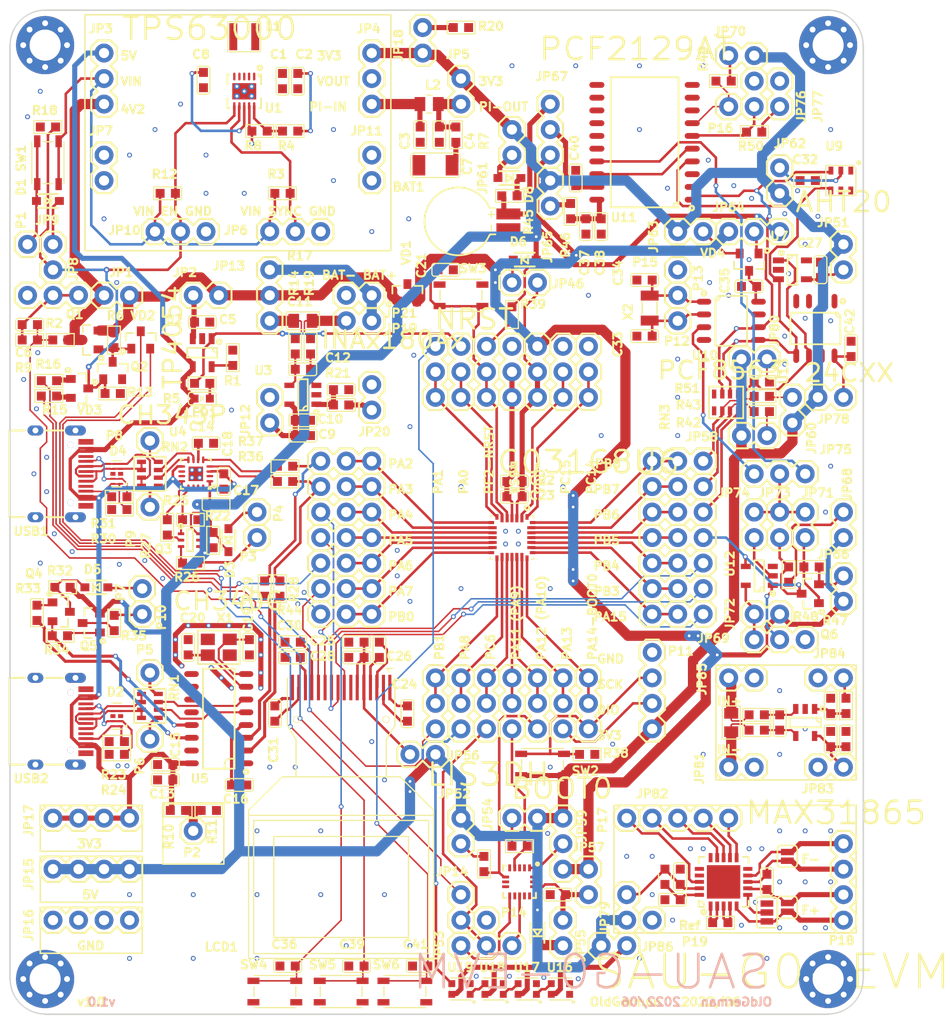
<source format=kicad_pcb>
(kicad_pcb (version 20171130) (host pcbnew "(5.1.6)-1")
  (layers (0 F.Cu signal) (31 B.Cu signal) (34 B.Paste user) (35 F.Paste user) (36 B.SilkS user) (37 F.SilkS user) (38 B.Mask user) (39 F.Mask user) (44 Edge.Cuts user))
  (net 0 "")
  (net 1 NetJP68_1)
  (net 2 NetJP14_2)
  (net 3 NetC29_1)
  (net 4 NetJP18_2)
  (net 5 NetJP86_2)
  (net 6 5V_Info)
  (net 7 NetD1_2)
  (net 8 NetD1_1)
  (net 9 NetC6_2)
  (net 10 SWDIO_BOOT02)
  (net 11 SWCLK1)
  (net 12 SWCLK2)
  (net 13 SWDIO_BOOT01)
  (net 14 NetU16_3)
  (net 15 NetU17_3)
  (net 16 NetU18_3)
  (net 17 N_R_S_T_2)
  (net 18 N_R_S_T_1)
  (net 19 BOOT02)
  (net 20 BOOT01)
  (net 21 NetJP74_2)
  (net 22 NetJP71_2)
  (net 23 INT_PCF8563)
  (net 24 VDD_INA2)
  (net 25 OUT_INA2)
  (net 26 NetJP85_1)
  (net 27 NetJP81_2)
  (net 28 NetC49_1)
  (net 29 NetC48_2)
  (net 30 NetC48_1)
  (net 31 NetJP80_1)
  (net 32 NetC42_1)
  (net 33 NetP17_1)
  (net 34 NetJP82_4)
  (net 35 NetJP82_3)
  (net 36 NetJP82_2)
  (net 37 NetJP82_1)
  (net 38 NetR52_2)
  (net 39 NetR52_1)
  (net 40 NetP18_4)
  (net 41 NetP18_1)
  (net 42 NetC47_2)
  (net 43 NetC47_1)
  (net 44 NetC44_1)
  (net 45 NetC43_1)
  (net 46 VDD_INA1)
  (net 47 OUT_INA1)
  (net 48 NetP16_1)
  (net 49 NetJP19_1)
  (net 50 NetJP77_1)
  (net 51 NetJP76_1)
  (net 52 NetJP70_2)
  (net 53 NetJP71_1)
  (net 54 NetJP66_2)
  (net 55 NetJP65_2)
  (net 56 NetJP69_3)
  (net 57 NetJP69_2)
  (net 58 NetJP63_2)
  (net 59 NetJP60_1)
  (net 60 NetJP58_1)
  (net 61 NetJP54_1)
  (net 62 NetJP52_1)
  (net 63 NetJP13_1)
  (net 64 BAT+)
  (net 65 NetC37_1)
  (net 66 NetC11_2)
  (net 67 NetC11_1)
  (net 68 NetC12_1)
  (net 69 NetC27_1)
  (net 70 NetC32_1)
  (net 71 NetC25_1)
  (net 72 INT_PCF2129)
  (net 73 NetJP59_2)
  (net 74 NetD7_2)
  (net 75 SWCLK_BOOT0)
  (net 76 NetR33_2)
  (net 77 NetR27_1)
  (net 78 NetQ5_3)
  (net 79 NetQ5_1)
  (net 80 NetQ4_2)
  (net 81 NetQ4_1)
  (net 82 NetQ3_5)
  (net 83 NetQ3_3)
  (net 84 NetQ3_2)
  (net 85 NetQ3_1)
  (net 86 NetD5_2)
  (net 87 NetD3_2)
  (net 88 NetC20_2)
  (net 89 NetC19_2)
  (net 90 NetC16_1)
  (net 91 D2-)
  (net 92 D2+)
  (net 93 CH343_TX)
  (net 94 CH343_RX)
  (net 95 CH340_TX)
  (net 96 CH340_RX)
  (net 97 CH340_D-)
  (net 98 CH340_D+)
  (net 99 CC2-2)
  (net 100 CC1-2)
  (net 101 NetSJ1_2)
  (net 102 LIPO+)
  (net 103 NetC14_1)
  (net 104 NetJP26_1)
  (net 105 NetD6_2)
  (net 106 NetJP64_2)
  (net 107 NetC34_2)
  (net 108 PB6_MISO2)
  (net 109 NetC35_1)
  (net 110 NetC33_2)
  (net 111 G0_VDD)
  (net 112 PF2_N_R_S_T_)
  (net 113 PC6)
  (net 114 PB8)
  (net 115 PB7)
  (net 116 PB6)
  (net 117 PB5)
  (net 118 PB4)
  (net 119 PB3)
  (net 120 PB1)
  (net 121 PB0)
  (net 122 PA15)
  (net 123 PA14)
  (net 124 PA8)
  (net 125 PA7)
  (net 126 PA6)
  (net 127 PA5)
  (net 128 PA4)
  (net 129 PA3)
  (net 130 PA2)
  (net 131 PA1)
  (net 132 PA0)
  (net 133 PA13)
  (net 134 PA12)
  (net 135 PA11)
  (net 136 NetJP9_2)
  (net 137 NetC31_1)
  (net 138 NetC30_1)
  (net 139 NetC26_2)
  (net 140 NetC26_1)
  (net 141 NetC24_2)
  (net 142 NetC24_1)
  (net 143 NetC3_2)
  (net 144 4V2)
  (net 145 NetJP6_2)
  (net 146 NetC7_1)
  (net 147 NetC4_1)
  (net 148 NetL1_2)
  (net 149 NetL1_1)
  (net 150 NetU11_5)
  (net 151 NetLCD1_13)
  (net 152 NetD8_2)
  (net 153 NetD8_1)
  (net 154 NetC40_1)
  (net 155 Vbat_button)
  (net 156 VbatWeek)
  (net 157 INT)
  (net 158 KEY_OK)
  (net 159 KEY3)
  (net 160 KEY2)
  (net 161 KEY1)
  (net 162 SDA1_MOSI2)
  (net 163 SCL1_SCK2)
  (net 164 SPI2_MISO)
  (net 165 SPI1_SCK)
  (net 166 SPI1_MOSI)
  (net 167 I2C2_SDA)
  (net 168 I2C2_SCL)
  (net 169 DISP_DC)
  (net 170 DISP_CS)
  (net 171 CH343_D-)
  (net 172 CH343_D+)
  (net 173 CC2-1)
  (net 174 CC1-1)
  (net 175 PW_HOLD)
  (net 176 GPIO_ndef)
  (net 177 Charge_Detect)
  (net 178 SWDIO)
  (net 179 NetC8_1)
  (net 180 DISP_RES)
  (net 181 PC15)
  (net 182 PC14)
  (net 183 I2C1_SCL_SPI2_SCK)
  (net 184 I2C1_SDA_SPI2_MOSI)
  (net 185 SPI2_NSS)
  (net 186 PA3_RX)
  (net 187 PA2_TX)
  (net 188 NetR16_2)
  (net 189 NetR15_2)
  (net 190 NetR1_2)
  (net 191 NetQ1_1)
  (net 192 NetLED1_2)
  (net 193 FB)
  (net 194 TPS_VOUT)
  (net 195 IN-_INA)
  (net 196 INT2)
  (net 197 INT1)
  (net 198 GND)
  (net 199 D1-)
  (net 200 D1+)
  (net 201 BAT_INFO)
  (net 202 3V3)
  (net 203 +5)
  (module 2.54mm_Male_x2_1 (layer F.Cu) (at 153.5098 51.0132 270)
    (fp_text reference JP68 (at -2.794 -0.381 90 unlocked) (layer F.SilkS) (effects (font (size 0.83312 0.8763) (thickness 0.254))))
    (fp_text value CONN_X2_DOT hide)
    (pad 1 thru_hole circle (at 0 0) (size 1.8796 1.8796) (drill 1.016) (layers *.Cu *.Mask) (net 1 NetJP68_1))
    (pad 2 thru_hole circle (at 2.54 0) (size 1.8796 1.8796) (drill 1.016) (layers *.Cu *.Mask) (net 156 VbatWeek))
  )
  (module 2.54mm_Male_x2_2 (layer F.Cu) (at 115.4098 91.6532 90)
    (fp_text reference JP14 (at 4.826 -0.889 unlocked) (layer F.SilkS) (effects (font (size 0.83312 0.8763) (thickness 0.254))))
    (fp_text value CONN_X2_DOT hide)
    (pad 1 thru_hole circle (at 0 0 180) (size 1.8796 1.8796) (drill 1.016) (layers *.Cu *.Mask) (net 157 INT))
    (pad 2 thru_hole circle (at 2.54 0 180) (size 1.8796 1.8796) (drill 1.016) (layers *.Cu *.Mask) (net 2 NetJP14_2))
  )
  (module 2.54mm_Male_x4_1 (layer F.Cu) (at 74.7698 91.6532)
    (fp_text reference JP16 (at -2.413 0.508 -270 unlocked) (layer F.SilkS) (effects (font (size 0.83312 0.8763) (thickness 0.254))))
    (fp_text value CONN_X4_DOT hide)
    (pad 1 thru_hole circle (at 0 0 90) (size 1.8796 1.8796) (drill 1.016) (layers *.Cu *.Mask) (net 198 GND))
    (pad 2 thru_hole circle (at 2.54 0 90) (size 1.8796 1.8796) (drill 1.016) (layers *.Cu *.Mask) (net 198 GND))
    (pad 3 thru_hole circle (at 5.08 0 90) (size 1.8796 1.8796) (drill 1.016) (layers *.Cu *.Mask) (net 198 GND))
    (pad 4 thru_hole circle (at 7.62 0 90) (size 1.8796 1.8796) (drill 1.016) (layers *.Cu *.Mask) (net 198 GND))
  )
  (module 2.54mm_Male_x2_1 (layer F.Cu) (at 128.1098 86.5732 270)
    (fp_text reference JP57 (at -2.159 0 unlocked) (layer F.SilkS) (effects (font (size 0.83312 0.8763) (thickness 0.254))))
    (fp_text value CONN_X2_DOT hide)
    (pad 1 thru_hole circle (at 0 0) (size 1.8796 1.8796) (drill 1.016) (layers *.Cu *.Mask) (net 156 VbatWeek))
    (pad 2 thru_hole circle (at 2.54 0) (size 1.8796 1.8796) (drill 1.016) (layers *.Cu *.Mask) (net 3 NetC29_1))
  )
  (module 2.54mm_Male_x2_3 (layer F.Cu) (at 125.5698 94.1932 90)
    (fp_text reference JP55 (at 0 1.778 90 unlocked) (layer F.SilkS) (effects (font (size 0.83312 0.8763) (thickness 0.254))))
    (fp_text value CONN_X2_DOT hide)
    (pad 1 thru_hole circle (at 0 0 180) (size 1.8796 1.8796) (drill 1.016) (layers *.Cu *.Mask) (net 74 NetD7_2))
    (pad 2 thru_hole circle (at 2.54 0 180) (size 1.8796 1.8796) (drill 1.016) (layers *.Cu *.Mask) (net 3 NetC29_1))
  )
  (module 2.54mm_Male_x2_3 (layer F.Cu) (at 111.5998 5.2932 90)
    (fp_text reference JP18 (at 0.762 -2.413 90 unlocked) (layer F.SilkS) (effects (font (size 0.83312 0.8763) (thickness 0.254))))
    (fp_text value CONN_X2_DOT hide)
    (pad 1 thru_hole circle (at 0 0 180) (size 1.8796 1.8796) (drill 1.016) (layers *.Cu *.Mask) (net 202 3V3))
    (pad 2 thru_hole circle (at 2.54 0 180) (size 1.8796 1.8796) (drill 1.016) (layers *.Cu *.Mask) (net 4 NetJP18_2))
  )
  (module R0603_1 (layer F.Cu) (at 115.4098 2.7532 180)
    (fp_text reference R20 (at -2.9845 0.127 unlocked) (layer F.SilkS) (effects (font (size 0.83312 0.8763) (thickness 0.254))))
    (fp_text value 47K hide)
    (pad 1 smd rect (at -0.762 0 180) (size 0.889 0.889) (layers F.Cu F.Paste F.Mask) (net 198 GND))
    (pad 2 smd rect (at 0.762 0 180) (size 0.889 0.889) (layers F.Cu F.Paste F.Mask) (net 4 NetJP18_2))
  )
  (module 2.54mm_Male_x1_1 (layer F.Cu) (at 88.7398 82.7632)
    (fp_text reference P2 (at -0.127 2.159 unlocked) (layer F.SilkS) (effects (font (size 0.83312 0.8763) (thickness 0.254))))
    (fp_text value CONN_X1_DOT hide)
    (pad 1 thru_hole circle (at 0 0 90) (size 1.8796 1.8796) (drill 1.016) (layers *.Cu *.Mask) (net 6 5V_Info))
  )
  (module 2.54mm_Male_x4_1 (layer F.Cu) (at 74.7698 81.4932)
    (fp_text reference JP17 (at -2.413 0.254 -270 unlocked) (layer F.SilkS) (effects (font (size 0.83312 0.8763) (thickness 0.254))))
    (fp_text value CONN_X4_DOT hide)
    (pad 1 thru_hole circle (at 0 0 90) (size 1.8796 1.8796) (drill 1.016) (layers *.Cu *.Mask) (net 203 +5))
    (pad 2 thru_hole circle (at 2.54 0 90) (size 1.8796 1.8796) (drill 1.016) (layers *.Cu *.Mask) (net 203 +5))
    (pad 3 thru_hole circle (at 5.08 0 90) (size 1.8796 1.8796) (drill 1.016) (layers *.Cu *.Mask) (net 203 +5))
    (pad 4 thru_hole circle (at 7.62 0 90) (size 1.8796 1.8796) (drill 1.016) (layers *.Cu *.Mask) (net 203 +5))
  )
  (module 2.54mm_Male_x4_1 (layer F.Cu) (at 74.7698 86.5732)
    (fp_text reference JP15 (at -2.413 0.508 -270 unlocked) (layer F.SilkS) (effects (font (size 0.83312 0.8763) (thickness 0.254))))
    (fp_text value CONN_X4_DOT hide)
    (pad 1 thru_hole circle (at 0 0 90) (size 1.8796 1.8796) (drill 1.016) (layers *.Cu *.Mask) (net 202 3V3))
    (pad 2 thru_hole circle (at 2.54 0 90) (size 1.8796 1.8796) (drill 1.016) (layers *.Cu *.Mask) (net 202 3V3))
    (pad 3 thru_hole circle (at 5.08 0 90) (size 1.8796 1.8796) (drill 1.016) (layers *.Cu *.Mask) (net 202 3V3))
    (pad 4 thru_hole circle (at 7.62 0 90) (size 1.8796 1.8796) (drill 1.016) (layers *.Cu *.Mask) (net 202 3V3))
  )
  (module 2.54mm_Male_x2_4 (layer F.Cu) (at 129.3798 94.1932)
    (fp_text reference JP86 (at 5.588 0.127 unlocked) (layer F.SilkS) (effects (font (size 0.83312 0.8763) (thickness 0.254))))
    (fp_text value CONN_X2_DOT hide)
    (pad 1 thru_hole circle (at 0 0 90) (size 1.8796 1.8796) (drill 1.016) (layers *.Cu *.Mask) (net 202 3V3))
    (pad 2 thru_hole circle (at 2.54 0 90) (size 1.8796 1.8796) (drill 1.016) (layers *.Cu *.Mask) (net 5 NetJP86_2))
  )
  (module R0603_1 (layer F.Cu) (at 127.9828 75.1432)
    (fp_text reference R38 (at 2.8575 -0.127 unlocked) (layer F.SilkS) (effects (font (size 0.83312 0.8763) (thickness 0.254))))
    (fp_text value 10K hide)
    (pad 1 smd rect (at -0.762 0) (size 0.889 0.889) (layers F.Cu F.Paste F.Mask) (net 75 SWCLK_BOOT0))
    (pad 2 smd rect (at 0.762 0) (size 0.889 0.889) (layers F.Cu F.Paste F.Mask) (net 198 GND))
  )
  (module SWITCH_3X4X2.5_4PIN_SMD_1 (layer F.Cu) (at 123.5378 76.1592)
    (fp_text reference SW2 (at 4.2545 0.635 unlocked) (layer F.SilkS) (effects (font (size 0.83312 0.8763) (thickness 0.254))))
    (fp_text value Button-4P hide)
    (pad 1 smd rect (at -2.1336 -1.0668 90) (size 0.635 1.1938) (layers F.Cu F.Paste F.Mask) (net 75 SWCLK_BOOT0))
    (pad 2 smd rect (at 2.1336 -1.0668 90) (size 0.635 1.1938) (layers F.Cu F.Paste F.Mask) (net 75 SWCLK_BOOT0))
    (pad 3 smd rect (at -2.1336 1.0668 90) (size 0.635 1.1938) (layers F.Cu F.Paste F.Mask) (net 202 3V3))
    (pad 4 smd rect (at 2.1336 1.0668 90) (size 0.635 1.1938) (layers F.Cu F.Paste F.Mask) (net 202 3V3))
  )
  (module 2.54mm_Male_x2_5 (layer F.Cu) (at 82.3898 29.4232 180)
    (fp_text reference JP1 (at 0.8255 2.286 unlocked) (layer F.SilkS) (effects (font (size 0.83312 0.8763) (thickness 0.254))))
    (fp_text value CONN_X2_DOT hide)
    (pad 1 thru_hole circle (at 0 0 270) (size 1.8796 1.8796) (drill 1.016) (layers *.Cu *.Mask) (net 195 IN-_INA))
    (pad 2 thru_hole circle (at 2.54 0 270) (size 1.8796 1.8796) (drill 1.016) (layers *.Cu *.Mask) (net 144 4V2))
  )
  (module SWITCH_3X4X2.5_4PIN_SMD_1 (layer F.Cu) (at 74.2618 16.2152 90)
    (fp_text reference SW1 (at 0.4445 -2.667 90 unlocked) (layer F.SilkS) (effects (font (size 0.83312 0.8763) (thickness 0.254))))
    (fp_text value Button-4P hide)
    (pad 1 smd rect (at -2.1336 -1.0668 180) (size 0.635 1.1938) (layers F.Cu F.Paste F.Mask) (net 8 NetD1_1))
    (pad 2 smd rect (at 2.1336 -1.0668 180) (size 0.635 1.1938) (layers F.Cu F.Paste F.Mask) (net 8 NetD1_1))
    (pad 3 smd rect (at -2.1336 1.0668 180) (size 0.635 1.1938) (layers F.Cu F.Paste F.Mask) (net 179 NetC8_1))
    (pad 4 smd rect (at 2.1336 1.0668 180) (size 0.635 1.1938) (layers F.Cu F.Paste F.Mask) (net 179 NetC8_1))
  )
  (module R0603_1 (layer F.Cu) (at 74.2618 12.6592)
    (fp_text reference R18 (at -0.3175 -1.651 unlocked) (layer F.SilkS) (effects (font (size 0.83312 0.8763) (thickness 0.254))))
    (fp_text value DNP hide)
    (pad 1 smd rect (at -0.762 0) (size 0.889 0.889) (layers F.Cu F.Paste F.Mask) (net 198 GND))
    (pad 2 smd rect (at 0.762 0) (size 0.889 0.889) (layers F.Cu F.Paste F.Mask) (net 136 NetJP9_2))
  )
  (module 2.54mm_Male_x1_1 (layer F.Cu) (at 72.2298 24.3432)
    (fp_text reference P1 (at -0.635 -2.413 90 unlocked) (layer F.SilkS) (effects (font (size 0.83312 0.8763) (thickness 0.254))))
    (fp_text value CONN_X1_DOT hide)
    (pad 1 thru_hole circle (at 0 0 90) (size 1.8796 1.8796) (drill 1.016) (layers *.Cu *.Mask) (net 8 NetD1_1))
  )
  (module 2.54mm_Male_x2_1 (layer F.Cu) (at 74.7698 24.3432 270)
    (fp_text reference JP9 (at -2.413 0.5715 unlocked) (layer F.SilkS) (effects (font (size 0.83312 0.8763) (thickness 0.254))))
    (fp_text value CONN_X2_DOT hide)
    (pad 1 thru_hole circle (at 0 0) (size 1.8796 1.8796) (drill 1.016) (layers *.Cu *.Mask) (net 7 NetD1_2))
    (pad 2 thru_hole circle (at 2.54 0) (size 1.8796 1.8796) (drill 1.016) (layers *.Cu *.Mask) (net 136 NetJP9_2))
  )
  (module 2.54mm_Male_x3_1 (layer F.Cu) (at 77.3098 29.4232 180)
    (fp_text reference JP8 (at 0.508 2.6035 90 unlocked) (layer F.SilkS) (effects (font (size 0.83312 0.8763) (thickness 0.254))))
    (fp_text value CONN_X3_DOT hide)
    (pad 1 thru_hole circle (at 0 0 270) (size 1.8796 1.8796) (drill 1.016) (layers *.Cu *.Mask) (net 9 NetC6_2))
    (pad 2 thru_hole circle (at 2.54 0 270) (size 1.8796 1.8796) (drill 1.016) (layers *.Cu *.Mask) (net 9 NetC6_2))
    (pad 3 thru_hole circle (at 5.08 0 270) (size 1.8796 1.8796) (drill 1.016) (layers *.Cu *.Mask) (net 198 GND))
  )
  (module SOD-323_1 (layer F.Cu) (at 74.2618 20.0252)
    (fp_text reference D1 (at -2.667 -1.397 -270 unlocked) (layer F.SilkS) (effects (font (size 0.83312 0.8763) (thickness 0.254))))
    (fp_text value B5819WS hide)
    (pad 1 smd rect (at -1.143 0 180) (size 0.889 0.7874) (layers F.Cu F.Paste F.Mask) (net 8 NetD1_1))
    (pad 2 smd rect (at 1.143 0 180) (size 0.889 0.7874) (layers F.Cu F.Paste F.Mask) (net 7 NetD1_2))
  )
  (module 2.54mm_Male_x1_1 (layer F.Cu) (at 136.9998 26.8832)
    (fp_text reference P15 (at -3.2385 -0.762 unlocked) (layer F.SilkS) (effects (font (size 0.83312 0.8763) (thickness 0.254))))
    (fp_text value CONN_X1_DOT hide)
    (pad 1 thru_hole circle (at 0 0 90) (size 1.8796 1.8796) (drill 1.016) (layers *.Cu *.Mask) (net 198 GND))
  )
  (module 2.54mm_Male_x1_1 (layer F.Cu) (at 117.9498 91.6532)
    (fp_text reference P14 (at 2.7305 -0.762 unlocked) (layer F.SilkS) (effects (font (size 0.83312 0.8763) (thickness 0.254))))
    (fp_text value CONN_X1_DOT hide)
    (pad 1 thru_hole circle (at 0 0 90) (size 1.8796 1.8796) (drill 1.016) (layers *.Cu *.Mask) (net 198 GND))
  )
  (module 2.54mm_Male_x1_2 (layer F.Cu) (at 83.6598 61.1732 90)
    (fp_text reference P10 (at -0.3175 1.905 90 unlocked) (layer F.SilkS) (effects (font (size 0.83312 0.8763) (thickness 0.254))))
    (fp_text value CONN_X1_DOT hide)
    (pad 1 thru_hole circle (at 0 0 180) (size 1.8796 1.8796) (drill 1.016) (layers *.Cu *.Mask) (net 19 BOOT02))
  )
  (module 2.54mm_Male_x1_3 (layer F.Cu) (at 83.6598 58.6332 90)
    (fp_text reference P7 (at -0.381 -2.159 90 unlocked) (layer F.SilkS) (effects (font (size 0.83312 0.8763) (thickness 0.254))))
    (fp_text value CONN_X1_DOT hide)
    (pad 1 thru_hole circle (at 0 0 180) (size 1.8796 1.8796) (drill 1.016) (layers *.Cu *.Mask) (net 17 N_R_S_T_2))
  )
  (module 2.54mm_Male_x1_3 (layer F.Cu) (at 95.0898 51.0132 90)
    (fp_text reference P4 (at -0.127 2.159 90 unlocked) (layer F.SilkS) (effects (font (size 0.83312 0.8763) (thickness 0.254))))
    (fp_text value CONN_X1_DOT hide)
    (pad 1 thru_hole circle (at 0 0 180) (size 1.8796 1.8796) (drill 1.016) (layers *.Cu *.Mask) (net 18 N_R_S_T_1))
  )
  (module 2.54mm_Male_x1_3 (layer F.Cu) (at 95.0898 53.5532 90)
    (fp_text reference P3 (at -1.905 -0.889 unlocked) (layer F.SilkS) (effects (font (size 0.83312 0.8763) (thickness 0.254))))
    (fp_text value CONN_X1_DOT hide)
    (pad 1 thru_hole circle (at 0 0 180) (size 1.8796 1.8796) (drill 1.016) (layers *.Cu *.Mask) (net 20 BOOT01))
  )
  (module 2.54mm_Male_x3_2 (layer F.Cu) (at 149.6998 47.2032 180)
    (fp_text reference JP75 (at -3.048 2.413 unlocked) (layer F.SilkS) (effects (font (size 0.83312 0.8763) (thickness 0.254))))
    (fp_text value CONN_X3_DOT hide)
    (pad 1 thru_hole circle (at 0 0 270) (size 1.8796 1.8796) (drill 1.016) (layers *.Cu *.Mask) (net 72 INT_PCF2129))
    (pad 2 thru_hole circle (at 2.54 0 270) (size 1.8796 1.8796) (drill 1.016) (layers *.Cu *.Mask) (net 53 NetJP71_1))
    (pad 3 thru_hole circle (at 5.08 0 270) (size 1.8796 1.8796) (drill 1.016) (layers *.Cu *.Mask) (net 23 INT_PCF8563))
  )
  (module 2.54mm_Male_x2_1 (layer F.Cu) (at 144.6198 51.0132 270)
    (fp_text reference JP74 (at -1.905 2.032 unlocked) (layer F.SilkS) (effects (font (size 0.83312 0.8763) (thickness 0.254))))
    (fp_text value CONN_X2_DOT hide)
    (pad 1 thru_hole circle (at 0 0) (size 1.8796 1.8796) (drill 1.016) (layers *.Cu *.Mask) (net 53 NetJP71_1))
    (pad 2 thru_hole circle (at 2.54 0) (size 1.8796 1.8796) (drill 1.016) (layers *.Cu *.Mask) (net 21 NetJP74_2))
  )
  (module 2.54mm_Male_x2_1 (layer F.Cu) (at 147.1598 51.0132 270)
    (fp_text reference JP73 (at -1.905 0.508 unlocked) (layer F.SilkS) (effects (font (size 0.83312 0.8763) (thickness 0.254))))
    (fp_text value CONN_X2_DOT hide)
    (pad 1 thru_hole circle (at 0 0) (size 1.8796 1.8796) (drill 1.016) (layers *.Cu *.Mask) (net 53 NetJP71_1))
    (pad 2 thru_hole circle (at 2.54 0) (size 1.8796 1.8796) (drill 1.016) (layers *.Cu *.Mask) (net 176 GPIO_ndef))
  )
  (module TI_SOT-23-5_DBV_1 (layer F.Cu) (at 149.6998 71.9682 270)
    (fp_text reference U15 hide)
    (fp_text value INA180A3 hide)
    (pad 1 smd rect (at -1.3462 -0.9398) (size 0.5334 0.9906) (layers F.Cu F.Paste F.Mask) (net 28 NetC49_1))
    (pad 2 smd rect (at -1.3462 0) (size 0.5334 0.9906) (layers F.Cu F.Paste F.Mask) (net 198 GND))
    (pad 3 smd rect (at -1.3462 0.9398) (size 0.5334 0.9906) (layers F.Cu F.Paste F.Mask) (net 30 NetC48_1))
    (pad 4 smd rect (at 1.3462 0.9398) (size 0.5334 0.9906) (layers F.Cu F.Paste F.Mask) (net 29 NetC48_2))
    (pad 5 smd rect (at 1.3462 -0.9398) (size 0.5334 0.9906) (layers F.Cu F.Paste F.Mask) (net 24 VDD_INA2))
  )
  (module R0603_1 (layer F.Cu) (at 153.7638 70.3172 270)
    (fp_text reference R56 hide)
    (fp_text value 330R hide)
    (pad 1 smd rect (at -0.762 0 270) (size 0.889 0.889) (layers F.Cu F.Paste F.Mask) (net 25 OUT_INA2))
    (pad 2 smd rect (at 0.762 0 270) (size 0.889 0.889) (layers F.Cu F.Paste F.Mask) (net 28 NetC49_1))
  )
  (module R0603_1 (layer F.Cu) (at 144.8738 71.2062 180)
    (fp_text reference R55 hide)
    (fp_text value 10R hide)
    (pad 1 smd rect (at -0.762 0 180) (size 0.889 0.889) (layers F.Cu F.Paste F.Mask) (net 30 NetC48_1))
    (pad 2 smd rect (at 0.762 0 180) (size 0.889 0.889) (layers F.Cu F.Paste F.Mask) (net 26 NetJP85_1))
  )
  (module R0805_1 (layer F.Cu) (at 142.3338 71.9682 90)
    (fp_text reference R54 hide)
    (fp_text value "2R 0.1%" hide)
    (pad 1 smd rect (at -0.9144 0 90) (size 1.0668 1.397) (layers F.Cu F.Paste F.Mask) (net 27 NetJP81_2))
    (pad 2 smd rect (at 0.9144 0 90) (size 1.0668 1.397) (layers F.Cu F.Paste F.Mask) (net 26 NetJP85_1))
  )
  (module R0603_1 (layer F.Cu) (at 144.8738 72.7302 180)
    (fp_text reference R53 hide)
    (fp_text value 10R hide)
    (pad 1 smd rect (at -0.762 0 180) (size 0.889 0.889) (layers F.Cu F.Paste F.Mask) (net 29 NetC48_2))
    (pad 2 smd rect (at 0.762 0 180) (size 0.889 0.889) (layers F.Cu F.Paste F.Mask) (net 27 NetJP81_2))
  )
  (module 2.54mm_Male_x2_4 (layer F.Cu) (at 142.0798 67.5232)
    (fp_text reference JP85 (at -2.667 0.127 -270 unlocked) (layer F.SilkS) (effects (font (size 0.83312 0.8763) (thickness 0.254))))
    (fp_text value CONN_X2_DOT hide)
    (pad 1 thru_hole circle (at 0 0 90) (size 1.8796 1.8796) (drill 1.016) (layers *.Cu *.Mask) (net 26 NetJP85_1))
    (pad 2 thru_hole circle (at 2.54 0 90) (size 1.8796 1.8796) (drill 1.016) (layers *.Cu *.Mask) (net 198 GND))
  )
  (module 2.54mm_Male_x2_5 (layer F.Cu) (at 153.5098 67.5232 180)
    (fp_text reference JP84 (at 1.397 2.413 unlocked) (layer F.SilkS) (effects (font (size 0.83312 0.8763) (thickness 0.254))))
    (fp_text value CONN_X2_DOT hide)
    (pad 1 thru_hole circle (at 0 0 270) (size 1.8796 1.8796) (drill 1.016) (layers *.Cu *.Mask) (net 25 OUT_INA2))
    (pad 2 thru_hole circle (at 2.54 0 270) (size 1.8796 1.8796) (drill 1.016) (layers *.Cu *.Mask) (net 198 GND))
  )
  (module 2.54mm_Male_x2_4 (layer F.Cu) (at 150.9698 76.4132)
    (fp_text reference JP83 (at 0 2.159 unlocked) (layer F.SilkS) (effects (font (size 0.83312 0.8763) (thickness 0.254))))
    (fp_text value CONN_X2_DOT hide)
    (pad 1 thru_hole circle (at 0 0 90) (size 1.8796 1.8796) (drill 1.016) (layers *.Cu *.Mask) (net 198 GND))
    (pad 2 thru_hole circle (at 2.54 0 90) (size 1.8796 1.8796) (drill 1.016) (layers *.Cu *.Mask) (net 24 VDD_INA2))
  )
  (module 2.54mm_Male_x2_5 (layer F.Cu) (at 144.6198 76.4132 180)
    (fp_text reference JP81 (at 5.461 -0.127 90 unlocked) (layer F.SilkS) (effects (font (size 0.83312 0.8763) (thickness 0.254))))
    (fp_text value CONN_X2_DOT hide)
    (pad 1 thru_hole circle (at 0 0 270) (size 1.8796 1.8796) (drill 1.016) (layers *.Cu *.Mask) (net 198 GND))
    (pad 2 thru_hole circle (at 2.54 0 270) (size 1.8796 1.8796) (drill 1.016) (layers *.Cu *.Mask) (net 27 NetJP81_2))
  )
  (module C0603_1 (layer F.Cu) (at 152.2398 70.3172 90)
    (fp_text reference C49 hide)
    (fp_text value 100nF hide)
    (pad 1 smd rect (at -0.762 0 90) (size 0.889 0.889) (layers F.Cu F.Paste F.Mask) (net 28 NetC49_1))
    (pad 2 smd rect (at 0.762 0 90) (size 0.889 0.889) (layers F.Cu F.Paste F.Mask) (net 198 GND))
  )
  (module C0603_1 (layer F.Cu) (at 147.1598 71.9682 270)
    (fp_text reference C48 hide)
    (fp_text value 100nF hide)
    (pad 1 smd rect (at -0.762 0 270) (size 0.889 0.889) (layers F.Cu F.Paste F.Mask) (net 30 NetC48_1))
    (pad 2 smd rect (at 0.762 0 270) (size 0.889 0.889) (layers F.Cu F.Paste F.Mask) (net 29 NetC48_2))
  )
  (module C0603_1 (layer F.Cu) (at 153.7638 73.6192 90)
    (fp_text reference C46 hide)
    (fp_text value 100nF hide)
    (pad 1 smd rect (at -0.762 0 90) (size 0.889 0.889) (layers F.Cu F.Paste F.Mask) (net 24 VDD_INA2))
    (pad 2 smd rect (at 0.762 0 90) (size 0.889 0.889) (layers F.Cu F.Paste F.Mask) (net 198 GND))
  )
  (module C0603_1 (layer F.Cu) (at 152.2398 73.6192 90)
    (fp_text reference C45 hide)
    (fp_text value 1uF hide)
    (pad 1 smd rect (at -0.762 0 90) (size 0.889 0.889) (layers F.Cu F.Paste F.Mask) (net 24 VDD_INA2))
    (pad 2 smd rect (at 0.762 0 90) (size 0.889 0.889) (layers F.Cu F.Paste F.Mask) (net 198 GND))
  )
  (module 2.54mm_Male_x1_1 (layer F.Cu) (at 84.4218 50.5052)
    (fp_text reference P9 (at -1.905 3.175 90 unlocked) (layer F.SilkS) (effects (font (size 0.83312 0.8763) (thickness 0.254))))
    (fp_text value CONN_X1_DOT hide)
    (pad 1 thru_hole circle (at 0 0 90) (size 1.8796 1.8796) (drill 1.016) (layers *.Cu *.Mask) (net 13 SWDIO_BOOT01))
  )
  (module 2.54mm_Male_x1_1 (layer F.Cu) (at 84.4218 43.9012)
    (fp_text reference P8 (at -3.556 -0.508 unlocked) (layer F.SilkS) (effects (font (size 0.83312 0.8763) (thickness 0.254))))
    (fp_text value CONN_X1_DOT hide)
    (pad 1 thru_hole circle (at 0 0 90) (size 1.8796 1.8796) (drill 1.016) (layers *.Cu *.Mask) (net 11 SWCLK1))
  )
  (module 2.54mm_Male_x1_1 (layer F.Cu) (at 84.4218 73.6192 90)
    (fp_text reference P6 (at -2.667 -1.016 90 unlocked) (layer F.SilkS) (effects (font (size 0.83312 0.8763) (thickness 0.254))))
    (fp_text value CONN_X1_DOT hide)
    (pad 1 thru_hole circle (at 0 0 180) (size 1.8796 1.8796) (drill 1.016) (layers *.Cu *.Mask) (net 12 SWCLK2))
  )
  (module 2.54mm_Male_x1_1 (layer F.Cu) (at 84.4218 67.0152 90)
    (fp_text reference P5 (at 2.286 -0.508 unlocked) (layer F.SilkS) (effects (font (size 0.83312 0.8763) (thickness 0.254))))
    (fp_text value CONN_X1_DOT hide)
    (pad 1 thru_hole circle (at 0 0 180) (size 1.8796 1.8796) (drill 1.016) (layers *.Cu *.Mask) (net 10 SWDIO_BOOT02))
  )
  (module 2.54mm_Male_x2_5 (layer F.Cu) (at 145.8898 35.7732 180)
    (fp_text reference JP80 (at -0.762 2.794 90 unlocked) (layer F.SilkS) (effects (font (size 0.83312 0.8763) (thickness 0.254))))
    (fp_text value CONN_X2_DOT hide)
    (pad 1 thru_hole circle (at 0 0 270) (size 1.8796 1.8796) (drill 1.016) (layers *.Cu *.Mask) (net 31 NetJP80_1))
    (pad 2 thru_hole circle (at 2.54 0 270) (size 1.8796 1.8796) (drill 1.016) (layers *.Cu *.Mask) (net 202 3V3))
  )
  (module 2.54mm_Male_x2_4 (layer F.Cu) (at 150.9698 39.5832)
    (fp_text reference JP78 (at 1.524 2.159 unlocked) (layer F.SilkS) (effects (font (size 0.83312 0.8763) (thickness 0.254))))
    (fp_text value CONN_X2_DOT hide)
    (pad 1 thru_hole circle (at 0 0 90) (size 1.8796 1.8796) (drill 1.016) (layers *.Cu *.Mask) (net 202 3V3))
    (pad 2 thru_hole circle (at 2.54 0 90) (size 1.8796 1.8796) (drill 1.016) (layers *.Cu *.Mask) (net 32 NetC42_1))
  )
  (module 2.54mm_Male_x1_1 (layer F.Cu) (at 134.4598 91.6532)
    (fp_text reference P19 (at 4.2545 2.159 unlocked) (layer F.SilkS) (effects (font (size 0.83312 0.8763) (thickness 0.254))))
    (fp_text value CONN_X1_DOT hide)
    (pad 1 thru_hole circle (at 0 0 90) (size 1.8796 1.8796) (drill 1.016) (layers *.Cu *.Mask) (net 198 GND))
  )
  (module 2.54mm_Male_x1_1 (layer F.Cu) (at 131.9198 81.4932)
    (fp_text reference P17 (at -2.413 0.1905 90 unlocked) (layer F.SilkS) (effects (font (size 0.83312 0.8763) (thickness 0.254))))
    (fp_text value CONN_X1_DOT hide)
    (pad 1 thru_hole circle (at 0 0 90) (size 1.8796 1.8796) (drill 1.016) (layers *.Cu *.Mask) (net 33 NetP17_1))
  )
  (module 2.54mm_Male_x4_2 (layer F.Cu) (at 142.0798 81.4932 180)
    (fp_text reference JP82 (at 7.62 2.413 unlocked) (layer F.SilkS) (effects (font (size 0.83312 0.8763) (thickness 0.254))))
    (fp_text value CONN_X4_DOT hide)
    (pad 1 thru_hole circle (at 0 0 270) (size 1.8796 1.8796) (drill 1.016) (layers *.Cu *.Mask) (net 37 NetJP82_1))
    (pad 2 thru_hole circle (at 2.54 0 270) (size 1.8796 1.8796) (drill 1.016) (layers *.Cu *.Mask) (net 36 NetJP82_2))
    (pad 3 thru_hole circle (at 5.08 0 270) (size 1.8796 1.8796) (drill 1.016) (layers *.Cu *.Mask) (net 35 NetJP82_3))
    (pad 4 thru_hole circle (at 7.62 0 270) (size 1.8796 1.8796) (drill 1.016) (layers *.Cu *.Mask) (net 34 NetJP82_4))
  )
  (module R0603_1 (layer F.Cu) (at 141.2416 91.9072 180)
    (fp_text reference R52 hide)
    (fp_text value "430R 0.1%" hide)
    (pad 1 smd rect (at -0.762 0 180) (size 0.889 0.889) (layers F.Cu F.Paste F.Mask) (net 39 NetR52_1))
    (pad 2 smd rect (at 0.762 0 180) (size 0.889 0.889) (layers F.Cu F.Paste F.Mask) (net 38 NetR52_2))
  )
  (module FER0603_1 (layer F.Cu) (at 135.7298 87.3352 90)
    (fp_text reference L3 hide)
    (fp_text value 10uH hide)
    (pad 1 smd rect (at -0.762 0 90) (size 0.889 0.889) (layers F.Cu F.Paste F.Mask) (net 44 NetC44_1))
    (pad 2 smd rect (at 0.762 0 90) (size 0.889 0.889) (layers F.Cu F.Paste F.Mask) (net 45 NetC43_1))
  )
  (module 2.54mm_Male_x2_6 (layer F.Cu) (at 131.9198 91.6532 90)
    (fp_text reference JP79 (at 0.254 -2.159 90 unlocked) (layer F.SilkS) (effects (font (size 0.83312 0.8763) (thickness 0.254))))
    (fp_text value CONN_X2_DOT hide)
    (pad 1 thru_hole circle (at 0 0 180) (size 1.8796 1.8796) (drill 1.016) (layers *.Cu *.Mask) (net 202 3V3))
    (pad 2 thru_hole circle (at 2.54 0 180) (size 1.8796 1.8796) (drill 1.016) (layers *.Cu *.Mask) (net 45 NetC43_1))
  )
  (module C0603_1 (layer F.Cu) (at 145.8898 87.8432 90)
    (fp_text reference C47 hide)
    (fp_text value 100nF hide)
    (pad 1 smd rect (at -0.762 0 90) (size 0.889 0.889) (layers F.Cu F.Paste F.Mask) (net 43 NetC47_1))
    (pad 2 smd rect (at 0.762 0 90) (size 0.889 0.889) (layers F.Cu F.Paste F.Mask) (net 42 NetC47_2))
  )
  (module C0603_1 (layer F.Cu) (at 136.4918 89.6212 180)
    (fp_text reference C44 hide)
    (fp_text value 100nF hide)
    (pad 1 smd rect (at -0.762 0 180) (size 0.889 0.889) (layers F.Cu F.Paste F.Mask) (net 44 NetC44_1))
    (pad 2 smd rect (at 0.762 0 180) (size 0.889 0.889) (layers F.Cu F.Paste F.Mask) (net 198 GND))
  )
  (module C0603_1 (layer F.Cu) (at 137.2538 87.3352 90)
    (fp_text reference C43 hide)
    (fp_text value 100nF hide)
    (pad 1 smd rect (at -0.762 0 90) (size 0.889 0.889) (layers F.Cu F.Paste F.Mask) (net 45 NetC43_1))
    (pad 2 smd rect (at 0.762 0 90) (size 0.889 0.889) (layers F.Cu F.Paste F.Mask) (net 198 GND))
  )
  (module R0603_1 (layer F.Cu) (at 144.6198 13.1672 180)
    (fp_text reference R50 (at 0.3175 -1.397 unlocked) (layer F.SilkS) (effects (font (size 0.83312 0.8763) (thickness 0.254))))
    (fp_text value 220K hide)
    (pad 1 smd rect (at -0.762 0 180) (size 0.889 0.889) (layers F.Cu F.Paste F.Mask) (net 50 NetJP77_1))
    (pad 2 smd rect (at 0.762 0 180) (size 0.889 0.889) (layers F.Cu F.Paste F.Mask) (net 51 NetJP76_1))
  )
  (module R0603_1 (layer F.Cu) (at 141.5718 8.0872)
    (fp_text reference R49 (at -2.032 -2.2225 -270 unlocked) (layer F.SilkS) (effects (font (size 0.83312 0.8763) (thickness 0.254))))
    (fp_text value 10K hide)
    (pad 1 smd rect (at -0.762 0) (size 0.889 0.889) (layers F.Cu F.Paste F.Mask) (net 48 NetP16_1))
    (pad 2 smd rect (at 0.762 0) (size 0.889 0.889) (layers F.Cu F.Paste F.Mask) (net 52 NetJP70_2))
  )
  (module R0603_1 (layer F.Cu) (at 148.0488 57.2362 90)
    (fp_text reference R48 (at -4.191 1.7145 unlocked) (layer F.SilkS) (effects (font (size 0.83312 0.8763) (thickness 0.254))))
    (fp_text value 10K hide)
    (pad 1 smd rect (at -0.762 0 90) (size 0.889 0.889) (layers F.Cu F.Paste F.Mask) (net 1 NetJP68_1))
    (pad 2 smd rect (at 0.762 0 90) (size 0.889 0.889) (layers F.Cu F.Paste F.Mask) (net 176 GPIO_ndef))
  )
  (module R0603_1 (layer F.Cu) (at 150.3348 56.4742)
    (fp_text reference R47 (at 2.3495 5.334 unlocked) (layer F.SilkS) (effects (font (size 0.83312 0.8763) (thickness 0.254))))
    (fp_text value 100K hide)
    (pad 1 smd rect (at -0.762 0) (size 0.889 0.889) (layers F.Cu F.Paste F.Mask) (net 22 NetJP71_2))
    (pad 2 smd rect (at 0.762 0) (size 0.889 0.889) (layers F.Cu F.Paste F.Mask) (net 54 NetJP66_2))
  )
  (module R0603_1 (layer F.Cu) (at 126.3318 21.0412 90)
    (fp_text reference R46 (at -3.3655 -0.508 90 unlocked) (layer F.SilkS) (effects (font (size 0.83312 0.8763) (thickness 0.254))))
    (fp_text value 330R hide)
    (pad 1 smd rect (at -0.762 0 90) (size 0.889 0.889) (layers F.Cu F.Paste F.Mask) (net 65 NetC37_1))
    (pad 2 smd rect (at 0.762 0 90) (size 0.889 0.889) (layers F.Cu F.Paste F.Mask) (net 55 NetJP65_2))
  )
  (module R0805_1 (layer F.Cu) (at 99.6618 31.9632)
    (fp_text reference R17 (at -0.3175 -6.477 unlocked) (layer F.SilkS) (effects (font (size 0.83312 0.8763) (thickness 0.254))))
    (fp_text value "2R 0.1%" hide)
    (pad 1 smd rect (at -0.9144 0) (size 1.0668 1.397) (layers F.Cu F.Paste F.Mask) (net 63 NetJP13_1))
    (pad 2 smd rect (at 0.9144 0) (size 1.0668 1.397) (layers F.Cu F.Paste F.Mask) (net 49 NetJP19_1))
  )
  (module R0603_1 (layer F.Cu) (at 98.8998 34.5032 90)
    (fp_text reference R14 (at 6.2865 -0.127 90 unlocked) (layer F.SilkS) (effects (font (size 0.83312 0.8763) (thickness 0.254))))
    (fp_text value 10R hide)
    (pad 1 smd rect (at -0.762 0 90) (size 0.889 0.889) (layers F.Cu F.Paste F.Mask) (net 66 NetC11_2))
    (pad 2 smd rect (at 0.762 0 90) (size 0.889 0.889) (layers F.Cu F.Paste F.Mask) (net 63 NetJP13_1))
  )
  (module R0603_1 (layer F.Cu) (at 100.4238 34.5032 90)
    (fp_text reference R19 (at 6.2865 -0.127 90 unlocked) (layer F.SilkS) (effects (font (size 0.83312 0.8763) (thickness 0.254))))
    (fp_text value 10R hide)
    (pad 1 smd rect (at -0.762 0 90) (size 0.889 0.889) (layers F.Cu F.Paste F.Mask) (net 67 NetC11_1))
    (pad 2 smd rect (at 0.762 0 90) (size 0.889 0.889) (layers F.Cu F.Paste F.Mask) (net 49 NetJP19_1))
  )
  (module R0603_1 (layer F.Cu) (at 103.4718 40.3452 180)
    (fp_text reference R21 (at 0.3175 3.175 unlocked) (layer F.SilkS) (effects (font (size 0.83312 0.8763) (thickness 0.254))))
    (fp_text value 1K hide)
    (pad 1 smd rect (at -0.762 0 180) (size 0.889 0.889) (layers F.Cu F.Paste F.Mask) (net 47 OUT_INA1))
    (pad 2 smd rect (at 0.762 0 180) (size 0.889 0.889) (layers F.Cu F.Paste F.Mask) (net 68 NetC12_1))
  )
  (module 2.54mm_Male_x1_1 (layer F.Cu) (at 142.0798 10.6272)
    (fp_text reference P16 (at -0.8255 2.159 unlocked) (layer F.SilkS) (effects (font (size 0.83312 0.8763) (thickness 0.254))))
    (fp_text value CONN_X1_DOT hide)
    (pad 1 thru_hole circle (at 0 0 90) (size 1.8796 1.8796) (drill 1.016) (layers *.Cu *.Mask) (net 48 NetP16_1))
  )
  (module 2.54mm_Male_x2_4 (layer F.Cu) (at 103.9798 31.9632)
    (fp_text reference JP19 (at 5.461 0.762 unlocked) (layer F.SilkS) (effects (font (size 0.83312 0.8763) (thickness 0.254))))
    (fp_text value CONN_X2_DOT hide)
    (pad 1 thru_hole circle (at 0 0 90) (size 1.8796 1.8796) (drill 1.016) (layers *.Cu *.Mask) (net 49 NetJP19_1))
    (pad 2 thru_hole circle (at 2.54 0 90) (size 1.8796 1.8796) (drill 1.016) (layers *.Cu *.Mask) (net 64 BAT+))
  )
  (module 2.54mm_Male_x2_3 (layer F.Cu) (at 147.1598 10.6272 90)
    (fp_text reference JP77 (at 0 3.81 90 unlocked) (layer F.SilkS) (effects (font (size 0.83312 0.8763) (thickness 0.254))))
    (fp_text value CONN_X2_DOT hide)
    (pad 1 thru_hole circle (at 0 0 180) (size 1.8796 1.8796) (drill 1.016) (layers *.Cu *.Mask) (net 50 NetJP77_1))
    (pad 2 thru_hole circle (at 2.54 0 180) (size 1.8796 1.8796) (drill 1.016) (layers *.Cu *.Mask) (net 198 GND))
  )
  (module 2.54mm_Male_x2_3 (layer F.Cu) (at 144.6198 10.6272 90)
    (fp_text reference JP76 (at 0 4.699 90 unlocked) (layer F.SilkS) (effects (font (size 0.83312 0.8763) (thickness 0.254))))
    (fp_text value CONN_X2_DOT hide)
    (pad 1 thru_hole circle (at 0 0 180) (size 1.8796 1.8796) (drill 1.016) (layers *.Cu *.Mask) (net 51 NetJP76_1))
    (pad 2 thru_hole circle (at 2.54 0 180) (size 1.8796 1.8796) (drill 1.016) (layers *.Cu *.Mask) (net 198 GND))
  )
  (module 2.54mm_Male_x2_5 (layer F.Cu) (at 144.6198 5.5472 180)
    (fp_text reference JP70 (at 2.413 2.413 unlocked) (layer F.SilkS) (effects (font (size 0.83312 0.8763) (thickness 0.254))))
    (fp_text value CONN_X2_DOT hide)
    (pad 1 thru_hole circle (at 0 0 270) (size 1.8796 1.8796) (drill 1.016) (layers *.Cu *.Mask) (net 202 3V3))
    (pad 2 thru_hole circle (at 2.54 0 270) (size 1.8796 1.8796) (drill 1.016) (layers *.Cu *.Mask) (net 52 NetJP70_2))
  )
  (module 2.54mm_Male_x2_3 (layer F.Cu) (at 149.6998 51.0132 270)
    (fp_text reference JP71 (at -1.905 -1.27 unlocked) (layer F.SilkS) (effects (font (size 0.83312 0.8763) (thickness 0.254))))
    (fp_text value CONN_X2_DOT hide)
    (pad 1 thru_hole circle (at 0 0) (size 1.8796 1.8796) (drill 1.016) (layers *.Cu *.Mask) (net 53 NetJP71_1))
    (pad 2 thru_hole circle (at 2.54 0) (size 1.8796 1.8796) (drill 1.016) (layers *.Cu *.Mask) (net 22 NetJP71_2))
  )
  (module 2.54mm_Male_x2_3 (layer F.Cu) (at 153.5098 59.9032 90)
    (fp_text reference JP66 (at 4.699 -1.016 unlocked) (layer F.SilkS) (effects (font (size 0.83312 0.8763) (thickness 0.254))))
    (fp_text value CONN_X2_DOT hide)
    (pad 1 thru_hole circle (at 0 0 180) (size 1.8796 1.8796) (drill 1.016) (layers *.Cu *.Mask) (net 156 VbatWeek))
    (pad 2 thru_hole circle (at 2.54 0 180) (size 1.8796 1.8796) (drill 1.016) (layers *.Cu *.Mask) (net 54 NetJP66_2))
  )
  (module 2.54mm_Male_x2_1 (layer F.Cu) (at 124.2998 17.9932 270)
    (fp_text reference JP65 (at 6.604 0.254 90 unlocked) (layer F.SilkS) (effects (font (size 0.83312 0.8763) (thickness 0.254))))
    (fp_text value CONN_X2_DOT hide)
    (pad 1 thru_hole circle (at 0 0) (size 1.8796 1.8796) (drill 1.016) (layers *.Cu *.Mask) (net 202 3V3))
    (pad 2 thru_hole circle (at 2.54 0) (size 1.8796 1.8796) (drill 1.016) (layers *.Cu *.Mask) (net 55 NetJP65_2))
  )
  (module 2.54mm_Male_x2_4 (layer F.Cu) (at 144.6198 61.1732)
    (fp_text reference JP72 (at -2.413 0 -270 unlocked) (layer F.SilkS) (effects (font (size 0.83312 0.8763) (thickness 0.254))))
    (fp_text value CONN_X2_DOT hide)
    (pad 1 thru_hole circle (at 0 0 90) (size 1.8796 1.8796) (drill 1.016) (layers *.Cu *.Mask) (net 56 NetJP69_3))
    (pad 2 thru_hole circle (at 2.54 0 90) (size 1.8796 1.8796) (drill 1.016) (layers *.Cu *.Mask) (net 156 VbatWeek))
  )
  (module 2.54mm_Male_x3_2 (layer F.Cu) (at 149.6998 63.7132 180)
    (fp_text reference JP69 (at 9.144 0.127 unlocked) (layer F.SilkS) (effects (font (size 0.83312 0.8763) (thickness 0.254))))
    (fp_text value CONN_X3_DOT hide)
    (pad 1 thru_hole circle (at 0 0 270) (size 1.8796 1.8796) (drill 1.016) (layers *.Cu *.Mask) (net 198 GND))
    (pad 2 thru_hole circle (at 2.54 0 270) (size 1.8796 1.8796) (drill 1.016) (layers *.Cu *.Mask) (net 57 NetJP69_2))
    (pad 3 thru_hole circle (at 5.08 0 270) (size 1.8796 1.8796) (drill 1.016) (layers *.Cu *.Mask) (net 56 NetJP69_3))
  )
  (module 2.54mm_Male_x2_3 (layer F.Cu) (at 136.9998 23.0732)
    (fp_text reference JP63 (at -2.413 0.508 -270 unlocked) (layer F.SilkS) (effects (font (size 0.83312 0.8763) (thickness 0.254))))
    (fp_text value CONN_X2_DOT hide)
    (pad 1 thru_hole circle (at 0 0 90) (size 1.8796 1.8796) (drill 1.016) (layers *.Cu *.Mask) (net 202 3V3))
    (pad 2 thru_hole circle (at 2.54 0 90) (size 1.8796 1.8796) (drill 1.016) (layers *.Cu *.Mask) (net 58 NetJP63_2))
  )
  (module 2.54mm_Male_x2_3 (layer F.Cu) (at 147.1598 19.2632 90)
    (fp_text reference JP62 (at 4.953 1.016 unlocked) (layer F.SilkS) (effects (font (size 0.83312 0.8763) (thickness 0.254))))
    (fp_text value CONN_X2_DOT hide)
    (pad 1 thru_hole circle (at 0 0 180) (size 1.8796 1.8796) (drill 1.016) (layers *.Cu *.Mask) (net 202 3V3))
    (pad 2 thru_hole circle (at 2.54 0 180) (size 1.8796 1.8796) (drill 1.016) (layers *.Cu *.Mask) (net 70 NetC32_1))
  )
  (module 2.54mm_Male_x2_1 (layer F.Cu) (at 148.4298 39.5832 270)
    (fp_text reference JP60 (at 4.064 -1.905 90 unlocked) (layer F.SilkS) (effects (font (size 0.83312 0.8763) (thickness 0.254))))
    (fp_text value CONN_X2_DOT hide)
    (pad 1 thru_hole circle (at 0 0) (size 1.8796 1.8796) (drill 1.016) (layers *.Cu *.Mask) (net 59 NetJP60_1))
    (pad 2 thru_hole circle (at 2.54 0) (size 1.8796 1.8796) (drill 1.016) (layers *.Cu *.Mask) (net 202 3V3))
  )
  (module 2.54mm_Male_x2_5 (layer F.Cu) (at 145.8898 43.3932 180)
    (fp_text reference JP58 (at 6.477 -0.127 unlocked) (layer F.SilkS) (effects (font (size 0.83312 0.8763) (thickness 0.254))))
    (fp_text value CONN_X2_DOT hide)
    (pad 1 thru_hole circle (at 0 0 270) (size 1.8796 1.8796) (drill 1.016) (layers *.Cu *.Mask) (net 60 NetJP58_1))
    (pad 2 thru_hole circle (at 2.54 0 270) (size 1.8796 1.8796) (drill 1.016) (layers *.Cu *.Mask) (net 202 3V3))
  )
  (module 2.54mm_Male_x2_5 (layer F.Cu) (at 112.8698 75.1432 180)
    (fp_text reference JP56 (at -2.794 -0.127 unlocked) (layer F.SilkS) (effects (font (size 0.83312 0.8763) (thickness 0.254))))
    (fp_text value CONN_X2_DOT hide)
    (pad 1 thru_hole circle (at 0 0 270) (size 1.8796 1.8796) (drill 1.016) (layers *.Cu *.Mask) (net 202 3V3))
    (pad 2 thru_hole circle (at 2.54 0 270) (size 1.8796 1.8796) (drill 1.016) (layers *.Cu *.Mask) (net 71 NetC25_1))
  )
  (module 2.54mm_Male_x2_4 (layer F.Cu) (at 120.4898 81.4932)
    (fp_text reference JP54 (at -2.413 -0.381 -270 unlocked) (layer F.SilkS) (effects (font (size 0.83312 0.8763) (thickness 0.254))))
    (fp_text value CONN_X2_DOT hide)
    (pad 1 thru_hole circle (at 0 0 90) (size 1.8796 1.8796) (drill 1.016) (layers *.Cu *.Mask) (net 61 NetJP54_1))
    (pad 2 thru_hole circle (at 2.54 0 90) (size 1.8796 1.8796) (drill 1.016) (layers *.Cu *.Mask) (net 202 3V3))
  )
  (module 2.54mm_Male_x2_3 (layer F.Cu) (at 115.4098 84.0332 90)
    (fp_text reference JP52 (at 4.953 -0.635 unlocked) (layer F.SilkS) (effects (font (size 0.83312 0.8763) (thickness 0.254))))
    (fp_text value CONN_X2_DOT hide)
    (pad 1 thru_hole circle (at 0 0 180) (size 1.8796 1.8796) (drill 1.016) (layers *.Cu *.Mask) (net 62 NetJP52_1))
    (pad 2 thru_hole circle (at 2.54 0 180) (size 1.8796 1.8796) (drill 1.016) (layers *.Cu *.Mask) (net 202 3V3))
  )
  (module 2.54mm_Male_x2_1 (layer F.Cu) (at 153.5098 24.3432 270)
    (fp_text reference JP51 (at -2.159 1.016 unlocked) (layer F.SilkS) (effects (font (size 0.83312 0.8763) (thickness 0.254))))
    (fp_text value CONN_X2_DOT hide)
    (pad 1 thru_hole circle (at 0 0) (size 1.8796 1.8796) (drill 1.016) (layers *.Cu *.Mask) (net 202 3V3))
    (pad 2 thru_hole circle (at 2.54 0) (size 1.8796 1.8796) (drill 1.016) (layers *.Cu *.Mask) (net 69 NetC27_1))
  )
  (module 2.54mm_Male_x3_3 (layer F.Cu) (at 96.3598 31.9632 90)
    (fp_text reference JP13 (at 5.461 -4.064 unlocked) (layer F.SilkS) (effects (font (size 0.83312 0.8763) (thickness 0.254))))
    (fp_text value CONN_X3_DOT hide)
    (pad 1 thru_hole circle (at 0 0 180) (size 1.8796 1.8796) (drill 1.016) (layers *.Cu *.Mask) (net 63 NetJP13_1))
    (pad 2 thru_hole circle (at 2.54 0 180) (size 1.8796 1.8796) (drill 1.016) (layers *.Cu *.Mask) (net 195 IN-_INA))
    (pad 3 thru_hole circle (at 5.08 0 180) (size 1.8796 1.8796) (drill 1.016) (layers *.Cu *.Mask) (net 64 BAT+))
  )
  (module 2.54mm_Male_x2_3 (layer F.Cu) (at 106.5198 40.8532 90)
    (fp_text reference JP20 (at -2.159 0.254 unlocked) (layer F.SilkS) (effects (font (size 0.83312 0.8763) (thickness 0.254))))
    (fp_text value CONN_X2_DOT hide)
    (pad 1 thru_hole circle (at 0 0 180) (size 1.8796 1.8796) (drill 1.016) (layers *.Cu *.Mask) (net 47 OUT_INA1))
    (pad 2 thru_hole circle (at 2.54 0 180) (size 1.8796 1.8796) (drill 1.016) (layers *.Cu *.Mask) (net 198 GND))
  )
  (module 2.54mm_Male_x2_1 (layer F.Cu) (at 96.3598 39.5832 270)
    (fp_text reference JP12 (at 2.286 2.413 90 unlocked) (layer F.SilkS) (effects (font (size 0.83312 0.8763) (thickness 0.254))))
    (fp_text value CONN_X2_DOT hide)
    (pad 1 thru_hole circle (at 0 0) (size 1.8796 1.8796) (drill 1.016) (layers *.Cu *.Mask) (net 198 GND))
    (pad 2 thru_hole circle (at 2.54 0) (size 1.8796 1.8796) (drill 1.016) (layers *.Cu *.Mask) (net 46 VDD_INA1))
  )
  (module C0603_1 (layer F.Cu) (at 129.3798 22.5652 270)
    (fp_text reference C38 (at 3.6195 0.127 90 unlocked) (layer F.SilkS) (effects (font (size 0.83312 0.8763) (thickness 0.254))))
    (fp_text value 100nF hide)
    (pad 1 smd rect (at -0.762 0 270) (size 0.889 0.889) (layers F.Cu F.Paste F.Mask) (net 65 NetC37_1))
    (pad 2 smd rect (at 0.762 0 270) (size 0.889 0.889) (layers F.Cu F.Paste F.Mask) (net 198 GND))
  )
  (module C0603_1 (layer F.Cu) (at 127.8558 22.5652 270)
    (fp_text reference C37 (at 3.6195 0.127 90 unlocked) (layer F.SilkS) (effects (font (size 0.83312 0.8763) (thickness 0.254))))
    (fp_text value 6.8uF hide)
    (pad 1 smd rect (at -0.762 0 270) (size 0.889 0.889) (layers F.Cu F.Paste F.Mask) (net 65 NetC37_1))
    (pad 2 smd rect (at 0.762 0 270) (size 0.889 0.889) (layers F.Cu F.Paste F.Mask) (net 198 GND))
  )
  (module C0603_1 (layer F.Cu) (at 99.6618 36.7892 180)
    (fp_text reference C11 (at 0.3175 6.731 unlocked) (layer F.SilkS) (effects (font (size 0.83312 0.8763) (thickness 0.254))))
    (fp_text value 100nF hide)
    (pad 1 smd rect (at -0.762 0 180) (size 0.889 0.889) (layers F.Cu F.Paste F.Mask) (net 67 NetC11_1))
    (pad 2 smd rect (at 0.762 0 180) (size 0.889 0.889) (layers F.Cu F.Paste F.Mask) (net 66 NetC11_2))
  )
  (module C0603_1 (layer F.Cu) (at 99.6618 41.8692)
    (fp_text reference C10 (at 2.7305 -0.127 unlocked) (layer F.SilkS) (effects (font (size 0.83312 0.8763) (thickness 0.254))))
    (fp_text value 100nF hide)
    (pad 1 smd rect (at -0.762 0) (size 0.889 0.889) (layers F.Cu F.Paste F.Mask) (net 46 VDD_INA1))
    (pad 2 smd rect (at 0.762 0) (size 0.889 0.889) (layers F.Cu F.Paste F.Mask) (net 198 GND))
  )
  (module C0603_1 (layer F.Cu) (at 103.4718 38.8212)
    (fp_text reference C12 (at -0.3175 -3.175 unlocked) (layer F.SilkS) (effects (font (size 0.83312 0.8763) (thickness 0.254))))
    (fp_text value 100nF hide)
    (pad 1 smd rect (at -0.762 0) (size 0.889 0.889) (layers F.Cu F.Paste F.Mask) (net 68 NetC12_1))
    (pad 2 smd rect (at 0.762 0) (size 0.889 0.889) (layers F.Cu F.Paste F.Mask) (net 198 GND))
  )
  (module C0603_1 (layer F.Cu) (at 99.6618 43.3932)
    (fp_text reference C9 (at 2.413 -0.127 unlocked) (layer F.SilkS) (effects (font (size 0.83312 0.8763) (thickness 0.254))))
    (fp_text value 1uF hide)
    (pad 1 smd rect (at -0.762 0) (size 0.889 0.889) (layers F.Cu F.Paste F.Mask) (net 46 VDD_INA1))
    (pad 2 smd rect (at 0.762 0) (size 0.889 0.889) (layers F.Cu F.Paste F.Mask) (net 198 GND))
  )
  (module 2.54mm_Male_x3_4 (layer F.Cu) (at 125.5698 81.4932 270)
    (fp_text reference JP59 (at 0.762 -1.905 90 unlocked) (layer F.SilkS) (effects (font (size 0.83312 0.8763) (thickness 0.254))))
    (fp_text value CONN_X3_DOT hide)
    (pad 1 thru_hole circle (at 0 0) (size 1.8796 1.8796) (drill 1.016) (layers *.Cu *.Mask) (net 202 3V3))
    (pad 2 thru_hole circle (at 2.54 0) (size 1.8796 1.8796) (drill 1.016) (layers *.Cu *.Mask) (net 73 NetJP59_2))
    (pad 3 thru_hole circle (at 5.08 0) (size 1.8796 1.8796) (drill 1.016) (layers *.Cu *.Mask) (net 156 VbatWeek))
  )
  (module SOD-323_2 (layer F.Cu) (at 123.0298 92.9232 270)
    (fp_text reference D7 hide)
    (fp_text value B5819WS hide)
    (pad 1 smd rect (at -1.143 0 90) (size 0.889 0.7874) (layers F.Cu F.Paste F.Mask) (net 202 3V3))
    (pad 2 smd rect (at 1.143 0 90) (size 0.889 0.7874) (layers F.Cu F.Paste F.Mask) (net 74 NetD7_2))
  )
  (module INFINEON_SOT-23-3_1 (layer F.Cu) (at 78.5798 62.0622 180)
    (fp_text reference Q5 (at 0.254 -2.286 unlocked) (layer F.SilkS) (effects (font (size 0.83312 0.8763) (thickness 0.254))))
    (fp_text value S8550 hide)
    (pad 1 smd rect (at -0.8636 -0.9398 270) (size 0.7874 0.9652) (layers F.Cu F.Paste F.Mask) (net 79 NetQ5_1))
    (pad 2 smd rect (at -0.8636 0.9398 270) (size 0.7874 0.9652) (layers F.Cu F.Paste F.Mask) (net 202 3V3))
    (pad 3 smd rect (at 0.8636 0 270) (size 0.7874 0.9652) (layers F.Cu F.Paste F.Mask) (net 78 NetQ5_3))
  )
  (module INFINEON_SOT-23-3_1 (layer F.Cu) (at 75.5826 60.9446)
    (fp_text reference Q4 (at -2.7178 -3.81 unlocked) (layer F.SilkS) (effects (font (size 0.83312 0.8763) (thickness 0.254))))
    (fp_text value S8050 hide)
    (pad 1 smd rect (at -0.8636 -0.9398 90) (size 0.7874 0.9652) (layers F.Cu F.Paste F.Mask) (net 81 NetQ4_1))
    (pad 2 smd rect (at -0.8636 0.9398 90) (size 0.7874 0.9652) (layers F.Cu F.Paste F.Mask) (net 80 NetQ4_2))
    (pad 3 smd rect (at 0.8636 0 90) (size 0.7874 0.9652) (layers F.Cu F.Paste F.Mask) (net 86 NetD5_2))
  )
  (module EPSON_TSX-3225_1 (layer F.Cu) (at 91.2798 64.4752 180)
    (fp_text reference X1 (at -0.635 2.921 unlocked) (layer F.SilkS) (effects (font (size 0.83312 0.8763) (thickness 0.254))))
    (fp_text value XTAL-4P hide)
    (pad 1 smd rect (at -1.0922 0.7874 270) (size 1.143 1.397) (layers F.Cu F.Paste F.Mask) (net 89 NetC19_2))
    (pad 2 smd rect (at 1.0922 0.7874 270) (size 1.143 1.397) (layers F.Cu F.Paste F.Mask) (net 198 GND))
    (pad 3 smd rect (at 1.0922 -0.7874 270) (size 1.143 1.397) (layers F.Cu F.Paste F.Mask) (net 88 NetC20_2))
    (pad 4 smd rect (at -1.0922 -0.7874 270) (size 1.143 1.397) (layers F.Cu F.Paste F.Mask) (net 198 GND))
  )
  (module Type-C-TOP_1 (layer F.Cu) (at 70.4264 71.8412 180)
    (fp_text reference USB2 (at -2.159 -5.715 unlocked) (layer F.SilkS) (effects (font (size 0.83312 0.8763) (thickness 0.254))))
    (fp_text value Type-C hide)
    (pad 0 thru_hole circle (at -6.096 2.8702) (size 0.635 0.635) (drill 0.635) (layers *.Cu *.Mask))
    (pad 0_1 thru_hole circle (at -6.096 -2.8702) (size 0.635 0.635) (drill 0.635) (layers *.Cu *.Mask))
    (pad 1 thru_hole oval (at -2.5908 -4.318) (size 1.5748 0.9906) (drill 0.5842) (layers *.Cu *.Mask) (net 198 GND))
    (pad 2 thru_hole oval (at -2.5908 4.318) (size 1.5748 0.9906) (drill 0.5842) (layers *.Cu *.Mask) (net 198 GND))
    (pad 3 thru_hole oval (at -6.5786 4.318) (size 2.0828 0.9906) (drill 0.5842) (layers *.Cu *.Mask) (net 198 GND))
    (pad 4 thru_hole oval (at -6.5786 -4.318) (size 2.0828 0.9906) (drill 0.5842) (layers *.Cu *.Mask) (net 198 GND))
    (pad A1 smd rect (at -7.62 3.3274) (size 1.4986 0.2794) (layers F.Cu F.Paste F.Mask) (net 198 GND))
    (pad A4 smd rect (at -7.62 2.54) (size 1.4986 0.2794) (layers F.Cu F.Paste F.Mask) (net 203 +5))
    (pad A5 smd rect (at -7.62 1.2446) (size 1.4986 0.2794) (layers F.Cu F.Paste F.Mask) (net 100 CC1-2))
    (pad A6 smd rect (at -7.62 0.2286) (size 1.4986 0.2794) (layers F.Cu F.Paste F.Mask) (net 92 D2+))
    (pad A7 smd rect (at -7.62 -0.2286) (size 1.4986 0.2794) (layers F.Cu F.Paste F.Mask) (net 91 D2-))
    (pad A8 smd rect (at -7.62 -1.2446) (size 1.4986 0.2794) (layers F.Cu F.Paste F.Mask))
    (pad A9 smd rect (at -7.62 -2.54) (size 1.4986 0.2794) (layers F.Cu F.Paste F.Mask) (net 203 +5))
    (pad A12 smd rect (at -7.62 -3.3274) (size 1.4986 0.2794) (layers F.Cu F.Paste F.Mask) (net 198 GND))
    (pad B1 smd rect (at -7.62 -3.048) (size 1.4986 0.2794) (layers F.Cu F.Paste F.Mask) (net 198 GND))
    (pad B4 smd rect (at -7.62 -2.2352) (size 1.4986 0.2794) (layers F.Cu F.Paste F.Mask) (net 203 +5))
    (pad B5 smd rect (at -7.62 -1.7272) (size 1.4986 0.2794) (layers F.Cu F.Paste F.Mask) (net 99 CC2-2))
    (pad B6 smd rect (at -7.62 -0.7366) (size 1.4986 0.2794) (layers F.Cu F.Paste F.Mask) (net 92 D2+))
    (pad B7 smd rect (at -7.62 0.7366) (size 1.4986 0.2794) (layers F.Cu F.Paste F.Mask) (net 91 D2-))
    (pad B8 smd rect (at -7.62 1.7272) (size 1.4986 0.2794) (layers F.Cu F.Paste F.Mask))
    (pad B9 smd rect (at -7.62 2.2352) (size 1.4986 0.2794) (layers F.Cu F.Paste F.Mask) (net 203 +5))
    (pad B12 smd rect (at -7.62 3.048) (size 1.4986 0.2794) (layers F.Cu F.Paste F.Mask) (net 198 GND))
  )
  (module RESNET_1206-8_CONCAVE_1 (layer F.Cu) (at 84.4218 70.3172 180)
    (fp_text reference RN1 (at -2.413 1.8415 90 unlocked) (layer F.SilkS) (effects (font (size 0.83312 0.8763) (thickness 0.254))))
    (fp_text value 22R hide)
    (pad 1 smd rect (at -0.8382 -1.1938 270) (size 0.4318 0.889) (layers F.Cu F.Paste F.Mask) (net 12 SWCLK2))
    (pad 2 smd rect (at -0.8382 -0.381 270) (size 0.4318 0.889) (layers F.Cu F.Paste F.Mask) (net 98 CH340_D+))
    (pad 3 smd rect (at -0.8382 0.381 270) (size 0.4318 0.889) (layers F.Cu F.Paste F.Mask) (net 97 CH340_D-))
    (pad 4 smd rect (at -0.8382 1.1938 270) (size 0.4318 0.889) (layers F.Cu F.Paste F.Mask) (net 10 SWDIO_BOOT02))
    (pad 5 smd rect (at 0.8382 1.1938 270) (size 0.4318 0.889) (layers F.Cu F.Paste F.Mask) (net 91 D2-))
    (pad 6 smd rect (at 0.8382 0.381 270) (size 0.4318 0.889) (layers F.Cu F.Paste F.Mask) (net 91 D2-))
    (pad 7 smd rect (at 0.8382 -0.381 270) (size 0.4318 0.889) (layers F.Cu F.Paste F.Mask) (net 92 D2+))
    (pad 8 smd rect (at 0.8382 -1.1938 270) (size 0.4318 0.889) (layers F.Cu F.Paste F.Mask) (net 92 D2+))
  )
  (module R0603_1 (layer F.Cu) (at 97.8838 46.4412)
    (fp_text reference R37 (at -3.4163 -2.4638 unlocked) (layer F.SilkS) (effects (font (size 0.83312 0.8763) (thickness 0.254))))
    (fp_text value 0R hide)
    (pad 1 smd rect (at -0.762 0) (size 0.889 0.889) (layers F.Cu F.Paste F.Mask) (net 94 CH343_RX))
    (pad 2 smd rect (at 0.762 0) (size 0.889 0.889) (layers F.Cu F.Paste F.Mask) (net 187 PA2_TX))
  )
  (module R0603_1 (layer F.Cu) (at 97.8838 47.9652)
    (fp_text reference R36 (at -3.4163 -2.4638 unlocked) (layer F.SilkS) (effects (font (size 0.83312 0.8763) (thickness 0.254))))
    (fp_text value 0R hide)
    (pad 1 smd rect (at -0.762 0) (size 0.889 0.889) (layers F.Cu F.Paste F.Mask) (net 93 CH343_TX))
    (pad 2 smd rect (at 0.762 0) (size 0.889 0.889) (layers F.Cu F.Paste F.Mask) (net 186 PA3_RX))
  )
  (module R0603_1 (layer F.Cu) (at 80.8658 62.0622 90)
    (fp_text reference R35 (at -1.27 1.9685 unlocked) (layer F.SilkS) (effects (font (size 0.83312 0.8763) (thickness 0.254))))
    (fp_text value 1K hide)
    (pad 1 smd rect (at -0.762 0 90) (size 0.889 0.889) (layers F.Cu F.Paste F.Mask) (net 78 NetQ5_3))
    (pad 2 smd rect (at 0.762 0 90) (size 0.889 0.889) (layers F.Cu F.Paste F.Mask) (net 19 BOOT02))
  )
  (module R0603_1 (layer F.Cu) (at 75.4556 63.3322 180)
    (fp_text reference R34 (at 0.3175 -1.397 unlocked) (layer F.SilkS) (effects (font (size 0.83312 0.8763) (thickness 0.254))))
    (fp_text value 1K hide)
    (pad 1 smd rect (at -0.762 0 180) (size 0.889 0.889) (layers F.Cu F.Paste F.Mask) (net 79 NetQ5_1))
    (pad 2 smd rect (at 0.762 0 180) (size 0.889 0.889) (layers F.Cu F.Paste F.Mask) (net 80 NetQ4_2))
  )
  (module R0603_1 (layer F.Cu) (at 73.1696 61.0462 270)
    (fp_text reference R33 (at -2.413 0.8763 unlocked) (layer F.SilkS) (effects (font (size 0.83312 0.8763) (thickness 0.254))))
    (fp_text value 1K hide)
    (pad 1 smd rect (at -0.762 0 270) (size 0.889 0.889) (layers F.Cu F.Paste F.Mask) (net 81 NetQ4_1))
    (pad 2 smd rect (at 0.762 0 270) (size 0.889 0.889) (layers F.Cu F.Paste F.Mask) (net 76 NetR33_2))
  )
  (module R0603_1 (layer F.Cu) (at 75.7096 58.5062 180)
    (fp_text reference R32 (at 0.2413 1.651 unlocked) (layer F.SilkS) (effects (font (size 0.83312 0.8763) (thickness 0.254))))
    (fp_text value 10K hide)
    (pad 1 smd rect (at -0.762 0 180) (size 0.889 0.889) (layers F.Cu F.Paste F.Mask) (net 202 3V3))
    (pad 2 smd rect (at 0.762 0 180) (size 0.889 0.889) (layers F.Cu F.Paste F.Mask) (net 86 NetD5_2))
  )
  (module R0603_1 (layer F.Cu) (at 86.149 52.5372 270)
    (fp_text reference R27 (at 1.8415 2.1082 90 unlocked) (layer F.SilkS) (effects (font (size 0.83312 0.8763) (thickness 0.254))))
    (fp_text value 1K hide)
    (pad 1 smd rect (at -0.762 0 270) (size 0.889 0.889) (layers F.Cu F.Paste F.Mask) (net 77 NetR27_1))
    (pad 2 smd rect (at 0.762 0 270) (size 0.889 0.889) (layers F.Cu F.Paste F.Mask) (net 84 NetQ3_2))
  )
  (module R0603_1 (layer F.Cu) (at 88.435 56.0932 180)
    (fp_text reference R26 (at 0.3175 -1.397 unlocked) (layer F.SilkS) (effects (font (size 0.83312 0.8763) (thickness 0.254))))
    (fp_text value 1K hide)
    (pad 1 smd rect (at -0.762 0 180) (size 0.889 0.889) (layers F.Cu F.Paste F.Mask) (net 20 BOOT01))
    (pad 2 smd rect (at 0.762 0 180) (size 0.889 0.889) (layers F.Cu F.Paste F.Mask) (net 83 NetQ3_3))
  )
  (module R0603_1 (layer F.Cu) (at 88.435 51.7752 180)
    (fp_text reference R25 (at 1.4097 1.905 unlocked) (layer F.SilkS) (effects (font (size 0.83312 0.8763) (thickness 0.254))))
    (fp_text value 1K hide)
    (pad 1 smd rect (at -0.762 0 180) (size 0.889 0.889) (layers F.Cu F.Paste F.Mask) (net 82 NetQ3_5))
    (pad 2 smd rect (at 0.762 0 180) (size 0.889 0.889) (layers F.Cu F.Paste F.Mask) (net 85 NetQ3_1))
  )
  (module R0603_1 (layer F.Cu) (at 90.721 53.8072 90)
    (fp_text reference R22 (at 2.413 0.4445 unlocked) (layer F.SilkS) (effects (font (size 0.83312 0.8763) (thickness 0.254))))
    (fp_text value 10K hide)
    (pad 1 smd rect (at -0.762 0 90) (size 0.889 0.889) (layers F.Cu F.Paste F.Mask) (net 202 3V3))
    (pad 2 smd rect (at 0.762 0 90) (size 0.889 0.889) (layers F.Cu F.Paste F.Mask) (net 87 NetD3_2))
  )
  (module R0603_1 (layer F.Cu) (at 81.1198 75.1432)
    (fp_text reference R24 (at -0.3175 3.556 unlocked) (layer F.SilkS) (effects (font (size 0.83312 0.8763) (thickness 0.254))))
    (fp_text value 5.1K hide)
    (pad 1 smd rect (at -0.762 0) (size 0.889 0.889) (layers F.Cu F.Paste F.Mask) (net 198 GND))
    (pad 2 smd rect (at 0.762 0) (size 0.889 0.889) (layers F.Cu F.Paste F.Mask) (net 100 CC1-2))
  )
  (module R0603_1 (layer F.Cu) (at 81.1198 73.8732 180)
    (fp_text reference R23 (at 0.3175 -3.302 unlocked) (layer F.SilkS) (effects (font (size 0.83312 0.8763) (thickness 0.254))))
    (fp_text value 5.1K hide)
    (pad 1 smd rect (at -0.762 0 180) (size 0.889 0.889) (layers F.Cu F.Paste F.Mask) (net 99 CC2-2))
    (pad 2 smd rect (at 0.762 0 180) (size 0.889 0.889) (layers F.Cu F.Paste F.Mask) (net 198 GND))
  )
  (module SOD-323_3 (layer F.Cu) (at 79.0878 58.5062 180)
    (fp_text reference D5 (at 0.381 1.778 unlocked) (layer F.SilkS) (effects (font (size 0.83312 0.8763) (thickness 0.254))))
    (fp_text value DIODE hide)
    (pad 1 smd rect (at -1.143 0) (size 0.889 0.7874) (layers F.Cu F.Paste F.Mask) (net 17 N_R_S_T_2))
    (pad 2 smd rect (at 1.143 0) (size 0.889 0.7874) (layers F.Cu F.Paste F.Mask) (net 86 NetD5_2))
  )
  (module SOD-323_4 (layer F.Cu) (at 92.245 53.8072 270)
    (fp_text reference D3 (at 2.921 -0.1524 90 unlocked) (layer F.SilkS) (effects (font (size 0.83312 0.8763) (thickness 0.254))))
    (fp_text value 1N4148WS hide)
    (pad 1 smd rect (at -1.143 0 90) (size 0.889 0.7874) (layers F.Cu F.Paste F.Mask) (net 18 N_R_S_T_1))
    (pad 2 smd rect (at 1.143 0 90) (size 0.889 0.7874) (layers F.Cu F.Paste F.Mask) (net 87 NetD3_2))
  )
  (module DFN2510-10_SOT1165-1_1 (layer F.Cu) (at 81.1198 71.3332 90)
    (fp_text reference D2 (at 2.413 -0.127 unlocked) (layer F.SilkS) (effects (font (size 0.83312 0.8763) (thickness 0.254))))
    (fp_text value PESD1LVDS hide)
    (pad 1 smd rect (at -0.9906 0.381 90) (size 0.1778 0.508) (layers F.Cu F.Paste F.Mask) (net 99 CC2-2))
    (pad 2 smd rect (at -0.4826 0.381 90) (size 0.1778 0.508) (layers F.Cu F.Paste F.Mask) (net 100 CC1-2))
    (pad 3 smd rect (at 0 0.381 270) (size 0.381 0.508) (layers F.Cu F.Paste F.Mask) (net 198 GND))
    (pad 4 smd rect (at 0.4826 0.381 270) (size 0.1778 0.508) (layers F.Cu F.Paste F.Mask) (net 92 D2+))
    (pad 5 smd rect (at 0.9906 0.381 270) (size 0.1778 0.508) (layers F.Cu F.Paste F.Mask) (net 91 D2-))
    (pad 6 smd rect (at 0.9906 -0.381 270) (size 0.1778 0.508) (layers F.Cu F.Paste F.Mask) (net 91 D2-))
    (pad 7 smd rect (at 0.4826 -0.381 270) (size 0.1778 0.508) (layers F.Cu F.Paste F.Mask) (net 92 D2+))
    (pad 8 smd rect (at 0 -0.381 90) (size 0.381 0.508) (layers F.Cu F.Paste F.Mask) (net 198 GND))
    (pad 9 smd rect (at -0.4826 -0.381 90) (size 0.1778 0.508) (layers F.Cu F.Paste F.Mask) (net 100 CC1-2))
    (pad 10 smd rect (at -0.9906 -0.381 90) (size 0.1778 0.508) (layers F.Cu F.Paste F.Mask) (net 99 CC2-2))
  )
  (module C0603_1 (layer F.Cu) (at 91.7878 47.9652 90)
    (fp_text reference C18 (at 3.7465 0.381 90 unlocked) (layer F.SilkS) (effects (font (size 0.83312 0.8763) (thickness 0.254))))
    (fp_text value 100nF hide)
    (pad 1 smd rect (at -0.762 0 90) (size 0.889 0.889) (layers F.Cu F.Paste F.Mask) (net 198 GND))
    (pad 2 smd rect (at 0.762 0 90) (size 0.889 0.889) (layers F.Cu F.Paste F.Mask) (net 203 +5))
  )
  (module C0603_1 (layer F.Cu) (at 88.2318 64.4752 270)
    (fp_text reference C20 (at -2.921 -0.4445 unlocked) (layer F.SilkS) (effects (font (size 0.83312 0.8763) (thickness 0.254))))
    (fp_text value 22pF hide)
    (pad 1 smd rect (at -0.762 0 270) (size 0.889 0.889) (layers F.Cu F.Paste F.Mask) (net 198 GND))
    (pad 2 smd rect (at 0.762 0 270) (size 0.889 0.889) (layers F.Cu F.Paste F.Mask) (net 88 NetC20_2))
  )
  (module C0603_1 (layer F.Cu) (at 94.3278 64.4752 90)
    (fp_text reference C19 (at 2.7305 -0.127 90 unlocked) (layer F.SilkS) (effects (font (size 0.83312 0.8763) (thickness 0.254))))
    (fp_text value 22pF hide)
    (pad 1 smd rect (at -0.762 0 90) (size 0.889 0.889) (layers F.Cu F.Paste F.Mask) (net 198 GND))
    (pad 2 smd rect (at 0.762 0 90) (size 0.889 0.889) (layers F.Cu F.Paste F.Mask) (net 89 NetC19_2))
  )
  (module C0603_1 (layer F.Cu) (at 93.3118 78.1912)
    (fp_text reference C16 (at -0.3175 1.397 unlocked) (layer F.SilkS) (effects (font (size 0.83312 0.8763) (thickness 0.254))))
    (fp_text value 100nF hide)
    (pad 1 smd rect (at -0.762 0) (size 0.889 0.889) (layers F.Cu F.Paste F.Mask) (net 90 NetC16_1))
    (pad 2 smd rect (at 0.762 0) (size 0.889 0.889) (layers F.Cu F.Paste F.Mask) (net 198 GND))
  )
  (module C0603_1 (layer F.Cu) (at 85.9458 76.1592)
    (fp_text reference C15 (at 1.016 -1.9685 -270 unlocked) (layer F.SilkS) (effects (font (size 0.83312 0.8763) (thickness 0.254))))
    (fp_text value 100nF hide)
    (pad 1 smd rect (at -0.762 0) (size 0.889 0.889) (layers F.Cu F.Paste F.Mask) (net 198 GND))
    (pad 2 smd rect (at 0.762 0) (size 0.889 0.889) (layers F.Cu F.Paste F.Mask) (net 203 +5))
  )
  (module C0603_1 (layer F.Cu) (at 85.9458 77.6832)
    (fp_text reference C13 (at -0.3175 1.397 unlocked) (layer F.SilkS) (effects (font (size 0.83312 0.8763) (thickness 0.254))))
    (fp_text value 1uF hide)
    (pad 1 smd rect (at -0.762 0) (size 0.889 0.889) (layers F.Cu F.Paste F.Mask) (net 198 GND))
    (pad 2 smd rect (at 0.762 0) (size 0.889 0.889) (layers F.Cu F.Paste F.Mask) (net 203 +5))
  )
  (module TI_SOT-23-5_DBV_1 (layer F.Cu) (at 145.1278 57.3632 180)
    (fp_text reference U12 (at 2.921 1.2065 90 unlocked) (layer F.SilkS) (effects (font (size 0.83312 0.8763) (thickness 0.254))))
    (fp_text value SN74LVC1G04DBVR hide)
    (pad 1 smd rect (at -1.3462 -0.9398 270) (size 0.5334 0.9906) (layers F.Cu F.Paste F.Mask) (net 57 NetJP69_2))
    (pad 2 smd rect (at -1.3462 0 270) (size 0.5334 0.9906) (layers F.Cu F.Paste F.Mask) (net 21 NetJP74_2))
    (pad 3 smd rect (at -1.3462 0.9398 270) (size 0.5334 0.9906) (layers F.Cu F.Paste F.Mask) (net 198 GND))
    (pad 4 smd rect (at 1.3462 0.9398 270) (size 0.5334 0.9906) (layers F.Cu F.Paste F.Mask) (net 176 GPIO_ndef))
    (pad 5 smd rect (at 1.3462 -0.9398 270) (size 0.5334 0.9906) (layers F.Cu F.Paste F.Mask) (net 56 NetJP69_3))
  )
  (module ANALOG_DEV_SOIC-8_R8_1 (layer F.Cu) (at 142.3338 31.9632)
    (fp_text reference U10 (at -2.6035 3.429 unlocked) (layer F.SilkS) (effects (font (size 0.83312 0.8763) (thickness 0.254))))
    (fp_text value PCF8563 hide)
    (pad 1 smd oval (at -2.7178 -1.905 90) (size 0.5842 1.4478) (layers F.Cu F.Paste F.Mask) (net 107 NetC34_2))
    (pad 2 smd oval (at -2.7178 -0.635 90) (size 0.5842 1.4478) (layers F.Cu F.Paste F.Mask) (net 110 NetC33_2))
    (pad 3 smd oval (at -2.7178 0.635 90) (size 0.5842 1.4478) (layers F.Cu F.Paste F.Mask) (net 23 INT_PCF8563))
    (pad 4 smd oval (at -2.7178 1.905 90) (size 0.5842 1.4478) (layers F.Cu F.Paste F.Mask) (net 198 GND))
    (pad 5 smd oval (at 2.7178 1.905 90) (size 0.5842 1.4478) (layers F.Cu F.Paste F.Mask) (net 162 SDA1_MOSI2))
    (pad 6 smd oval (at 2.7178 0.635 90) (size 0.5842 1.4478) (layers F.Cu F.Paste F.Mask) (net 163 SCL1_SCK2))
    (pad 7 smd oval (at 2.7178 -0.635 90) (size 0.5842 1.4478) (layers F.Cu F.Paste F.Mask))
    (pad 8 smd oval (at 2.7178 -1.905 90) (size 0.5842 1.4478) (layers F.Cu F.Paste F.Mask) (net 109 NetC35_1))
  )
  (module INFINEON_SOT-23-3_1 (layer F.Cu) (at 150.2078 59.1412 180)
    (fp_text reference Q6 (at -1.905 -4.064 unlocked) (layer F.SilkS) (effects (font (size 0.83312 0.8763) (thickness 0.254))))
    (fp_text value P-MOS hide)
    (pad 1 smd rect (at -0.8636 -0.9398 270) (size 0.7874 0.9652) (layers F.Cu F.Paste F.Mask) (net 22 NetJP71_2))
    (pad 2 smd rect (at -0.8636 0.9398 270) (size 0.7874 0.9652) (layers F.Cu F.Paste F.Mask) (net 54 NetJP66_2))
    (pad 3 smd rect (at 0.8636 0 270) (size 0.7874 0.9652) (layers F.Cu F.Paste F.Mask) (net 176 GPIO_ndef))
  )
  (module 2.54mm_Male_x1_1 (layer F.Cu) (at 136.9998 29.4232)
    (fp_text reference P13 (at 2.032 -1.7145 -270 unlocked) (layer F.SilkS) (effects (font (size 0.83312 0.8763) (thickness 0.254))))
    (fp_text value CONN_X1_DOT hide)
    (pad 1 thru_hole circle (at 0 0 90) (size 1.8796 1.8796) (drill 1.016) (layers *.Cu *.Mask) (net 107 NetC34_2))
  )
  (module 2.54mm_Male_x1_1 (layer F.Cu) (at 136.9998 31.9632)
    (fp_text reference P12 (at -0.0635 2.032 unlocked) (layer F.SilkS) (effects (font (size 0.83312 0.8763) (thickness 0.254))))
    (fp_text value CONN_X1_DOT hide)
    (pad 1 thru_hole circle (at 0 0 90) (size 1.8796 1.8796) (drill 1.016) (layers *.Cu *.Mask) (net 110 NetC33_2))
  )
  (module SUN_HOLE_M3_1 (layer F.Cu) (at 151.9858 4.5058 90)
    (fp_text reference SUN_HOLE4 hide)
    (fp_text value SUN_HOLE hide)
    (pad 1 thru_hole circle (at 0 0 90) (size 5.7912 5.7912) (drill 3.0988) (layers *.Cu *.Mask))
    (pad 1_1 thru_hole circle (at 0 -2.1844 90) (size 1.0922 1.0922) (drill 0.5842) (layers *.Cu *.Mask))
    (pad 1_2 thru_hole circle (at 0 2.1844 90) (size 1.0922 1.0922) (drill 0.5842) (layers *.Cu *.Mask))
    (pad 1_3 thru_hole circle (at -2.1844 0 90) (size 1.0922 1.0922) (drill 0.5842) (layers *.Cu *.Mask))
    (pad 1_4 thru_hole circle (at 2.1844 0 90) (size 1.0922 1.0922) (drill 0.5842) (layers *.Cu *.Mask))
    (pad 1_5 thru_hole circle (at 1.5494 -1.5494 90) (size 1.0922 1.0922) (drill 0.5842) (layers *.Cu *.Mask))
    (pad 1_6 thru_hole circle (at 1.5494 1.5494 90) (size 1.0922 1.0922) (drill 0.5842) (layers *.Cu *.Mask))
    (pad 1_7 thru_hole circle (at -1.5494 -1.5494 90) (size 1.0922 1.0922) (drill 0.5842) (layers *.Cu *.Mask))
    (pad 1_8 thru_hole circle (at -1.5494 1.5494 90) (size 1.0922 1.0922) (drill 0.5842) (layers *.Cu *.Mask))
  )
  (module SUN_HOLE_M3_1 (layer F.Cu) (at 73.9824 4.5058 90)
    (fp_text reference SUN_HOLE3 hide)
    (fp_text value SUN_HOLE hide)
    (pad 1 thru_hole circle (at 0 0 90) (size 5.7912 5.7912) (drill 3.0988) (layers *.Cu *.Mask))
    (pad 1_1 thru_hole circle (at 0 -2.1844 90) (size 1.0922 1.0922) (drill 0.5842) (layers *.Cu *.Mask))
    (pad 1_2 thru_hole circle (at 0 2.1844 90) (size 1.0922 1.0922) (drill 0.5842) (layers *.Cu *.Mask))
    (pad 1_3 thru_hole circle (at -2.1844 0 90) (size 1.0922 1.0922) (drill 0.5842) (layers *.Cu *.Mask))
    (pad 1_4 thru_hole circle (at 2.1844 0 90) (size 1.0922 1.0922) (drill 0.5842) (layers *.Cu *.Mask))
    (pad 1_5 thru_hole circle (at 1.5494 -1.5494 90) (size 1.0922 1.0922) (drill 0.5842) (layers *.Cu *.Mask))
    (pad 1_6 thru_hole circle (at 1.5494 1.5494 90) (size 1.0922 1.0922) (drill 0.5842) (layers *.Cu *.Mask))
    (pad 1_7 thru_hole circle (at -1.5494 -1.5494 90) (size 1.0922 1.0922) (drill 0.5842) (layers *.Cu *.Mask))
    (pad 1_8 thru_hole circle (at -1.5494 1.5494 90) (size 1.0922 1.0922) (drill 0.5842) (layers *.Cu *.Mask))
  )
  (module SUN_HOLE_M3_1 (layer F.Cu) (at 151.9858 97.5206 90)
    (fp_text reference SUN_HOLE2 hide)
    (fp_text value SUN_HOLE hide)
    (pad 1 thru_hole circle (at 0 0 90) (size 5.7912 5.7912) (drill 3.0988) (layers *.Cu *.Mask))
    (pad 1_1 thru_hole circle (at 0 -2.1844 90) (size 1.0922 1.0922) (drill 0.5842) (layers *.Cu *.Mask))
    (pad 1_2 thru_hole circle (at 0 2.1844 90) (size 1.0922 1.0922) (drill 0.5842) (layers *.Cu *.Mask))
    (pad 1_3 thru_hole circle (at -2.1844 0 90) (size 1.0922 1.0922) (drill 0.5842) (layers *.Cu *.Mask))
    (pad 1_4 thru_hole circle (at 2.1844 0 90) (size 1.0922 1.0922) (drill 0.5842) (layers *.Cu *.Mask))
    (pad 1_5 thru_hole circle (at 1.5494 -1.5494 90) (size 1.0922 1.0922) (drill 0.5842) (layers *.Cu *.Mask))
    (pad 1_6 thru_hole circle (at 1.5494 1.5494 90) (size 1.0922 1.0922) (drill 0.5842) (layers *.Cu *.Mask))
    (pad 1_7 thru_hole circle (at -1.5494 -1.5494 90) (size 1.0922 1.0922) (drill 0.5842) (layers *.Cu *.Mask))
    (pad 1_8 thru_hole circle (at -1.5494 1.5494 90) (size 1.0922 1.0922) (drill 0.5842) (layers *.Cu *.Mask))
  )
  (module SUN_HOLE_M3_1 (layer F.Cu) (at 73.9824 97.5206 90)
    (fp_text reference SUN_HOLE1 hide)
    (fp_text value SUN_HOLE hide)
    (pad 1 thru_hole circle (at 0 0 90) (size 5.7912 5.7912) (drill 3.0988) (layers *.Cu *.Mask))
    (pad 1_1 thru_hole circle (at 0 -2.1844 90) (size 1.0922 1.0922) (drill 0.5842) (layers *.Cu *.Mask))
    (pad 1_2 thru_hole circle (at 0 2.1844 90) (size 1.0922 1.0922) (drill 0.5842) (layers *.Cu *.Mask))
    (pad 1_3 thru_hole circle (at -2.1844 0 90) (size 1.0922 1.0922) (drill 0.5842) (layers *.Cu *.Mask))
    (pad 1_4 thru_hole circle (at 2.1844 0 90) (size 1.0922 1.0922) (drill 0.5842) (layers *.Cu *.Mask))
    (pad 1_5 thru_hole circle (at 1.5494 -1.5494 90) (size 1.0922 1.0922) (drill 0.5842) (layers *.Cu *.Mask))
    (pad 1_6 thru_hole circle (at 1.5494 1.5494 90) (size 1.0922 1.0922) (drill 0.5842) (layers *.Cu *.Mask))
    (pad 1_7 thru_hole circle (at -1.5494 -1.5494 90) (size 1.0922 1.0922) (drill 0.5842) (layers *.Cu *.Mask))
    (pad 1_8 thru_hole circle (at -1.5494 1.5494 90) (size 1.0922 1.0922) (drill 0.5842) (layers *.Cu *.Mask))
  )
  (module SJ_2P_1 (layer F.Cu) (at 147.9218 90.3832 90)
    (fp_text reference SJ2 hide)
    (fp_text value SJ_2P hide)
    (pad 1 smd rect (at -0.4318 0 90) (size 0.635 1.27) (layers F.Cu F.Paste F.Mask) (net 41 NetP18_1))
    (pad 2 smd rect (at 0.4318 0 90) (size 0.635 1.27) (layers F.Cu F.Paste F.Mask) (net 43 NetC47_1))
  )
  (module SJ_2P_1 (layer F.Cu) (at 147.9218 85.3032 90)
    (fp_text reference SJ3 hide)
    (fp_text value SJ_2P hide)
    (pad 1 smd rect (at -0.4318 0 90) (size 0.635 1.27) (layers F.Cu F.Paste F.Mask) (net 42 NetC47_2))
    (pad 2 smd rect (at 0.4318 0 90) (size 0.635 1.27) (layers F.Cu F.Paste F.Mask) (net 40 NetP18_4))
  )
  (module SJ_3P_1 (layer F.Cu) (at 145.8898 90.8912 90)
    (fp_text reference SJ1 hide)
    (fp_text value SJ_3P hide)
    (pad 1 smd rect (at -0.889 0 90) (size 0.635 1.27) (layers F.Cu F.Paste F.Mask) (net 41 NetP18_1))
    (pad 2 smd rect (at 0 0 90) (size 0.635 1.27) (layers F.Cu F.Paste F.Mask) (net 101 NetSJ1_2))
    (pad 3 smd rect (at 0.889 0 90) (size 0.635 1.27) (layers F.Cu F.Paste F.Mask) (net 198 GND))
  )
  (module 2.54mm_Male_x4_3 (layer F.Cu) (at 153.5098 91.6532 90)
    (fp_text reference P18 (at -2.032 -0.1905 unlocked) (layer F.SilkS) (effects (font (size 0.83312 0.8763) (thickness 0.254))))
    (fp_text value CONN_X4 hide)
    (pad 1 thru_hole circle (at 0 0 180) (size 1.8796 1.8796) (drill 1.016) (layers *.Cu *.Mask) (net 41 NetP18_1))
    (pad 2 thru_hole circle (at 2.54 0 180) (size 1.8796 1.8796) (drill 1.016) (layers *.Cu *.Mask) (net 43 NetC47_1))
    (pad 3 thru_hole circle (at 5.08 0 180) (size 1.8796 1.8796) (drill 1.016) (layers *.Cu *.Mask) (net 42 NetC47_2))
    (pad 4 thru_hole circle (at 7.62 0 180) (size 1.8796 1.8796) (drill 1.016) (layers *.Cu *.Mask) (net 40 NetP18_4))
  )
  (module 2.54mm_Male_x2_7 (layer F.Cu) (at 106.5198 29.4232 180)
    (fp_text reference JP21 (at -2.921 -1.778 unlocked) (layer F.SilkS) (effects (font (size 0.83312 0.8763) (thickness 0.254))))
    (fp_text value CONN_X2_DOT hide)
    (pad 1 thru_hole circle (at 0 0 270) (size 1.8796 1.8796) (drill 1.016) (layers *.Cu *.Mask) (net 64 BAT+))
    (pad 2 thru_hole circle (at 2.54 0 270) (size 1.8796 1.8796) (drill 1.016) (layers *.Cu *.Mask) (net 198 GND))
  )
  (module 2.54mm_Male_x2_4 (layer F.Cu) (at 88.7398 29.4232)
    (fp_text reference JP2 (at -0.8255 -2.286 unlocked) (layer F.SilkS) (effects (font (size 0.83312 0.8763) (thickness 0.254))))
    (fp_text value CONN_X2_DOT hide)
    (pad 1 thru_hole circle (at 0 0 90) (size 1.8796 1.8796) (drill 1.016) (layers *.Cu *.Mask) (net 102 LIPO+))
    (pad 2 thru_hole circle (at 2.54 0 90) (size 1.8796 1.8796) (drill 1.016) (layers *.Cu *.Mask) (net 195 IN-_INA))
  )
  (module WS2812_2020_1 (layer F.Cu) (at 125.3158 98.5112 180)
    (fp_text reference U16 (at 0.0635 2.159 unlocked) (layer F.SilkS) (effects (font (size 0.83312 0.8763) (thickness 0.254))))
    (fp_text value WS2812 hide)
    (pad 1 smd rect (at -0.9144 -0.5334) (size 0.6858 0.6858) (layers F.Cu F.Paste F.Mask))
    (pad 2 smd rect (at -0.9144 0.5334) (size 0.6858 0.6858) (layers F.Cu F.Paste F.Mask) (net 198 GND))
    (pad 3 smd rect (at 0.9144 0.5334) (size 0.6858 0.6858) (layers F.Cu F.Paste F.Mask) (net 14 NetU16_3))
    (pad 4 smd rect (at 0.9144 -0.5334) (size 0.6858 0.6858) (layers F.Cu F.Paste F.Mask) (net 5 NetJP86_2))
  )
  (module WS2812_2020_2 (layer F.Cu) (at 122.0138 98.5112 180)
    (fp_text reference U17 (at 0.0635 2.159 unlocked) (layer F.SilkS) (effects (font (size 0.83312 0.8763) (thickness 0.254))))
    (fp_text value WS2812 hide)
    (pad 1 smd rect (at -0.9144 -0.5334) (size 0.6858 0.6858) (layers F.Cu F.Paste F.Mask) (net 14 NetU16_3))
    (pad 2 smd rect (at -0.9144 0.5334) (size 0.6858 0.6858) (layers F.Cu F.Paste F.Mask) (net 198 GND))
    (pad 3 smd rect (at 0.9144 0.5334) (size 0.6858 0.6858) (layers F.Cu F.Paste F.Mask) (net 15 NetU17_3))
    (pad 4 smd rect (at 0.9144 -0.5334) (size 0.6858 0.6858) (layers F.Cu F.Paste F.Mask) (net 5 NetJP86_2))
  )
  (module WS2812_2020_2 (layer F.Cu) (at 118.7118 98.5112 180)
    (fp_text reference U18 (at 0.1905 2.159 unlocked) (layer F.SilkS) (effects (font (size 0.83312 0.8763) (thickness 0.254))))
    (fp_text value WS2812 hide)
    (pad 1 smd rect (at -0.9144 -0.5334) (size 0.6858 0.6858) (layers F.Cu F.Paste F.Mask) (net 15 NetU17_3))
    (pad 2 smd rect (at -0.9144 0.5334) (size 0.6858 0.6858) (layers F.Cu F.Paste F.Mask) (net 198 GND))
    (pad 3 smd rect (at 0.9144 0.5334) (size 0.6858 0.6858) (layers F.Cu F.Paste F.Mask) (net 16 NetU18_3))
    (pad 4 smd rect (at 0.9144 -0.5334) (size 0.6858 0.6858) (layers F.Cu F.Paste F.Mask) (net 5 NetJP86_2))
  )
  (module TI_SOP-16_D_1 (layer F.Cu) (at 91.2798 71.5872 180)
    (fp_text reference U5 (at 1.905 -5.969 unlocked) (layer F.SilkS) (effects (font (size 0.83312 0.8763) (thickness 0.254))))
    (fp_text value CH340G hide)
    (pad 1 smd oval (at -2.7178 -4.445 270) (size 0.5842 1.4478) (layers F.Cu F.Paste F.Mask) (net 198 GND))
    (pad 2 smd oval (at -2.7178 -3.175 270) (size 0.5842 1.4478) (layers F.Cu F.Paste F.Mask) (net 95 CH340_TX))
    (pad 3 smd oval (at -2.7178 -1.905 270) (size 0.5842 1.4478) (layers F.Cu F.Paste F.Mask) (net 96 CH340_RX))
    (pad 4 smd oval (at -2.7178 -0.635 270) (size 0.5842 1.4478) (layers F.Cu F.Paste F.Mask) (net 90 NetC16_1))
    (pad 5 smd oval (at -2.7178 0.635 270) (size 0.5842 1.4478) (layers F.Cu F.Paste F.Mask) (net 98 CH340_D+))
    (pad 6 smd oval (at -2.7178 1.905 270) (size 0.5842 1.4478) (layers F.Cu F.Paste F.Mask) (net 97 CH340_D-))
    (pad 7 smd oval (at -2.7178 3.175 270) (size 0.5842 1.4478) (layers F.Cu F.Paste F.Mask) (net 88 NetC20_2))
    (pad 8 smd oval (at -2.7178 4.445 270) (size 0.5842 1.4478) (layers F.Cu F.Paste F.Mask) (net 89 NetC19_2))
    (pad 9 smd oval (at 2.7178 4.445 270) (size 0.5842 1.4478) (layers F.Cu F.Paste F.Mask))
    (pad 10 smd oval (at 2.7178 3.175 270) (size 0.5842 1.4478) (layers F.Cu F.Paste F.Mask))
    (pad 11 smd oval (at 2.7178 1.905 270) (size 0.5842 1.4478) (layers F.Cu F.Paste F.Mask))
    (pad 12 smd oval (at 2.7178 0.635 270) (size 0.5842 1.4478) (layers F.Cu F.Paste F.Mask))
    (pad 13 smd oval (at 2.7178 -0.635 270) (size 0.5842 1.4478) (layers F.Cu F.Paste F.Mask) (net 76 NetR33_2))
    (pad 14 smd oval (at 2.7178 -1.905 270) (size 0.5842 1.4478) (layers F.Cu F.Paste F.Mask) (net 80 NetQ4_2))
    (pad 15 smd oval (at 2.7178 -3.175 270) (size 0.5842 1.4478) (layers F.Cu F.Paste F.Mask))
    (pad 16 smd oval (at 2.7178 -4.445 270) (size 0.5842 1.4478) (layers F.Cu F.Paste F.Mask) (net 203 +5))
  )
  (module C0603_1 (layer F.Cu) (at 90.0098 44.1552)
    (fp_text reference C14 (at -0.4445 -1.651 unlocked) (layer F.SilkS) (effects (font (size 0.83312 0.8763) (thickness 0.254))))
    (fp_text value 100nF hide)
    (pad 1 smd rect (at -0.762 0) (size 0.889 0.889) (layers F.Cu F.Paste F.Mask) (net 103 NetC14_1))
    (pad 2 smd rect (at 0.762 0) (size 0.889 0.889) (layers F.Cu F.Paste F.Mask) (net 198 GND))
  )
  (module 2.54mm_Male_x3_4 (layer F.Cu) (at 123.0298 34.5032 270)
    (fp_text reference JP44 hide)
    (fp_text value CONN_X3_DOT hide)
    (pad 1 thru_hole circle (at 0 0) (size 1.8796 1.8796) (drill 1.016) (layers *.Cu *.Mask) (net 156 VbatWeek))
    (pad 2 thru_hole circle (at 2.54 0) (size 1.8796 1.8796) (drill 1.016) (layers *.Cu *.Mask) (net 111 G0_VDD))
    (pad 3 thru_hole circle (at 5.08 0) (size 1.8796 1.8796) (drill 1.016) (layers *.Cu *.Mask) (net 111 G0_VDD))
  )
  (module C0603_1 (layer F.Cu) (at 120.7438 47.9652 180)
    (fp_text reference C22 (at -2.7305 0.127 unlocked) (layer F.SilkS) (effects (font (size 0.83312 0.8763) (thickness 0.254))))
    (fp_text value 4.7uF hide)
    (pad 1 smd rect (at -0.762 0 180) (size 0.889 0.889) (layers F.Cu F.Paste F.Mask) (net 111 G0_VDD))
    (pad 2 smd rect (at 0.762 0 180) (size 0.889 0.889) (layers F.Cu F.Paste F.Mask) (net 198 GND))
  )
  (module SWITCH_3X4X2.5_4PIN_SMD_1 (layer F.Cu) (at 115.4098 29.4232)
    (fp_text reference SW3 (at 1.2065 -2.667 unlocked) (layer F.SilkS) (effects (font (size 0.83312 0.8763) (thickness 0.254))))
    (fp_text value Button-4P hide)
    (pad 1 smd rect (at -2.1336 -1.0668 90) (size 0.635 1.1938) (layers F.Cu F.Paste F.Mask) (net 198 GND))
    (pad 2 smd rect (at 2.1336 -1.0668 90) (size 0.635 1.1938) (layers F.Cu F.Paste F.Mask) (net 198 GND))
    (pad 3 smd rect (at -2.1336 1.0668 90) (size 0.635 1.1938) (layers F.Cu F.Paste F.Mask) (net 112 PF2_N_R_S_T_))
    (pad 4 smd rect (at 2.1336 1.0668 90) (size 0.635 1.1938) (layers F.Cu F.Paste F.Mask) (net 112 PF2_N_R_S_T_))
  )
  (module R0603_1 (layer F.Cu) (at 120.4898 31.3282 90)
    (fp_text reference R39 (at 1.016 2.0955 unlocked) (layer F.SilkS) (effects (font (size 0.83312 0.8763) (thickness 0.254))))
    (fp_text value 10K hide)
    (pad 1 smd rect (at -0.762 0 90) (size 0.889 0.889) (layers F.Cu F.Paste F.Mask) (net 104 NetJP26_1))
    (pad 2 smd rect (at 0.762 0 90) (size 0.889 0.889) (layers F.Cu F.Paste F.Mask) (net 202 3V3))
  )
  (module 2.54mm_Male_x2_5 (layer F.Cu) (at 123.0298 28.1532 180)
    (fp_text reference JP46 (at -3.048 -0.127 unlocked) (layer F.SilkS) (effects (font (size 0.83312 0.8763) (thickness 0.254))))
    (fp_text value CONN_X2_DOT hide)
    (pad 1 thru_hole circle (at 0 0 270) (size 1.8796 1.8796) (drill 1.016) (layers *.Cu *.Mask) (net 111 G0_VDD))
    (pad 2 thru_hole circle (at 2.54 0 270) (size 1.8796 1.8796) (drill 1.016) (layers *.Cu *.Mask) (net 105 NetD6_2))
  )
  (module C0603_1 (layer F.Cu) (at 111.3458 96.2252)
    (fp_text reference C41 (at -0.4445 -2.159 unlocked) (layer F.SilkS) (effects (font (size 0.83312 0.8763) (thickness 0.254))))
    (fp_text value 100nF hide)
    (pad 1 smd rect (at -0.762 0) (size 0.889 0.889) (layers F.Cu F.Paste F.Mask) (net 198 GND))
    (pad 2 smd rect (at 0.762 0) (size 0.889 0.889) (layers F.Cu F.Paste F.Mask) (net 161 KEY1))
  )
  (module C0603_1 (layer F.Cu) (at 104.9958 96.2252)
    (fp_text reference C39 (at -0.4445 -2.159 unlocked) (layer F.SilkS) (effects (font (size 0.83312 0.8763) (thickness 0.254))))
    (fp_text value 100nF hide)
    (pad 1 smd rect (at -0.762 0) (size 0.889 0.889) (layers F.Cu F.Paste F.Mask) (net 198 GND))
    (pad 2 smd rect (at 0.762 0) (size 0.889 0.889) (layers F.Cu F.Paste F.Mask) (net 160 KEY2))
  )
  (module C0603_1 (layer F.Cu) (at 98.1378 96.2252)
    (fp_text reference C36 (at -0.3175 -2.159 unlocked) (layer F.SilkS) (effects (font (size 0.83312 0.8763) (thickness 0.254))))
    (fp_text value 100nF hide)
    (pad 1 smd rect (at -0.762 0) (size 0.889 0.889) (layers F.Cu F.Paste F.Mask) (net 198 GND))
    (pad 2 smd rect (at 0.762 0) (size 0.889 0.889) (layers F.Cu F.Paste F.Mask) (net 159 KEY3))
  )
  (module SWITCH_3X4X2.5_4PIN_SMD_1 (layer F.Cu) (at 109.8218 98.7652 180)
    (fp_text reference SW6 (at 1.8415 2.667 unlocked) (layer F.SilkS) (effects (font (size 0.83312 0.8763) (thickness 0.254))))
    (fp_text value Button-4P hide)
    (pad 1 smd rect (at -2.1336 -1.0668 270) (size 0.635 1.1938) (layers F.Cu F.Paste F.Mask) (net 198 GND))
    (pad 2 smd rect (at 2.1336 -1.0668 270) (size 0.635 1.1938) (layers F.Cu F.Paste F.Mask) (net 198 GND))
    (pad 3 smd rect (at -2.1336 1.0668 270) (size 0.635 1.1938) (layers F.Cu F.Paste F.Mask) (net 161 KEY1))
    (pad 4 smd rect (at 2.1336 1.0668 270) (size 0.635 1.1938) (layers F.Cu F.Paste F.Mask) (net 161 KEY1))
  )
  (module SWITCH_3X4X2.5_4PIN_SMD_1 (layer F.Cu) (at 103.4718 98.7652 180)
    (fp_text reference SW5 (at 1.8415 2.667 unlocked) (layer F.SilkS) (effects (font (size 0.83312 0.8763) (thickness 0.254))))
    (fp_text value Button-4P hide)
    (pad 1 smd rect (at -2.1336 -1.0668 270) (size 0.635 1.1938) (layers F.Cu F.Paste F.Mask) (net 198 GND))
    (pad 2 smd rect (at 2.1336 -1.0668 270) (size 0.635 1.1938) (layers F.Cu F.Paste F.Mask) (net 198 GND))
    (pad 3 smd rect (at -2.1336 1.0668 270) (size 0.635 1.1938) (layers F.Cu F.Paste F.Mask) (net 160 KEY2))
    (pad 4 smd rect (at 2.1336 1.0668 270) (size 0.635 1.1938) (layers F.Cu F.Paste F.Mask) (net 160 KEY2))
  )
  (module SWITCH_3X4X2.5_4PIN_SMD_1 (layer F.Cu) (at 96.8678 98.7652 180)
    (fp_text reference SW4 (at 2.0955 2.667 unlocked) (layer F.SilkS) (effects (font (size 0.83312 0.8763) (thickness 0.254))))
    (fp_text value Button-4P hide)
    (pad 1 smd rect (at -2.1336 -1.0668 270) (size 0.635 1.1938) (layers F.Cu F.Paste F.Mask) (net 198 GND))
    (pad 2 smd rect (at 2.1336 -1.0668 270) (size 0.635 1.1938) (layers F.Cu F.Paste F.Mask) (net 198 GND))
    (pad 3 smd rect (at -2.1336 1.0668 270) (size 0.635 1.1938) (layers F.Cu F.Paste F.Mask) (net 159 KEY3))
    (pad 4 smd rect (at 2.1336 1.0668 270) (size 0.635 1.1938) (layers F.Cu F.Paste F.Mask) (net 159 KEY3))
  )
  (module 2.54mm_Male_x3_5 (layer F.Cu) (at 124.2998 15.4532 90)
    (fp_text reference JP67 (at 7.8232 0.1524 unlocked) (layer F.SilkS) (effects (font (size 0.83312 0.8763) (thickness 0.254))))
    (fp_text value CONN_X3_DOT hide)
    (pad 1 thru_hole circle (at 0 0 180) (size 1.8796 1.8796) (drill 1.016) (layers *.Cu *.Mask) (net 156 VbatWeek))
    (pad 2 thru_hole circle (at 2.54 0 180) (size 1.8796 1.8796) (drill 1.016) (layers *.Cu *.Mask) (net 154 NetC40_1))
    (pad 3 thru_hole circle (at 5.08 0 180) (size 1.8796 1.8796) (drill 1.016) (layers *.Cu *.Mask) (net 155 Vbat_button))
  )
  (module 2.54mm_Male_x3_6 (layer F.Cu) (at 115.4098 94.1932)
    (fp_text reference JP53 (at -2.159 0.127 -270 unlocked) (layer F.SilkS) (effects (font (size 0.83312 0.8763) (thickness 0.254))))
    (fp_text value CONN_X3_DOT hide)
    (pad 1 thru_hole circle (at 0 0 90) (size 1.8796 1.8796) (drill 1.016) (layers *.Cu *.Mask) (net 196 INT2))
    (pad 2 thru_hole circle (at 2.54 0 90) (size 1.8796 1.8796) (drill 1.016) (layers *.Cu *.Mask) (net 157 INT))
    (pad 3 thru_hole circle (at 5.08 0 90) (size 1.8796 1.8796) (drill 1.016) (layers *.Cu *.Mask) (net 197 INT1))
  )
  (module 2.54mm_Male_x2_5 (layer F.Cu) (at 120.4898 12.9132 270)
    (fp_text reference JP61 (at 4.826 2.921 90 unlocked) (layer F.SilkS) (effects (font (size 0.83312 0.8763) (thickness 0.254))))
    (fp_text value CONN_X2_DOT hide)
    (pad 1 thru_hole circle (at 0 0) (size 1.8796 1.8796) (drill 1.016) (layers *.Cu *.Mask) (net 202 3V3))
    (pad 2 thru_hole circle (at 2.54 0) (size 1.8796 1.8796) (drill 1.016) (layers *.Cu *.Mask) (net 153 NetD8_1))
  )
  (module 2.54mm_Male_x3_6 (layer F.Cu) (at 142.0798 23.0732)
    (fp_text reference JP64 (at 0 -2.413 unlocked) (layer F.SilkS) (effects (font (size 0.83312 0.8763) (thickness 0.254))))
    (fp_text value CONN_X3_DOT hide)
    (pad 1 thru_hole circle (at 0 0 90) (size 1.8796 1.8796) (drill 1.016) (layers *.Cu *.Mask) (net 156 VbatWeek))
    (pad 2 thru_hole circle (at 2.54 0 90) (size 1.8796 1.8796) (drill 1.016) (layers *.Cu *.Mask) (net 106 NetJP64_2))
    (pad 3 thru_hole circle (at 5.08 0 90) (size 1.8796 1.8796) (drill 1.016) (layers *.Cu *.Mask) (net 155 Vbat_button))
  )
  (module C0603_1 (layer F.Cu) (at 133.6978 27.8992)
    (fp_text reference C34 (at -2.6416 -0.6985 -270 unlocked) (layer F.SilkS) (effects (font (size 0.83312 0.8763) (thickness 0.254))))
    (fp_text value NP hide)
    (pad 1 smd rect (at -0.762 0) (size 0.889 0.889) (layers F.Cu F.Paste F.Mask) (net 198 GND))
    (pad 2 smd rect (at 0.762 0) (size 0.889 0.889) (layers F.Cu F.Paste F.Mask) (net 107 NetC34_2))
  )
  (module XTAL_2P_3215_1 (layer F.Cu) (at 134.2058 30.6932 90)
    (fp_text reference X2 (at -0.381 -2.159 90 unlocked) (layer F.SilkS) (effects (font (size 0.83312 0.8763) (thickness 0.254))))
    (fp_text value XTAL-2P hide)
    (pad 1 smd rect (at -1.2446 0 90) (size 0.9906 1.778) (layers F.Cu F.Paste F.Mask) (net 110 NetC33_2))
    (pad 2 smd rect (at 1.2446 0 90) (size 0.9906 1.778) (layers F.Cu F.Paste F.Mask) (net 107 NetC34_2))
  )
  (module INFINEON_SOT-23-3_1 (layer F.Cu) (at 144.1118 26.1212 270)
    (fp_text reference VD4 (at -0.889 3.6195 unlocked) (layer F.SilkS) (effects (font (size 0.83312 0.8763) (thickness 0.254))))
    (fp_text value BAT54C hide)
    (pad 1 smd rect (at -0.8636 -0.9398) (size 0.7874 0.9652) (layers F.Cu F.Paste F.Mask) (net 106 NetJP64_2))
    (pad 2 smd rect (at -0.8636 0.9398) (size 0.7874 0.9652) (layers F.Cu F.Paste F.Mask) (net 58 NetJP63_2))
    (pad 3 smd rect (at 0.8636 0) (size 0.7874 0.9652) (layers F.Cu F.Paste F.Mask) (net 109 NetC35_1))
  )
  (module VQFN-20_5x5MM_0.65_1 (layer F.Cu) (at 141.5718 87.8432 90)
    (fp_text reference U14 hide)
    (fp_text value MAX31865 hide)
    (pad 1 smd rect (at -2.413 -1.2954 90) (size 0.9144 0.381) (layers F.Cu F.Paste F.Mask) (net 38 NetR52_2))
    (pad 2 smd rect (at -2.413 -0.635 90) (size 0.9144 0.381) (layers F.Cu F.Paste F.Mask) (net 38 NetR52_2))
    (pad 3 smd rect (at -2.413 0 90) (size 0.9144 0.381) (layers F.Cu F.Paste F.Mask) (net 39 NetR52_1))
    (pad 4 smd rect (at -2.413 0.635 90) (size 0.9144 0.381) (layers F.Cu F.Paste F.Mask) (net 39 NetR52_1))
    (pad 5 smd rect (at -2.413 1.2954 90) (size 0.9144 0.381) (layers F.Cu F.Paste F.Mask) (net 41 NetP18_1))
    (pad 6 smd rect (at -1.2954 2.413 180) (size 0.9144 0.381) (layers F.Cu F.Paste F.Mask) (net 101 NetSJ1_2))
    (pad 7 smd rect (at -0.635 2.413 180) (size 0.9144 0.381) (layers F.Cu F.Paste F.Mask) (net 43 NetC47_1))
    (pad 8 smd rect (at 0 2.413 180) (size 0.9144 0.381) (layers F.Cu F.Paste F.Mask) (net 42 NetC47_2))
    (pad 9 smd rect (at 0.635 2.413 180) (size 0.9144 0.381) (layers F.Cu F.Paste F.Mask) (net 40 NetP18_4))
    (pad 10 smd rect (at 1.2954 2.413 180) (size 0.9144 0.381) (layers F.Cu F.Paste F.Mask) (net 198 GND))
    (pad 11 smd rect (at 2.413 1.2954 270) (size 0.9144 0.381) (layers F.Cu F.Paste F.Mask) (net 37 NetJP82_1))
    (pad 12 smd rect (at 2.413 0.635 270) (size 0.9144 0.381) (layers F.Cu F.Paste F.Mask) (net 36 NetJP82_2))
    (pad 13 smd rect (at 2.413 0 270) (size 0.9144 0.381) (layers F.Cu F.Paste F.Mask) (net 35 NetJP82_3))
    (pad 14 smd rect (at 2.413 -0.635 270) (size 0.9144 0.381) (layers F.Cu F.Paste F.Mask) (net 34 NetJP82_4))
    (pad 15 smd rect (at 2.413 -1.2954 270) (size 0.9144 0.381) (layers F.Cu F.Paste F.Mask) (net 198 GND))
    (pad 16 smd rect (at 1.2954 -2.413) (size 0.9144 0.381) (layers F.Cu F.Paste F.Mask) (net 198 GND))
    (pad 17 smd rect (at 0.635 -2.413) (size 0.9144 0.381) (layers F.Cu F.Paste F.Mask))
    (pad 18 smd rect (at 0 -2.413) (size 0.9144 0.381) (layers F.Cu F.Paste F.Mask) (net 33 NetP17_1))
    (pad 19 smd rect (at -0.635 -2.413) (size 0.9144 0.381) (layers F.Cu F.Paste F.Mask) (net 45 NetC43_1))
    (pad 20 smd rect (at -1.2954 -2.413) (size 0.9144 0.381) (layers F.Cu F.Paste F.Mask) (net 44 NetC44_1))
    (pad 21 smd rect (at 0 0 90) (size 3.3274 3.3274) (layers F.Cu F.Paste F.Mask) (net 198 GND))
  )
  (module ANALOG_DEV_SOIC-8_R8_1 (layer F.Cu) (at 150.7158 32.7252 270)
    (fp_text reference U13 (at 4.2545 3.175 90 unlocked) (layer F.SilkS) (effects (font (size 0.83312 0.8763) (thickness 0.254))))
    (fp_text value 24Cxx_8P hide)
    (pad 1 smd oval (at -2.7178 -1.905) (size 0.5842 1.4478) (layers F.Cu F.Paste F.Mask) (net 198 GND))
    (pad 2 smd oval (at -2.7178 -0.635) (size 0.5842 1.4478) (layers F.Cu F.Paste F.Mask) (net 198 GND))
    (pad 3 smd oval (at -2.7178 0.635) (size 0.5842 1.4478) (layers F.Cu F.Paste F.Mask) (net 198 GND))
    (pad 4 smd oval (at -2.7178 1.905) (size 0.5842 1.4478) (layers F.Cu F.Paste F.Mask) (net 198 GND))
    (pad 5 smd oval (at 2.7178 1.905) (size 0.5842 1.4478) (layers F.Cu F.Paste F.Mask) (net 162 SDA1_MOSI2))
    (pad 6 smd oval (at 2.7178 0.635) (size 0.5842 1.4478) (layers F.Cu F.Paste F.Mask) (net 108 PB6_MISO2))
    (pad 7 smd oval (at 2.7178 -0.635) (size 0.5842 1.4478) (layers F.Cu F.Paste F.Mask) (net 198 GND))
    (pad 8 smd oval (at 2.7178 -1.905) (size 0.5842 1.4478) (layers F.Cu F.Paste F.Mask) (net 32 NetC42_1))
  )
  (module TI_SOT-23-5_DBV_1 (layer F.Cu) (at 99.6618 39.3292 180)
    (fp_text reference U3 (at 3.937 2.413 unlocked) (layer F.SilkS) (effects (font (size 0.83312 0.8763) (thickness 0.254))))
    (fp_text value INA180A3 hide)
    (pad 1 smd rect (at -1.3462 -0.9398 270) (size 0.5334 0.9906) (layers F.Cu F.Paste F.Mask) (net 68 NetC12_1))
    (pad 2 smd rect (at -1.3462 0 270) (size 0.5334 0.9906) (layers F.Cu F.Paste F.Mask) (net 198 GND))
    (pad 3 smd rect (at -1.3462 0.9398 270) (size 0.5334 0.9906) (layers F.Cu F.Paste F.Mask) (net 67 NetC11_1))
    (pad 4 smd rect (at 1.3462 0.9398 270) (size 0.5334 0.9906) (layers F.Cu F.Paste F.Mask) (net 66 NetC11_2))
    (pad 5 smd rect (at 1.3462 -0.9398 270) (size 0.5334 0.9906) (layers F.Cu F.Paste F.Mask) (net 46 VDD_INA1))
  )
  (module WS2812_2020_2 (layer F.Cu) (at 115.4098 98.5112 180)
    (fp_text reference U19 (at 0.0635 2.159 unlocked) (layer F.SilkS) (effects (font (size 0.83312 0.8763) (thickness 0.254))))
    (fp_text value WS2812 hide)
    (pad 1 smd rect (at -0.9144 -0.5334) (size 0.6858 0.6858) (layers F.Cu F.Paste F.Mask) (net 16 NetU18_3))
    (pad 2 smd rect (at -0.9144 0.5334) (size 0.6858 0.6858) (layers F.Cu F.Paste F.Mask) (net 198 GND))
    (pad 3 smd rect (at 0.9144 0.5334) (size 0.6858 0.6858) (layers F.Cu F.Paste F.Mask) (net 185 SPI2_NSS))
    (pad 4 smd rect (at 0.9144 -0.5334) (size 0.6858 0.6858) (layers F.Cu F.Paste F.Mask) (net 5 NetJP86_2))
  )
  (module R0603_1 (layer F.Cu) (at 145.3818 38.0592)
    (fp_text reference R51 (at -7.4295 0.635 unlocked) (layer F.SilkS) (effects (font (size 0.83312 0.8763) (thickness 0.254))))
    (fp_text value 3K hide)
    (pad 1 smd rect (at -0.762 0) (size 0.889 0.889) (layers F.Cu F.Paste F.Mask) (net 108 PB6_MISO2))
    (pad 2 smd rect (at 0.762 0) (size 0.889 0.889) (layers F.Cu F.Paste F.Mask) (net 31 NetJP80_1))
  )
  (module C0603_1 (layer F.Cu) (at 154.2718 34.7572 90)
    (fp_text reference C42 (at 2.7305 -0.127 90 unlocked) (layer F.SilkS) (effects (font (size 0.83312 0.8763) (thickness 0.254))))
    (fp_text value 100nF hide)
    (pad 1 smd rect (at -0.762 0 90) (size 0.889 0.889) (layers F.Cu F.Paste F.Mask) (net 32 NetC42_1))
    (pad 2 smd rect (at 0.762 0 90) (size 0.889 0.889) (layers F.Cu F.Paste F.Mask) (net 198 GND))
  )
  (module C0603_1 (layer F.Cu) (at 144.1118 28.5342 180)
    (fp_text reference C35 (at 2.413 0.5715 90 unlocked) (layer F.SilkS) (effects (font (size 0.83312 0.8763) (thickness 0.254))))
    (fp_text value 100nF hide)
    (pad 1 smd rect (at -0.762 0 180) (size 0.889 0.889) (layers F.Cu F.Paste F.Mask) (net 109 NetC35_1))
    (pad 2 smd rect (at 0.762 0 180) (size 0.889 0.889) (layers F.Cu F.Paste F.Mask) (net 198 GND))
  )
  (module C0603_1 (layer F.Cu) (at 133.6978 33.4872)
    (fp_text reference C33 (at -2.667 0.8255 -270 unlocked) (layer F.SilkS) (effects (font (size 0.83312 0.8763) (thickness 0.254))))
    (fp_text value 6pF hide)
    (pad 1 smd rect (at -0.762 0) (size 0.889 0.889) (layers F.Cu F.Paste F.Mask) (net 198 GND))
    (pad 2 smd rect (at 0.762 0) (size 0.889 0.889) (layers F.Cu F.Paste F.Mask) (net 110 NetC33_2))
  )
  (module 2.54mm_Male_x3_7 (layer F.Cu) (at 134.4598 45.9332)
    (fp_text reference JP50 hide)
    (fp_text value CONN_X3_DOT hide)
    (pad 1 thru_hole circle (at 0 0 90) (size 1.8796 1.8796) (drill 1.016) (layers *.Cu *.Mask) (net 114 PB8))
    (pad 2 thru_hole circle (at 2.54 0 90) (size 1.8796 1.8796) (drill 1.016) (layers *.Cu *.Mask) (net 114 PB8))
    (pad 3 thru_hole circle (at 5.08 0 90) (size 1.8796 1.8796) (drill 1.016) (layers *.Cu *.Mask) (net 183 I2C1_SCL_SPI2_SCK))
  )
  (module 2.54mm_Male_x3_2 (layer F.Cu) (at 120.4898 34.5032 270)
    (fp_text reference JP49 hide)
    (fp_text value CONN_X3_DOT hide)
    (pad 1 thru_hole circle (at 0 0) (size 1.8796 1.8796) (drill 1.016) (layers *.Cu *.Mask) (net 198 GND))
    (pad 2 thru_hole circle (at 2.54 0) (size 1.8796 1.8796) (drill 1.016) (layers *.Cu *.Mask) (net 198 GND))
    (pad 3 thru_hole circle (at 5.08 0) (size 1.8796 1.8796) (drill 1.016) (layers *.Cu *.Mask) (net 198 GND))
  )
  (module 2.54mm_Male_x3_7 (layer F.Cu) (at 134.4598 48.4732)
    (fp_text reference JP48 hide)
    (fp_text value CONN_X3_DOT hide)
    (pad 1 thru_hole circle (at 0 0 90) (size 1.8796 1.8796) (drill 1.016) (layers *.Cu *.Mask) (net 115 PB7))
    (pad 2 thru_hole circle (at 2.54 0 90) (size 1.8796 1.8796) (drill 1.016) (layers *.Cu *.Mask) (net 115 PB7))
    (pad 3 thru_hole circle (at 5.08 0 90) (size 1.8796 1.8796) (drill 1.016) (layers *.Cu *.Mask) (net 184 I2C1_SDA_SPI2_MOSI))
  )
  (module 2.54mm_Male_x3_7 (layer F.Cu) (at 134.4598 51.0132)
    (fp_text reference JP47 hide)
    (fp_text value CONN_X3_DOT hide)
    (pad 1 thru_hole circle (at 0 0 90) (size 1.8796 1.8796) (drill 1.016) (layers *.Cu *.Mask) (net 116 PB6))
    (pad 2 thru_hole circle (at 2.54 0 90) (size 1.8796 1.8796) (drill 1.016) (layers *.Cu *.Mask) (net 116 PB6))
    (pad 3 thru_hole circle (at 5.08 0 90) (size 1.8796 1.8796) (drill 1.016) (layers *.Cu *.Mask) (net 164 SPI2_MISO))
  )
  (module 2.54mm_Male_x3_7 (layer F.Cu) (at 134.4598 53.5532)
    (fp_text reference JP45 hide)
    (fp_text value CONN_X3_DOT hide)
    (pad 1 thru_hole circle (at 0 0 90) (size 1.8796 1.8796) (drill 1.016) (layers *.Cu *.Mask) (net 117 PB5))
    (pad 2 thru_hole circle (at 2.54 0 90) (size 1.8796 1.8796) (drill 1.016) (layers *.Cu *.Mask) (net 117 PB5))
    (pad 3 thru_hole circle (at 5.08 0 90) (size 1.8796 1.8796) (drill 1.016) (layers *.Cu *.Mask) (net 176 GPIO_ndef))
  )
  (module 2.54mm_Male_x3_7 (layer F.Cu) (at 134.4598 56.0932)
    (fp_text reference JP43 hide)
    (fp_text value CONN_X3_DOT hide)
    (pad 1 thru_hole circle (at 0 0 90) (size 1.8796 1.8796) (drill 1.016) (layers *.Cu *.Mask) (net 118 PB4))
    (pad 2 thru_hole circle (at 2.54 0 90) (size 1.8796 1.8796) (drill 1.016) (layers *.Cu *.Mask) (net 118 PB4))
    (pad 3 thru_hole circle (at 5.08 0 90) (size 1.8796 1.8796) (drill 1.016) (layers *.Cu *.Mask) (net 169 DISP_DC))
  )
  (module 2.54mm_Male_x3_7 (layer F.Cu) (at 134.4598 58.6332)
    (fp_text reference JP42 hide)
    (fp_text value CONN_X3_DOT hide)
    (pad 1 thru_hole circle (at 0 0 90) (size 1.8796 1.8796) (drill 1.016) (layers *.Cu *.Mask) (net 119 PB3))
    (pad 2 thru_hole circle (at 2.54 0 90) (size 1.8796 1.8796) (drill 1.016) (layers *.Cu *.Mask) (net 119 PB3))
    (pad 3 thru_hole circle (at 5.08 0 90) (size 1.8796 1.8796) (drill 1.016) (layers *.Cu *.Mask) (net 165 SPI1_SCK))
  )
  (module 2.54mm_Male_x3_7 (layer F.Cu) (at 134.4598 61.1732)
    (fp_text reference JP41 hide)
    (fp_text value CONN_X3_DOT hide)
    (pad 1 thru_hole circle (at 0 0 90) (size 1.8796 1.8796) (drill 1.016) (layers *.Cu *.Mask) (net 122 PA15))
    (pad 2 thru_hole circle (at 2.54 0 90) (size 1.8796 1.8796) (drill 1.016) (layers *.Cu *.Mask) (net 122 PA15))
    (pad 3 thru_hole circle (at 5.08 0 90) (size 1.8796 1.8796) (drill 1.016) (layers *.Cu *.Mask) (net 170 DISP_CS))
  )
  (module 2.54mm_Male_x3_4 (layer F.Cu) (at 125.5698 34.5032 270)
    (fp_text reference JP40 hide)
    (fp_text value CONN_X3_DOT hide)
    (pad 1 thru_hole circle (at 0 0) (size 1.8796 1.8796) (drill 1.016) (layers *.Cu *.Mask))
    (pad 2 thru_hole circle (at 2.54 0) (size 1.8796 1.8796) (drill 1.016) (layers *.Cu *.Mask) (net 181 PC15))
    (pad 3 thru_hole circle (at 5.08 0) (size 1.8796 1.8796) (drill 1.016) (layers *.Cu *.Mask) (net 181 PC15))
  )
  (module 2.54mm_Male_x3_4 (layer F.Cu) (at 123.0298 67.5232 270)
    (fp_text reference JP39 hide)
    (fp_text value CONN_X3_DOT hide)
    (pad 1 thru_hole circle (at 0 0) (size 1.8796 1.8796) (drill 1.016) (layers *.Cu *.Mask) (net 134 PA12))
    (pad 2 thru_hole circle (at 2.54 0) (size 1.8796 1.8796) (drill 1.016) (layers *.Cu *.Mask) (net 134 PA12))
    (pad 3 thru_hole circle (at 5.08 0) (size 1.8796 1.8796) (drill 1.016) (layers *.Cu *.Mask) (net 167 I2C2_SDA))
  )
  (module 2.54mm_Male_x3_4 (layer F.Cu) (at 128.1098 34.5032 270)
    (fp_text reference JP38 hide)
    (fp_text value CONN_X3_DOT hide)
    (pad 1 thru_hole circle (at 0 0) (size 1.8796 1.8796) (drill 1.016) (layers *.Cu *.Mask))
    (pad 2 thru_hole circle (at 2.54 0) (size 1.8796 1.8796) (drill 1.016) (layers *.Cu *.Mask) (net 182 PC14))
    (pad 3 thru_hole circle (at 5.08 0) (size 1.8796 1.8796) (drill 1.016) (layers *.Cu *.Mask) (net 182 PC14))
  )
  (module 2.54mm_Male_x3_4 (layer F.Cu) (at 120.4898 67.5232 270)
    (fp_text reference JP37 hide)
    (fp_text value CONN_X3_DOT hide)
    (pad 1 thru_hole circle (at 0 0) (size 1.8796 1.8796) (drill 1.016) (layers *.Cu *.Mask) (net 135 PA11))
    (pad 2 thru_hole circle (at 2.54 0) (size 1.8796 1.8796) (drill 1.016) (layers *.Cu *.Mask) (net 135 PA11))
    (pad 3 thru_hole circle (at 5.08 0) (size 1.8796 1.8796) (drill 1.016) (layers *.Cu *.Mask) (net 168 I2C2_SCL))
  )
  (module 2.54mm_Male_x3_4 (layer F.Cu) (at 117.9498 67.5232 270)
    (fp_text reference JP36 hide)
    (fp_text value CONN_X3_DOT hide)
    (pad 1 thru_hole circle (at 0 0) (size 1.8796 1.8796) (drill 1.016) (layers *.Cu *.Mask) (net 113 PC6))
    (pad 2 thru_hole circle (at 2.54 0) (size 1.8796 1.8796) (drill 1.016) (layers *.Cu *.Mask) (net 113 PC6))
    (pad 3 thru_hole circle (at 5.08 0) (size 1.8796 1.8796) (drill 1.016) (layers *.Cu *.Mask) (net 157 INT))
  )
  (module 2.54mm_Male_x3_4 (layer F.Cu) (at 115.4098 67.5232 270)
    (fp_text reference JP35 hide)
    (fp_text value CONN_X3_DOT hide)
    (pad 1 thru_hole circle (at 0 0) (size 1.8796 1.8796) (drill 1.016) (layers *.Cu *.Mask) (net 124 PA8))
    (pad 2 thru_hole circle (at 2.54 0) (size 1.8796 1.8796) (drill 1.016) (layers *.Cu *.Mask) (net 124 PA8))
    (pad 3 thru_hole circle (at 5.08 0) (size 1.8796 1.8796) (drill 1.016) (layers *.Cu *.Mask) (net 185 SPI2_NSS))
  )
  (module 2.54mm_Male_x3_4 (layer F.Cu) (at 112.8698 67.5232 270)
    (fp_text reference JP34 hide)
    (fp_text value CONN_X3_DOT hide)
    (pad 1 thru_hole circle (at 0 0) (size 1.8796 1.8796) (drill 1.016) (layers *.Cu *.Mask) (net 120 PB1))
    (pad 2 thru_hole circle (at 2.54 0) (size 1.8796 1.8796) (drill 1.016) (layers *.Cu *.Mask) (net 120 PB1))
    (pad 3 thru_hole circle (at 5.08 0) (size 1.8796 1.8796) (drill 1.016) (layers *.Cu *.Mask) (net 158 KEY_OK))
  )
  (module 2.54mm_Male_x3_7 (layer F.Cu) (at 101.4398 45.9332)
    (fp_text reference JP33 hide)
    (fp_text value CONN_X3_DOT hide)
    (pad 1 thru_hole circle (at 0 0 90) (size 1.8796 1.8796) (drill 1.016) (layers *.Cu *.Mask) (net 187 PA2_TX))
    (pad 2 thru_hole circle (at 2.54 0 90) (size 1.8796 1.8796) (drill 1.016) (layers *.Cu *.Mask) (net 130 PA2))
    (pad 3 thru_hole circle (at 5.08 0 90) (size 1.8796 1.8796) (drill 1.016) (layers *.Cu *.Mask) (net 130 PA2))
  )
  (module 2.54mm_Male_x3_2 (layer F.Cu) (at 106.5198 61.1732 180)
    (fp_text reference JP32 hide)
    (fp_text value CONN_X3_DOT hide)
    (pad 1 thru_hole circle (at 0 0 270) (size 1.8796 1.8796) (drill 1.016) (layers *.Cu *.Mask) (net 121 PB0))
    (pad 2 thru_hole circle (at 2.54 0 270) (size 1.8796 1.8796) (drill 1.016) (layers *.Cu *.Mask) (net 121 PB0))
    (pad 3 thru_hole circle (at 5.08 0 270) (size 1.8796 1.8796) (drill 1.016) (layers *.Cu *.Mask) (net 201 BAT_INFO))
  )
  (module 2.54mm_Male_x3_7 (layer F.Cu) (at 101.4398 48.4732)
    (fp_text reference JP31 hide)
    (fp_text value CONN_X3_DOT hide)
    (pad 1 thru_hole circle (at 0 0 90) (size 1.8796 1.8796) (drill 1.016) (layers *.Cu *.Mask) (net 186 PA3_RX))
    (pad 2 thru_hole circle (at 2.54 0 90) (size 1.8796 1.8796) (drill 1.016) (layers *.Cu *.Mask) (net 129 PA3))
    (pad 3 thru_hole circle (at 5.08 0 90) (size 1.8796 1.8796) (drill 1.016) (layers *.Cu *.Mask) (net 129 PA3))
  )
  (module 2.54mm_Male_x3_2 (layer F.Cu) (at 106.5198 58.6332 180)
    (fp_text reference JP30 hide)
    (fp_text value CONN_X3_DOT hide)
    (pad 1 thru_hole circle (at 0 0 270) (size 1.8796 1.8796) (drill 1.016) (layers *.Cu *.Mask) (net 125 PA7))
    (pad 2 thru_hole circle (at 2.54 0 270) (size 1.8796 1.8796) (drill 1.016) (layers *.Cu *.Mask) (net 125 PA7))
    (pad 3 thru_hole circle (at 5.08 0 270) (size 1.8796 1.8796) (drill 1.016) (layers *.Cu *.Mask) (net 166 SPI1_MOSI))
  )
  (module 2.54mm_Male_x3_2 (layer F.Cu) (at 106.5198 56.0932 180)
    (fp_text reference JP29 hide)
    (fp_text value CONN_X3_DOT hide)
    (pad 1 thru_hole circle (at 0 0 270) (size 1.8796 1.8796) (drill 1.016) (layers *.Cu *.Mask) (net 126 PA6))
    (pad 2 thru_hole circle (at 2.54 0 270) (size 1.8796 1.8796) (drill 1.016) (layers *.Cu *.Mask) (net 126 PA6))
    (pad 3 thru_hole circle (at 5.08 0 270) (size 1.8796 1.8796) (drill 1.016) (layers *.Cu *.Mask) (net 175 PW_HOLD))
  )
  (module 2.54mm_Male_x3_2 (layer F.Cu) (at 106.5198 53.5532 180)
    (fp_text reference JP28 hide)
    (fp_text value CONN_X3_DOT hide)
    (pad 1 thru_hole circle (at 0 0 270) (size 1.8796 1.8796) (drill 1.016) (layers *.Cu *.Mask) (net 127 PA5))
    (pad 2 thru_hole circle (at 2.54 0 270) (size 1.8796 1.8796) (drill 1.016) (layers *.Cu *.Mask) (net 127 PA5))
    (pad 3 thru_hole circle (at 5.08 0 270) (size 1.8796 1.8796) (drill 1.016) (layers *.Cu *.Mask) (net 180 DISP_RES))
  )
  (module 2.54mm_Male_x3_2 (layer F.Cu) (at 106.5198 51.0132 180)
    (fp_text reference JP27 hide)
    (fp_text value CONN_X3_DOT hide)
    (pad 1 thru_hole circle (at 0 0 270) (size 1.8796 1.8796) (drill 1.016) (layers *.Cu *.Mask) (net 128 PA4))
    (pad 2 thru_hole circle (at 2.54 0 270) (size 1.8796 1.8796) (drill 1.016) (layers *.Cu *.Mask) (net 128 PA4))
    (pad 3 thru_hole circle (at 5.08 0 270) (size 1.8796 1.8796) (drill 1.016) (layers *.Cu *.Mask) (net 159 KEY3))
  )
  (module 2.54mm_Male_x3_4 (layer F.Cu) (at 117.9498 34.5032 270)
    (fp_text reference JP26 hide)
    (fp_text value CONN_X3_DOT hide)
    (pad 1 thru_hole circle (at 0 0) (size 1.8796 1.8796) (drill 1.016) (layers *.Cu *.Mask) (net 104 NetJP26_1))
    (pad 2 thru_hole circle (at 2.54 0) (size 1.8796 1.8796) (drill 1.016) (layers *.Cu *.Mask) (net 112 PF2_N_R_S_T_))
    (pad 3 thru_hole circle (at 5.08 0) (size 1.8796 1.8796) (drill 1.016) (layers *.Cu *.Mask) (net 112 PF2_N_R_S_T_))
  )
  (module 2.54mm_Male_x3_3 (layer F.Cu) (at 112.8698 39.5832 90)
    (fp_text reference JP25 hide)
    (fp_text value CONN_X3_DOT hide)
    (pad 1 thru_hole circle (at 0 0 180) (size 1.8796 1.8796) (drill 1.016) (layers *.Cu *.Mask) (net 131 PA1))
    (pad 2 thru_hole circle (at 2.54 0 180) (size 1.8796 1.8796) (drill 1.016) (layers *.Cu *.Mask) (net 131 PA1))
    (pad 3 thru_hole circle (at 5.08 0 180) (size 1.8796 1.8796) (drill 1.016) (layers *.Cu *.Mask) (net 161 KEY1))
  )
  (module 2.54mm_Male_x3_3 (layer F.Cu) (at 128.1098 72.6032 90)
    (fp_text reference JP24 hide)
    (fp_text value CONN_X3_DOT hide)
    (pad 1 thru_hole circle (at 0 0 180) (size 1.8796 1.8796) (drill 1.016) (layers *.Cu *.Mask) (net 75 SWCLK_BOOT0))
    (pad 2 thru_hole circle (at 2.54 0 180) (size 1.8796 1.8796) (drill 1.016) (layers *.Cu *.Mask) (net 123 PA14))
    (pad 3 thru_hole circle (at 5.08 0 180) (size 1.8796 1.8796) (drill 1.016) (layers *.Cu *.Mask) (net 123 PA14))
  )
  (module 2.54mm_Male_x3_8 (layer F.Cu) (at 115.4098 39.5832 90)
    (fp_text reference JP23 hide)
    (fp_text value CONN_X3_DOT hide)
    (pad 1 thru_hole circle (at 0 0 180) (size 1.8796 1.8796) (drill 1.016) (layers *.Cu *.Mask) (net 132 PA0))
    (pad 2 thru_hole circle (at 2.54 0 180) (size 1.8796 1.8796) (drill 1.016) (layers *.Cu *.Mask) (net 132 PA0))
    (pad 3 thru_hole circle (at 5.08 0 180) (size 1.8796 1.8796) (drill 1.016) (layers *.Cu *.Mask) (net 177 Charge_Detect))
  )
  (module 2.54mm_Male_x3_8 (layer F.Cu) (at 125.5698 72.6032 90)
    (fp_text reference JP22 hide)
    (fp_text value CONN_X3_DOT hide)
    (pad 1 thru_hole circle (at 0 0 180) (size 1.8796 1.8796) (drill 1.016) (layers *.Cu *.Mask) (net 178 SWDIO))
    (pad 2 thru_hole circle (at 2.54 0 180) (size 1.8796 1.8796) (drill 1.016) (layers *.Cu *.Mask) (net 133 PA13))
    (pad 3 thru_hole circle (at 5.08 0 180) (size 1.8796 1.8796) (drill 1.016) (layers *.Cu *.Mask) (net 133 PA13))
  )
  (module Type-C-TOP_1 (layer F.Cu) (at 70.4264 47.2032 180)
    (fp_text reference USB1 (at -2.159 -5.715 unlocked) (layer F.SilkS) (effects (font (size 0.83312 0.8763) (thickness 0.254))))
    (fp_text value Type-C hide)
    (pad 0 thru_hole circle (at -6.096 2.8702) (size 0.635 0.635) (drill 0.635) (layers *.Cu *.Mask))
    (pad 0_1 thru_hole circle (at -6.096 -2.8702) (size 0.635 0.635) (drill 0.635) (layers *.Cu *.Mask))
    (pad 1 thru_hole oval (at -2.5908 -4.318) (size 1.5748 0.9906) (drill 0.5842) (layers *.Cu *.Mask) (net 198 GND))
    (pad 2 thru_hole oval (at -2.5908 4.318) (size 1.5748 0.9906) (drill 0.5842) (layers *.Cu *.Mask) (net 198 GND))
    (pad 3 thru_hole oval (at -6.5786 4.318) (size 2.0828 0.9906) (drill 0.5842) (layers *.Cu *.Mask) (net 198 GND))
    (pad 4 thru_hole oval (at -6.5786 -4.318) (size 2.0828 0.9906) (drill 0.5842) (layers *.Cu *.Mask) (net 198 GND))
    (pad A1 smd rect (at -7.62 3.3274) (size 1.4986 0.2794) (layers F.Cu F.Paste F.Mask) (net 198 GND))
    (pad A4 smd rect (at -7.62 2.54) (size 1.4986 0.2794) (layers F.Cu F.Paste F.Mask) (net 203 +5))
    (pad A5 smd rect (at -7.62 1.2446) (size 1.4986 0.2794) (layers F.Cu F.Paste F.Mask) (net 174 CC1-1))
    (pad A6 smd rect (at -7.62 0.2286) (size 1.4986 0.2794) (layers F.Cu F.Paste F.Mask) (net 200 D1+))
    (pad A7 smd rect (at -7.62 -0.2286) (size 1.4986 0.2794) (layers F.Cu F.Paste F.Mask) (net 199 D1-))
    (pad A8 smd rect (at -7.62 -1.2446) (size 1.4986 0.2794) (layers F.Cu F.Paste F.Mask))
    (pad A9 smd rect (at -7.62 -2.54) (size 1.4986 0.2794) (layers F.Cu F.Paste F.Mask) (net 203 +5))
    (pad A12 smd rect (at -7.62 -3.3274) (size 1.4986 0.2794) (layers F.Cu F.Paste F.Mask) (net 198 GND))
    (pad B1 smd rect (at -7.62 -3.048) (size 1.4986 0.2794) (layers F.Cu F.Paste F.Mask) (net 198 GND))
    (pad B4 smd rect (at -7.62 -2.2352) (size 1.4986 0.2794) (layers F.Cu F.Paste F.Mask) (net 203 +5))
    (pad B5 smd rect (at -7.62 -1.7272) (size 1.4986 0.2794) (layers F.Cu F.Paste F.Mask) (net 173 CC2-1))
    (pad B6 smd rect (at -7.62 -0.7366) (size 1.4986 0.2794) (layers F.Cu F.Paste F.Mask) (net 200 D1+))
    (pad B7 smd rect (at -7.62 0.7366) (size 1.4986 0.2794) (layers F.Cu F.Paste F.Mask) (net 199 D1-))
    (pad B8 smd rect (at -7.62 1.7272) (size 1.4986 0.2794) (layers F.Cu F.Paste F.Mask))
    (pad B9 smd rect (at -7.62 2.2352) (size 1.4986 0.2794) (layers F.Cu F.Paste F.Mask) (net 203 +5))
    (pad B12 smd rect (at -7.62 3.048) (size 1.4986 0.2794) (layers F.Cu F.Paste F.Mask) (net 198 GND))
  )
  (module Analog_QFN-16_3x3MM_1 (layer F.Cu) (at 88.9938 47.2032 180)
    (fp_text reference U4 (at 1.778 4.191 unlocked) (layer F.SilkS) (effects (font (size 0.83312 0.8763) (thickness 0.254))))
    (fp_text value CH343P hide)
    (pad 1 smd oval (at -1.397 -0.7366 90) (size 0.2286 0.6858) (layers F.Cu F.Paste F.Mask) (net 202 3V3))
    (pad 2 smd oval (at -1.397 -0.2286 90) (size 0.2286 0.6858) (layers F.Cu F.Paste F.Mask) (net 198 GND))
    (pad 3 smd oval (at -1.397 0.2286 90) (size 0.2286 0.6858) (layers F.Cu F.Paste F.Mask) (net 203 +5))
    (pad 4 smd oval (at -1.397 0.7366 90) (size 0.2286 0.6858) (layers F.Cu F.Paste F.Mask) (net 93 CH343_TX))
    (pad 5 smd oval (at -0.7366 1.397) (size 0.2286 0.6858) (layers F.Cu F.Paste F.Mask) (net 94 CH343_RX))
    (pad 6 smd oval (at -0.2286 1.397) (size 0.2286 0.6858) (layers F.Cu F.Paste F.Mask) (net 103 NetC14_1))
    (pad 7 smd oval (at 0.2286 1.397) (size 0.2286 0.6858) (layers F.Cu F.Paste F.Mask) (net 172 CH343_D+))
    (pad 8 smd oval (at 0.7366 1.397) (size 0.2286 0.6858) (layers F.Cu F.Paste F.Mask) (net 171 CH343_D-))
    (pad 9 smd oval (at 1.397 0.7366 90) (size 0.2286 0.6858) (layers F.Cu F.Paste F.Mask) (net 203 +5))
    (pad 10 smd oval (at 1.397 0.2286 90) (size 0.2286 0.6858) (layers F.Cu F.Paste F.Mask))
    (pad 11 smd oval (at 1.397 -0.2286 90) (size 0.2286 0.6858) (layers F.Cu F.Paste F.Mask))
    (pad 12 smd oval (at 1.397 -0.7366 90) (size 0.2286 0.6858) (layers F.Cu F.Paste F.Mask) (net 77 NetR27_1))
    (pad 13 smd oval (at 0.7366 -1.397) (size 0.2286 0.6858) (layers F.Cu F.Paste F.Mask) (net 85 NetQ3_1))
    (pad 14 smd oval (at 0.2286 -1.397) (size 0.2286 0.6858) (layers F.Cu F.Paste F.Mask))
    (pad 15 smd oval (at -0.2286 -1.397) (size 0.2286 0.6858) (layers F.Cu F.Paste F.Mask))
    (pad 16 smd oval (at -0.7366 -1.397) (size 0.2286 0.6858) (layers F.Cu F.Paste F.Mask))
    (pad 17 smd rect (at 0 0 270) (size 1.4478 1.4478) (layers F.Cu F.Paste F.Mask) (net 198 GND))
  )
  (module R0603_1 (layer F.Cu) (at 86.1998 19.2632)
    (fp_text reference R12 (at -0.3175 -1.905 unlocked) (layer F.SilkS) (effects (font (size 0.83312 0.8763) (thickness 0.254))))
    (fp_text value 1M hide)
    (pad 1 smd rect (at -0.762 0) (size 0.889 0.889) (layers F.Cu F.Paste F.Mask) (net 179 NetC8_1))
    (pad 2 smd rect (at 0.762 0) (size 0.889 0.889) (layers F.Cu F.Paste F.Mask) (net 136 NetJP9_2))
  )
  (module R0603_1 (layer F.Cu) (at 114.9018 13.4212 90)
    (fp_text reference R7 (at -0.635 2.794 90 unlocked) (layer F.SilkS) (effects (font (size 0.83312 0.8763) (thickness 0.254))))
    (fp_text value 0.33R hide)
    (pad 1 smd rect (at -0.762 0 90) (size 0.889 0.889) (layers F.Cu F.Paste F.Mask) (net 146 NetC7_1))
    (pad 2 smd rect (at 0.762 0 90) (size 0.889 0.889) (layers F.Cu F.Paste F.Mask) (net 147 NetC4_1))
  )
  (module ON_SEMI_SOT-363_1 (layer F.Cu) (at 88.435 53.8072)
    (fp_text reference Q3 (at -2.667 0.889 unlocked) (layer F.SilkS) (effects (font (size 0.83312 0.8763) (thickness 0.254))))
    (fp_text value LMBT3946DW1T1G hide)
    (pad 1 smd rect (at -0.9144 -0.635 90) (size 0.2794 0.635) (layers F.Cu F.Paste F.Mask) (net 85 NetQ3_1))
    (pad 2 smd rect (at -0.9144 0 90) (size 0.2794 0.635) (layers F.Cu F.Paste F.Mask) (net 84 NetQ3_2))
    (pad 3 smd rect (at -0.9144 0.635 90) (size 0.2794 0.635) (layers F.Cu F.Paste F.Mask) (net 83 NetQ3_3))
    (pad 4 smd rect (at 0.9144 0.635 90) (size 0.2794 0.635) (layers F.Cu F.Paste F.Mask) (net 202 3V3))
    (pad 5 smd rect (at 0.9144 0 90) (size 0.2794 0.635) (layers F.Cu F.Paste F.Mask) (net 82 NetQ3_5))
    (pad 6 smd rect (at 0.9144 -0.635 90) (size 0.2794 0.635) (layers F.Cu F.Paste F.Mask) (net 87 NetD3_2))
  )
  (module 2.54mm_Male_x3_6 (layer F.Cu) (at 84.9298 23.0732)
    (fp_text reference JP10 (at -3.048 -0.127 unlocked) (layer F.SilkS) (effects (font (size 0.83312 0.8763) (thickness 0.254))))
    (fp_text value CONN_X3_DOT hide)
    (pad 1 thru_hole circle (at 0 0 90) (size 1.8796 1.8796) (drill 1.016) (layers *.Cu *.Mask) (net 179 NetC8_1))
    (pad 2 thru_hole circle (at 2.54 0 90) (size 1.8796 1.8796) (drill 1.016) (layers *.Cu *.Mask) (net 136 NetJP9_2))
    (pad 3 thru_hole circle (at 5.08 0 90) (size 1.8796 1.8796) (drill 1.016) (layers *.Cu *.Mask) (net 198 GND))
  )
  (module 2.54mm_Male_x3_9 (layer F.Cu) (at 106.5198 5.2932 270)
    (fp_text reference JP4 (at -2.413 0.3175 unlocked) (layer F.SilkS) (effects (font (size 0.83312 0.8763) (thickness 0.254))))
    (fp_text value CONN_X3_DOT hide)
    (pad 1 thru_hole circle (at 0 0) (size 1.8796 1.8796) (drill 1.016) (layers *.Cu *.Mask) (net 202 3V3))
    (pad 2 thru_hole circle (at 2.54 0) (size 1.8796 1.8796) (drill 1.016) (layers *.Cu *.Mask) (net 194 TPS_VOUT))
    (pad 3 thru_hole circle (at 5.08 0) (size 1.8796 1.8796) (drill 1.016) (layers *.Cu *.Mask) (net 143 NetC3_2))
  )
  (module 2.54mm_Male_x3_2 (layer F.Cu) (at 79.8498 10.3732 90)
    (fp_text reference JP3 (at 7.493 -0.3175 unlocked) (layer F.SilkS) (effects (font (size 0.83312 0.8763) (thickness 0.254))))
    (fp_text value CONN_X3_DOT hide)
    (pad 1 thru_hole circle (at 0 0 180) (size 1.8796 1.8796) (drill 1.016) (layers *.Cu *.Mask) (net 144 4V2))
    (pad 2 thru_hole circle (at 2.54 0 180) (size 1.8796 1.8796) (drill 1.016) (layers *.Cu *.Mask) (net 179 NetC8_1))
    (pad 3 thru_hole circle (at 5.08 0 180) (size 1.8796 1.8796) (drill 1.016) (layers *.Cu *.Mask) (net 203 +5))
  )
  (module 2.54mm_Male_x2_8 (layer F.Cu) (at 115.4098 10.3732 90)
    (fp_text reference JP5 (at 4.953 -0.3175 unlocked) (layer F.SilkS) (effects (font (size 0.83312 0.8763) (thickness 0.254))))
    (fp_text value CONN_X2_DOT hide)
    (pad 1 thru_hole circle (at 0 0 180) (size 1.8796 1.8796) (drill 1.016) (layers *.Cu *.Mask) (net 147 NetC4_1))
    (pad 2 thru_hole circle (at 2.54 0 180) (size 1.8796 1.8796) (drill 1.016) (layers *.Cu *.Mask) (net 202 3V3))
  )
  (module 2.54mm_Male_x3_6 (layer F.Cu) (at 96.3598 23.0732)
    (fp_text reference JP6 (at -3.3655 -0.127 unlocked) (layer F.SilkS) (effects (font (size 0.83312 0.8763) (thickness 0.254))))
    (fp_text value CONN_X3_DOT hide)
    (pad 1 thru_hole circle (at 0 0 90) (size 1.8796 1.8796) (drill 1.016) (layers *.Cu *.Mask) (net 179 NetC8_1))
    (pad 2 thru_hole circle (at 2.54 0 90) (size 1.8796 1.8796) (drill 1.016) (layers *.Cu *.Mask) (net 145 NetJP6_2))
    (pad 3 thru_hole circle (at 5.08 0 90) (size 1.8796 1.8796) (drill 1.016) (layers *.Cu *.Mask) (net 198 GND))
  )
  (module 2.54mm_Male_x2_9 (layer F.Cu) (at 79.8498 17.9932 90)
    (fp_text reference JP7 (at 4.953 -0.3175 unlocked) (layer F.SilkS) (effects (font (size 0.83312 0.8763) (thickness 0.254))))
    (fp_text value CONN_X2_DOT hide)
    (pad 1 thru_hole circle (at 0 0 180) (size 1.8796 1.8796) (drill 1.016) (layers *.Cu *.Mask) (net 198 GND))
    (pad 2 thru_hole circle (at 2.54 0 180) (size 1.8796 1.8796) (drill 1.016) (layers *.Cu *.Mask) (net 198 GND))
  )
  (module 2.54mm_Male_x2_10 (layer F.Cu) (at 106.5198 17.9932 90)
    (fp_text reference JP11 (at 4.953 -0.508 unlocked) (layer F.SilkS) (effects (font (size 0.83312 0.8763) (thickness 0.254))))
    (fp_text value CONN_X2_DOT hide)
    (pad 1 thru_hole circle (at 0 0 180) (size 1.8796 1.8796) (drill 1.016) (layers *.Cu *.Mask) (net 198 GND))
    (pad 2 thru_hole circle (at 2.54 0 180) (size 1.8796 1.8796) (drill 1.016) (layers *.Cu *.Mask) (net 198 GND))
  )
  (module C0603_1 (layer F.Cu) (at 91.0258 50.2512 180)
    (fp_text reference C17 (at -2.9845 1.397 unlocked) (layer F.SilkS) (effects (font (size 0.83312 0.8763) (thickness 0.254))))
    (fp_text value 100nF hide)
    (pad 1 smd rect (at -0.762 0 180) (size 0.889 0.889) (layers F.Cu F.Paste F.Mask) (net 198 GND))
    (pad 2 smd rect (at 0.762 0 180) (size 0.889 0.889) (layers F.Cu F.Paste F.Mask) (net 202 3V3))
  )
  (module C0603_1 (layer F.Cu) (at 111.3458 13.4212 90)
    (fp_text reference C3 (at -0.635 -1.524 90 unlocked) (layer F.SilkS) (effects (font (size 0.83312 0.8763) (thickness 0.254))))
    (fp_text value 10nF hide)
    (pad 1 smd rect (at -0.762 0 90) (size 0.889 0.889) (layers F.Cu F.Paste F.Mask) (net 198 GND))
    (pad 2 smd rect (at 0.762 0 90) (size 0.889 0.889) (layers F.Cu F.Paste F.Mask) (net 143 NetC3_2))
  )
  (module IND-30301X_1 (layer F.Cu) (at 93.8198 3.6676 180)
    (fp_text reference L1 (at -2.8956 1.0414 unlocked) (layer F.SilkS) (effects (font (size 0.83312 0.8763) (thickness 0.254))))
    (fp_text value Inductor_power hide)
    (pad 1 smd rect (at 1.0922 0 180) (size 0.7874 2.6924) (layers F.Cu F.Paste F.Mask) (net 149 NetL1_1))
    (pad 2 smd rect (at -1.0922 0) (size 0.7874 2.6924) (layers F.Cu F.Paste F.Mask) (net 148 NetL1_2))
  )
  (module MICROCHIP_SOT-23-5_OT_1 (layer F.Cu) (at 148.4298 26.8832)
    (fp_text reference U7 (at -1.3208 -3.3528 unlocked) (layer F.SilkS) (effects (font (size 0.83312 0.8763) (thickness 0.254))))
    (fp_text value 24Cxx_SOT23-5 hide)
    (pad 1 smd rect (at -1.397 -0.9398 90) (size 0.5842 1.0922) (layers F.Cu F.Paste F.Mask) (net 108 PB6_MISO2))
    (pad 2 smd rect (at -1.397 0 90) (size 0.5842 1.0922) (layers F.Cu F.Paste F.Mask) (net 198 GND))
    (pad 3 smd rect (at -1.397 0.9398 90) (size 0.5842 1.0922) (layers F.Cu F.Paste F.Mask) (net 162 SDA1_MOSI2))
    (pad 4 smd rect (at 1.397 0.9398 90) (size 0.5842 1.0922) (layers F.Cu F.Paste F.Mask) (net 69 NetC27_1))
    (pad 5 smd rect (at 1.397 -0.9398 90) (size 0.5842 1.0922) (layers F.Cu F.Paste F.Mask) (net 198 GND))
  )
  (module LGA-16-3X3_1 (layer F.Cu) (at 121.2518 87.8432 270)
    (fp_text reference U8 hide)
    (fp_text value LIS3DH hide)
    (pad 1 smd rect (at -1.397 -0.9906 90) (size 0.6858 0.2794) (layers F.Cu F.Paste F.Mask) (net 73 NetJP59_2))
    (pad 2 smd rect (at -1.397 -0.4826 270) (size 0.6858 0.2794) (layers F.Cu F.Paste F.Mask))
    (pad 3 smd rect (at -1.397 0 270) (size 0.6858 0.2794) (layers F.Cu F.Paste F.Mask))
    (pad 4 smd rect (at -1.397 0.4826 270) (size 0.6858 0.2794) (layers F.Cu F.Paste F.Mask) (net 168 I2C2_SCL))
    (pad 5 smd rect (at -1.397 0.9906 90) (size 0.6858 0.2794) (layers F.Cu F.Paste F.Mask) (net 198 GND))
    (pad 6 smd rect (at -0.4826 1.397) (size 0.6858 0.2794) (layers F.Cu F.Paste F.Mask) (net 167 I2C2_SDA))
    (pad 7 smd rect (at 0 1.397) (size 0.6858 0.2794) (layers F.Cu F.Paste F.Mask))
    (pad 8 smd rect (at 0.4826 1.397) (size 0.6858 0.2794) (layers F.Cu F.Paste F.Mask))
    (pad 9 smd rect (at 1.397 0.9906 90) (size 0.6858 0.2794) (layers F.Cu F.Paste F.Mask) (net 196 INT2))
    (pad 10 smd rect (at 1.397 0.4826 90) (size 0.6858 0.2794) (layers F.Cu F.Paste F.Mask) (net 198 GND))
    (pad 11 smd rect (at 1.397 0 90) (size 0.6858 0.2794) (layers F.Cu F.Paste F.Mask) (net 197 INT1))
    (pad 12 smd rect (at 1.397 -0.4826 90) (size 0.6858 0.2794) (layers F.Cu F.Paste F.Mask) (net 198 GND))
    (pad 13 smd rect (at 1.397 -0.9906 90) (size 0.6858 0.2794) (layers F.Cu F.Paste F.Mask))
    (pad 14 smd rect (at 0.4826 -1.397 180) (size 0.6858 0.2794) (layers F.Cu F.Paste F.Mask) (net 3 NetC29_1))
    (pad 15 smd rect (at 0 -1.397 180) (size 0.6858 0.2794) (layers F.Cu F.Paste F.Mask))
    (pad 16 smd rect (at -0.4826 -1.397 180) (size 0.6858 0.2794) (layers F.Cu F.Paste F.Mask))
  )
  (module AHT20_1 (layer F.Cu) (at 153.2558 17.9932 270)
    (fp_text reference U9 (at -3.429 0.6604 unlocked) (layer F.SilkS) (effects (font (size 0.83312 0.8763) (thickness 0.254))))
    (fp_text value AHT20 hide)
    (pad 1 smd rect (at -0.9906 -0.9906 270) (size 0.7874 0.4826) (layers F.Cu F.Paste F.Mask))
    (pad 2 smd rect (at -0.9906 0 270) (size 0.7874 0.4826) (layers F.Cu F.Paste F.Mask) (net 70 NetC32_1))
    (pad 3 smd rect (at -0.9906 0.9906 270) (size 0.7874 0.4826) (layers F.Cu F.Paste F.Mask) (net 163 SCL1_SCK2))
    (pad 4 smd rect (at 0.9906 0.9906 270) (size 0.7874 0.4826) (layers F.Cu F.Paste F.Mask) (net 162 SDA1_MOSI2))
    (pad 5 smd rect (at 0.9906 0 270) (size 0.7874 0.4826) (layers F.Cu F.Paste F.Mask) (net 198 GND))
    (pad 6 smd rect (at 0.9906 -0.9906 270) (size 0.7874 0.4826) (layers F.Cu F.Paste F.Mask))
  )
  (module NXP_SO20_1 (layer F.Cu) (at 133.6978 14.1832 180)
    (fp_text reference U11 (at 2.0701 -7.493 unlocked) (layer F.SilkS) (effects (font (size 0.83312 0.8763) (thickness 0.254))))
    (fp_text value PCF2129 hide)
    (pad 1 smd oval (at -4.7498 -5.715 270) (size 0.5842 1.4986) (layers F.Cu F.Paste F.Mask) (net 163 SCL1_SCK2))
    (pad 2 smd oval (at -4.7498 -4.445 270) (size 0.5842 1.4986) (layers F.Cu F.Paste F.Mask))
    (pad 3 smd oval (at -4.7498 -3.175 270) (size 0.5842 1.4986) (layers F.Cu F.Paste F.Mask))
    (pad 4 smd oval (at -4.7498 -1.905 270) (size 0.5842 1.4986) (layers F.Cu F.Paste F.Mask) (net 162 SDA1_MOSI2))
    (pad 5 smd oval (at -4.7498 -0.635 270) (size 0.5842 1.4986) (layers F.Cu F.Paste F.Mask) (net 150 NetU11_5))
    (pad 6 smd oval (at -4.7498 0.635 270) (size 0.5842 1.4986) (layers F.Cu F.Paste F.Mask) (net 51 NetJP76_1))
    (pad 7 smd oval (at -4.7498 1.905 270) (size 0.5842 1.4986) (layers F.Cu F.Paste F.Mask) (net 48 NetP16_1))
    (pad 8 smd oval (at -4.7498 3.175 270) (size 0.5842 1.4986) (layers F.Cu F.Paste F.Mask) (net 198 GND))
    (pad 9 smd oval (at -4.7498 4.445 270) (size 0.5842 1.4986) (layers F.Cu F.Paste F.Mask))
    (pad 10 smd oval (at -4.7498 5.715 270) (size 0.5842 1.4986) (layers F.Cu F.Paste F.Mask))
    (pad 11 smd oval (at 4.7498 5.715 270) (size 0.5842 1.4986) (layers F.Cu F.Paste F.Mask))
    (pad 12 smd oval (at 4.7498 4.445 270) (size 0.5842 1.4986) (layers F.Cu F.Paste F.Mask))
    (pad 13 smd oval (at 4.7498 3.175 270) (size 0.5842 1.4986) (layers F.Cu F.Paste F.Mask))
    (pad 14 smd oval (at 4.7498 1.905 270) (size 0.5842 1.4986) (layers F.Cu F.Paste F.Mask))
    (pad 15 smd oval (at 4.7498 0.635 270) (size 0.5842 1.4986) (layers F.Cu F.Paste F.Mask))
    (pad 16 smd oval (at 4.7498 -0.635 270) (size 0.5842 1.4986) (layers F.Cu F.Paste F.Mask))
    (pad 17 smd oval (at 4.7498 -1.905 270) (size 0.5842 1.4986) (layers F.Cu F.Paste F.Mask) (net 72 INT_PCF2129))
    (pad 18 smd oval (at 4.7498 -3.175 270) (size 0.5842 1.4986) (layers F.Cu F.Paste F.Mask) (net 150 NetU11_5))
    (pad 19 smd oval (at 4.7498 -4.445 270) (size 0.5842 1.4986) (layers F.Cu F.Paste F.Mask) (net 154 NetC40_1))
    (pad 20 smd oval (at 4.7498 -5.715 270) (size 0.5842 1.4986) (layers F.Cu F.Paste F.Mask) (net 65 NetC37_1))
  )
  (module R0603_1 (layer F.Cu) (at 98.6458 63.9672)
    (fp_text reference R44 (at -0.3175 -3.175 unlocked) (layer F.SilkS) (effects (font (size 0.83312 0.8763) (thickness 0.254))))
    (fp_text value 390K hide)
    (pad 1 smd rect (at -0.762 0) (size 0.889 0.889) (layers F.Cu F.Paste F.Mask) (net 198 GND))
    (pad 2 smd rect (at 0.762 0) (size 0.889 0.889) (layers F.Cu F.Paste F.Mask) (net 151 NetLCD1_13))
  )
  (module R0603_1 (layer F.Cu) (at 120.2358 19.5172 180)
    (fp_text reference R45 (at -1.905 -2.6035 90 unlocked) (layer F.SilkS) (effects (font (size 0.83312 0.8763) (thickness 0.254))))
    (fp_text value 620R hide)
    (pad 1 smd rect (at -0.762 0 180) (size 0.889 0.889) (layers F.Cu F.Paste F.Mask) (net 152 NetD8_2))
    (pad 2 smd rect (at 0.762 0 180) (size 0.889 0.889) (layers F.Cu F.Paste F.Mask) (net 155 Vbat_button))
  )
  (module 2.54mm_Male_x4_4 (layer F.Cu) (at 134.4598 64.9832 270)
    (fp_text reference P11 (at -0.127 -2.8575 unlocked) (layer F.SilkS) (effects (font (size 0.83312 0.8763) (thickness 0.254))))
    (fp_text value CONN_X4 hide)
    (pad 1 thru_hole circle (at 0 0) (size 1.8796 1.8796) (drill 1.016) (layers *.Cu *.Mask) (net 198 GND))
    (pad 2 thru_hole circle (at 2.54 0) (size 1.8796 1.8796) (drill 1.016) (layers *.Cu *.Mask) (net 75 SWCLK_BOOT0))
    (pad 3 thru_hole circle (at 5.08 0) (size 1.8796 1.8796) (drill 1.016) (layers *.Cu *.Mask) (net 178 SWDIO))
    (pad 4 thru_hole circle (at 7.62 0) (size 1.8796 1.8796) (drill 1.016) (layers *.Cu *.Mask) (net 202 3V3))
  )
  (module oled_64x48_0.66_SSD1306_TOP_6E (layer F.Cu) (at 103.4718 95.4632 180)
    (fp_text reference LCD1 (at 11.938 1.143 unlocked) (layer F.SilkS) (effects (font (size 0.83312 0.8763) (thickness 0.254))))
    (fp_text value OLED_SPI_16PIN hide)
    (pad 1 smd rect (at -4.8514 26.9748 90) (size 2.54 0.3048) (layers F.Cu F.Paste F.Mask) (net 142 NetC24_1))
    (pad 2 smd rect (at -4.2164 26.9748 90) (size 2.54 0.3048) (layers F.Cu F.Paste F.Mask) (net 141 NetC24_2))
    (pad 3 smd rect (at -3.556 26.9748 90) (size 2.54 0.3048) (layers F.Cu F.Paste F.Mask) (net 140 NetC26_1))
    (pad 4 smd rect (at -2.921 26.9748 90) (size 2.54 0.3048) (layers F.Cu F.Paste F.Mask) (net 139 NetC26_2))
    (pad 5 smd rect (at -2.2606 26.9748 90) (size 2.54 0.3048) (layers F.Cu F.Paste F.Mask) (net 71 NetC25_1))
    (pad 6 smd rect (at -1.6002 26.9748 90) (size 2.54 0.3048) (layers F.Cu F.Paste F.Mask) (net 71 NetC25_1))
    (pad 7 smd rect (at -0.9652 26.9748 90) (size 2.54 0.3048) (layers F.Cu F.Paste F.Mask) (net 198 GND))
    (pad 8 smd rect (at -0.3048 26.9748 90) (size 2.54 0.3048) (layers F.Cu F.Paste F.Mask) (net 170 DISP_CS))
    (pad 9 smd rect (at 0.3048 26.9748 90) (size 2.54 0.3048) (layers F.Cu F.Paste F.Mask) (net 180 DISP_RES))
    (pad 10 smd rect (at 0.9652 26.9748 90) (size 2.54 0.3048) (layers F.Cu F.Paste F.Mask) (net 169 DISP_DC))
    (pad 11 smd rect (at 1.6002 26.9748 90) (size 2.54 0.3048) (layers F.Cu F.Paste F.Mask) (net 165 SPI1_SCK))
    (pad 12 smd rect (at 2.2606 26.9748 90) (size 2.54 0.3048) (layers F.Cu F.Paste F.Mask) (net 166 SPI1_MOSI))
    (pad 13 smd rect (at 2.921 26.9748 90) (size 2.54 0.3048) (layers F.Cu F.Paste F.Mask) (net 151 NetLCD1_13))
    (pad 14 smd rect (at 3.556 26.9748 90) (size 2.54 0.3048) (layers F.Cu F.Paste F.Mask) (net 138 NetC30_1))
    (pad 15 smd rect (at 4.2164 26.9748 90) (size 2.54 0.3048) (layers F.Cu F.Paste F.Mask) (net 137 NetC31_1))
    (pad 16 smd rect (at 4.8514 26.9748 90) (size 2.54 0.3048) (layers F.Cu F.Paste F.Mask) (net 198 GND))
  )
  (module SOD-323_1 (layer F.Cu) (at 120.2358 17.7392)
    (fp_text reference D8 (at 1.905 1.651 -270 unlocked) (layer F.SilkS) (effects (font (size 0.83312 0.8763) (thickness 0.254))))
    (fp_text value B5819WS hide)
    (pad 1 smd rect (at -1.143 0 180) (size 0.889 0.7874) (layers F.Cu F.Paste F.Mask) (net 153 NetD8_1))
    (pad 2 smd rect (at 1.143 0 180) (size 0.889 0.7874) (layers F.Cu F.Paste F.Mask) (net 152 NetD8_2))
  )
  (module C0603_1 (layer F.Cu) (at 110.0758 71.0792 270)
    (fp_text reference C24 (at -2.921 0.3175 unlocked) (layer F.SilkS) (effects (font (size 0.83312 0.8763) (thickness 0.254))))
    (fp_text value 1uF hide)
    (pad 1 smd rect (at -0.762 0 270) (size 0.889 0.889) (layers F.Cu F.Paste F.Mask) (net 142 NetC24_1))
    (pad 2 smd rect (at 0.762 0 270) (size 0.889 0.889) (layers F.Cu F.Paste F.Mask) (net 141 NetC24_2))
  )
  (module C0603_1 (layer F.Cu) (at 107.2818 64.7292 270)
    (fp_text reference C26 (at 0.635 -1.9685 unlocked) (layer F.SilkS) (effects (font (size 0.83312 0.8763) (thickness 0.254))))
    (fp_text value 1uF hide)
    (pad 1 smd rect (at -0.762 0 270) (size 0.889 0.889) (layers F.Cu F.Paste F.Mask) (net 140 NetC26_1))
    (pad 2 smd rect (at 0.762 0 270) (size 0.889 0.889) (layers F.Cu F.Paste F.Mask) (net 139 NetC26_2))
  )
  (module C0603_1 (layer F.Cu) (at 104.9958 63.9672 180)
    (fp_text reference C25 (at 3.3655 0.127 unlocked) (layer F.SilkS) (effects (font (size 0.83312 0.8763) (thickness 0.254))))
    (fp_text value 4.7uF hide)
    (pad 1 smd rect (at -0.762 0 180) (size 0.889 0.889) (layers F.Cu F.Paste F.Mask) (net 71 NetC25_1))
    (pad 2 smd rect (at 0.762 0 180) (size 0.889 0.889) (layers F.Cu F.Paste F.Mask) (net 198 GND))
  )
  (module C0603_1 (layer F.Cu) (at 96.8678 71.0792 90)
    (fp_text reference C31 (at -3.6195 -0.127 90 unlocked) (layer F.SilkS) (effects (font (size 0.83312 0.8763) (thickness 0.254))))
    (fp_text value 2.2uF hide)
    (pad 1 smd rect (at -0.762 0 90) (size 0.889 0.889) (layers F.Cu F.Paste F.Mask) (net 137 NetC31_1))
    (pad 2 smd rect (at 0.762 0 90) (size 0.889 0.889) (layers F.Cu F.Paste F.Mask) (net 198 GND))
  )
  (module C0603_1 (layer F.Cu) (at 98.6458 65.4912 180)
    (fp_text reference C30 (at 0.3175 3.175 unlocked) (layer F.SilkS) (effects (font (size 0.83312 0.8763) (thickness 0.254))))
    (fp_text value 4.7uF hide)
    (pad 1 smd rect (at -0.762 0 180) (size 0.889 0.889) (layers F.Cu F.Paste F.Mask) (net 138 NetC30_1))
    (pad 2 smd rect (at 0.762 0 180) (size 0.889 0.889) (layers F.Cu F.Paste F.Mask) (net 198 GND))
  )
  (module C0603_1 (layer F.Cu) (at 104.9958 65.4912)
    (fp_text reference C28 (at -3.3655 -0.127 unlocked) (layer F.SilkS) (effects (font (size 0.83312 0.8763) (thickness 0.254))))
    (fp_text value 100nF hide)
    (pad 1 smd rect (at -0.762 0) (size 0.889 0.889) (layers F.Cu F.Paste F.Mask) (net 198 GND))
    (pad 2 smd rect (at 0.762 0) (size 0.889 0.889) (layers F.Cu F.Paste F.Mask) (net 71 NetC25_1))
  )
  (module C0603_1 (layer F.Cu) (at 125.0618 89.1132 180)
    (fp_text reference C29 hide)
    (fp_text value 10uF hide)
    (pad 1 smd rect (at -0.762 0 180) (size 0.889 0.889) (layers F.Cu F.Paste F.Mask) (net 3 NetC29_1))
    (pad 2 smd rect (at 0.762 0 180) (size 0.889 0.889) (layers F.Cu F.Paste F.Mask) (net 198 GND))
  )
  (module C0603_1 (layer F.Cu) (at 151.2238 26.8832 90)
    (fp_text reference C27 (at 2.667 -1.0795 unlocked) (layer F.SilkS) (effects (font (size 0.83312 0.8763) (thickness 0.254))))
    (fp_text value 100nF hide)
    (pad 1 smd rect (at -0.762 0 90) (size 0.889 0.889) (layers F.Cu F.Paste F.Mask) (net 69 NetC27_1))
    (pad 2 smd rect (at 0.762 0 90) (size 0.889 0.889) (layers F.Cu F.Paste F.Mask) (net 198 GND))
  )
  (module C0603_1 (layer F.Cu) (at 149.9538 17.9932 180)
    (fp_text reference C32 (at 0.2413 2.0828 unlocked) (layer F.SilkS) (effects (font (size 0.83312 0.8763) (thickness 0.254))))
    (fp_text value 100nF hide)
    (pad 1 smd rect (at -0.762 0 180) (size 0.889 0.889) (layers F.Cu F.Paste F.Mask) (net 70 NetC32_1))
    (pad 2 smd rect (at 0.762 0 180) (size 0.889 0.889) (layers F.Cu F.Paste F.Mask) (net 198 GND))
  )
  (module MS621FE-FL11E_1 (layer F.Cu) (at 115.1558 22.0572)
    (fp_text reference BAT1 (at -4.953 -3.429 unlocked) (layer F.SilkS) (effects (font (size 0.83312 0.8763) (thickness 0.254))))
    (fp_text value BAT hide)
    (pad 1 smd rect (at 4.9784 -0.7366 90) (size 1.0922 2.3876) (layers F.Cu F.Paste F.Mask) (net 155 Vbat_button))
    (pad 2 smd rect (at 4.9784 0.7366 90) (size 1.0922 2.3876) (layers F.Cu F.Paste F.Mask) (net 198 GND))
  )
  (module INFINEON_SOT-23-3_1 (layer F.Cu) (at 77.4114 38.6942)
    (fp_text reference VD3 (at 1.0033 2.159 unlocked) (layer F.SilkS) (effects (font (size 0.83312 0.8763) (thickness 0.254))))
    (fp_text value BAT54C hide)
    (pad 1 smd rect (at -0.8636 -0.9398 90) (size 0.7874 0.9652) (layers F.Cu F.Paste F.Mask) (net 188 NetR16_2))
    (pad 2 smd rect (at -0.8636 0.9398 90) (size 0.7874 0.9652) (layers F.Cu F.Paste F.Mask) (net 189 NetR15_2))
    (pad 3 smd rect (at 0.8636 0 90) (size 0.7874 0.9652) (layers F.Cu F.Paste F.Mask) (net 136 NetJP9_2))
  )
  (module INFINEON_SOT-23-3_1 (layer F.Cu) (at 83.5074 33.8682 90)
    (fp_text reference VD2 (at 2.413 0.2159 unlocked) (layer F.SilkS) (effects (font (size 0.83312 0.8763) (thickness 0.254))))
    (fp_text value BAT54C hide)
    (pad 1 smd rect (at -0.8636 -0.9398 180) (size 0.7874 0.9652) (layers F.Cu F.Paste F.Mask) (net 191 NetQ1_1))
    (pad 2 smd rect (at -0.8636 0.9398 180) (size 0.7874 0.9652) (layers F.Cu F.Paste F.Mask) (net 158 KEY_OK))
    (pad 3 smd rect (at 0.8636 0 180) (size 0.7874 0.9652) (layers F.Cu F.Paste F.Mask) (net 160 KEY2))
  )
  (module INFINEON_SOT-23-3_1 (layer F.Cu) (at 110.0758 29.1692 90)
    (fp_text reference VD1 (at 4.0005 -0.127 90 unlocked) (layer F.SilkS) (effects (font (size 0.83312 0.8763) (thickness 0.254))))
    (fp_text value BAV99 hide)
    (pad 1 smd rect (at -0.8636 -0.9398 180) (size 0.7874 0.9652) (layers F.Cu F.Paste F.Mask) (net 195 IN-_INA))
    (pad 2 smd rect (at -0.8636 0.9398 180) (size 0.7874 0.9652) (layers F.Cu F.Paste F.Mask) (net 156 VbatWeek))
    (pad 3 smd rect (at 0.8636 0 180) (size 0.7874 0.9652) (layers F.Cu F.Paste F.Mask))
  )
  (module UFQFPN28-4x4mm_ODG_1 (layer F.Cu) (at 120.4898 53.5532 270)
    (fp_text reference U6 hide)
    (fp_text value STM32G031G8U6 hide)
    (pad 1 smd rect (at -2.0574 -1.4986 180) (size 0.3048 0.5588) (layers F.Cu F.Paste F.Mask) (net 182 PC14))
    (pad 2 smd rect (at -1.9304 -0.9906 180) (size 0.3048 0.8128) (layers F.Cu F.Paste F.Mask) (net 181 PC15))
    (pad 3 smd rect (at -1.9304 -0.4826 180) (size 0.3048 0.8128) (layers F.Cu F.Paste F.Mask) (net 111 G0_VDD))
    (pad 4 smd rect (at -1.9304 0 180) (size 0.3048 0.8128) (layers F.Cu F.Paste F.Mask) (net 198 GND))
    (pad 5 smd rect (at -1.9304 0.4826 180) (size 0.3048 0.8128) (layers F.Cu F.Paste F.Mask) (net 112 PF2_N_R_S_T_))
    (pad 6 smd rect (at -1.9304 0.9906 180) (size 0.3048 0.8128) (layers F.Cu F.Paste F.Mask) (net 132 PA0))
    (pad 7 smd rect (at -2.0574 1.4986 180) (size 0.3048 0.5588) (layers F.Cu F.Paste F.Mask) (net 131 PA1))
    (pad 8 smd rect (at -1.4986 2.0574 90) (size 0.3048 0.5588) (layers F.Cu F.Paste F.Mask) (net 130 PA2))
    (pad 9 smd rect (at -0.9906 1.9304 90) (size 0.3048 0.8128) (layers F.Cu F.Paste F.Mask) (net 129 PA3))
    (pad 10 smd rect (at -0.4826 1.9304 90) (size 0.3048 0.8128) (layers F.Cu F.Paste F.Mask) (net 128 PA4))
    (pad 11 smd rect (at 0 1.9304 90) (size 0.3048 0.8128) (layers F.Cu F.Paste F.Mask) (net 127 PA5))
    (pad 12 smd rect (at 0.4826 1.9304 90) (size 0.3048 0.8128) (layers F.Cu F.Paste F.Mask) (net 126 PA6))
    (pad 13 smd rect (at 0.9906 1.9304 90) (size 0.3048 0.8128) (layers F.Cu F.Paste F.Mask) (net 125 PA7))
    (pad 14 smd rect (at 1.4986 2.0574 90) (size 0.3048 0.5588) (layers F.Cu F.Paste F.Mask) (net 121 PB0))
    (pad 15 smd rect (at 2.0574 1.4986 180) (size 0.3048 0.5588) (layers F.Cu F.Paste F.Mask) (net 120 PB1))
    (pad 16 smd rect (at 1.9304 0.9906 180) (size 0.3048 0.8128) (layers F.Cu F.Paste F.Mask) (net 124 PA8))
    (pad 17 smd rect (at 1.9304 0.4826 180) (size 0.3048 0.8128) (layers F.Cu F.Paste F.Mask) (net 113 PC6))
    (pad 18 smd rect (at 1.9304 0 180) (size 0.3048 0.8128) (layers F.Cu F.Paste F.Mask) (net 135 PA11))
    (pad 19 smd rect (at 1.9304 -0.4826 180) (size 0.3048 0.8128) (layers F.Cu F.Paste F.Mask) (net 134 PA12))
    (pad 20 smd rect (at 1.9304 -0.9906 180) (size 0.3048 0.8128) (layers F.Cu F.Paste F.Mask) (net 133 PA13))
    (pad 21 smd rect (at 2.0574 -1.4986 180) (size 0.3048 0.5588) (layers F.Cu F.Paste F.Mask) (net 123 PA14))
    (pad 22 smd rect (at 1.4986 -2.0574 90) (size 0.3048 0.5588) (layers F.Cu F.Paste F.Mask) (net 122 PA15))
    (pad 23 smd rect (at 0.9906 -1.9304 90) (size 0.3048 0.8128) (layers F.Cu F.Paste F.Mask) (net 119 PB3))
    (pad 24 smd rect (at 0.4826 -1.9304 90) (size 0.3048 0.8128) (layers F.Cu F.Paste F.Mask) (net 118 PB4))
    (pad 25 smd rect (at 0 -1.9304 90) (size 0.3048 0.8128) (layers F.Cu F.Paste F.Mask) (net 117 PB5))
    (pad 26 smd rect (at -0.4826 -1.9304 90) (size 0.3048 0.8128) (layers F.Cu F.Paste F.Mask) (net 116 PB6))
    (pad 27 smd rect (at -0.9906 -1.9304 90) (size 0.3048 0.8128) (layers F.Cu F.Paste F.Mask) (net 115 PB7))
    (pad 28 smd rect (at -1.4986 -2.0574 90) (size 0.3048 0.5588) (layers F.Cu F.Paste F.Mask) (net 114 PB8))
  )
  (module TI_PVSON-10_3x3MM_DRC_1 (layer F.Cu) (at 93.8198 9.1032 270)
    (fp_text reference U1 (at 1.651 -2.921 unlocked) (layer F.SilkS) (effects (font (size 0.83312 0.8763) (thickness 0.254))))
    (fp_text value TPS63000 hide)
    (pad 1 smd oval (at -1.4732 -0.9906) (size 0.2286 0.7874) (layers F.Cu F.Paste F.Mask) (net 194 TPS_VOUT))
    (pad 2 smd oval (at -1.4732 -0.4826) (size 0.2286 0.7874) (layers F.Cu F.Paste F.Mask) (net 148 NetL1_2))
    (pad 3 smd oval (at -1.4732 0) (size 0.2286 0.7874) (layers F.Cu F.Paste F.Mask) (net 198 GND))
    (pad 4 smd oval (at -1.4732 0.4826) (size 0.2286 0.7874) (layers F.Cu F.Paste F.Mask) (net 149 NetL1_1))
    (pad 5 smd oval (at -1.4732 0.9906) (size 0.2286 0.7874) (layers F.Cu F.Paste F.Mask) (net 179 NetC8_1))
    (pad 6 smd oval (at 1.4732 0.9906) (size 0.2286 0.7874) (layers F.Cu F.Paste F.Mask) (net 136 NetJP9_2))
    (pad 7 smd oval (at 1.4732 0.4826) (size 0.2286 0.7874) (layers F.Cu F.Paste F.Mask) (net 145 NetJP6_2))
    (pad 8 smd oval (at 1.4732 0) (size 0.2286 0.7874) (layers F.Cu F.Paste F.Mask) (net 179 NetC8_1))
    (pad 9 smd oval (at 1.4732 -0.4826) (size 0.2286 0.7874) (layers F.Cu F.Paste F.Mask) (net 198 GND))
    (pad 10 smd oval (at 1.4732 -0.9906) (size 0.2286 0.7874) (layers F.Cu F.Paste F.Mask) (net 193 FB))
    (pad 11 smd rect (at 0 0 270) (size 1.6256 2.3876) (layers F.Cu F.Paste F.Mask) (net 198 GND))
    (pad V:Ex24y24d121 thru_hole circle (at 0 0 270) (size 0.5842 0.5842) (drill 0.2794) (layers *.Cu *.Mask) (net 198 GND))
    (pad V:Ex24y24d121 thru_hole circle (at 0.4826 0.7366 270) (size 0.5842 0.5842) (drill 0.2794) (layers *.Cu *.Mask) (net 198 GND))
    (pad V:Ex24y24d121 thru_hole circle (at -0.4826 0.7366 270) (size 0.5842 0.5842) (drill 0.2794) (layers *.Cu *.Mask) (net 198 GND))
    (pad V:Ex24y24d121 thru_hole circle (at -0.4826 -0.7366 270) (size 0.5842 0.5842) (drill 0.2794) (layers *.Cu *.Mask) (net 198 GND))
    (pad V:Ex24y24d121 thru_hole circle (at 0.4826 -0.7366 270) (size 0.5842 0.5842) (drill 0.2794) (layers *.Cu *.Mask) (net 198 GND))
  )
  (module MICROCHIP_SOT-23-5_OT_1 (layer F.Cu) (at 89.6288 35.1382 270)
    (fp_text reference U2 (at -3.302 2.794 unlocked) (layer F.SilkS) (effects (font (size 0.83312 0.8763) (thickness 0.254))))
    (fp_text value MCP73831T hide)
    (pad 1 smd rect (at -1.397 -0.9398) (size 0.5842 1.0922) (layers F.Cu F.Paste F.Mask) (net 177 Charge_Detect))
    (pad 2 smd rect (at -1.397 0) (size 0.5842 1.0922) (layers F.Cu F.Paste F.Mask) (net 198 GND))
    (pad 3 smd rect (at -1.397 0.9398) (size 0.5842 1.0922) (layers F.Cu F.Paste F.Mask) (net 102 LIPO+))
    (pad 4 smd rect (at 1.397 0.9398) (size 0.5842 1.0922) (layers F.Cu F.Paste F.Mask) (net 203 +5))
    (pad 5 smd rect (at 1.397 -0.9398) (size 0.5842 1.0922) (layers F.Cu F.Paste F.Mask) (net 190 NetR1_2))
  )
  (module RESNET_1206-8_CONCAVE_1 (layer F.Cu) (at 84.4218 47.2032 180)
    (fp_text reference RN2 (at -2.4765 2.667 unlocked) (layer F.SilkS) (effects (font (size 0.83312 0.8763) (thickness 0.254))))
    (fp_text value 22R hide)
    (pad 1 smd rect (at -0.8382 -1.1938 270) (size 0.4318 0.889) (layers F.Cu F.Paste F.Mask) (net 13 SWDIO_BOOT01))
    (pad 2 smd rect (at -0.8382 -0.381 270) (size 0.4318 0.889) (layers F.Cu F.Paste F.Mask) (net 171 CH343_D-))
    (pad 3 smd rect (at -0.8382 0.381 270) (size 0.4318 0.889) (layers F.Cu F.Paste F.Mask) (net 172 CH343_D+))
    (pad 4 smd rect (at -0.8382 1.1938 270) (size 0.4318 0.889) (layers F.Cu F.Paste F.Mask) (net 11 SWCLK1))
    (pad 5 smd rect (at 0.8382 1.1938 270) (size 0.4318 0.889) (layers F.Cu F.Paste F.Mask) (net 200 D1+))
    (pad 6 smd rect (at 0.8382 0.381 270) (size 0.4318 0.889) (layers F.Cu F.Paste F.Mask) (net 200 D1+))
    (pad 7 smd rect (at 0.8382 -0.381 270) (size 0.4318 0.889) (layers F.Cu F.Paste F.Mask) (net 199 D1-))
    (pad 8 smd rect (at 0.8382 -1.1938 270) (size 0.4318 0.889) (layers F.Cu F.Paste F.Mask) (net 199 D1-))
  )
  (module RESNET_1206-8_CONCAVE_1 (layer F.Cu) (at 141.8258 40.0912 90)
    (fp_text reference RN3 (at -1.4605 -6.096 90 unlocked) (layer F.SilkS) (effects (font (size 0.83312 0.8763) (thickness 0.254))))
    (fp_text value 100R hide)
    (pad 1 smd rect (at -0.8382 -1.1938 180) (size 0.4318 0.889) (layers F.Cu F.Paste F.Mask))
    (pad 2 smd rect (at -0.8382 -0.381 180) (size 0.4318 0.889) (layers F.Cu F.Paste F.Mask) (net 183 I2C1_SCL_SPI2_SCK))
    (pad 3 smd rect (at -0.8382 0.381 180) (size 0.4318 0.889) (layers F.Cu F.Paste F.Mask) (net 184 I2C1_SDA_SPI2_MOSI))
    (pad 4 smd rect (at -0.8382 1.1938 180) (size 0.4318 0.889) (layers F.Cu F.Paste F.Mask) (net 164 SPI2_MISO))
    (pad 5 smd rect (at 0.8382 1.1938 180) (size 0.4318 0.889) (layers F.Cu F.Paste F.Mask) (net 108 PB6_MISO2))
    (pad 6 smd rect (at 0.8382 0.381 180) (size 0.4318 0.889) (layers F.Cu F.Paste F.Mask) (net 162 SDA1_MOSI2))
    (pad 7 smd rect (at 0.8382 -0.381 180) (size 0.4318 0.889) (layers F.Cu F.Paste F.Mask) (net 163 SCL1_SCK2))
    (pad 8 smd rect (at 0.8382 -1.1938 180) (size 0.4318 0.889) (layers F.Cu F.Paste F.Mask))
  )
  (module R0603_1 (layer F.Cu) (at 145.3818 39.4816 180)
    (fp_text reference R43 (at 7.3025 -0.8636 unlocked) (layer F.SilkS) (effects (font (size 0.83312 0.8763) (thickness 0.254))))
    (fp_text value 3K hide)
    (pad 1 smd rect (at -0.762 0 180) (size 0.889 0.889) (layers F.Cu F.Paste F.Mask) (net 59 NetJP60_1))
    (pad 2 smd rect (at 0.762 0 180) (size 0.889 0.889) (layers F.Cu F.Paste F.Mask) (net 183 I2C1_SCL_SPI2_SCK))
  )
  (module R0603_1 (layer F.Cu) (at 145.3818 41.0056 180)
    (fp_text reference R42 (at 7.3025 -1.1176 unlocked) (layer F.SilkS) (effects (font (size 0.83312 0.8763) (thickness 0.254))))
    (fp_text value 3K hide)
    (pad 1 smd rect (at -0.762 0 180) (size 0.889 0.889) (layers F.Cu F.Paste F.Mask) (net 60 NetJP58_1))
    (pad 2 smd rect (at 0.762 0 180) (size 0.889 0.889) (layers F.Cu F.Paste F.Mask) (net 184 I2C1_SDA_SPI2_MOSI))
  )
  (module R0603_1 (layer F.Cu) (at 97.6298 19.2632)
    (fp_text reference R3 (at -0.635 -1.905 unlocked) (layer F.SilkS) (effects (font (size 0.83312 0.8763) (thickness 0.254))))
    (fp_text value 1M hide)
    (pad 1 smd rect (at -0.762 0) (size 0.889 0.889) (layers F.Cu F.Paste F.Mask) (net 179 NetC8_1))
    (pad 2 smd rect (at 0.762 0) (size 0.889 0.889) (layers F.Cu F.Paste F.Mask) (net 145 NetJP6_2))
  )
  (module R0603_1 (layer F.Cu) (at 95.3438 13.0656 180)
    (fp_text reference R8 (at 0.635 -1.4732 unlocked) (layer F.SilkS) (effects (font (size 0.83312 0.8763) (thickness 0.254))))
    (fp_text value 178K hide)
    (pad 1 smd rect (at -0.762 0 180) (size 0.889 0.889) (layers F.Cu F.Paste F.Mask) (net 193 FB))
    (pad 2 smd rect (at 0.762 0 180) (size 0.889 0.889) (layers F.Cu F.Paste F.Mask) (net 198 GND))
  )
  (module R0603_1 (layer F.Cu) (at 98.3918 13.0656)
    (fp_text reference R4 (at -0.381 1.4732 unlocked) (layer F.SilkS) (effects (font (size 0.83312 0.8763) (thickness 0.254))))
    (fp_text value 1M hide)
    (pad 1 smd rect (at -0.762 0) (size 0.889 0.889) (layers F.Cu F.Paste F.Mask) (net 193 FB))
    (pad 2 smd rect (at 0.762 0) (size 0.889 0.889) (layers F.Cu F.Paste F.Mask) (net 194 TPS_VOUT))
  )
  (module R0603_1 (layer F.Cu) (at 95.8518 58.6332 90)
    (fp_text reference R29 (at -0.0635 -1.651 90 unlocked) (layer F.SilkS) (effects (font (size 0.83312 0.8763) (thickness 0.254))))
    (fp_text value 0R hide)
    (pad 1 smd rect (at -0.762 0 90) (size 0.889 0.889) (layers F.Cu F.Paste F.Mask) (net 96 CH340_RX))
    (pad 2 smd rect (at 0.762 0 90) (size 0.889 0.889) (layers F.Cu F.Paste F.Mask) (net 187 PA2_TX))
  )
  (module R0603_1 (layer F.Cu) (at 97.3758 58.6332 90)
    (fp_text reference R28 (at -0.0635 1.397 90 unlocked) (layer F.SilkS) (effects (font (size 0.83312 0.8763) (thickness 0.254))))
    (fp_text value 0R hide)
    (pad 1 smd rect (at -0.762 0 90) (size 0.889 0.889) (layers F.Cu F.Paste F.Mask) (net 95 CH340_TX))
    (pad 2 smd rect (at 0.762 0 90) (size 0.889 0.889) (layers F.Cu F.Paste F.Mask) (net 186 PA3_RX))
  )
  (module R0603_1 (layer F.Cu) (at 74.3634 37.9322)
    (fp_text reference R16 (at -0.0635 -1.651 unlocked) (layer F.SilkS) (effects (font (size 0.83312 0.8763) (thickness 0.254))))
    (fp_text value 10K hide)
    (pad 1 smd rect (at -0.762 0) (size 0.889 0.889) (layers F.Cu F.Paste F.Mask) (net 175 PW_HOLD))
    (pad 2 smd rect (at 0.762 0) (size 0.889 0.889) (layers F.Cu F.Paste F.Mask) (net 188 NetR16_2))
  )
  (module R0603_1 (layer F.Cu) (at 74.3634 39.4562)
    (fp_text reference R15 (at 0.5969 1.3716 unlocked) (layer F.SilkS) (effects (font (size 0.83312 0.8763) (thickness 0.254))))
    (fp_text value 10K hide)
    (pad 1 smd rect (at -0.762 0) (size 0.889 0.889) (layers F.Cu F.Paste F.Mask) (net 2 NetJP14_2))
    (pad 2 smd rect (at 0.762 0) (size 0.889 0.889) (layers F.Cu F.Paste F.Mask) (net 189 NetR15_2))
  )
  (module R0603_1 (layer F.Cu) (at 121.2518 84.2872)
    (fp_text reference R41 hide)
    (fp_text value 5.1K hide)
    (pad 1 smd rect (at -0.762 0) (size 0.889 0.889) (layers F.Cu F.Paste F.Mask) (net 61 NetJP54_1))
    (pad 2 smd rect (at 0.762 0) (size 0.889 0.889) (layers F.Cu F.Paste F.Mask) (net 168 I2C2_SCL))
  )
  (module R0603_1 (layer F.Cu) (at 117.6958 86.0652 270)
    (fp_text reference R40 hide)
    (fp_text value 5.1K hide)
    (pad 1 smd rect (at -0.762 0 270) (size 0.889 0.889) (layers F.Cu F.Paste F.Mask) (net 62 NetJP52_1))
    (pad 2 smd rect (at 0.762 0 270) (size 0.889 0.889) (layers F.Cu F.Paste F.Mask) (net 167 I2C2_SDA))
  )
  (module R0603_1 (layer F.Cu) (at 80.7134 39.2022 180)
    (fp_text reference R13 (at -2.7305 0.127 unlocked) (layer F.SilkS) (effects (font (size 0.83312 0.8763) (thickness 0.254))))
    (fp_text value 100K hide)
    (pad 1 smd rect (at -0.762 0 180) (size 0.889 0.889) (layers F.Cu F.Paste F.Mask) (net 198 GND))
    (pad 2 smd rect (at 0.762 0 180) (size 0.889 0.889) (layers F.Cu F.Paste F.Mask) (net 136 NetJP9_2))
  )
  (module R0603_1 (layer F.Cu) (at 90.2892 80.7312 180)
    (fp_text reference R11 (at -0.3302 -2.0955 90 unlocked) (layer F.SilkS) (effects (font (size 0.83312 0.8763) (thickness 0.254))))
    (fp_text value 10K hide)
    (pad 1 smd rect (at -0.762 0 180) (size 0.889 0.889) (layers F.Cu F.Paste F.Mask) (net 198 GND))
    (pad 2 smd rect (at 0.762 0 180) (size 0.889 0.889) (layers F.Cu F.Paste F.Mask) (net 6 5V_Info))
  )
  (module R0603_1 (layer F.Cu) (at 87.2158 80.7312 180)
    (fp_text reference R10 (at 0.889 -2.6035 90 unlocked) (layer F.SilkS) (effects (font (size 0.83312 0.8763) (thickness 0.254))))
    (fp_text value 10K hide)
    (pad 1 smd rect (at -0.762 0 180) (size 0.889 0.889) (layers F.Cu F.Paste F.Mask) (net 6 5V_Info))
    (pad 2 smd rect (at 0.762 0 180) (size 0.889 0.889) (layers F.Cu F.Paste F.Mask) (net 203 +5))
  )
  (module R0603_1 (layer F.Cu) (at 72.4584 33.8682)
    (fp_text reference R9 (at -0.6096 2.7686 unlocked) (layer F.SilkS) (effects (font (size 0.83312 0.8763) (thickness 0.254))))
    (fp_text value 100K hide)
    (pad 1 smd rect (at -0.762 0) (size 0.889 0.889) (layers F.Cu F.Paste F.Mask) (net 9 NetC6_2))
    (pad 2 smd rect (at 0.762 0) (size 0.889 0.889) (layers F.Cu F.Paste F.Mask) (net 201 BAT_INFO))
  )
  (module R0603_1 (layer F.Cu) (at 81.3738 50.7592 180)
    (fp_text reference R30 (at 1.5875 -2.921 unlocked) (layer F.SilkS) (effects (font (size 0.83312 0.8763) (thickness 0.254))))
    (fp_text value 5.1K hide)
    (pad 1 smd rect (at -0.762 0 180) (size 0.889 0.889) (layers F.Cu F.Paste F.Mask) (net 173 CC2-1))
    (pad 2 smd rect (at 0.762 0 180) (size 0.889 0.889) (layers F.Cu F.Paste F.Mask) (net 198 GND))
  )
  (module R0603_1 (layer F.Cu) (at 80.8404 33.8682 90)
    (fp_text reference R6 (at 2.413 0.1524 unlocked) (layer F.SilkS) (effects (font (size 0.83312 0.8763) (thickness 0.254))))
    (fp_text value 100K hide)
    (pad 1 smd rect (at -0.762 0 90) (size 0.889 0.889) (layers F.Cu F.Paste F.Mask) (net 191 NetQ1_1))
    (pad 2 smd rect (at 0.762 0 90) (size 0.889 0.889) (layers F.Cu F.Paste F.Mask) (net 195 IN-_INA))
  )
  (module R0603_1 (layer F.Cu) (at 89.6288 38.1862)
    (fp_text reference R5 (at -3.048 1.524 unlocked) (layer F.SilkS) (effects (font (size 0.83312 0.8763) (thickness 0.254))))
    (fp_text value 1K hide)
    (pad 1 smd rect (at -0.762 0) (size 0.889 0.889) (layers F.Cu F.Paste F.Mask) (net 177 Charge_Detect))
    (pad 2 smd rect (at 0.762 0) (size 0.889 0.889) (layers F.Cu F.Paste F.Mask) (net 192 NetLED1_2))
  )
  (module R0603_1 (layer F.Cu) (at 81.3738 49.4892)
    (fp_text reference R31 (at -1.5875 2.667 unlocked) (layer F.SilkS) (effects (font (size 0.83312 0.8763) (thickness 0.254))))
    (fp_text value 5.1K hide)
    (pad 1 smd rect (at -0.762 0) (size 0.889 0.889) (layers F.Cu F.Paste F.Mask) (net 198 GND))
    (pad 2 smd rect (at 0.762 0) (size 0.889 0.889) (layers F.Cu F.Paste F.Mask) (net 174 CC1-1))
  )
  (module R0603_1 (layer F.Cu) (at 75.5064 33.8682)
    (fp_text reference R2 (at -0.635 -1.651 unlocked) (layer F.SilkS) (effects (font (size 0.83312 0.8763) (thickness 0.254))))
    (fp_text value 100K hide)
    (pad 1 smd rect (at -0.762 0) (size 0.889 0.889) (layers F.Cu F.Paste F.Mask) (net 201 BAT_INFO))
    (pad 2 smd rect (at 0.762 0) (size 0.889 0.889) (layers F.Cu F.Paste F.Mask) (net 144 4V2))
  )
  (module R0603_1 (layer F.Cu) (at 92.6768 35.6462 270)
    (fp_text reference R1 (at 2.286 0 unlocked) (layer F.SilkS) (effects (font (size 0.83312 0.8763) (thickness 0.254))))
    (fp_text value 20K hide)
    (pad 1 smd rect (at -0.762 0 270) (size 0.889 0.889) (layers F.Cu F.Paste F.Mask) (net 198 GND))
    (pad 2 smd rect (at 0.762 0 270) (size 0.889 0.889) (layers F.Cu F.Paste F.Mask) (net 190 NetR1_2))
  )
  (module INFINEON_SOT-23-3_1 (layer F.Cu) (at 80.7134 36.9162 90)
    (fp_text reference Q2 (at 0.381 2.667 unlocked) (layer F.SilkS) (effects (font (size 0.83312 0.8763) (thickness 0.254))))
    (fp_text value N-MOS hide)
    (pad 1 smd rect (at -0.8636 -0.9398 180) (size 0.7874 0.9652) (layers F.Cu F.Paste F.Mask) (net 136 NetJP9_2))
    (pad 2 smd rect (at -0.8636 0.9398 180) (size 0.7874 0.9652) (layers F.Cu F.Paste F.Mask) (net 198 GND))
    (pad 3 smd rect (at 0.8636 0 180) (size 0.7874 0.9652) (layers F.Cu F.Paste F.Mask) (net 191 NetQ1_1))
  )
  (module INFINEON_SOT-23-3_1 (layer F.Cu) (at 78.4274 33.8682 180)
    (fp_text reference Q1 (at 1.4986 2.54 unlocked) (layer F.SilkS) (effects (font (size 0.83312 0.8763) (thickness 0.254))))
    (fp_text value P-MOS hide)
    (pad 1 smd rect (at -0.8636 -0.9398 270) (size 0.7874 0.9652) (layers F.Cu F.Paste F.Mask) (net 191 NetQ1_1))
    (pad 2 smd rect (at -0.8636 0.9398 270) (size 0.7874 0.9652) (layers F.Cu F.Paste F.Mask) (net 195 IN-_INA))
    (pad 3 smd rect (at 0.8636 0 270) (size 0.7874 0.9652) (layers F.Cu F.Paste F.Mask) (net 144 4V2))
  )
  (module ODG_LOGO_soldermask_1 (layer B.Cu) (at 147.7948 98.7652)
    (fp_text reference ODG2 hide)
    (fp_text value ODG_LOGO hide)
  )
  (module ODG_LOGO_soldermask_1 (layer F.Cu) (at 147.5408 98.7652)
    (fp_text reference ODG1 hide)
    (fp_text value ODG_LOGO hide)
  )
  (module LED0603_WHITE_1 (layer F.Cu) (at 89.6288 39.7102)
    (fp_text reference LED1 (at -0.127 1.397 unlocked) (layer F.SilkS) (effects (font (size 0.83312 0.8763) (thickness 0.254))))
    (fp_text value LED hide)
    (pad 1 smd rect (at -0.762 0) (size 0.7874 0.7874) (layers F.Cu F.Paste F.Mask) (net 203 +5))
    (pad 2 smd rect (at 0.762 0) (size 0.7874 0.7874) (layers F.Cu F.Paste F.Mask) (net 192 NetLED1_2))
  )
  (module FER0805_1 (layer F.Cu) (at 112.2348 10.3732)
    (fp_text reference L2 (at 0.381 -1.905 unlocked) (layer F.SilkS) (effects (font (size 0.83312 0.8763) (thickness 0.254))))
    (fp_text value 10uH hide)
    (pad 1 smd rect (at -0.9144 0) (size 1.0668 1.397) (layers F.Cu F.Paste F.Mask) (net 143 NetC3_2))
    (pad 2 smd rect (at 0.9144 0) (size 1.0668 1.397) (layers F.Cu F.Paste F.Mask) (net 147 NetC4_1))
  )
  (module SOD-323_5 (layer F.Cu) (at 121.7598 25.8672 180)
    (fp_text reference D6 (at 0.635 1.778 unlocked) (layer F.SilkS) (effects (font (size 0.83312 0.8763) (thickness 0.254))))
    (fp_text value B5819WS hide)
    (pad 1 smd rect (at -1.143 0) (size 0.889 0.7874) (layers F.Cu F.Paste F.Mask) (net 202 3V3))
    (pad 2 smd rect (at 1.143 0) (size 0.889 0.7874) (layers F.Cu F.Paste F.Mask) (net 105 NetD6_2))
  )
  (module DFN2510-10_SOT1165-1_1 (layer F.Cu) (at 81.1198 47.2032 90)
    (fp_text reference D4 (at 2.286 0.127 unlocked) (layer F.SilkS) (effects (font (size 0.83312 0.8763) (thickness 0.254))))
    (fp_text value PESD1LVDS hide)
    (pad 1 smd rect (at -0.9906 0.381 90) (size 0.1778 0.508) (layers F.Cu F.Paste F.Mask) (net 173 CC2-1))
    (pad 2 smd rect (at -0.4826 0.381 90) (size 0.1778 0.508) (layers F.Cu F.Paste F.Mask) (net 174 CC1-1))
    (pad 3 smd rect (at 0 0.381 270) (size 0.381 0.508) (layers F.Cu F.Paste F.Mask) (net 198 GND))
    (pad 4 smd rect (at 0.4826 0.381 270) (size 0.1778 0.508) (layers F.Cu F.Paste F.Mask) (net 200 D1+))
    (pad 5 smd rect (at 0.9906 0.381 270) (size 0.1778 0.508) (layers F.Cu F.Paste F.Mask) (net 199 D1-))
    (pad 6 smd rect (at 0.9906 -0.381 270) (size 0.1778 0.508) (layers F.Cu F.Paste F.Mask) (net 199 D1-))
    (pad 7 smd rect (at 0.4826 -0.381 270) (size 0.1778 0.508) (layers F.Cu F.Paste F.Mask) (net 200 D1+))
    (pad 8 smd rect (at 0 -0.381 90) (size 0.381 0.508) (layers F.Cu F.Paste F.Mask) (net 198 GND))
    (pad 9 smd rect (at -0.4826 -0.381 90) (size 0.1778 0.508) (layers F.Cu F.Paste F.Mask) (net 174 CC1-1))
    (pad 10 smd rect (at -0.9906 -0.381 90) (size 0.1778 0.508) (layers F.Cu F.Paste F.Mask) (net 173 CC2-1))
  )
  (module C0603_1 (layer F.Cu) (at 126.8398 17.7392 90)
    (fp_text reference C40 (at 2.9845 -0.127 90 unlocked) (layer F.SilkS) (effects (font (size 0.83312 0.8763) (thickness 0.254))))
    (fp_text value 100nF hide)
    (pad 1 smd rect (at -0.762 0 90) (size 0.889 0.889) (layers F.Cu F.Paste F.Mask) (net 154 NetC40_1))
    (pad 2 smd rect (at 0.762 0 90) (size 0.889 0.889) (layers F.Cu F.Paste F.Mask) (net 198 GND))
  )
  (module C0603_1 (layer F.Cu) (at 113.8858 26.8832)
    (fp_text reference C21 (at -2.413 -0.4445 -270 unlocked) (layer F.SilkS) (effects (font (size 0.83312 0.8763) (thickness 0.254))))
    (fp_text value 100nF hide)
    (pad 1 smd rect (at -0.762 0) (size 0.889 0.889) (layers F.Cu F.Paste F.Mask) (net 112 PF2_N_R_S_T_))
    (pad 2 smd rect (at 0.762 0) (size 0.889 0.889) (layers F.Cu F.Paste F.Mask) (net 198 GND))
  )
  (module C0603_1 (layer F.Cu) (at 120.7438 49.4892 180)
    (fp_text reference C23 (at -2.7305 0.127 unlocked) (layer F.SilkS) (effects (font (size 0.83312 0.8763) (thickness 0.254))))
    (fp_text value 100nF hide)
    (pad 1 smd rect (at -0.762 0 180) (size 0.889 0.889) (layers F.Cu F.Paste F.Mask) (net 111 G0_VDD))
    (pad 2 smd rect (at 0.762 0 180) (size 0.889 0.889) (layers F.Cu F.Paste F.Mask) (net 198 GND))
  )
  (module C0603_1 (layer F.Cu) (at 89.7558 7.9856 270)
    (fp_text reference C8 (at -2.5654 0.254 unlocked) (layer F.SilkS) (effects (font (size 0.83312 0.8763) (thickness 0.254))))
    (fp_text value 10uF hide)
    (pad 1 smd rect (at -0.762 0 270) (size 0.889 0.889) (layers F.Cu F.Paste F.Mask) (net 179 NetC8_1))
    (pad 2 smd rect (at 0.762 0 270) (size 0.889 0.889) (layers F.Cu F.Paste F.Mask) (net 198 GND))
  )
  (module C1206_1 (layer F.Cu) (at 112.8698 16.4692 180)
    (fp_text reference C7 (at -3.175 -0.127 90 unlocked) (layer F.SilkS) (effects (font (size 0.83312 0.8763) (thickness 0.254))))
    (fp_text value 47uF hide)
    (pad 1 smd rect (at -1.651 0 180) (size 1.27 2.032) (layers F.Cu F.Paste F.Mask) (net 146 NetC7_1))
    (pad 2 smd rect (at 1.651 0 180) (size 1.27 2.032) (layers F.Cu F.Paste F.Mask) (net 198 GND))
  )
  (module C0603_1 (layer F.Cu) (at 113.2508 13.4212 270)
    (fp_text reference C4 (at 0.635 -3.048 90 unlocked) (layer F.SilkS) (effects (font (size 0.83312 0.8763) (thickness 0.254))))
    (fp_text value 10uF hide)
    (pad 1 smd rect (at -0.762 0 270) (size 0.889 0.889) (layers F.Cu F.Paste F.Mask) (net 147 NetC4_1))
    (pad 2 smd rect (at 0.762 0 270) (size 0.889 0.889) (layers F.Cu F.Paste F.Mask) (net 198 GND))
  )
  (module C0603_1 (layer F.Cu) (at 99.1538 8.0872 270)
    (fp_text reference C2 (at -2.667 -0.635 unlocked) (layer F.SilkS) (effects (font (size 0.83312 0.8763) (thickness 0.254))))
    (fp_text value 10uF hide)
    (pad 1 smd rect (at -0.762 0 270) (size 0.889 0.889) (layers F.Cu F.Paste F.Mask) (net 194 TPS_VOUT))
    (pad 2 smd rect (at 0.762 0 270) (size 0.889 0.889) (layers F.Cu F.Paste F.Mask) (net 198 GND))
  )
  (module C0603_1 (layer F.Cu) (at 97.6298 8.0872 270)
    (fp_text reference C1 (at -2.667 0.381 unlocked) (layer F.SilkS) (effects (font (size 0.83312 0.8763) (thickness 0.254))))
    (fp_text value 10uF hide)
    (pad 1 smd rect (at -0.762 0 270) (size 0.889 0.889) (layers F.Cu F.Paste F.Mask) (net 194 TPS_VOUT))
    (pad 2 smd rect (at 0.762 0 270) (size 0.889 0.889) (layers F.Cu F.Paste F.Mask) (net 198 GND))
  )
  (module C0603_1 (layer F.Cu) (at 72.4584 32.3442 180)
    (fp_text reference C6 (at 0.6096 -2.7686 unlocked) (layer F.SilkS) (effects (font (size 0.83312 0.8763) (thickness 0.254))))
    (fp_text value 0.1uF hide)
    (pad 1 smd rect (at -0.762 0 180) (size 0.889 0.889) (layers F.Cu F.Paste F.Mask) (net 201 BAT_INFO))
    (pad 2 smd rect (at 0.762 0 180) (size 0.889 0.889) (layers F.Cu F.Paste F.Mask) (net 9 NetC6_2))
  )
  (module C0603_1 (layer F.Cu) (at 89.6288 32.0902)
    (fp_text reference C5 (at 2.54 -0.254 unlocked) (layer F.SilkS) (effects (font (size 0.83312 0.8763) (thickness 0.254))))
    (fp_text value 1uF hide)
    (pad 1 smd rect (at -0.762 0) (size 0.889 0.889) (layers F.Cu F.Paste F.Mask) (net 102 LIPO+))
    (pad 2 smd rect (at 0.762 0) (size 0.889 0.889) (layers F.Cu F.Paste F.Mask) (net 198 GND))
  )
  (gr_line (start 73.4998 94.9552) (end 73.4998 90.3832) (layer F.SilkS) (width 0.1524))
  (gr_line (start 73.4998 94.9552) (end 83.6598 94.9552) (layer F.SilkS) (width 0.1524))
  (gr_line (start 83.6598 94.9552) (end 83.6598 90.3832) (layer F.SilkS) (width 0.1524))
  (gr_line (start 73.4998 90.3832) (end 83.6598 90.3832) (layer F.SilkS) (width 0.1524))
  (gr_line (start 73.4998 89.8752) (end 73.4998 85.3032) (layer F.SilkS) (width 0.1524))
  (gr_line (start 73.4998 89.8752) (end 83.6598 89.8752) (layer F.SilkS) (width 0.1524))
  (gr_line (start 83.6598 89.8752) (end 83.6598 85.3032) (layer F.SilkS) (width 0.1524))
  (gr_line (start 73.4998 85.3032) (end 83.6598 85.3032) (layer F.SilkS) (width 0.1524))
  (gr_line (start 73.4998 80.2232) (end 83.6598 80.2232) (layer F.SilkS) (width 0.1524))
  (gr_line (start 83.6598 84.7952) (end 83.6598 80.2232) (layer F.SilkS) (width 0.1524))
  (gr_line (start 73.4998 84.7952) (end 83.6598 84.7952) (layer F.SilkS) (width 0.1524))
  (gr_line (start 73.4998 84.7952) (end 73.4998 80.2232) (layer F.SilkS) (width 0.1524))
  (gr_line (start 85.6918 86.0652) (end 85.6918 79.9692) (layer F.SilkS) (width 0.1524))
  (gr_line (start 85.6918 86.0652) (end 91.7878 86.0652) (layer F.SilkS) (width 0.1524))
  (gr_line (start 91.7878 86.0652) (end 91.7878 79.9692) (layer F.SilkS) (width 0.1524))
  (gr_line (start 85.6918 79.9692) (end 91.7878 79.9692) (layer F.SilkS) (width 0.1524))
  (gr_line (start 140.8098 77.6832) (end 140.8098 66.2532) (layer F.SilkS) (width 0.1524))
  (gr_line (start 140.8098 77.6832) (end 154.7798 77.6832) (layer F.SilkS) (width 0.1524))
  (gr_line (start 154.7798 77.6832) (end 154.7798 66.2532) (layer F.SilkS) (width 0.1524))
  (gr_line (start 140.8098 66.2532) (end 154.7798 66.2532) (layer F.SilkS) (width 0.1524))
  (gr_line (start 130.6498 92.9232) (end 130.6498 80.2232) (layer F.SilkS) (width 0.1524))
  (gr_line (start 130.6498 92.9232) (end 154.7798 92.9232) (layer F.SilkS) (width 0.1524))
  (gr_line (start 154.7798 92.9232) (end 154.7798 80.2232) (layer F.SilkS) (width 0.1524))
  (gr_line (start 130.6498 80.2232) (end 154.7798 80.2232) (layer F.SilkS) (width 0.1524))
  (gr_line (start 77.9448 1.4832) (end 108.4248 1.4832) (layer F.SilkS) (width 0.1524))
  (gr_line (start 108.4248 24.9782) (end 108.4248 1.4832) (layer F.SilkS) (width 0.1524))
  (gr_line (start 77.9448 24.9782) (end 108.4248 24.9782) (layer F.SilkS) (width 0.1524))
  (gr_line (start 77.9448 24.9782) (end 77.9448 1.4832) (layer F.SilkS) (width 0.1524))
  (gr_text PB7 (at 128.4908 49.2352) (layer F.SilkS) (effects (font (size 0.83312 0.8763) (thickness 0.254)) (justify left bottom)))
  (gr_text PA8 (at 116.2988 65.8722 90) (layer F.SilkS) (effects (font (size 0.83312 0.8763) (thickness 0.254)) (justify left bottom)))
  (gr_text SAU-G0-EVM (at 128.3638 98.7652) (layer F.SilkS) (effects (font (size 3.33248 3.5052) (thickness 0.254)) (justify left bottom)))
  (gr_text BAT- (at 101.4398 27.8992) (layer F.SilkS) (effects (font (size 0.83312 0.8763) (thickness 0.254)) (justify left bottom)))
  (gr_text PA12 (at 123.9188 65.8722 90) (layer F.SilkS) (effects (font (size 0.83312 0.8763) (thickness 0.254)) (justify left bottom)))
  (gr_text 3V3 (at 100.9318 6.0552) (layer F.SilkS) (effects (font (size 0.83312 0.8763) (thickness 0.254)) (justify left bottom)))
  (gr_text PA2 (at 108.0438 46.6952) (layer F.SilkS) (effects (font (size 0.83312 0.8763) (thickness 0.254)) (justify left bottom)))
  (gr_text "VIN SYNC GND" (at 93.3118 21.5492) (layer F.SilkS) (effects (font (size 0.83312 0.8763) (thickness 0.254)) (justify left bottom)))
  (gr_text PA11 (at 121.3788 65.8722 90) (layer F.SilkS) (effects (font (size 0.83312 0.8763) (thickness 0.254)) (justify left bottom)))
  (gr_text 24CXX (at 149.4458 38.1862) (layer F.SilkS) (effects (font (size 1.766214 1.857756) (thickness 0.254)) (justify left bottom)))
  (gr_text G031G8U6 (at 118.8388 47.3302) (layer F.SilkS) (effects (font (size 2.216099 2.330958) (thickness 0.254)) (justify left bottom)))
  (gr_text 3V3 (at 128.8464 73.7462) (layer F.SilkS) (effects (font (size 0.83312 0.8763) (thickness 0.254)) (justify left bottom)))
  (gr_text PCF2129AT (at 123.0298 6.1822) (layer F.SilkS) (effects (font (size 2.216099 2.330958) (thickness 0.254)) (justify left bottom)))
  (gr_text PI-OUT (at 117.0608 11.1352) (layer F.SilkS) (effects (font (size 0.83312 0.8763) (thickness 0.254)) (justify left bottom)))
  (gr_text "(PA9)" (at 121.3788 62.0622 90) (layer F.SilkS) (effects (font (size 0.83312 0.8763) (thickness 0.254)) (justify left bottom)))
  (gr_text VSS* (at 121.2518 49.3622 90) (layer F.SilkS) (effects (font (size 0.83312 0.8763) (thickness 0.254)) (justify left bottom)))
  (gr_text PA7 (at 108.0438 59.3952) (layer F.SilkS) (effects (font (size 0.83312 0.8763) (thickness 0.254)) (justify left bottom)))
  (gr_text Ref (at 136.9998 92.6692) (layer F.SilkS) (effects (font (size 0.83312 0.8763) (thickness 0.254)) (justify left bottom)))
  (gr_text 4V2 (at 81.3738 11.3892) (layer F.SilkS) (effects (font (size 0.83312 0.8763) (thickness 0.254)) (justify left bottom)))
  (gr_text PA0 (at 116.1718 49.3622 90) (layer F.SilkS) (effects (font (size 0.83312 0.8763) (thickness 0.254)) (justify left bottom)))
  (gr_text PB0 (at 108.0438 61.9352) (layer F.SilkS) (effects (font (size 0.83312 0.8763) (thickness 0.254)) (justify left bottom)))
  (gr_text AHT20 (at 148.5568 21.2952) (layer F.SilkS) (effects (font (size 1.999488 2.10312) (thickness 0.254)) (justify left bottom)))
  (gr_text GND (at 77.0558 94.7012) (layer F.SilkS) (effects (font (size 0.83312 0.8763) (thickness 0.254)) (justify left bottom)))
  (gr_text CH340G (at 86.5808 60.9192) (layer F.SilkS) (effects (font (size 1.766214 1.857756) (thickness 0.254)) (justify left bottom)))
  (gr_text PB8 (at 128.6178 46.6952) (layer F.SilkS) (effects (font (size 0.83312 0.8763) (thickness 0.254)) (justify left bottom)))
  (gr_text VIN (at 81.3738 8.5952) (layer F.SilkS) (effects (font (size 0.83312 0.8763) (thickness 0.254)) (justify left bottom)))
  (gr_text CH343P (at 80.9928 42.3772) (layer F.SilkS) (effects (font (size 1.766214 1.857756) (thickness 0.254)) (justify left bottom)))
  (gr_text BAT+ (at 105.5038 27.8992) (layer F.SilkS) (effects (font (size 0.83312 0.8763) (thickness 0.254)) (justify left bottom)))
  (gr_text v1.0 (at 77.0558 100.2892) (layer F.SilkS) (effects (font (size 0.83312 0.8763) (thickness 0.254)) (justify left bottom)))
  (gr_text PA15 (at 128.4908 61.9352) (layer F.SilkS) (effects (font (size 0.83312 0.8763) (thickness 0.254)) (justify left bottom)))
  (gr_text PA3 (at 108.0438 49.2352) (layer F.SilkS) (effects (font (size 0.83312 0.8763) (thickness 0.254)) (justify left bottom)))
  (gr_text TPS63000 (at 81.5008 4.1502) (layer F.SilkS) (effects (font (size 2.216099 2.330958) (thickness 0.254)) (justify left bottom)))
  (gr_text F- (at 149.1918 86.0652) (layer F.SilkS) (effects (font (size 0.83312 0.8763) (thickness 0.254)) (justify left bottom)))
  (gr_text PA13 (at 126.4588 65.8722 90) (layer F.SilkS) (effects (font (size 0.83312 0.8763) (thickness 0.254)) (justify left bottom)))
  (gr_text PC15 (at 126.3318 49.3622 90) (layer F.SilkS) (effects (font (size 0.83312 0.8763) (thickness 0.254)) (justify left bottom)))
  (gr_text SCK (at 128.8464 68.6662) (layer F.SilkS) (effects (font (size 0.83312 0.8763) (thickness 0.254)) (justify left bottom)))
  (gr_text PB3 (at 128.4908 59.3952) (layer F.SilkS) (effects (font (size 0.83312 0.8763) (thickness 0.254)) (justify left bottom)))
  (gr_text PB6 (at 128.4908 51.7752) (layer F.SilkS) (effects (font (size 0.83312 0.8763) (thickness 0.254)) (justify left bottom)))
  (gr_text NRST (at 112.6158 32.9792) (layer F.SilkS) (effects (font (size 1.999488 2.10312) (thickness 0.254)) (justify left bottom)))
  (gr_text 5V (at 77.5638 89.6212) (layer F.SilkS) (effects (font (size 0.83312 0.8763) (thickness 0.254)) (justify left bottom)))
  (gr_text "VIN EN GND" (at 82.6438 21.5492) (layer F.SilkS) (effects (font (size 0.83312 0.8763) (thickness 0.254)) (justify left bottom)))
  (gr_text PA6 (at 108.0438 56.8552) (layer F.SilkS) (effects (font (size 0.83312 0.8763) (thickness 0.254)) (justify left bottom)))
  (gr_text PA4 (at 108.0438 51.7752) (layer F.SilkS) (effects (font (size 0.83312 0.8763) (thickness 0.254)) (justify left bottom)))
  (gr_text INAx180Ax (at 101.3128 34.8842) (layer F.SilkS) (effects (font (size 1.766214 1.857756) (thickness 0.254)) (justify left bottom)))
  (gr_text PF2-NRST (at 118.7118 49.3622 90) (layer F.SilkS) (effects (font (size 0.83312 0.8763) (thickness 0.254)) (justify left bottom)))
  (gr_text PCF8563 (at 134.8408 37.9322) (layer F.SilkS) (effects (font (size 1.766214 1.857756) (thickness 0.254)) (justify left bottom)))
  (gr_text 3V3 (at 77.0558 84.5412) (layer F.SilkS) (effects (font (size 0.83312 0.8763) (thickness 0.254)) (justify left bottom)))
  (gr_text PB5 (at 128.4908 54.3152) (layer F.SilkS) (effects (font (size 0.83312 0.8763) (thickness 0.254)) (justify left bottom)))
  (gr_text MAX31865 (at 143.6038 82.2552) (layer F.SilkS) (effects (font (size 2.216099 2.330958) (thickness 0.254)) (justify left bottom)))
  (gr_text "OldGerman   2022/06" (at 128.1098 100.2892) (layer F.SilkS) (effects (font (size 0.83312 0.8763) (thickness 0.254)) (justify left bottom)))
  (gr_text PA5 (at 108.0438 54.3152) (layer F.SilkS) (effects (font (size 0.83312 0.8763) (thickness 0.254)) (justify left bottom)))
  (gr_text PC6 (at 118.8388 65.8722 90) (layer F.SilkS) (effects (font (size 0.83312 0.8763) (thickness 0.254)) (justify left bottom)))
  (gr_text PI-IN (at 100.1698 11.1352) (layer F.SilkS) (effects (font (size 0.83312 0.8763) (thickness 0.254)) (justify left bottom)))
  (gr_text LIS3DH (at 111.8538 78.4452) (layer F.SilkS) (effects (font (size 2.216099 2.330958) (thickness 0.254)) (justify left bottom)))
  (gr_text DIO (at 128.8464 71.2062) (layer F.SilkS) (effects (font (size 0.83312 0.8763) (thickness 0.254)) (justify left bottom)))
  (gr_text 3V3 (at 117.0608 8.5952) (layer F.SilkS) (effects (font (size 0.83312 0.8763) (thickness 0.254)) (justify left bottom)))
  (gr_text 5V (at 81.3738 6.0552) (layer F.SilkS) (effects (font (size 0.83312 0.8763) (thickness 0.254)) (justify left bottom)))
  (gr_text PB1 (at 113.7588 65.8722 90) (layer F.SilkS) (effects (font (size 0.83312 0.8763) (thickness 0.254)) (justify left bottom)))
  (gr_text PA14-BOOT0 (at 128.9988 65.8722 90) (layer F.SilkS) (effects (font (size 0.83312 0.8763) (thickness 0.254)) (justify left bottom)))
  (gr_text PB4 (at 128.4908 56.8552) (layer F.SilkS) (effects (font (size 0.83312 0.8763) (thickness 0.254)) (justify left bottom)))
  (gr_text VOUT (at 100.9318 8.5952) (layer F.SilkS) (effects (font (size 0.83312 0.8763) (thickness 0.254)) (justify left bottom)))
  (gr_text PA1 (at 113.6318 49.3622 90) (layer F.SilkS) (effects (font (size 0.83312 0.8763) (thickness 0.254)) (justify left bottom)))
  (gr_text GND (at 128.8464 66.1262) (layer F.SilkS) (effects (font (size 0.83312 0.8763) (thickness 0.254)) (justify left bottom)))
  (gr_text TP4054 (at 87.7238 38.9482 90) (layer F.SilkS) (effects (font (size 1.766214 1.857756) (thickness 0.254)) (justify left bottom)))
  (gr_text VDD* (at 123.7918 49.3622 90) (layer F.SilkS) (effects (font (size 0.83312 0.8763) (thickness 0.254)) (justify left bottom)))
  (gr_text IN- (at 140.8098 75.1432) (layer F.SilkS) (effects (font (size 0.83312 0.8763) (thickness 0.254)) (justify left bottom)))
  (gr_text IN+ (at 140.8098 70.3172) (layer F.SilkS) (effects (font (size 0.83312 0.8763) (thickness 0.254)) (justify left bottom)))
  (gr_text F+ (at 149.1918 91.1452) (layer F.SilkS) (effects (font (size 0.83312 0.8763) (thickness 0.254)) (justify left bottom)))
  (gr_text PC14 (at 128.8718 49.3622 90) (layer F.SilkS) (effects (font (size 0.83312 0.8763) (thickness 0.254)) (justify left bottom)))
  (gr_text BOOT0 (at 120.2358 79.7152) (layer F.SilkS) (effects (font (size 1.999488 2.10312) (thickness 0.254)) (justify left bottom)))
  (gr_text "(PA10)" (at 123.9188 61.9352 90) (layer F.SilkS) (effects (font (size 0.83312 0.8763) (thickness 0.254)) (justify left bottom)))
  (gr_text v1.0 (at 81.1198 100.2892) (layer B.SilkS) (effects (font (size 0.83312 0.8763) (thickness 0.254)) (justify left bottom mirror)))
  (gr_text "OldGerman   2022/06" (at 146.5248 100.2892) (layer B.SilkS) (effects (font (size 0.83312 0.8763) (thickness 0.254)) (justify left bottom mirror)))
  (gr_text SAU-G0-EVM (at 146.3978 98.7652) (layer B.SilkS) (effects (font (size 3.33248 3.5052) (thickness 0.254)) (justify left bottom mirror)))
  (gr_arc (start 151.9858 97.5206) (end 151.9858 101.0004) (angle -90) (layer Edge.Cuts) (width 0.127))
  (gr_arc (start 151.9858 4.5058) (end 155.4656 4.5058) (angle -90) (layer Edge.Cuts) (width 0.127))
  (gr_arc (start 73.9824 4.5058) (end 73.9824 1.026) (angle -90) (layer Edge.Cuts) (width 0.127))
  (gr_arc (start 73.9824 97.5206) (end 70.5026 97.5206) (angle -90) (layer Edge.Cuts) (width 0.127))
  (gr_line (start 73.9824 1.026) (end 151.9858 1.026) (layer Edge.Cuts) (width 0.1524))
  (gr_line (start 70.4772 97.5206) (end 70.4772 4.5058) (layer Edge.Cuts) (width 0.1524))
  (gr_line (start 73.9824 101.0258) (end 151.9858 101.0258) (layer Edge.Cuts) (width 0.1524))
  (gr_line (start 155.491 97.5206) (end 155.491 4.5058) (layer Edge.Cuts) (width 0.1524))
  (via (at 95.4708 61.4272) (size 0.4826) (drill 0.2794) (layers F.Cu B.Cu) (net 2))
  (via (at 93.3118 58.1252) (size 0.4826) (drill 0.2794) (layers F.Cu B.Cu) (net 175))
  (via (at 98.4172 72.3746) (size 0.4826) (drill 0.2794) (layers F.Cu B.Cu) (net 160))
  (via (at 100.3222 70.6982) (size 0.4826) (drill 0.2794) (layers F.Cu B.Cu) (net 158))
  (via (at 99.3824 71.5618) (size 0.4826) (drill 0.2794) (layers F.Cu B.Cu) (net 2))
  (via (at 102.4558 70.5712) (size 0.4826) (drill 0.2794) (layers F.Cu B.Cu) (net 180))
  (via (at 140.0478 15.9612) (size 0.4826) (drill 0.2794) (layers F.Cu B.Cu) (net 198))
  (via (at 135.9838 18.7552) (size 0.4826) (drill 0.2794) (layers F.Cu B.Cu) (net 198))
  (via (at 142.5878 18.5012) (size 0.4826) (drill 0.2794) (layers F.Cu B.Cu) (net 198))
  (via (at 150.9698 21.5492) (size 0.4826) (drill 0.2794) (layers F.Cu B.Cu) (net 198))
  (via (at 147.6678 21.2952) (size 0.4826) (drill 0.2794) (layers F.Cu B.Cu) (net 198))
  (via (at 144.1118 25.8672) (size 0.4826) (drill 0.2794) (layers F.Cu B.Cu) (net 198))
  (via (at 149.6998 31.7092) (size 0.4826) (drill 0.2794) (layers F.Cu B.Cu) (net 198))
  (via (at 139.5398 41.3612) (size 0.4826) (drill 0.2794) (layers F.Cu B.Cu) (net 23))
  (via (at 142.8418 32.7252) (size 0.4826) (drill 0.2794) (layers F.Cu B.Cu) (net 163))
  (via (at 142.8418 33.9952) (size 0.4826) (drill 0.2794) (layers F.Cu B.Cu) (net 162))
  (via (at 147.6678 36.2812) (size 0.4826) (drill 0.2794) (layers F.Cu B.Cu) (net 198))
  (via (at 147.6678 33.4872) (size 0.4826) (drill 0.2794) (layers F.Cu B.Cu) (net 198))
  (via (at 146.1438 21.5492) (size 0.4826) (drill 0.2794) (layers F.Cu B.Cu) (net 163))
  (via (at 140.8098 18.5012) (size 0.4826) (drill 0.2794) (layers F.Cu B.Cu) (net 72))
  (via (at 144.3658 19.7712) (size 0.4826) (drill 0.2794) (layers F.Cu B.Cu) (net 198))
  (via (at 144.8738 21.5492) (size 0.4826) (drill 0.2794) (layers F.Cu B.Cu) (net 155))
  (via (at 149.0648 58.2522) (size 0.4826) (drill 0.2794) (layers F.Cu B.Cu) (net 176))
  (via (at 151.7318 51.0132) (size 0.4826) (drill 0.2794) (layers F.Cu B.Cu) (net 198))
  (via (at 107.0278 82.0012) (size 0.4826) (drill 0.2794) (layers F.Cu B.Cu) (net 161))
  (via (at 101.6938 33.2332) (size 0.5842) (drill 0.2794) (layers F.Cu B.Cu) (net 177))
  (via (at 97.6298 33.2332) (size 0.5842) (drill 0.2794) (layers F.Cu B.Cu) (net 177))
  (via (at 78.3258 36.5352) (size 0.5842) (drill 0.2794) (layers F.Cu B.Cu) (net 136))
  (via (at 119.8548 54.1882) (size 0.4826) (drill 0.2794) (layers F.Cu B.Cu) (net 198))
  (via (at 121.1248 54.1882) (size 0.4826) (drill 0.2794) (layers F.Cu B.Cu) (net 198))
  (via (at 121.1248 52.9182) (size 0.4826) (drill 0.2794) (layers F.Cu B.Cu) (net 198))
  (via (at 119.8548 52.9182) (size 0.4826) (drill 0.2794) (layers F.Cu B.Cu) (net 198))
  (via (at 118.8388 28.1532) (size 0.4826) (drill 0.2794) (layers F.Cu B.Cu) (net 156))
  (via (at 80.1038 26.8832) (size 0.5842) (drill 0.2794) (layers F.Cu B.Cu) (net 136))
  (via (at 73.2458 35.1382) (size 0.4826) (drill 0.2794) (layers F.Cu B.Cu) (net 198))
  (via (at 71.8488 37.8052) (size 0.4826) (drill 0.2794) (layers F.Cu B.Cu) (net 198))
  (via (at 72.8648 47.2032) (size 0.4826) (drill 0.2794) (layers F.Cu B.Cu) (net 198))
  (via (at 81.3738 56.2202) (size 0.4826) (drill 0.2794) (layers F.Cu B.Cu) (net 198))
  (via (at 99.7888 59.0142) (size 0.4826) (drill 0.2794) (layers F.Cu B.Cu) (net 198))
  (via (at 93.4642 59.7) (size 0.4826) (drill 0.2794) (layers F.Cu B.Cu) (net 201))
  (via (at 74.1348 48.9812) (size 0.4826) (drill 0.2794) (layers F.Cu B.Cu) (net 198))
  (via (at 74.1348 45.5522) (size 0.4826) (drill 0.2794) (layers F.Cu B.Cu) (net 198))
  (via (at 99.1538 60.1572) (size 0.4826) (drill 0.2794) (layers F.Cu B.Cu) (net 198))
  (via (at 90.3908 58.7602) (size 0.4826) (drill 0.2794) (layers F.Cu B.Cu) (net 198))
  (via (at 85.6918 57.6172) (size 0.4826) (drill 0.2794) (layers F.Cu B.Cu) (net 198))
  (via (at 83.9138 55.8392) (size 0.4826) (drill 0.2794) (layers F.Cu B.Cu) (net 198))
  (via (at 76.6748 54.9502) (size 0.4826) (drill 0.2794) (layers F.Cu B.Cu) (net 198))
  (via (at 73.1188 40.7262) (size 0.4826) (drill 0.2794) (layers F.Cu B.Cu) (net 198))
  (via (at 74.8968 53.1722) (size 0.4826) (drill 0.2794) (layers F.Cu B.Cu) (net 198))
  (via (at 73.4998 9.1032) (size 0.4826) (drill 0.2794) (layers F.Cu B.Cu) (net 198))
  (via (at 72.2298 11.6432) (size 0.4826) (drill 0.2794) (layers F.Cu B.Cu) (net 198))
  (via (at 110.7108 35.3922) (size 0.4826) (drill 0.2794) (layers F.Cu B.Cu) (net 198))
  (via (at 110.3298 78.8516) (size 0.4826) (drill 0.2794) (layers F.Cu B.Cu) (net 202))
  (via (at 139.7938 66.3802) (size 0.4826) (drill 0.2794) (layers F.Cu B.Cu) (net 156))
  (via (at 138.1428 63.3322) (size 0.4826) (drill 0.2794) (layers F.Cu B.Cu) (net 156))
  (via (at 139.0318 63.3322) (size 0.4826) (drill 0.2794) (layers F.Cu B.Cu) (net 156))
  (via (at 140.9368 65.2372) (size 0.4826) (drill 0.2794) (layers F.Cu B.Cu) (net 156))
  (via (at 126.5858 57.8712) (size 0.4826) (drill 0.2794) (layers F.Cu B.Cu) (net 156))
  (via (at 126.5858 49.3622) (size 0.4826) (drill 0.2794) (layers F.Cu B.Cu) (net 156))
  (via (at 152.2398 31.9632) (size 0.4826) (drill 0.2794) (layers F.Cu B.Cu) (net 198))
  (via (at 152.2398 46.4412) (size 0.4826) (drill 0.2794) (layers F.Cu B.Cu) (net 198))
  (via (at 147.1598 68.7932) (size 0.4826) (drill 0.2794) (layers F.Cu B.Cu) (net 198))
  (via (at 147.1598 75.1432) (size 0.4826) (drill 0.2794) (layers F.Cu B.Cu) (net 198))
  (via (at 149.6998 72.6032) (size 0.4826) (drill 0.2794) (layers F.Cu B.Cu) (net 198))
  (via (at 124.2998 76.4132) (size 0.4826) (drill 0.2794) (layers F.Cu B.Cu) (net 198))
  (via (at 130.5228 74.1272) (size 0.4826) (drill 0.2794) (layers F.Cu B.Cu) (net 198))
  (via (at 109.0598 57.3632) (size 0.4826) (drill 0.2794) (layers F.Cu B.Cu) (net 198))
  (via (at 109.0598 54.8232) (size 0.4826) (drill 0.2794) (layers F.Cu B.Cu) (net 198))
  (via (at 110.3298 42.5042) (size 0.4826) (drill 0.2794) (layers F.Cu B.Cu) (net 198))
  (via (at 129.3798 43.3932) (size 0.4826) (drill 0.2794) (layers F.Cu B.Cu) (net 198))
  (via (at 136.9998 43.3932) (size 0.4826) (drill 0.2794) (layers F.Cu B.Cu) (net 198))
  (via (at 136.9998 35.7732) (size 0.4826) (drill 0.2794) (layers F.Cu B.Cu) (net 198))
  (via (at 140.1748 28.1532) (size 0.4826) (drill 0.2794) (layers F.Cu B.Cu) (net 198))
  (via (at 142.0798 29.4232) (size 0.4826) (drill 0.2794) (layers F.Cu B.Cu) (net 198))
  (via (at 149.6998 24.3432) (size 0.4826) (drill 0.2794) (layers F.Cu B.Cu) (net 198))
  (via (at 139.5398 6.5632) (size 0.4826) (drill 0.2794) (layers F.Cu B.Cu) (net 198))
  (via (at 120.4898 6.5632) (size 0.4826) (drill 0.2794) (layers F.Cu B.Cu) (net 198))
  (via (at 126.8398 6.5632) (size 0.4826) (drill 0.2794) (layers F.Cu B.Cu) (net 198))
  (via (at 152.2398 12.9132) (size 0.4826) (drill 0.2794) (layers F.Cu B.Cu) (net 198))
  (via (at 133.1898 6.5632) (size 0.4826) (drill 0.2794) (layers F.Cu B.Cu) (net 198))
  (via (at 133.1898 12.9132) (size 0.4826) (drill 0.2794) (layers F.Cu B.Cu) (net 198))
  (via (at 92.5498 40.8532) (size 0.4826) (drill 0.2794) (layers F.Cu B.Cu) (net 198))
  (via (at 139.5398 75.1432) (size 0.4826) (drill 0.2794) (layers F.Cu B.Cu) (net 198))
  (via (at 145.8898 95.4632) (size 0.4826) (drill 0.2794) (layers F.Cu B.Cu) (net 198))
  (via (at 139.5398 95.4632) (size 0.4826) (drill 0.2794) (layers F.Cu B.Cu) (net 198))
  (via (at 133.1898 95.4632) (size 0.4826) (drill 0.2794) (layers F.Cu B.Cu) (net 198))
  (via (at 88.7398 95.4632) (size 0.4826) (drill 0.2794) (layers F.Cu B.Cu) (net 198))
  (via (at 82.3898 95.4632) (size 0.4826) (drill 0.2794) (layers F.Cu B.Cu) (net 198))
  (via (at 82.3898 89.1132) (size 0.4826) (drill 0.2794) (layers F.Cu B.Cu) (net 198))
  (via (at 88.7398 89.1132) (size 0.4826) (drill 0.2794) (layers F.Cu B.Cu) (net 198))
  (via (at 95.0898 82.7632) (size 0.4826) (drill 0.2794) (layers F.Cu B.Cu) (net 198))
  (via (at 95.0898 89.1132) (size 0.4826) (drill 0.2794) (layers F.Cu B.Cu) (net 198))
  (via (at 110.3298 94.1932) (size 0.4826) (drill 0.2794) (layers F.Cu B.Cu) (net 198))
  (via (at 103.9798 94.1932) (size 0.4826) (drill 0.2794) (layers F.Cu B.Cu) (net 198))
  (via (at 95.0898 95.4632) (size 0.4826) (drill 0.2794) (layers F.Cu B.Cu) (net 198))
  (via (at 101.4398 89.1132) (size 0.4826) (drill 0.2794) (layers F.Cu B.Cu) (net 198))
  (via (at 107.7898 89.1132) (size 0.4826) (drill 0.2794) (layers F.Cu B.Cu) (net 198))
  (via (at 101.4398 82.7632) (size 0.4826) (drill 0.2794) (layers F.Cu B.Cu) (net 198))
  (via (at 107.7898 77.6832) (size 0.4826) (drill 0.2794) (layers F.Cu B.Cu) (net 198))
  (via (at 106.5198 73.8732) (size 0.4826) (drill 0.2794) (layers F.Cu B.Cu) (net 198))
  (via (at 98.8998 76.4132) (size 0.4826) (drill 0.2794) (layers F.Cu B.Cu) (net 198))
  (via (at 96.3598 76.4132) (size 0.4826) (drill 0.2794) (layers F.Cu B.Cu) (net 198))
  (via (at 73.4998 56.0932) (size 0.4826) (drill 0.2794) (layers F.Cu B.Cu) (net 198))
  (via (at 81.1198 28.1532) (size 0.4826) (drill 0.2794) (layers F.Cu B.Cu) (net 198))
  (via (at 110.2028 21.8032) (size 0.4826) (drill 0.2794) (layers F.Cu B.Cu) (net 198))
  (via (at 128.1098 29.4232) (size 0.4826) (drill 0.2794) (layers F.Cu B.Cu) (net 198))
  (via (at 136.9998 39.5832) (size 0.4826) (drill 0.2794) (layers F.Cu B.Cu) (net 198))
  (via (at 125.5698 48.4732) (size 0.4826) (drill 0.2794) (layers F.Cu B.Cu) (net 198))
  (via (at 115.4098 48.4732) (size 0.4826) (drill 0.2794) (layers F.Cu B.Cu) (net 198))
  (via (at 124.2998 58.6332) (size 0.4826) (drill 0.2794) (layers F.Cu B.Cu) (net 198))
  (via (at 115.4098 58.6332) (size 0.4826) (drill 0.2794) (layers F.Cu B.Cu) (net 198))
  (via (at 110.3298 59.9032) (size 0.4826) (drill 0.2794) (layers F.Cu B.Cu) (net 198))
  (via (at 82.1358 76.2862) (size 0.4826) (drill 0.2794) (layers F.Cu B.Cu) (net 198))
  (via (at 81.2468 76.2862) (size 0.4826) (drill 0.2794) (layers F.Cu B.Cu) (net 198))
  (via (at 89.1208 50.2512) (size 0.4826) (drill 0.2794) (layers F.Cu B.Cu) (net 202))
  (via (at 110.3298 77.8356) (size 0.4826) (drill 0.2794) (layers F.Cu B.Cu) (net 202))
  (via (at 81.6278 59.9032) (size 0.4826) (drill 0.2794) (layers F.Cu B.Cu) (net 202))
  (via (at 89.8828 55.0772) (size 0.4826) (drill 0.2794) (layers F.Cu B.Cu) (net 202))
  (via (at 148.9378 19.0092) (size 0.4826) (drill 0.2794) (layers F.Cu B.Cu) (net 198))
  (via (at 148.0488 27.2642) (size 0.4826) (drill 0.2794) (layers F.Cu B.Cu) (net 198))
  (via (at 144.7468 89.8752) (size 0.4826) (drill 0.2794) (layers F.Cu B.Cu) (net 198))
  (via (at 124.0458 83.0172) (size 0.4826) (drill 0.2794) (layers F.Cu B.Cu) (net 198))
  (via (at 122.9028 23.5812) (size 0.4826) (drill 0.2794) (layers F.Cu B.Cu) (net 202))
  (via (at 126.5858 56.7282) (size 0.4826) (drill 0.2794) (layers F.Cu B.Cu) (net 156))
  (via (at 126.5858 50.5052) (size 0.4826) (drill 0.2794) (layers F.Cu B.Cu) (net 156))
  (via (at 126.8906 25.4354) (size 0.4826) (drill 0.2794) (layers F.Cu B.Cu) (net 156))
  (via (at 118.8388 26.8832) (size 0.4826) (drill 0.2794) (layers F.Cu B.Cu) (net 156))
  (via (at 123.6648 97.3682) (size 0.4826) (drill 0.2794) (layers F.Cu B.Cu) (net 198))
  (via (at 143.7308 55.4582) (size 0.4826) (drill 0.2794) (layers F.Cu B.Cu) (net 176))
  (via (at 144.8738 19.0092) (size 0.4826) (drill 0.2794) (layers F.Cu B.Cu) (net 163))
  (via (at 127.0938 97.4952) (size 0.4826) (drill 0.2794) (layers F.Cu B.Cu) (net 198))
  (via (at 120.2358 97.2412) (size 0.4826) (drill 0.2794) (layers F.Cu B.Cu) (net 198))
  (via (at 116.9338 97.2412) (size 0.4826) (drill 0.2794) (layers F.Cu B.Cu) (net 198))
  (via (at 112.9206 87.9956) (size 0.4826) (drill 0.2794) (layers F.Cu B.Cu) (net 185))
  (via (at 79.3418 70.3172) (size 0.4826) (drill 0.2794) (layers F.Cu B.Cu) (net 100))
  (via (at 79.3418 69.1742) (size 0.4826) (drill 0.2794) (layers F.Cu B.Cu) (net 203))
  (via (at 85.6918 33.1062) (size 0.4826) (drill 0.2794) (layers F.Cu B.Cu) (net 203))
  (via (at 79.3418 49.6162) (size 0.4826) (drill 0.2794) (layers F.Cu B.Cu) (net 203))
  (via (at 88.6128 47.5842) (size 0.4826) (drill 0.2794) (layers F.Cu B.Cu) (net 198))
  (via (at 89.3748 47.5842) (size 0.4826) (drill 0.2794) (layers F.Cu B.Cu) (net 198))
  (via (at 89.3748 46.8222) (size 0.4826) (drill 0.2794) (layers F.Cu B.Cu) (net 198))
  (via (at 88.6128 46.8222) (size 0.4826) (drill 0.2794) (layers F.Cu B.Cu) (net 198))
  (via (at 92.8038 48.2192) (size 0.4826) (drill 0.2794) (layers F.Cu B.Cu) (net 203))
  (via (at 86.7078 47.7112) (size 0.4826) (drill 0.2794) (layers F.Cu B.Cu) (net 203))
  (via (at 123.0298 90.6372) (size 0.4826) (drill 0.2794) (layers F.Cu B.Cu) (net 202))
  (via (at 90.0098 19.2632) (size 0.4826) (drill 0.2794) (layers F.Cu B.Cu) (net 198))
  (via (at 79.8498 21.8032) (size 0.4826) (drill 0.2794) (layers F.Cu B.Cu) (net 198))
  (via (at 106.5198 23.0732) (size 0.4826) (drill 0.2794) (layers F.Cu B.Cu) (net 198))
  (via (at 102.7098 12.9132) (size 0.4826) (drill 0.2794) (layers F.Cu B.Cu) (net 198))
  (via (at 102.7098 17.9932) (size 0.4826) (drill 0.2794) (layers F.Cu B.Cu) (net 198))
  (via (at 93.8198 19.2632) (size 0.4826) (drill 0.2794) (layers F.Cu B.Cu) (net 198))
  (via (at 90.0098 15.4532) (size 0.4826) (drill 0.2794) (layers F.Cu B.Cu) (net 198))
  (via (at 82.3898 15.4532) (size 0.4826) (drill 0.2794) (layers F.Cu B.Cu) (net 198))
  (via (at 84.9298 12.9132) (size 0.4826) (drill 0.2794) (layers F.Cu B.Cu) (net 198))
  (via (at 87.4698 10.3732) (size 0.4826) (drill 0.2794) (layers F.Cu B.Cu) (net 198))
  (via (at 94.5818 14.3102) (size 0.4826) (drill 0.2794) (layers F.Cu B.Cu) (net 198))
  (via (at 88.6128 7.3252) (size 0.4826) (drill 0.2794) (layers F.Cu B.Cu) (net 179))
  (via (at 93.3118 13.0402) (size 0.4826) (drill 0.2794) (layers F.Cu B.Cu) (net 179))
  (via (at 100.4238 7.3252) (size 0.4826) (drill 0.2794) (layers F.Cu B.Cu) (net 194))
  (via (at 100.4238 13.0402) (size 0.4826) (drill 0.2794) (layers F.Cu B.Cu) (net 194))
  (via (at 103.4718 80.3502) (size 0.4826) (drill 0.2794) (layers F.Cu B.Cu) (net 159))
  (via (at 145.8898 59.3952) (size 0.4826) (drill 0.2794) (layers F.Cu B.Cu) (net 57))
  (via (at 151.7318 92.4152) (size 0.4826) (drill 0.2794) (layers F.Cu B.Cu) (net 198))
  (via (at 147.1598 92.4152) (size 0.4826) (drill 0.2794) (layers F.Cu B.Cu) (net 198))
  (via (at 149.6998 92.4152) (size 0.4826) (drill 0.2794) (layers F.Cu B.Cu) (net 198))
  (via (at 152.2398 82.7632) (size 0.4826) (drill 0.2794) (layers F.Cu B.Cu) (net 198))
  (via (at 149.6998 82.7632) (size 0.4826) (drill 0.2794) (layers F.Cu B.Cu) (net 198))
  (via (at 147.1598 82.7632) (size 0.4826) (drill 0.2794) (layers F.Cu B.Cu) (net 198))
  (via (at 152.2398 87.8432) (size 0.4826) (drill 0.2794) (layers F.Cu B.Cu) (net 198))
  (via (at 149.6998 87.8432) (size 0.4826) (drill 0.2794) (layers F.Cu B.Cu) (net 198))
  (via (at 147.1598 87.8432) (size 0.4826) (drill 0.2794) (layers F.Cu B.Cu) (net 198))
  (via (at 143.3498 92.1612) (size 0.4826) (drill 0.2794) (layers F.Cu B.Cu) (net 198))
  (via (at 136.4918 91.6532) (size 0.4826) (drill 0.2794) (layers F.Cu B.Cu) (net 198))
  (via (at 134.4598 89.1132) (size 0.4826) (drill 0.2794) (layers F.Cu B.Cu) (net 198))
  (via (at 131.9198 85.3032) (size 0.4826) (drill 0.2794) (layers F.Cu B.Cu) (net 198))
  (via (at 134.4598 85.3032) (size 0.4826) (drill 0.2794) (layers F.Cu B.Cu) (net 198))
  (via (at 145.3818 84.5412) (size 0.4826) (drill 0.2794) (layers F.Cu B.Cu) (net 198))
  (via (at 144.1118 84.5412) (size 0.4826) (drill 0.2794) (layers F.Cu B.Cu) (net 198))
  (via (at 138.2698 84.5412) (size 0.4826) (drill 0.2794) (layers F.Cu B.Cu) (net 198))
  (via (at 139.5398 84.5412) (size 0.4826) (drill 0.2794) (layers F.Cu B.Cu) (net 198))
  (via (at 152.7478 17.9932) (size 0.4826) (drill 0.2794) (layers F.Cu B.Cu) (net 70))
  (via (at 79.8498 47.7112) (size 0.4826) (drill 0.2794) (layers F.Cu B.Cu) (net 174))
  (via (at 79.3418 45.6792) (size 0.4826) (drill 0.2794) (layers F.Cu B.Cu) (net 174))
  (via (at 98.8998 49.2352) (size 0.4826) (drill 0.2794) (layers F.Cu B.Cu) (net 187))
  (via (at 91.5338 56.6012) (size 0.4826) (drill 0.2794) (layers F.Cu B.Cu) (net 158))
  (via (at 91.5338 57.6172) (size 0.4826) (drill 0.2794) (layers F.Cu B.Cu) (net 160))
  (via (at 116.4258 60.6652) (size 0.4826) (drill 0.2794) (layers F.Cu B.Cu) (net 165))
  (via (at 115.6638 61.1732) (size 0.4826) (drill 0.2794) (layers F.Cu B.Cu) (net 170))
  (via (at 114.6478 61.4272) (size 0.4826) (drill 0.2794) (layers F.Cu B.Cu) (net 169))
  (via (at 101.4398 62.9512) (size 0.4826) (drill 0.2794) (layers F.Cu B.Cu) (net 180))
  (via (at 80.9928 65.3642) (size 0.4826) (drill 0.2794) (layers F.Cu B.Cu) (net 80))
  (via (at 86.1998 72.9842) (size 0.4826) (drill 0.2794) (layers F.Cu B.Cu) (net 80))
  (via (at 82.2628 67.6502) (size 0.4826) (drill 0.2794) (layers F.Cu B.Cu) (net 76))
  (via (at 86.8348 72.2222) (size 0.4826) (drill 0.2794) (layers F.Cu B.Cu) (net 76))
  (via (at 90.5178 66.5072) (size 0.4826) (drill 0.2794) (layers F.Cu B.Cu) (net 198))
  (via (at 91.5338 67.5232) (size 0.4826) (drill 0.2794) (layers F.Cu B.Cu) (net 198))
  (via (at 95.4708 65.2372) (size 0.4826) (drill 0.2794) (layers F.Cu B.Cu) (net 198))
  (via (at 95.4708 67.0152) (size 0.4826) (drill 0.2794) (layers F.Cu B.Cu) (net 198))
  (via (at 95.4708 68.5392) (size 0.4826) (drill 0.2794) (layers F.Cu B.Cu) (net 198))
  (via (at 95.4708 63.7132) (size 0.4826) (drill 0.2794) (layers F.Cu B.Cu) (net 198))
  (via (at 92.2958 62.3162) (size 0.4826) (drill 0.2794) (layers F.Cu B.Cu) (net 198))
  (via (at 90.2638 62.3162) (size 0.4826) (drill 0.2794) (layers F.Cu B.Cu) (net 198))
  (via (at 94.3278 62.3162) (size 0.4826) (drill 0.2794) (layers F.Cu B.Cu) (net 198))
  (via (at 87.5714 66.3294) (size 0.4826) (drill 0.2794) (layers F.Cu B.Cu) (net 198))
  (via (at 92.5498 68.5392) (size 0.4826) (drill 0.2794) (layers F.Cu B.Cu) (net 198))
  (via (at 88.2318 62.3162) (size 0.4826) (drill 0.2794) (layers F.Cu B.Cu) (net 198))
  (via (at 86.9618 65.2372) (size 0.4826) (drill 0.2794) (layers F.Cu B.Cu) (net 198))
  (via (at 86.9618 63.7132) (size 0.4826) (drill 0.2794) (layers F.Cu B.Cu) (net 198))
  (via (at 79.8498 72.0952) (size 0.4826) (drill 0.2794) (layers F.Cu B.Cu) (net 100))
  (segment (start 92.9308 58.5062) (end 93.3118 58.1252) (width 0.1524) (layer F.Cu) (net 175))
  (segment (start 91.6608 58.5062) (end 92.9308 58.5062) (width 0.1524) (layer F.Cu) (net 175))
  (segment (start 90.7718 57.6172) (end 91.6608 58.5062) (width 0.1524) (layer F.Cu) (net 175))
  (segment (start 91.4068 58.8872) (end 93.8198 58.8872) (width 0.1524) (layer F.Cu) (net 2))
  (segment (start 93.8198 58.8872) (end 94.9374 60.0048) (width 0.1524) (layer F.Cu) (net 2))
  (segment (start 94.9374 60.4874) (end 94.9374 60.0048) (width 0.1524) (layer F.Cu) (net 2))
  (segment (start 94.9374 60.4874) (end 95.4708 61.0208) (width 0.1524) (layer F.Cu) (net 2))
  (segment (start 95.4708 61.4272) (end 95.4708 61.0208) (width 0.1524) (layer F.Cu) (net 2))
  (segment (start 90.5178 57.9982) (end 91.4068 58.8872) (width 0.1524) (layer F.Cu) (net 2))
  (segment (start 98.4172 72.3746) (end 98.4172 72.3746) (width 0.1524) (layer F.Cu) (net 160))
  (segment (start 98.4172 72.3746) (end 105.7578 79.7152) (width 0.1524) (layer F.Cu) (net 160))
  (segment (start 105.7578 96.2252) (end 105.7578 79.7152) (width 0.1524) (layer F.Cu) (net 160))
  (segment (start 110.8124 76.3116) (end 111.5998 75.5242) (width 0.1524) (layer F.Cu) (net 158))
  (segment (start 105.9356 76.3116) (end 110.8124 76.3116) (width 0.1524) (layer F.Cu) (net 158))
  (segment (start 100.3222 70.6982) (end 105.9356 76.3116) (width 0.1524) (layer F.Cu) (net 158))
  (segment (start 113.4032 87.1066) (end 113.4032 85.5826) (width 0.1524) (layer F.Cu) (net 2))
  (segment (start 99.3824 71.5618) (end 113.4032 85.5826) (width 0.1524) (layer F.Cu) (net 2))
  (segment (start 103.1416 69.8854) (end 103.1416 68.463) (width 0.1524) (layer F.Cu) (net 180))
  (segment (start 102.4558 70.5712) (end 103.1416 69.8854) (width 0.1524) (layer F.Cu) (net 180))
  (segment (start 147.9218 59.1412) (end 149.3188 59.1412) (width 0.254) (layer F.Cu) (net 176))
  (segment (start 147.3376 58.557) (end 147.9218 59.1412) (width 0.254) (layer F.Cu) (net 176))
  (segment (start 147.3376 58.557) (end 147.3376 57.2108) (width 0.254) (layer F.Cu) (net 176))
  (segment (start 147.3376 57.2108) (end 148.0488 56.4742) (width 0.254) (layer F.Cu) (net 176))
  (segment (start 147.0582 38.7704) (end 147.8202 38.0338) (width 0.254) (layer F.Cu) (net 108))
  (segment (start 147.0074 38.7704) (end 147.0582 38.7704) (width 0.254) (layer F.Cu) (net 108))
  (segment (start 147.8202 38.0338) (end 147.9726 38.0338) (width 0.254) (layer F.Cu) (net 108))
  (segment (start 150.0808 35.9002) (end 150.0808 35.443) (width 0.254) (layer F.Cu) (net 108))
  (segment (start 147.9726 38.0338) (end 150.0808 35.9002) (width 0.254) (layer F.Cu) (net 108))
  (segment (start 147.9218 31.4552) (end 149.7252 33.2586) (width 0.254) (layer F.Cu) (net 108))
  (segment (start 149.7252 34.5794) (end 149.7252 33.2586) (width 0.254) (layer F.Cu) (net 108))
  (segment (start 149.7252 34.5794) (end 150.0808 34.9096) (width 0.254) (layer F.Cu) (net 108))
  (segment (start 147.1344 31.9378) (end 147.1344 27.8484) (width 0.254) (layer F.Cu) (net 162))
  (segment (start 148.8108 35.316) (end 148.8108 33.6142) (width 0.254) (layer F.Cu) (net 162))
  (segment (start 147.1344 31.9378) (end 148.8108 33.6142) (width 0.254) (layer F.Cu) (net 162))
  (segment (start 147.9218 28.7882) (end 148.6838 28.0262) (width 0.254) (layer F.Cu) (net 108))
  (segment (start 147.9218 31.4552) (end 147.9218 28.7882) (width 0.254) (layer F.Cu) (net 108))
  (segment (start 150.0808 35.443) (end 150.0808 34.9096) (width 0.254) (layer F.Cu) (net 108))
  (segment (start 138.5238 34.2492) (end 139.5398 35.2652) (width 0.254) (layer F.Cu) (net 23))
  (segment (start 139.5398 41.3612) (end 139.5398 35.2652) (width 0.254) (layer F.Cu) (net 23))
  (segment (start 140.9622 47.0508) (end 140.9622 42.6566) (width 0.254) (layer F.Cu) (net 184))
  (segment (start 139.5398 48.4732) (end 140.9622 47.0508) (width 0.254) (layer F.Cu) (net 184))
  (segment (start 141.3686 49.1844) (end 141.3686 42.8344) (width 0.254) (layer F.Cu) (net 164))
  (segment (start 139.8192 50.7338) (end 141.3686 49.1844) (width 0.254) (layer F.Cu) (net 164))
  (segment (start 141.3686 42.8344) (end 143.0196 41.1834) (width 0.254) (layer F.Cu) (net 164))
  (segment (start 140.9622 42.6566) (end 142.2322 41.3866) (width 0.254) (layer F.Cu) (net 184))
  (segment (start 140.5558 42.2756) (end 141.4194 41.3866) (width 0.254) (layer F.Cu) (net 183))
  (segment (start 140.5558 44.9172) (end 140.5558 42.2756) (width 0.254) (layer F.Cu) (net 183))
  (segment (start 139.5398 45.9332) (end 140.5558 44.9172) (width 0.254) (layer F.Cu) (net 183))
  (segment (start 139.8192 51.0132) (end 139.8192 50.7338) (width 0.254) (layer F.Cu) (net 164))
  (segment (start 142.2322 41.3866) (end 142.2322 40.9548) (width 0.254) (layer F.Cu) (net 184))
  (segment (start 142.6132 61.6558) (end 142.6132 45.7808) (width 1.016) (layer F.Cu) (net 202))
  (segment (start 138.5238 65.7452) (end 142.6132 61.6558) (width 1.016) (layer F.Cu) (net 202))
  (segment (start 142.6132 45.7808) (end 143.3498 45.0442) (width 1.016) (layer F.Cu) (net 202))
  (segment (start 138.5238 34.2492) (end 138.5238 33.284) (width 0.254) (layer F.Cu) (net 23))
  (segment (start 138.5238 33.284) (end 139.2096 32.5982) (width 0.254) (layer F.Cu) (net 23))
  (segment (start 139.2096 32.5982) (end 139.616 32.5982) (width 0.254) (layer F.Cu) (net 23))
  (segment (start 141.5718 35.2652) (end 142.8418 33.9952) (width 0.254) (layer F.Cu) (net 162))
  (segment (start 141.5718 37.2972) (end 141.5718 35.2652) (width 0.254) (layer F.Cu) (net 162))
  (segment (start 142.8418 32.8268) (end 142.8418 32.7252) (width 0.254) (layer F.Cu) (net 163))
  (segment (start 141.14 34.554) (end 142.8418 32.8268) (width 0.254) (layer F.Cu) (net 163))
  (segment (start 142.8418 32.7252) (end 144.9246 32.7252) (width 0.254) (layer F.Cu) (net 163))
  (segment (start 144.9246 32.7252) (end 144.9246 32.7252) (width 0.254) (layer F.Cu) (net 163))
  (segment (start 144.9246 32.7252) (end 145.0008 32.6744) (width 0.254) (layer F.Cu) (net 163))
  (segment (start 142.8418 33.9952) (end 144.9246 33.9952) (width 0.254) (layer F.Cu) (net 162))
  (segment (start 144.9246 33.9952) (end 145.0516 33.8682) (width 0.254) (layer F.Cu) (net 162))
  (segment (start 148.76 17.155) (end 152.2652 17.155) (width 0.254) (layer F.Cu) (net 163))
  (segment (start 141.14 38.0338) (end 141.14 34.554) (width 0.254) (layer F.Cu) (net 163))
  (segment (start 141.5718 37.2972) (end 142.2322 37.9576) (width 0.254) (layer F.Cu) (net 162))
  (segment (start 141.4194 39.253) (end 141.4194 38.3132) (width 0.254) (layer F.Cu) (net 163))
  (segment (start 141.14 38.0338) (end 141.4194 38.3132) (width 0.254) (layer F.Cu) (net 163))
  (segment (start 148.0234 35.1128) (end 148.6076 35.1128) (width 0.254) (layer F.Cu) (net 162))
  (segment (start 146.7788 33.8682) (end 148.0234 35.1128) (width 0.254) (layer F.Cu) (net 162))
  (segment (start 145.0516 33.8682) (end 146.7788 33.8682) (width 0.254) (layer F.Cu) (net 162))
  (segment (start 148.9378 23.5812) (end 148.9378 20.5332) (width 0.254) (layer F.Cu) (net 162))
  (segment (start 147.9218 24.5972) (end 148.9378 23.5812) (width 0.254) (layer F.Cu) (net 162))
  (segment (start 146.9058 24.5972) (end 147.9218 24.5972) (width 0.254) (layer F.Cu) (net 162))
  (segment (start 150.7158 18.7552) (end 152.0112 18.7552) (width 0.254) (layer F.Cu) (net 162))
  (segment (start 148.9378 20.5332) (end 150.7158 18.7552) (width 0.254) (layer F.Cu) (net 162))
  (segment (start 145.9406 21.7524) (end 146.1438 21.5492) (width 0.254) (layer F.Cu) (net 163))
  (segment (start 145.9406 25.0036) (end 145.9406 21.7524) (width 0.254) (layer F.Cu) (net 163))
  (segment (start 145.7882 25.1306) (end 145.9406 25.0036) (width 0.254) (layer F.Cu) (net 163))
  (segment (start 136.9998 16.9772) (end 137.8888 16.0882) (width 0.254) (layer F.Cu) (net 162))
  (segment (start 136.9998 20.0252) (end 136.9998 16.9772) (width 0.254) (layer F.Cu) (net 162))
  (segment (start 136.9998 20.0252) (end 137.5078 20.5332) (width 0.254) (layer F.Cu) (net 162))
  (segment (start 139.2858 19.5172) (end 143.0958 19.5172) (width 0.254) (layer F.Cu) (net 163))
  (segment (start 138.9048 19.8982) (end 139.2858 19.5172) (width 0.254) (layer F.Cu) (net 163))
  (segment (start 138.4476 19.8982) (end 138.9048 19.8982) (width 0.254) (layer F.Cu) (net 163))
  (segment (start 143.0958 19.5172) (end 143.6038 19.0092) (width 0.254) (layer F.Cu) (net 163))
  (segment (start 140.8098 18.5012) (end 140.8098 15.7072) (width 0.254) (layer F.Cu) (net 72))
  (segment (start 135.4758 21.5492) (end 144.8738 21.5492) (width 0.508) (layer F.Cu) (net 155))
  (segment (start 130.6498 26.3752) (end 135.4758 21.5492) (width 0.508) (layer F.Cu) (net 155))
  (segment (start 151.046 60.0556) (end 151.046 59.4714) (width 0.254) (layer F.Cu) (net 22))
  (segment (start 149.5728 57.9982) (end 151.046 59.4714) (width 0.254) (layer F.Cu) (net 22))
  (segment (start 149.5728 57.9982) (end 149.5728 56.4742) (width 0.254) (layer F.Cu) (net 22))
  (segment (start 152.6716 58.2014) (end 153.5098 57.3632) (width 0.254) (layer F.Cu) (net 54))
  (segment (start 151.0968 58.2014) (end 152.6716 58.2014) (width 0.254) (layer F.Cu) (net 54))
  (segment (start 152.2398 52.2832) (end 153.5098 51.0132) (width 0.254) (layer F.Cu) (net 1))
  (segment (start 148.6838 52.2832) (end 152.2398 52.2832) (width 0.254) (layer F.Cu) (net 1))
  (segment (start 148.4298 52.5372) (end 148.6838 52.2832) (width 0.254) (layer F.Cu) (net 1))
  (segment (start 148.4298 54.3152) (end 148.4298 52.5372) (width 0.254) (layer F.Cu) (net 1))
  (segment (start 148.4298 54.3152) (end 148.7854 54.6708) (width 0.254) (layer F.Cu) (net 1))
  (segment (start 148.7854 57.287) (end 148.7854 54.6708) (width 0.254) (layer F.Cu) (net 1))
  (segment (start 148.0488 57.9982) (end 148.7854 57.287) (width 0.254) (layer F.Cu) (net 1))
  (segment (start 151.046 60.0556) (end 151.0968 60.1064) (width 0.254) (layer F.Cu) (net 22))
  (segment (start 149.0648 58.2522) (end 149.141 58.3284) (width 0.254) (layer F.Cu) (net 176))
  (segment (start 89.7558 45.8062) (end 92.4228 45.8062) (width 0.2032) (layer F.Cu) (net 94))
  (segment (start 126.3826 76.5402) (end 130.5228 76.5402) (width 1.016) (layer F.Cu) (net 202))
  (segment (start 125.5698 77.353) (end 126.3826 76.5402) (width 1.016) (layer F.Cu) (net 202))
  (segment (start 130.5228 76.5402) (end 131.8944 75.1686) (width 1.016) (layer F.Cu) (net 202))
  (segment (start 128.1098 78.6992) (end 128.8718 77.9372) (width 1.016) (layer F.Cu) (net 156))
  (segment (start 128.8718 77.9372) (end 131.7928 77.9372) (width 1.016) (layer F.Cu) (net 156))
  (segment (start 128.1098 86.5732) (end 128.1098 78.6992) (width 1.016) (layer F.Cu) (net 156))
  (segment (start 131.7928 77.9372) (end 139.7938 69.9362) (width 1.016) (layer F.Cu) (net 156))
  (segment (start 79.8498 81.4932) (end 82.3898 81.4932) (width 0.508) (layer F.Cu) (net 203))
  (segment (start 77.3098 81.4932) (end 79.8498 81.4932) (width 0.508) (layer F.Cu) (net 203))
  (segment (start 74.7698 81.4932) (end 77.3098 81.4932) (width 0.508) (layer F.Cu) (net 203))
  (segment (start 77.5892 49.6162) (end 78.1988 49.6162) (width 0.508) (layer F.Cu) (net 203))
  (segment (start 78.0718 74.1272) (end 78.1988 74.2542) (width 0.254) (layer F.Cu) (net 203))
  (segment (start 80.3578 77.4292) (end 82.3898 77.4292) (width 0.508) (layer F.Cu) (net 203))
  (segment (start 82.3898 81.4932) (end 82.3898 77.4292) (width 0.508) (layer F.Cu) (net 203))
  (segment (start 113.6318 85.0492) (end 116.9338 88.3512) (width 0.254) (layer F.Cu) (net 157))
  (segment (start 116.9338 90.1292) (end 116.9338 88.3512) (width 0.254) (layer F.Cu) (net 157))
  (segment (start 115.4098 91.6532) (end 116.9338 90.1292) (width 0.254) (layer F.Cu) (net 157))
  (segment (start 113.6318 76.9212) (end 117.9498 72.6032) (width 0.254) (layer F.Cu) (net 157))
  (segment (start 113.6318 85.0492) (end 113.6318 76.9212) (width 0.254) (layer F.Cu) (net 157))
  (segment (start 113.4032 87.1066) (end 115.4098 89.1132) (width 0.1524) (layer F.Cu) (net 2))
  (segment (start 115.4098 91.6532) (end 117.9498 94.1932) (width 0.254) (layer F.Cu) (net 157))
  (segment (start 119.2198 94.8282) (end 119.2198 92.9232) (width 0.254) (layer F.Cu) (net 196))
  (segment (start 118.5848 95.4632) (end 119.2198 94.8282) (width 0.254) (layer F.Cu) (net 196))
  (segment (start 116.6798 95.4632) (end 118.5848 95.4632) (width 0.254) (layer F.Cu) (net 196))
  (segment (start 115.4098 94.1932) (end 116.6798 95.4632) (width 0.254) (layer F.Cu) (net 196))
  (segment (start 119.2198 92.9232) (end 120.2612 91.9072) (width 0.254) (layer F.Cu) (net 196))
  (segment (start 120.2612 91.9072) (end 120.2612 89.2402) (width 0.254) (layer F.Cu) (net 196))
  (segment (start 120.4898 94.1932) (end 120.4898 93.863) (width 0.254) (layer F.Cu) (net 197))
  (segment (start 120.4898 93.863) (end 121.2518 93.101) (width 0.254) (layer F.Cu) (net 197))
  (segment (start 121.2518 93.101) (end 121.2518 89.2402) (width 0.254) (layer F.Cu) (net 197))
  (segment (start 112.9206 96.403) (end 112.9206 87.9956) (width 0.254) (layer F.Cu) (net 185))
  (segment (start 112.9206 96.403) (end 114.4954 97.9778) (width 0.254) (layer F.Cu) (net 185))
  (segment (start 112.1078 96.2252) (end 112.1078 87.0812) (width 0.1524) (layer F.Cu) (net 161))
  (segment (start 107.0278 82.0012) (end 112.1078 87.0812) (width 0.1524) (layer F.Cu) (net 161))
  (segment (start 101.6938 33.2332) (end 114.1398 33.2332) (width 0.254) (layer F.Cu) (net 177))
  (segment (start 91.0004 33.2332) (end 97.6298 33.2332) (width 0.254) (layer F.Cu) (net 177))
  (segment (start 90.5686 33.665) (end 91.0004 33.2332) (width 0.254) (layer F.Cu) (net 177))
  (segment (start 114.1398 33.2332) (end 115.4098 34.5032) (width 0.254) (layer F.Cu) (net 177))
  (segment (start 90.5686 33.7412) (end 90.5686 33.665) (width 0.254) (layer F.Cu) (net 177))
  (segment (start 112.3872 29.9058) (end 112.9968 30.5154) (width 0.254) (layer F.Cu) (net 112))
  (segment (start 112.3872 29.9058) (end 112.3872 27.6198) (width 0.254) (layer F.Cu) (net 112))
  (segment (start 111.3458 29.728) (end 111.3458 26.8832) (width 1.016) (layer F.Cu) (net 156))
  (segment (start 111.0156 30.0582) (end 111.3458 29.728) (width 1.016) (layer F.Cu) (net 156))
  (segment (start 112.9968 30.5154) (end 113.2508 30.5154) (width 0.254) (layer F.Cu) (net 112))
  (segment (start 113.2508 30.5154) (end 117.3656 30.5154) (width 0.254) (layer F.Cu) (net 112))
  (segment (start 125.5698 89.3672) (end 125.8238 89.1132) (width 0.508) (layer F.Cu) (net 3))
  (segment (start 125.5698 91.6532) (end 125.5698 89.3672) (width 0.508) (layer F.Cu) (net 3))
  (segment (start 122.6488 88.3512) (end 123.5378 88.3512) (width 0.254) (layer F.Cu) (net 3))
  (segment (start 122.6488 88.3512) (end 122.6488 88.3512) (width 0.254) (layer F.Cu) (net 3))
  (segment (start 123.5378 88.3512) (end 123.7918 88.0972) (width 0.254) (layer F.Cu) (net 3))
  (segment (start 123.7918 88.0972) (end 124.8078 88.0972) (width 0.254) (layer F.Cu) (net 3))
  (segment (start 124.8078 88.0972) (end 125.8238 89.1132) (width 0.254) (layer F.Cu) (net 3))
  (segment (start 125.8238 89.1132) (end 128.1098 89.1132) (width 0.508) (layer F.Cu) (net 3))
  (segment (start 125.5698 86.5732) (end 128.1098 86.5732) (width 1.016) (layer F.Cu) (net 156))
  (segment (start 125.3158 96.3522) (end 129.7608 96.3522) (width 0.508) (layer F.Cu) (net 5))
  (segment (start 129.7608 96.3522) (end 131.9198 94.1932) (width 0.508) (layer F.Cu) (net 5))
  (segment (start 88.7652 80.7312) (end 89.5272 80.7312) (width 0.889) (layer F.Cu) (net 6))
  (segment (start 87.9778 80.7312) (end 88.7652 80.7312) (width 0.889) (layer F.Cu) (net 6))
  (segment (start 88.7398 80.7566) (end 88.7652 80.7312) (width 0.889) (layer F.Cu) (net 6))
  (segment (start 88.7398 82.7632) (end 88.7398 80.7566) (width 0.889) (layer F.Cu) (net 6))
  (segment (start 86.4538 80.7312) (end 86.5808 80.6042) (width 0.508) (layer F.Cu) (net 203))
  (segment (start 86.5808 80.6042) (end 86.5808 77.8102) (width 0.508) (layer F.Cu) (net 203))
  (segment (start 86.5808 77.8102) (end 86.7078 77.6832) (width 0.508) (layer F.Cu) (net 203))
  (segment (start 78.0718 74.1272) (end 78.0718 74.1018) (width 0.254) (layer F.Cu) (net 203))
  (segment (start 111.5998 2.7532) (end 114.6478 2.7532) (width 0.508) (layer F.Cu) (net 4))
  (segment (start 113.0476 5.471) (end 120.4898 12.9132) (width 1.016) (layer F.Cu) (net 202))
  (segment (start 111.5998 5.2932) (end 111.7776 5.471) (width 1.016) (layer F.Cu) (net 202))
  (segment (start 111.7776 5.471) (end 113.0476 5.471) (width 1.016) (layer F.Cu) (net 202))
  (segment (start 106.5198 5.2932) (end 111.5998 5.2932) (width 1.016) (layer F.Cu) (net 202))
  (segment (start 89.7558 34.808) (end 90.5686 33.9952) (width 0.254) (layer F.Cu) (net 177))
  (segment (start 89.7558 37.2972) (end 89.7558 34.808) (width 0.254) (layer F.Cu) (net 177))
  (segment (start 90.5686 33.9952) (end 90.5686 33.7412) (width 0.254) (layer F.Cu) (net 177))
  (segment (start 78.3258 36.5606) (end 78.3258 36.5352) (width 0.254) (layer F.Cu) (net 136))
  (segment (start 78.3258 38.6942) (end 78.3258 36.5606) (width 0.254) (layer F.Cu) (net 136))
  (segment (start 78.3004 38.6942) (end 78.3258 38.6942) (width 0.254) (layer F.Cu) (net 136))
  (segment (start 83.5836 46.7968) (end 83.5836 46.0094) (width 0.2032) (layer F.Cu) (net 200))
  (segment (start 83.482 46.6952) (end 83.5836 46.7968) (width 0.2032) (layer F.Cu) (net 200))
  (segment (start 81.5008 46.6952) (end 83.482 46.6952) (width 0.2032) (layer F.Cu) (net 200))
  (segment (start 80.7388 46.6952) (end 81.5008 46.6952) (width 0.2032) (layer F.Cu) (net 200))
  (segment (start 83.5836 47.6096) (end 84.117 47.6096) (width 0.2032) (layer F.Cu) (net 199))
  (segment (start 83.5836 48.397) (end 83.5836 47.6096) (width 0.2032) (layer F.Cu) (net 199))
  (segment (start 84.117 47.6096) (end 84.4218 47.3048) (width 0.2032) (layer F.Cu) (net 199))
  (segment (start 84.4218 47.3048) (end 84.4218 45.8824) (width 0.2032) (layer F.Cu) (net 199))
  (segment (start 81.5008 46.2126) (end 82.1612 46.2126) (width 0.2032) (layer F.Cu) (net 199))
  (segment (start 80.7388 46.2126) (end 81.5008 46.2126) (width 0.2032) (layer F.Cu) (net 199))
  (segment (start 83.8376 45.2982) (end 84.4218 45.8824) (width 0.2032) (layer F.Cu) (net 199))
  (segment (start 83.0502 45.2982) (end 83.8376 45.2982) (width 0.2032) (layer F.Cu) (net 199))
  (segment (start 84.4218 45.3744) (end 84.4218 43.9012) (width 0.2032) (layer F.Cu) (net 11))
  (segment (start 84.4218 45.3744) (end 85.0568 46.0094) (width 0.2032) (layer F.Cu) (net 11))
  (segment (start 85.0568 46.0094) (end 85.26 46.0094) (width 0.2032) (layer F.Cu) (net 11))
  (segment (start 82.1612 46.2126) (end 83.0502 45.2982) (width 0.2032) (layer F.Cu) (net 199))
  (segment (start 139.7938 69.9362) (end 139.7938 66.3802) (width 1.016) (layer F.Cu) (net 156))
  (segment (start 139.7938 66.3802) (end 140.9368 65.2372) (width 1.016) (layer F.Cu) (net 156))
  (segment (start 145.1278 65.2372) (end 145.8898 64.4752) (width 0.508) (layer F.Cu) (net 156))
  (segment (start 140.9368 65.2372) (end 145.1278 65.2372) (width 0.508) (layer F.Cu) (net 156))
  (segment (start 138.5238 68.5392) (end 138.5238 65.7452) (width 1.016) (layer F.Cu) (net 202))
  (segment (start 134.4598 72.6032) (end 138.5238 68.5392) (width 1.016) (layer F.Cu) (net 202))
  (segment (start 121.7598 27.0102) (end 122.598 26.1974) (width 0.254) (layer F.Cu) (net 202))
  (segment (start 122.598 26.1974) (end 122.598 26.1466) (width 0.254) (layer F.Cu) (net 202))
  (segment (start 122.598 26.1466) (end 122.852 25.8672) (width 0.254) (layer F.Cu) (net 202))
  (segment (start 122.852 25.8672) (end 122.9028 25.8672) (width 0.254) (layer F.Cu) (net 202))
  (segment (start 121.7598 29.2962) (end 121.7598 27.0102) (width 0.254) (layer F.Cu) (net 202))
  (segment (start 120.4898 30.5662) (end 121.7598 29.2962) (width 0.254) (layer F.Cu) (net 202))
  (segment (start 120.5406 28.1024) (end 120.5406 25.9434) (width 0.254) (layer F.Cu) (net 105))
  (segment (start 118.8388 28.1532) (end 118.8388 26.8832) (width 1.016) (layer F.Cu) (net 156))
  (segment (start 124.2998 75.0924) (end 125.6968 75.0924) (width 0.254) (layer F.Cu) (net 75))
  (segment (start 121.3788 75.0924) (end 124.2998 75.0924) (width 0.254) (layer F.Cu) (net 75))
  (segment (start 124.2998 75.0924) (end 124.2998 71.9682) (width 0.254) (layer F.Cu) (net 75))
  (segment (start 124.2998 71.9682) (end 124.9348 71.3332) (width 0.254) (layer F.Cu) (net 75))
  (segment (start 124.9348 71.3332) (end 126.8398 71.3332) (width 0.254) (layer F.Cu) (net 75))
  (segment (start 126.8398 71.3332) (end 128.1098 72.6032) (width 0.254) (layer F.Cu) (net 75))
  (segment (start 127.1954 75.1178) (end 127.2208 75.1432) (width 0.254) (layer F.Cu) (net 75))
  (segment (start 125.7222 75.1178) (end 127.1954 75.1178) (width 0.254) (layer F.Cu) (net 75))
  (segment (start 125.6968 75.0924) (end 125.7222 75.1178) (width 0.254) (layer F.Cu) (net 75))
  (segment (start 125.5698 81.4932) (end 125.5698 77.353) (width 1.016) (layer F.Cu) (net 202))
  (segment (start 121.3788 77.2514) (end 125.6968 77.2514) (width 0.508) (layer F.Cu) (net 202))
  (segment (start 120.4898 78.0134) (end 120.4898 72.6032) (width 0.254) (layer F.Cu) (net 168))
  (segment (start 120.4898 78.0134) (end 121.7598 79.2834) (width 0.254) (layer F.Cu) (net 168))
  (segment (start 126.8398 73.8732) (end 128.7448 73.8732) (width 0.254) (layer F.Cu) (net 178))
  (segment (start 125.5698 72.6032) (end 126.8398 73.8732) (width 0.254) (layer F.Cu) (net 178))
  (segment (start 117.9498 34.5032) (end 120.3628 32.0902) (width 0.254) (layer F.Cu) (net 104))
  (segment (start 76.9288 26.3752) (end 79.926 29.3724) (width 1.016) (layer F.Cu) (net 144))
  (segment (start 76.9288 33.8682) (end 76.9288 32.3442) (width 1.016) (layer F.Cu) (net 144))
  (segment (start 77.5638 10.3732) (end 79.8498 10.3732) (width 1.016) (layer F.Cu) (net 144))
  (segment (start 76.9288 11.0082) (end 77.5638 10.3732) (width 1.016) (layer F.Cu) (net 144))
  (segment (start 76.9288 26.3752) (end 76.9288 11.0082) (width 1.016) (layer F.Cu) (net 144))
  (segment (start 76.9288 32.3442) (end 79.8498 29.4232) (width 1.016) (layer F.Cu) (net 144))
  (segment (start 79.8498 29.4232) (end 79.926 29.3724) (width 1.016) (layer F.Cu) (net 144))
  (segment (start 82.2628 31.5822) (end 82.2628 29.5502) (width 1.016) (layer F.Cu) (net 195))
  (segment (start 80.7134 33.1062) (end 82.2628 31.5822) (width 1.016) (layer F.Cu) (net 195))
  (segment (start 82.2628 29.5502) (end 86.0728 29.5502) (width 1.016) (layer F.Cu) (net 195))
  (segment (start 86.0728 29.5502) (end 87.9778 27.6452) (width 1.016) (layer F.Cu) (net 195))
  (segment (start 80.1038 26.8832) (end 86.1998 26.8832) (width 0.254) (layer F.Cu) (net 136))
  (segment (start 86.1998 26.8832) (end 87.4698 25.6132) (width 0.254) (layer F.Cu) (net 136))
  (segment (start 82.8978 55.5852) (end 86.1998 58.8872) (width 0.1524) (layer F.Cu) (net 201))
  (segment (start 86.1998 58.8872) (end 89.7558 58.8872) (width 0.1524) (layer F.Cu) (net 201))
  (segment (start 89.7558 58.8872) (end 90.5432 59.7) (width 0.1524) (layer F.Cu) (net 201))
  (segment (start 90.5432 59.7) (end 93.4642 59.7) (width 0.1524) (layer F.Cu) (net 201))
  (segment (start 73.4998 44.6632) (end 74.1348 44.0282) (width 0.1524) (layer F.Cu) (net 201))
  (segment (start 73.4998 49.9718) (end 73.4998 44.6632) (width 0.1524) (layer F.Cu) (net 201))
  (segment (start 73.4998 49.9718) (end 74.1348 50.6068) (width 0.1524) (layer F.Cu) (net 201))
  (segment (start 74.1348 44.0282) (end 74.1348 42.5042) (width 0.1524) (layer F.Cu) (net 201))
  (segment (start 74.1348 53.2992) (end 74.1348 50.6068) (width 0.1524) (layer F.Cu) (net 201))
  (segment (start 76.4208 55.5852) (end 82.8978 55.5852) (width 0.1524) (layer F.Cu) (net 201))
  (segment (start 74.1348 53.2992) (end 76.4208 55.5852) (width 0.1524) (layer F.Cu) (net 201))
  (segment (start 86.8348 57.9982) (end 90.5178 57.9982) (width 0.1524) (layer F.Cu) (net 2))
  (segment (start 83.5582 54.7216) (end 86.8348 57.9982) (width 0.1524) (layer F.Cu) (net 2))
  (segment (start 86.8856 57.6172) (end 90.7718 57.6172) (width 0.1524) (layer F.Cu) (net 175))
  (segment (start 83.6852 54.4168) (end 86.8856 57.6172) (width 0.1524) (layer F.Cu) (net 175))
  (segment (start 83.8122 54.112) (end 86.8602 57.16) (width 0.1524) (layer F.Cu) (net 160))
  (segment (start 91.0766 57.16) (end 91.5338 57.6172) (width 0.1524) (layer F.Cu) (net 160))
  (segment (start 86.8602 57.16) (end 91.0766 57.16) (width 0.1524) (layer F.Cu) (net 160))
  (segment (start 91.2798 56.8552) (end 91.5338 56.6012) (width 0.1524) (layer F.Cu) (net 158))
  (segment (start 86.9872 56.8552) (end 91.2798 56.8552) (width 0.1524) (layer F.Cu) (net 158))
  (segment (start 83.9392 53.8072) (end 86.9872 56.8552) (width 0.1524) (layer F.Cu) (net 158))
  (segment (start 77.5638 53.8072) (end 83.9392 53.8072) (width 0.1524) (layer F.Cu) (net 158))
  (segment (start 77.4368 54.112) (end 83.8122 54.112) (width 0.1524) (layer F.Cu) (net 160))
  (segment (start 77.3098 54.4168) (end 83.6852 54.4168) (width 0.1524) (layer F.Cu) (net 175))
  (segment (start 77.1828 54.7216) (end 83.5582 54.7216) (width 0.1524) (layer F.Cu) (net 2))
  (segment (start 72.4838 40.8532) (end 74.1348 42.5042) (width 0.1524) (layer F.Cu) (net 201))
  (segment (start 75.4556 42.1486) (end 76.0398 41.5644) (width 0.1524) (layer F.Cu) (net 160))
  (segment (start 75.4556 52.1308) (end 75.4556 42.1486) (width 0.1524) (layer F.Cu) (net 160))
  (segment (start 75.4556 52.1308) (end 77.4368 54.112) (width 0.1524) (layer F.Cu) (net 160))
  (segment (start 76.0398 41.5644) (end 80.9166 41.5644) (width 0.1524) (layer F.Cu) (net 160))
  (segment (start 76.1668 41.8692) (end 81.3738 41.8692) (width 0.1524) (layer F.Cu) (net 158))
  (segment (start 75.7604 42.2756) (end 76.1668 41.8692) (width 0.1524) (layer F.Cu) (net 158))
  (segment (start 75.7604 52.0038) (end 75.7604 42.2756) (width 0.1524) (layer F.Cu) (net 158))
  (segment (start 75.7604 52.0038) (end 77.5638 53.8072) (width 0.1524) (layer F.Cu) (net 158))
  (segment (start 74.465 41.4628) (end 75.0746 42.0724) (width 0.1524) (layer F.Cu) (net 175))
  (segment (start 75.0746 52.1816) (end 77.3098 54.4168) (width 0.1524) (layer F.Cu) (net 175))
  (segment (start 75.0746 52.1816) (end 75.0746 42.0724) (width 0.1524) (layer F.Cu) (net 175))
  (segment (start 73.8808 41.3104) (end 74.7698 42.1994) (width 0.1524) (layer F.Cu) (net 2))
  (segment (start 74.7698 52.3086) (end 74.7698 42.1994) (width 0.1524) (layer F.Cu) (net 2))
  (segment (start 74.7698 52.3086) (end 77.1828 54.7216) (width 0.1524) (layer F.Cu) (net 2))
  (segment (start 72.4838 40.8532) (end 72.4838 34.5032) (width 0.1524) (layer F.Cu) (net 201))
  (segment (start 72.4838 34.5032) (end 72.941 34.046) (width 0.1524) (layer F.Cu) (net 201))
  (segment (start 73.068 34.046) (end 73.2204 33.8682) (width 0.1524) (layer F.Cu) (net 201))
  (segment (start 73.8808 41.3104) (end 73.8808 39.7356) (width 0.1524) (layer F.Cu) (net 2))
  (segment (start 71.6964 33.8682) (end 71.6964 32.3442) (width 0.254) (layer F.Cu) (net 9))
  (segment (start 87.9778 27.6452) (end 89.5018 27.6452) (width 1.016) (layer F.Cu) (net 195))
  (segment (start 74.7698 24.3432) (end 74.7698 20.6094) (width 0.254) (layer F.Cu) (net 7))
  (segment (start 74.7698 20.6094) (end 75.354 20.0252) (width 0.254) (layer F.Cu) (net 7))
  (segment (start 73.4998 23.5558) (end 74.2618 22.7938) (width 0.254) (layer F.Cu) (net 136))
  (segment (start 74.2618 22.7938) (end 74.2618 13.4212) (width 0.254) (layer F.Cu) (net 136))
  (segment (start 74.2618 13.4212) (end 75.0238 12.6592) (width 0.254) (layer F.Cu) (net 136))
  (segment (start 87.4698 25.6132) (end 87.4698 23.0732) (width 0.254) (layer F.Cu) (net 136))
  (segment (start 76.0398 9.3572) (end 77.5638 7.8332) (width 0.254) (layer F.Cu) (net 179))
  (segment (start 77.5638 7.8332) (end 79.8498 7.8332) (width 0.254) (layer F.Cu) (net 179))
  (segment (start 76.0398 13.2434) (end 76.0398 9.3572) (width 0.254) (layer F.Cu) (net 179))
  (segment (start 75.3286 13.9546) (end 76.0398 13.2434) (width 0.254) (layer F.Cu) (net 179))
  (segment (start 75.3286 14.1324) (end 75.3286 13.9546) (width 0.254) (layer F.Cu) (net 179))
  (segment (start 75.3286 18.298) (end 75.3286 14.1324) (width 0.254) (layer F.Cu) (net 179))
  (segment (start 73.195 18.298) (end 73.195 14.1324) (width 0.254) (layer F.Cu) (net 8))
  (segment (start 73.1442 18.3234) (end 73.195 18.298) (width 0.254) (layer F.Cu) (net 8))
  (segment (start 73.1442 19.9998) (end 73.1442 18.3234) (width 0.254) (layer F.Cu) (net 8))
  (segment (start 73.1188 20.0252) (end 73.1442 19.9998) (width 0.254) (layer F.Cu) (net 8))
  (segment (start 73.4998 25.6132) (end 74.7698 26.8832) (width 0.254) (layer F.Cu) (net 136))
  (segment (start 73.4998 25.6132) (end 73.4998 23.5558) (width 0.254) (layer F.Cu) (net 136))
  (segment (start 77.5638 33.8682) (end 77.6908 33.8682) (width 1.016) (layer F.Cu) (net 144))
  (segment (start 75.354 20.0252) (end 75.4048 20.0252) (width 0.254) (layer F.Cu) (net 7))
  (segment (start 72.2298 24.3432) (end 72.2298 24.2416) (width 0.254) (layer F.Cu) (net 8))
  (segment (start 72.2298 24.2416) (end 73.1188 23.3526) (width 0.254) (layer F.Cu) (net 8))
  (segment (start 73.1188 23.3526) (end 73.1188 20.0252) (width 0.254) (layer F.Cu) (net 8))
  (segment (start 74.7698 29.4232) (end 77.3098 29.4232) (width 0.254) (layer F.Cu) (net 9))
  (segment (start 73.703 30.363) (end 73.83 30.363) (width 0.254) (layer F.Cu) (net 9))
  (segment (start 71.6964 32.3442) (end 73.703 30.363) (width 0.254) (layer F.Cu) (net 9))
  (segment (start 73.83 30.363) (end 74.7698 29.4232) (width 0.254) (layer F.Cu) (net 9))
  (segment (start 76.9288 33.8682) (end 77.5638 33.8682) (width 1.016) (layer F.Cu) (net 144))
  (segment (start 76.2684 33.8682) (end 76.9288 33.8682) (width 1.016) (layer F.Cu) (net 144))
  (segment (start 132.4532 74.6098) (end 134.4598 72.6032) (width 1.016) (layer F.Cu) (net 202))
  (segment (start 132.4532 74.6352) (end 132.4532 74.6098) (width 1.016) (layer F.Cu) (net 202))
  (segment (start 131.9198 75.1686) (end 132.4532 74.6352) (width 1.016) (layer F.Cu) (net 202))
  (segment (start 131.8944 75.1686) (end 131.9198 75.1686) (width 1.016) (layer F.Cu) (net 202))
  (segment (start 79.4434 32.9284) (end 80.561 32.9284) (width 1.016) (layer F.Cu) (net 195))
  (segment (start 80.561 32.9284) (end 80.7388 33.1062) (width 1.016) (layer F.Cu) (net 195))
  (segment (start 80.7388 33.1062) (end 80.8404 33.1062) (width 1.016) (layer F.Cu) (net 195))
  (segment (start 80.7134 34.7572) (end 80.7134 34.6302) (width 0.254) (layer F.Cu) (net 191))
  (segment (start 125.8238 17.4852) (end 125.8238 14.1832) (width 0.508) (layer F.Cu) (net 154))
  (segment (start 125.8238 17.4852) (end 126.8398 18.5012) (width 0.508) (layer F.Cu) (net 154))
  (segment (start 124.5538 12.9386) (end 125.8238 14.1832) (width 0.508) (layer F.Cu) (net 154))
  (segment (start 110.3298 78.8516) (end 110.3298 77.8356) (width 1.016) (layer F.Cu) (net 202))
  (segment (start 132.0468 63.3322) (end 139.0318 63.3322) (width 1.016) (layer F.Cu) (net 156))
  (segment (start 126.5858 57.8712) (end 132.0468 63.3322) (width 1.016) (layer F.Cu) (net 156))
  (segment (start 125.5698 86.5732) (end 125.5698 86.5732) (width 0.508) (layer F.Cu) (net 156))
  (segment (start 126.5858 57.8712) (end 126.5858 56.7282) (width 1.016) (layer F.Cu) (net 156))
  (segment (start 131.7928 44.1552) (end 131.7928 35.1382) (width 1.016) (layer F.Cu) (net 156))
  (segment (start 126.5858 49.3622) (end 131.7928 44.1552) (width 1.016) (layer F.Cu) (net 156))
  (segment (start 126.5858 50.5052) (end 126.5858 49.3622) (width 1.016) (layer F.Cu) (net 156))
  (segment (start 116.6798 85.3032) (end 117.6958 85.3032) (width 0.254) (layer F.Cu) (net 62))
  (segment (start 115.4098 84.0332) (end 116.6798 85.3032) (width 0.254) (layer F.Cu) (net 62))
  (segment (start 117.7974 86.9288) (end 119.2198 86.9288) (width 0.254) (layer F.Cu) (net 167))
  (segment (start 117.6958 86.8272) (end 117.7974 86.9288) (width 0.254) (layer F.Cu) (net 167))
  (segment (start 120.5406 28.3564) (end 120.5406 28.1024) (width 0.254) (layer F.Cu) (net 105))
  (segment (start 120.5406 25.9434) (end 120.6168 25.8672) (width 0.254) (layer F.Cu) (net 105))
  (segment (start 120.4898 28.1532) (end 120.5406 28.1024) (width 0.254) (layer F.Cu) (net 105))
  (segment (start 120.4898 28.4072) (end 120.5406 28.3564) (width 0.254) (layer F.Cu) (net 105))
  (segment (start 89.1208 50.2512) (end 90.2638 50.2512) (width 0.254) (layer F.Cu) (net 202))
  (segment (start 89.6796 51.0894) (end 90.4924 51.8768) (width 0.2032) (layer F.Cu) (net 87))
  (segment (start 88.7144 51.0894) (end 89.6796 51.0894) (width 0.2032) (layer F.Cu) (net 87))
  (segment (start 90.4924 52.8166) (end 90.4924 51.8768) (width 0.2032) (layer F.Cu) (net 87))
  (segment (start 76.4208 45.7046) (end 77.4622 44.6632) (width 0.2032) (layer F.Cu) (net 203))
  (segment (start 76.4208 48.7018) (end 76.4208 45.7046) (width 0.2032) (layer F.Cu) (net 203))
  (segment (start 76.4208 48.7018) (end 77.4622 49.7432) (width 0.2032) (layer F.Cu) (net 203))
  (segment (start 76.5478 45.7554) (end 77.3098 44.9934) (width 0.2032) (layer F.Cu) (net 203))
  (segment (start 76.5478 48.651) (end 76.5478 45.7554) (width 0.2032) (layer F.Cu) (net 203))
  (segment (start 76.5478 48.651) (end 77.3098 49.413) (width 0.2032) (layer F.Cu) (net 203))
  (segment (start 110.3298 77.8356) (end 112.8698 75.2956) (width 1.016) (layer F.Cu) (net 202))
  (segment (start 80.7642 59.9032) (end 81.6278 59.9032) (width 0.508) (layer F.Cu) (net 202))
  (segment (start 79.545 61.1224) (end 80.7642 59.9032) (width 0.508) (layer F.Cu) (net 202))
  (segment (start 83.609 61.2494) (end 83.6598 61.1732) (width 0.254) (layer F.Cu) (net 19))
  (segment (start 80.942 61.2494) (end 83.609 61.2494) (width 0.254) (layer F.Cu) (net 19))
  (segment (start 80.8658 61.3002) (end 80.942 61.2494) (width 0.254) (layer F.Cu) (net 19))
  (segment (start 79.4688 61.1224) (end 79.545 61.1224) (width 0.508) (layer F.Cu) (net 202))
  (segment (start 89.3748 54.4422) (end 89.8828 54.4422) (width 0.254) (layer F.Cu) (net 202))
  (segment (start 89.3494 54.4676) (end 89.3748 54.4422) (width 0.254) (layer F.Cu) (net 202))
  (segment (start 90.6448 54.4422) (end 90.7718 54.5692) (width 0.254) (layer F.Cu) (net 202))
  (segment (start 89.8828 54.4422) (end 90.6448 54.4422) (width 0.254) (layer F.Cu) (net 202))
  (segment (start 89.8828 55.0772) (end 89.8828 54.4422) (width 0.254) (layer F.Cu) (net 202))
  (segment (start 111.5998 75.5242) (end 111.5998 73.8732) (width 0.1524) (layer F.Cu) (net 158))
  (segment (start 112.8698 75.2956) (end 112.8698 75.1432) (width 1.016) (layer F.Cu) (net 202))
  (segment (start 111.5998 73.8732) (end 112.8698 72.6032) (width 0.1524) (layer F.Cu) (net 158))
  (segment (start 105.7578 70.5712) (end 110.3298 75.1432) (width 0.254) (layer F.Cu) (net 71))
  (segment (start 90.3908 50.1242) (end 90.3908 47.9652) (width 0.254) (layer F.Cu) (net 202))
  (segment (start 90.2638 50.2512) (end 90.3908 50.1242) (width 0.254) (layer F.Cu) (net 202))
  (segment (start 147.0328 25.9434) (end 147.871 25.9434) (width 0.254) (layer F.Cu) (net 108))
  (segment (start 147.871 25.9434) (end 148.6838 26.7562) (width 0.254) (layer F.Cu) (net 108))
  (segment (start 148.6838 28.0262) (end 148.6838 26.7562) (width 0.254) (layer F.Cu) (net 108))
  (segment (start 145.7882 27.7722) (end 145.7882 25.1306) (width 0.254) (layer F.Cu) (net 163))
  (segment (start 145.7882 27.7722) (end 146.3978 28.3818) (width 0.254) (layer F.Cu) (net 163))
  (segment (start 149.141 58.9634) (end 149.141 58.3284) (width 0.254) (layer F.Cu) (net 176))
  (segment (start 149.141 58.9634) (end 149.3188 59.1412) (width 0.254) (layer F.Cu) (net 176))
  (segment (start 125.3158 98.5112) (end 125.3158 96.3522) (width 0.508) (layer F.Cu) (net 5))
  (segment (start 122.0138 96.3522) (end 125.3158 96.3522) (width 0.508) (layer F.Cu) (net 5))
  (segment (start 122.0138 98.5112) (end 122.0138 96.3522) (width 0.508) (layer F.Cu) (net 5))
  (segment (start 122.9028 23.5812) (end 122.9028 23.5812) (width 0.508) (layer F.Cu) (net 202))
  (segment (start 122.9028 25.8672) (end 122.9028 23.5812) (width 0.508) (layer F.Cu) (net 202))
  (segment (start 122.9028 25.8672) (end 122.9028 25.8672) (width 0.508) (layer F.Cu) (net 202))
  (segment (start 133.1898 67.5232) (end 134.4598 67.5232) (width 0.254) (layer F.Cu) (net 75))
  (segment (start 128.1098 72.6032) (end 133.1898 67.5232) (width 0.254) (layer F.Cu) (net 75))
  (segment (start 132.5548 70.0632) (end 134.4598 70.0632) (width 0.254) (layer F.Cu) (net 178))
  (segment (start 128.7448 73.8732) (end 132.5548 70.0632) (width 0.254) (layer F.Cu) (net 178))
  (segment (start 129.5068 32.8522) (end 131.7928 35.1382) (width 1.016) (layer F.Cu) (net 156))
  (segment (start 124.8586 32.8522) (end 129.5068 32.8522) (width 1.016) (layer F.Cu) (net 156))
  (segment (start 123.2076 34.5032) (end 124.8586 32.8522) (width 1.016) (layer F.Cu) (net 156))
  (segment (start 123.0298 34.5032) (end 123.2076 34.5032) (width 1.016) (layer F.Cu) (net 156))
  (segment (start 122.9536 21.4984) (end 126.8906 25.4354) (width 0.508) (layer F.Cu) (net 156))
  (segment (start 122.9536 21.4984) (end 122.9536 16.7994) (width 0.508) (layer F.Cu) (net 156))
  (segment (start 111.3458 26.8832) (end 112.4634 25.791) (width 1.016) (layer F.Cu) (net 156))
  (segment (start 112.4634 25.791) (end 117.7466 25.791) (width 1.016) (layer F.Cu) (net 156))
  (segment (start 117.7466 25.791) (end 118.8388 26.8832) (width 1.016) (layer F.Cu) (net 156))
  (segment (start 126.7128 26.3752) (end 130.6498 26.3752) (width 0.508) (layer F.Cu) (net 155))
  (segment (start 122.2932 21.9556) (end 126.7128 26.3752) (width 0.508) (layer F.Cu) (net 155))
  (segment (start 122.2932 21.9556) (end 122.2932 21.3206) (width 0.508) (layer F.Cu) (net 155))
  (segment (start 122.9536 16.7994) (end 124.2998 15.4532) (width 0.508) (layer F.Cu) (net 156))
  (segment (start 122.2678 21.3206) (end 122.2932 21.3206) (width 0.508) (layer F.Cu) (net 155))
  (segment (start 122.2678 21.3206) (end 122.2678 12.4052) (width 0.508) (layer F.Cu) (net 155))
  (segment (start 122.2678 12.4052) (end 124.2998 10.3732) (width 0.508) (layer F.Cu) (net 155))
  (segment (start 112.3872 27.6198) (end 113.1238 26.8832) (width 0.254) (layer F.Cu) (net 112))
  (segment (start 119.2198 86.9288) (end 119.2198 71.8412) (width 0.254) (layer F.Cu) (net 167))
  (segment (start 119.2198 71.8412) (end 119.7278 71.3332) (width 0.254) (layer F.Cu) (net 167))
  (segment (start 119.7278 71.3332) (end 121.7598 71.3332) (width 0.254) (layer F.Cu) (net 167))
  (segment (start 143.3498 45.1712) (end 143.3498 43.3932) (width 1.016) (layer F.Cu) (net 202))
  (segment (start 135.0948 83.0172) (end 138.1428 86.0652) (width 0.254) (layer F.Cu) (net 33))
  (segment (start 133.4438 83.0172) (end 135.0948 83.0172) (width 0.254) (layer F.Cu) (net 33))
  (segment (start 131.9198 81.4932) (end 133.4438 83.0172) (width 0.254) (layer F.Cu) (net 33))
  (segment (start 143.3498 45.0442) (end 143.3498 43.3932) (width 1.016) (layer F.Cu) (net 202))
  (segment (start 143.3498 45.1712) (end 147.2868 45.1712) (width 1.016) (layer F.Cu) (net 202))
  (segment (start 143.7308 55.4582) (end 143.7562 55.4836) (width 0.254) (layer F.Cu) (net 176))
  (segment (start 143.7562 56.398) (end 143.7562 55.4836) (width 0.254) (layer F.Cu) (net 176))
  (segment (start 143.7562 56.398) (end 143.7816 56.4234) (width 0.254) (layer F.Cu) (net 176))
  (segment (start 148.4298 44.0282) (end 148.4298 42.1232) (width 1.016) (layer F.Cu) (net 202))
  (segment (start 147.2868 45.1712) (end 148.4298 44.0282) (width 1.016) (layer F.Cu) (net 202))
  (segment (start 145.839 18.044) (end 147.871 18.044) (width 0.254) (layer F.Cu) (net 163))
  (segment (start 144.8738 19.0092) (end 145.839 18.044) (width 0.254) (layer F.Cu) (net 163))
  (segment (start 143.6038 19.0092) (end 144.8738 19.0092) (width 0.254) (layer F.Cu) (net 163))
  (segment (start 147.871 18.044) (end 148.76 17.155) (width 0.254) (layer F.Cu) (net 163))
  (segment (start 142.2322 39.253) (end 142.2322 37.9576) (width 0.254) (layer F.Cu) (net 162))
  (segment (start 109.0852 70.3172) (end 110.0758 70.3172) (width 0.254) (layer F.Cu) (net 142))
  (segment (start 108.3486 69.5806) (end 109.0852 70.3172) (width 0.254) (layer F.Cu) (net 142))
  (segment (start 109.4408 71.8412) (end 110.0758 71.8412) (width 0.254) (layer F.Cu) (net 141))
  (segment (start 107.6882 70.114) (end 109.4408 71.8412) (width 0.254) (layer F.Cu) (net 141))
  (segment (start 107.6882 70.114) (end 107.6882 68.463) (width 0.254) (layer F.Cu) (net 141))
  (segment (start 90.1622 65.2626) (end 90.1876 65.288) (width 0.254) (layer F.Cu) (net 88))
  (segment (start 88.2572 65.2626) (end 90.1622 65.2626) (width 0.254) (layer F.Cu) (net 88))
  (segment (start 88.2318 65.2372) (end 88.2572 65.2626) (width 0.254) (layer F.Cu) (net 88))
  (segment (start 94.3278 62.3162) (end 94.5818 62.3162) (width 0.508) (layer F.Cu) (net 198))
  (segment (start 95.4708 65.2372) (end 95.4708 63.2052) (width 0.508) (layer F.Cu) (net 198))
  (segment (start 94.5818 62.3162) (end 95.4708 63.2052) (width 0.508) (layer F.Cu) (net 198))
  (segment (start 123.4362 98.5366) (end 123.8172 98.5366) (width 0.254) (layer F.Cu) (net 14))
  (segment (start 122.9282 99.07) (end 123.4362 98.5366) (width 0.254) (layer F.Cu) (net 14))
  (segment (start 123.8172 98.5366) (end 124.4014 97.9778) (width 0.254) (layer F.Cu) (net 14))
  (segment (start 120.1342 98.5366) (end 120.5152 98.5366) (width 0.254) (layer F.Cu) (net 15))
  (segment (start 119.6262 99.07) (end 120.1342 98.5366) (width 0.254) (layer F.Cu) (net 15))
  (segment (start 120.5152 98.5366) (end 121.0994 97.9778) (width 0.254) (layer F.Cu) (net 15))
  (segment (start 116.8322 98.5366) (end 117.2132 98.5366) (width 0.254) (layer F.Cu) (net 16))
  (segment (start 116.3242 99.07) (end 116.8322 98.5366) (width 0.254) (layer F.Cu) (net 16))
  (segment (start 117.2132 98.5366) (end 117.7974 97.9778) (width 0.254) (layer F.Cu) (net 16))
  (segment (start 118.7118 98.5112) (end 118.7118 96.3522) (width 0.508) (layer F.Cu) (net 5))
  (segment (start 118.2546 98.9684) (end 118.7118 98.5112) (width 0.508) (layer F.Cu) (net 5))
  (segment (start 117.899 98.9684) (end 118.2546 98.9684) (width 0.508) (layer F.Cu) (net 5))
  (segment (start 117.7974 99.07) (end 117.899 98.9684) (width 0.508) (layer F.Cu) (net 5))
  (segment (start 124.8586 98.9684) (end 125.3158 98.5112) (width 0.508) (layer F.Cu) (net 5))
  (segment (start 124.503 98.9684) (end 124.8586 98.9684) (width 0.508) (layer F.Cu) (net 5))
  (segment (start 124.4014 99.07) (end 124.503 98.9684) (width 0.508) (layer F.Cu) (net 5))
  (segment (start 118.7118 96.3522) (end 122.0138 96.3522) (width 0.508) (layer F.Cu) (net 5))
  (segment (start 121.5566 98.9684) (end 122.0138 98.5112) (width 0.508) (layer F.Cu) (net 5))
  (segment (start 121.201 98.9684) (end 121.5566 98.9684) (width 0.508) (layer F.Cu) (net 5))
  (segment (start 121.0994 99.07) (end 121.201 98.9684) (width 0.508) (layer F.Cu) (net 5))
  (segment (start 116.2988 96.3522) (end 118.7118 96.3522) (width 0.508) (layer F.Cu) (net 5))
  (segment (start 115.4098 97.2412) (end 116.2988 96.3522) (width 0.508) (layer F.Cu) (net 5))
  (segment (start 115.4098 98.5112) (end 115.4098 97.2412) (width 0.508) (layer F.Cu) (net 5))
  (segment (start 114.9526 98.9684) (end 115.4098 98.5112) (width 0.508) (layer F.Cu) (net 5))
  (segment (start 114.597 98.9684) (end 114.9526 98.9684) (width 0.508) (layer F.Cu) (net 5))
  (segment (start 114.4954 99.07) (end 114.597 98.9684) (width 0.508) (layer F.Cu) (net 5))
  (segment (start 121.7598 80.2232) (end 121.7598 79.2834) (width 0.254) (layer F.Cu) (net 168))
  (segment (start 78.4782 69.4282) (end 79.0624 69.4282) (width 0.508) (layer F.Cu) (net 203))
  (segment (start 78.8592 70.5458) (end 79.0878 70.3172) (width 0.2032) (layer F.Cu) (net 100))
  (segment (start 78.1226 70.5458) (end 78.8592 70.5458) (width 0.2032) (layer F.Cu) (net 100))
  (segment (start 79.0878 70.3172) (end 79.3418 70.3172) (width 0.2032) (layer F.Cu) (net 100))
  (segment (start 79.4688 71.5872) (end 80.2054 70.8252) (width 0.2032) (layer F.Cu) (net 92))
  (segment (start 78.0718 71.5872) (end 79.4688 71.5872) (width 0.2032) (layer F.Cu) (net 92))
  (segment (start 80.2054 70.8252) (end 80.7388 70.8252) (width 0.2032) (layer F.Cu) (net 92))
  (segment (start 80.2054 70.3426) (end 80.7388 70.3426) (width 0.2032) (layer F.Cu) (net 91))
  (segment (start 79.4688 71.0792) (end 80.2054 70.3426) (width 0.2032) (layer F.Cu) (net 91))
  (segment (start 78.0718 71.0792) (end 79.4688 71.0792) (width 0.2032) (layer F.Cu) (net 91))
  (segment (start 88.689 36.5352) (end 88.689 36.2812) (width 0.508) (layer F.Cu) (net 203))
  (segment (start 88.689 36.7892) (end 88.689 36.5352) (width 0.508) (layer F.Cu) (net 203))
  (segment (start 79.0624 69.4282) (end 79.3164 69.1742) (width 0.508) (layer F.Cu) (net 203))
  (segment (start 79.3164 69.1742) (end 79.3418 69.1742) (width 0.508) (layer F.Cu) (net 203))
  (segment (start 85.6918 33.1062) (end 85.7172 33.1062) (width 0.508) (layer F.Cu) (net 203))
  (segment (start 85.7172 33.3348) (end 85.7172 33.1062) (width 0.508) (layer F.Cu) (net 203))
  (segment (start 85.7172 33.3348) (end 88.689 36.2812) (width 0.508) (layer F.Cu) (net 203))
  (segment (start 77.3098 49.413) (end 78.021 49.413) (width 0.2032) (layer F.Cu) (net 203))
  (segment (start 82.6438 42.1232) (end 86.4538 42.1232) (width 0.508) (layer F.Cu) (net 203))
  (segment (start 79.9768 44.7902) (end 82.6438 42.1232) (width 0.508) (layer F.Cu) (net 203))
  (segment (start 78.2242 44.7902) (end 79.9768 44.7902) (width 0.508) (layer F.Cu) (net 203))
  (segment (start 78.1988 49.6162) (end 79.3418 49.6162) (width 0.508) (layer F.Cu) (net 203))
  (segment (start 78.1988 49.6162) (end 78.1988 49.6162) (width 0.254) (layer F.Cu) (net 203))
  (segment (start 89.2478 44.1552) (end 89.2478 44.1552) (width 0.254) (layer F.Cu) (net 103))
  (segment (start 89.2478 45.8062) (end 89.2478 44.1552) (width 0.254) (layer F.Cu) (net 103))
  (segment (start 89.2478 45.8062) (end 89.2478 45.8062) (width 0.254) (layer F.Cu) (net 103))
  (segment (start 91.7878 47.2032) (end 92.8038 48.2192) (width 0.254) (layer F.Cu) (net 203))
  (segment (start 93.3118 47.4572) (end 96.6138 47.4572) (width 0.2032) (layer F.Cu) (net 93))
  (segment (start 92.2958 46.4666) (end 93.3118 47.4572) (width 0.2032) (layer F.Cu) (net 93))
  (segment (start 90.3908 46.4666) (end 92.2958 46.4666) (width 0.2032) (layer F.Cu) (net 93))
  (segment (start 86.7078 47.7112) (end 86.7078 46.9492) (width 0.254) (layer F.Cu) (net 203))
  (segment (start 87.292 45.8062) (end 88.2318 45.8062) (width 0.2032) (layer F.Cu) (net 171))
  (segment (start 87.1396 45.1712) (end 88.4858 45.1712) (width 0.2032) (layer F.Cu) (net 172))
  (segment (start 86.7078 46.9492) (end 87.1904 46.4666) (width 0.254) (layer F.Cu) (net 203))
  (segment (start 87.1904 46.4666) (end 87.5968 46.4666) (width 0.254) (layer F.Cu) (net 203))
  (segment (start 87.5968 46.4666) (end 87.5968 46.4666) (width 0.254) (layer F.Cu) (net 203))
  (segment (start 85.514 47.5842) (end 87.292 45.8062) (width 0.2032) (layer F.Cu) (net 171))
  (segment (start 85.3108 47.5842) (end 85.514 47.5842) (width 0.2032) (layer F.Cu) (net 171))
  (segment (start 85.4886 46.8222) (end 87.1396 45.1712) (width 0.2032) (layer F.Cu) (net 172))
  (segment (start 85.3108 46.8222) (end 85.4886 46.8222) (width 0.2032) (layer F.Cu) (net 172))
  (segment (start 90.5178 46.9492) (end 91.5338 46.9492) (width 0.254) (layer F.Cu) (net 203))
  (segment (start 91.5338 46.9492) (end 91.7878 47.2032) (width 0.254) (layer F.Cu) (net 203))
  (segment (start 122.979 29.347) (end 122.979 28.204) (width 0.254) (layer F.Cu) (net 111))
  (segment (start 121.7598 30.5662) (end 122.979 29.347) (width 0.254) (layer F.Cu) (net 111))
  (segment (start 121.7598 35.7732) (end 121.7598 30.5662) (width 0.254) (layer F.Cu) (net 111))
  (segment (start 120.3628 32.0902) (end 120.4898 32.0902) (width 0.254) (layer F.Cu) (net 104))
  (segment (start 116.6798 35.7732) (end 116.6798 32.8014) (width 0.254) (layer F.Cu) (net 112))
  (segment (start 116.6798 32.8014) (end 117.1624 32.3188) (width 0.254) (layer F.Cu) (net 112))
  (segment (start 117.1624 32.3188) (end 117.1624 30.6932) (width 0.254) (layer F.Cu) (net 112))
  (segment (start 117.1624 30.6932) (end 117.3656 30.5154) (width 0.254) (layer F.Cu) (net 112))
  (segment (start 117.3656 30.5154) (end 117.5688 30.5154) (width 0.254) (layer F.Cu) (net 112))
  (segment (start 116.6798 35.7732) (end 117.9498 37.0432) (width 0.254) (layer F.Cu) (net 112))
  (segment (start 123.0298 91.7802) (end 123.0298 90.6372) (width 0.508) (layer F.Cu) (net 202))
  (segment (start 125.519 94.1424) (end 125.5698 94.1932) (width 0.254) (layer F.Cu) (net 74))
  (segment (start 123.0806 94.1424) (end 125.519 94.1424) (width 1.016) (layer F.Cu) (net 74))
  (segment (start 123.0298 94.0662) (end 123.0806 94.1424) (width 0.254) (layer F.Cu) (net 74))
  (segment (start 92.245 52.6642) (end 92.245 52.6134) (width 0.254) (layer F.Cu) (net 18))
  (segment (start 92.245 52.6134) (end 93.769 51.0894) (width 0.254) (layer F.Cu) (net 18))
  (segment (start 93.769 51.0894) (end 95.0136 51.0894) (width 0.254) (layer F.Cu) (net 18))
  (segment (start 95.0136 51.0894) (end 95.0898 51.0132) (width 0.254) (layer F.Cu) (net 18))
  (segment (start 92.626 56.017) (end 95.0898 53.5532) (width 0.254) (layer F.Cu) (net 20))
  (segment (start 89.2732 56.017) (end 92.626 56.017) (width 0.254) (layer F.Cu) (net 20))
  (segment (start 89.197 56.0932) (end 89.2732 56.017) (width 0.254) (layer F.Cu) (net 20))
  (segment (start 93.5658 46.9492) (end 96.6138 46.9492) (width 0.2032) (layer F.Cu) (net 94))
  (segment (start 92.4228 45.8062) (end 93.5658 46.9492) (width 0.2032) (layer F.Cu) (net 94))
  (segment (start 99.4078 50.5052) (end 101.4398 48.4732) (width 0.254) (layer F.Cu) (net 186))
  (segment (start 99.4078 54.0612) (end 99.4078 50.5052) (width 0.254) (layer F.Cu) (net 186))
  (segment (start 96.8678 56.6012) (end 99.4078 54.0612) (width 0.254) (layer F.Cu) (net 186))
  (segment (start 98.8998 53.8072) (end 98.8998 49.2352) (width 0.254) (layer F.Cu) (net 187))
  (segment (start 96.3598 56.3472) (end 98.8998 53.8072) (width 0.254) (layer F.Cu) (net 187))
  (segment (start 96.3598 57.3632) (end 96.3598 56.3472) (width 0.254) (layer F.Cu) (net 187))
  (segment (start 96.8678 57.3632) (end 96.8678 56.6012) (width 0.254) (layer F.Cu) (net 186))
  (segment (start 83.609 58.5824) (end 83.6598 58.6332) (width 0.254) (layer F.Cu) (net 17))
  (segment (start 80.307 58.5824) (end 83.609 58.5824) (width 0.254) (layer F.Cu) (net 17))
  (segment (start 80.2308 58.5062) (end 80.307 58.5824) (width 0.254) (layer F.Cu) (net 17))
  (segment (start 96.3598 21.7524) (end 96.8678 21.2444) (width 0.254) (layer F.Cu) (net 179))
  (segment (start 96.8678 21.2444) (end 96.8678 19.2632) (width 0.254) (layer F.Cu) (net 179))
  (segment (start 96.3598 23.0732) (end 96.3598 21.7524) (width 0.254) (layer F.Cu) (net 179))
  (segment (start 98.3918 21.2444) (end 98.8998 21.7524) (width 0.254) (layer F.Cu) (net 145))
  (segment (start 98.3918 21.2444) (end 98.3918 19.2632) (width 0.254) (layer F.Cu) (net 145))
  (segment (start 98.8998 23.0732) (end 98.8998 21.7524) (width 0.254) (layer F.Cu) (net 145))
  (segment (start 86.9618 21.2444) (end 87.4698 21.7524) (width 0.254) (layer F.Cu) (net 136))
  (segment (start 86.9618 21.2444) (end 86.9618 19.2632) (width 0.254) (layer F.Cu) (net 136))
  (segment (start 87.4698 23.0732) (end 87.4698 21.7524) (width 0.254) (layer F.Cu) (net 136))
  (segment (start 84.9298 21.7524) (end 85.4378 21.2444) (width 0.254) (layer F.Cu) (net 179))
  (segment (start 85.4378 21.2444) (end 85.4378 19.2632) (width 0.254) (layer F.Cu) (net 179))
  (segment (start 84.9298 23.0732) (end 84.9298 21.7524) (width 0.254) (layer F.Cu) (net 179))
  (segment (start 92.0418 12.2782) (end 92.8292 11.5162) (width 0.254) (layer F.Cu) (net 136))
  (segment (start 92.8292 11.5162) (end 92.8292 10.5764) (width 0.254) (layer F.Cu) (net 136))
  (segment (start 93.3118 12.0242) (end 93.3118 10.5764) (width 0.254) (layer F.Cu) (net 145))
  (segment (start 92.5498 12.7862) (end 93.3118 12.0242) (width 0.254) (layer F.Cu) (net 145))
  (segment (start 87.9778 12.2782) (end 92.0418 12.2782) (width 0.254) (layer F.Cu) (net 136))
  (segment (start 86.9618 13.2942) (end 87.9778 12.2782) (width 0.254) (layer F.Cu) (net 136))
  (segment (start 86.9618 19.2632) (end 86.9618 13.2942) (width 0.254) (layer F.Cu) (net 136))
  (segment (start 94.5818 14.3102) (end 94.5818 14.3102) (width 0.254) (layer F.Cu) (net 198))
  (segment (start 94.5818 14.3102) (end 94.5818 13.0656) (width 0.254) (layer F.Cu) (net 198))
  (segment (start 94.5818 13.0656) (end 94.5818 13.0656) (width 0.254) (layer F.Cu) (net 198))
  (segment (start 93.5658 15.1992) (end 97.5028 15.1992) (width 0.254) (layer F.Cu) (net 145))
  (segment (start 92.5498 14.1832) (end 93.5658 15.1992) (width 0.254) (layer F.Cu) (net 145))
  (segment (start 97.5028 15.1992) (end 98.3918 16.0882) (width 0.254) (layer F.Cu) (net 145))
  (segment (start 98.3918 19.2632) (end 98.3918 16.0882) (width 0.254) (layer F.Cu) (net 145))
  (segment (start 92.5498 14.1832) (end 92.5498 12.7862) (width 0.254) (layer F.Cu) (net 145))
  (segment (start 88.8922 7.2744) (end 88.943 7.2236) (width 0.254) (layer F.Cu) (net 179))
  (segment (start 88.689 7.2744) (end 88.8922 7.2744) (width 0.254) (layer F.Cu) (net 179))
  (segment (start 88.6128 7.3252) (end 88.689 7.2744) (width 0.254) (layer F.Cu) (net 179))
  (segment (start 88.943 7.2236) (end 89.7558 7.2236) (width 0.254) (layer F.Cu) (net 179))
  (segment (start 93.3118 13.0402) (end 93.8198 12.5322) (width 0.254) (layer F.Cu) (net 179))
  (segment (start 93.8198 12.5322) (end 93.8198 10.5764) (width 0.254) (layer F.Cu) (net 179))
  (segment (start 99.1538 7.3252) (end 100.4238 7.3252) (width 0.254) (layer F.Cu) (net 194))
  (segment (start 100.3984 13.0656) (end 100.4238 13.0402) (width 0.254) (layer F.Cu) (net 194))
  (segment (start 99.1792 13.0656) (end 100.3984 13.0656) (width 0.254) (layer F.Cu) (net 194))
  (segment (start 99.1538 13.0656) (end 99.1792 13.0656) (width 0.254) (layer F.Cu) (net 194))
  (segment (start 94.8104 11.7956) (end 96.1058 13.0656) (width 0.254) (layer F.Cu) (net 193))
  (segment (start 94.8104 11.7956) (end 94.8104 10.5764) (width 0.254) (layer F.Cu) (net 193))
  (segment (start 94.3278 10.5764) (end 94.3278 10.6018) (width 0.254) (layer F.Cu) (net 198))
  (segment (start 94.3278 12.837) (end 94.3278 10.6018) (width 0.254) (layer F.Cu) (net 198))
  (segment (start 94.3278 12.837) (end 94.5818 13.0656) (width 0.254) (layer F.Cu) (net 198))
  (segment (start 96.1058 13.0656) (end 97.6298 13.0656) (width 0.254) (layer F.Cu) (net 193))
  (segment (start 103.4718 91.6532) (end 103.4718 80.3502) (width 0.1524) (layer F.Cu) (net 159))
  (segment (start 98.8998 96.2252) (end 103.4718 91.6532) (width 0.1524) (layer F.Cu) (net 159))
  (segment (start 111.9808 96.3776) (end 112.1078 96.2252) (width 0.1524) (layer F.Cu) (net 161))
  (segment (start 111.9808 97.6984) (end 111.9808 96.3776) (width 0.1524) (layer F.Cu) (net 161))
  (segment (start 107.6628 97.6984) (end 111.9808 97.6984) (width 0.1524) (layer F.Cu) (net 161))
  (segment (start 101.3128 97.6984) (end 105.6308 97.6984) (width 0.1524) (layer F.Cu) (net 160))
  (segment (start 94.7088 97.6984) (end 99.0268 97.6984) (width 0.1524) (layer F.Cu) (net 159))
  (segment (start 98.8998 96.2252) (end 99.0268 96.3522) (width 0.1524) (layer F.Cu) (net 159))
  (segment (start 99.0268 97.6984) (end 99.0268 96.3522) (width 0.1524) (layer F.Cu) (net 159))
  (segment (start 105.6308 96.3776) (end 105.7578 96.2252) (width 0.1524) (layer F.Cu) (net 160))
  (segment (start 145.331 38.7704) (end 147.0074 38.7704) (width 0.2032) (layer F.Cu) (net 108))
  (segment (start 144.6198 38.0592) (end 145.331 38.7704) (width 0.254) (layer F.Cu) (net 108))
  (segment (start 146.2454 39.5832) (end 148.4298 39.5832) (width 0.1524) (layer F.Cu) (net 59))
  (segment (start 146.3978 31.7092) (end 146.3978 28.3818) (width 0.254) (layer F.Cu) (net 163))
  (segment (start 145.5088 32.5982) (end 146.3978 31.7092) (width 0.254) (layer F.Cu) (net 163))
  (segment (start 145.0516 32.5982) (end 145.5088 32.5982) (width 0.254) (layer F.Cu) (net 163))
  (segment (start 146.1946 25.3084) (end 146.9058 24.5972) (width 0.254) (layer F.Cu) (net 162))
  (segment (start 146.1946 27.2642) (end 146.1946 25.3084) (width 0.254) (layer F.Cu) (net 162))
  (segment (start 146.1946 27.2642) (end 146.7788 27.8484) (width 0.254) (layer F.Cu) (net 162))
  (segment (start 137.5078 20.5332) (end 148.9378 20.5332) (width 0.254) (layer F.Cu) (net 162))
  (segment (start 146.7788 27.8484) (end 147.0328 27.8484) (width 0.254) (layer F.Cu) (net 162))
  (segment (start 147.0328 27.8484) (end 147.1344 27.8484) (width 0.254) (layer F.Cu) (net 162))
  (segment (start 137.8888 16.0882) (end 138.4476 16.0882) (width 0.254) (layer F.Cu) (net 162))
  (segment (start 144.7722 29.9058) (end 144.7722 28.5342) (width 0.254) (layer F.Cu) (net 109))
  (segment (start 144.7722 29.9058) (end 144.9246 30.0582) (width 0.254) (layer F.Cu) (net 109))
  (segment (start 144.9246 30.0582) (end 145.0516 30.0582) (width 0.254) (layer F.Cu) (net 109))
  (segment (start 139.2858 14.1832) (end 140.8098 15.7072) (width 0.254) (layer F.Cu) (net 72))
  (segment (start 148.6076 35.1128) (end 148.8108 35.316) (width 0.254) (layer F.Cu) (net 162))
  (segment (start 148.8108 35.443) (end 148.8108 35.316) (width 0.254) (layer F.Cu) (net 162))
  (segment (start 145.8898 37.8052) (end 145.8898 35.7732) (width 0.1524) (layer F.Cu) (net 31))
  (segment (start 145.8898 37.8052) (end 146.1438 38.0592) (width 0.1524) (layer F.Cu) (net 31))
  (segment (start 143.172 38.9736) (end 143.7054 38.9736) (width 0.254) (layer F.Cu) (net 108))
  (segment (start 143.0196 39.126) (end 143.172 38.9736) (width 0.254) (layer F.Cu) (net 108))
  (segment (start 143.0196 39.253) (end 143.0196 39.126) (width 0.254) (layer F.Cu) (net 108))
  (segment (start 143.7054 38.9736) (end 144.6198 38.0592) (width 0.254) (layer F.Cu) (net 108))
  (segment (start 152.697 35.5192) (end 154.2718 35.5192) (width 0.254) (layer F.Cu) (net 32))
  (segment (start 152.6208 35.443) (end 152.697 35.5192) (width 0.254) (layer F.Cu) (net 32))
  (segment (start 153.5098 39.5832) (end 153.5098 36.7638) (width 0.254) (layer F.Cu) (net 32))
  (segment (start 146.1438 39.4816) (end 146.2454 39.5832) (width 0.1524) (layer F.Cu) (net 59))
  (segment (start 143.807 39.7356) (end 144.3658 39.7356) (width 0.1524) (layer F.Cu) (net 183))
  (segment (start 143.6292 39.9134) (end 143.807 39.7356) (width 0.1524) (layer F.Cu) (net 183))
  (segment (start 143.8832 40.269) (end 144.6198 41.0056) (width 0.1524) (layer F.Cu) (net 184))
  (segment (start 144.3658 39.7356) (end 144.6198 39.4816) (width 0.1524) (layer F.Cu) (net 183))
  (segment (start 145.8898 43.3932) (end 145.8898 41.2596) (width 0.1524) (layer F.Cu) (net 60))
  (segment (start 145.8898 41.2596) (end 146.1438 41.0056) (width 0.1524) (layer F.Cu) (net 60))
  (segment (start 142.2322 39.9134) (end 143.6292 39.9134) (width 0.1524) (layer F.Cu) (net 183))
  (segment (start 142.6894 40.269) (end 143.8832 40.269) (width 0.1524) (layer F.Cu) (net 184))
  (segment (start 142.2322 40.7262) (end 142.6894 40.269) (width 0.1524) (layer F.Cu) (net 184))
  (segment (start 142.2322 40.9548) (end 142.2322 40.7262) (width 0.1524) (layer F.Cu) (net 184))
  (segment (start 141.4194 40.7262) (end 142.2322 39.9134) (width 0.1524) (layer F.Cu) (net 183))
  (segment (start 141.4194 40.9548) (end 141.4194 40.7262) (width 0.1524) (layer F.Cu) (net 183))
  (segment (start 141.4194 41.3866) (end 141.4194 40.9548) (width 0.254) (layer F.Cu) (net 183))
  (segment (start 149.5728 56.4742) (end 149.5728 53.6802) (width 0.254) (layer F.Cu) (net 22))
  (segment (start 149.5728 53.6802) (end 149.6998 53.5532) (width 0.254) (layer F.Cu) (net 22))
  (segment (start 144.6198 61.1732) (end 144.6198 60.6652) (width 0.254) (layer F.Cu) (net 56))
  (segment (start 151.0968 56.4742) (end 151.0968 56.4742) (width 0.254) (layer F.Cu) (net 54))
  (segment (start 151.0968 58.2014) (end 151.0968 56.4742) (width 0.254) (layer F.Cu) (net 54))
  (segment (start 151.0968 58.2014) (end 151.0968 58.2014) (width 0.254) (layer F.Cu) (net 54))
  (segment (start 144.6198 63.7132) (end 144.6198 61.1732) (width 0.254) (layer F.Cu) (net 56))
  (segment (start 151.2238 62.1892) (end 153.5098 59.9032) (width 0.508) (layer F.Cu) (net 156))
  (segment (start 148.1758 62.1892) (end 151.2238 62.1892) (width 0.508) (layer F.Cu) (net 156))
  (segment (start 147.1598 61.1732) (end 148.1758 62.1892) (width 0.508) (layer F.Cu) (net 156))
  (segment (start 146.3724 58.9126) (end 146.3724 58.43) (width 0.254) (layer F.Cu) (net 57))
  (segment (start 146.3724 58.43) (end 146.474 58.3284) (width 0.254) (layer F.Cu) (net 57))
  (segment (start 145.8898 59.3952) (end 146.3724 58.9126) (width 0.254) (layer F.Cu) (net 57))
  (segment (start 145.8898 62.4432) (end 147.1598 61.1732) (width 0.508) (layer F.Cu) (net 156))
  (segment (start 143.7816 59.827) (end 144.6198 60.6652) (width 0.254) (layer F.Cu) (net 56))
  (segment (start 143.7816 59.827) (end 143.7816 58.3284) (width 0.254) (layer F.Cu) (net 56))
  (segment (start 145.8898 64.4752) (end 145.8898 62.4432) (width 0.254) (layer F.Cu) (net 156))
  (segment (start 147.1598 55.5852) (end 148.0488 56.4742) (width 0.254) (layer F.Cu) (net 176))
  (segment (start 147.1598 55.5852) (end 147.1598 53.5532) (width 0.254) (layer F.Cu) (net 176))
  (segment (start 146.2454 57.3632) (end 146.474 57.3632) (width 0.254) (layer F.Cu) (net 21))
  (segment (start 144.6198 55.7376) (end 146.2454 57.3632) (width 0.254) (layer F.Cu) (net 21))
  (segment (start 144.6198 55.7376) (end 144.6198 53.0452) (width 0.254) (layer F.Cu) (net 21))
  (segment (start 147.1598 51.0132) (end 149.6998 51.0132) (width 0.254) (layer F.Cu) (net 53))
  (segment (start 144.6198 51.0132) (end 147.1598 51.0132) (width 0.254) (layer F.Cu) (net 53))
  (segment (start 147.1598 51.0132) (end 147.1598 47.2032) (width 0.254) (layer F.Cu) (net 53))
  (segment (start 143.0196 41.1834) (end 143.0196 40.9548) (width 0.254) (layer F.Cu) (net 164))
  (segment (start 139.5398 51.0132) (end 139.8192 50.7338) (width 0.254) (layer F.Cu) (net 164))
  (segment (start 142.3338 71.0538) (end 142.3338 67.7772) (width 1.016) (layer F.Cu) (net 26))
  (segment (start 142.0798 67.5232) (end 142.3338 67.7772) (width 1.016) (layer F.Cu) (net 26))
  (segment (start 142.3338 76.1592) (end 142.3338 72.8826) (width 1.016) (layer F.Cu) (net 27))
  (segment (start 142.0798 76.4132) (end 142.3338 76.1592) (width 1.016) (layer F.Cu) (net 27))
  (segment (start 150.6396 70.6474) (end 151.808 70.6474) (width 0.254) (layer F.Cu) (net 28))
  (segment (start 151.808 70.6474) (end 152.2398 71.0792) (width 0.254) (layer F.Cu) (net 28))
  (segment (start 152.2906 74.4574) (end 152.3668 74.3812) (width 0.254) (layer F.Cu) (net 24))
  (segment (start 151.173 73.3144) (end 152.2398 74.3812) (width 0.254) (layer F.Cu) (net 24))
  (segment (start 150.6396 73.3144) (end 151.173 73.3144) (width 0.254) (layer F.Cu) (net 24))
  (segment (start 142.3338 71.7142) (end 142.3338 71.0538) (width 0.1524) (layer F.Cu) (net 26))
  (segment (start 131.9706 89.0624) (end 133.2406 89.0624) (width 0.254) (layer F.Cu) (net 45))
  (segment (start 131.9198 89.1132) (end 131.9706 89.0624) (width 0.254) (layer F.Cu) (net 45))
  (segment (start 133.2406 89.0624) (end 135.7298 86.5732) (width 0.254) (layer F.Cu) (net 45))
  (segment (start 138.1428 87.5638) (end 138.1428 86.0652) (width 0.254) (layer F.Cu) (net 33))
  (segment (start 138.1428 87.5638) (end 138.4222 87.8432) (width 0.254) (layer F.Cu) (net 33))
  (segment (start 138.4222 87.8432) (end 139.1334 87.8432) (width 0.254) (layer F.Cu) (net 33))
  (segment (start 136.568 87.4368) (end 136.568 87.4368) (width 0.254) (layer F.Cu) (net 45))
  (segment (start 135.7298 86.5732) (end 136.568 87.4368) (width 0.254) (layer F.Cu) (net 45))
  (segment (start 136.568 87.4368) (end 137.2538 88.0972) (width 0.254) (layer F.Cu) (net 45))
  (segment (start 136.4156 88.783) (end 137.2538 89.6212) (width 0.254) (layer F.Cu) (net 44))
  (segment (start 135.7298 88.0972) (end 136.4156 88.783) (width 0.254) (layer F.Cu) (net 44))
  (segment (start 137.2538 88.0972) (end 137.6602 88.5036) (width 0.254) (layer F.Cu) (net 45))
  (segment (start 137.6602 88.5036) (end 139.1334 88.5036) (width 0.254) (layer F.Cu) (net 45))
  (segment (start 137.2538 89.6212) (end 137.7364 89.1386) (width 0.254) (layer F.Cu) (net 44))
  (segment (start 137.7364 89.1386) (end 139.1334 89.1386) (width 0.254) (layer F.Cu) (net 44))
  (segment (start 141.5718 91.4754) (end 142.0036 91.9072) (width 0.254) (layer F.Cu) (net 39))
  (segment (start 141.5718 91.4754) (end 141.5718 90.2816) (width 0.254) (layer F.Cu) (net 39))
  (segment (start 142.0036 91.9072) (end 142.2322 91.704) (width 0.254) (layer F.Cu) (net 39))
  (segment (start 142.2322 91.704) (end 142.2322 90.2816) (width 0.254) (layer F.Cu) (net 39))
  (segment (start 140.9114 91.4754) (end 140.9114 90.2816) (width 0.254) (layer F.Cu) (net 38))
  (segment (start 140.4796 91.9072) (end 140.9114 91.4754) (width 0.254) (layer F.Cu) (net 38))
  (segment (start 140.2764 91.704) (end 140.4796 91.9072) (width 0.254) (layer F.Cu) (net 38))
  (segment (start 140.2764 91.704) (end 140.2764 90.2816) (width 0.254) (layer F.Cu) (net 38))
  (segment (start 140.9114 85.4048) (end 140.9114 84.4142) (width 0.254) (layer F.Cu) (net 34))
  (segment (start 140.0478 83.5252) (end 140.9114 84.4142) (width 0.254) (layer F.Cu) (net 34))
  (segment (start 136.4918 83.5252) (end 140.0478 83.5252) (width 0.254) (layer F.Cu) (net 34))
  (segment (start 141.5718 85.4048) (end 141.5718 84.2872) (width 0.254) (layer F.Cu) (net 35))
  (segment (start 140.3018 83.0172) (end 141.5718 84.2872) (width 0.254) (layer F.Cu) (net 35))
  (segment (start 138.5238 83.0172) (end 140.3018 83.0172) (width 0.254) (layer F.Cu) (net 35))
  (segment (start 142.8672 85.4048) (end 142.8672 84.0586) (width 0.254) (layer F.Cu) (net 37))
  (segment (start 142.0798 83.2712) (end 142.8672 84.0586) (width 0.254) (layer F.Cu) (net 37))
  (segment (start 142.0798 83.2712) (end 142.0798 81.4932) (width 0.254) (layer F.Cu) (net 37))
  (segment (start 134.4598 81.4932) (end 136.4918 83.5252) (width 0.254) (layer F.Cu) (net 34))
  (segment (start 136.9998 81.4932) (end 138.5238 83.0172) (width 0.254) (layer F.Cu) (net 35))
  (segment (start 147.1598 89.3672) (end 147.7186 89.9514) (width 0.254) (layer F.Cu) (net 43))
  (segment (start 146.6518 89.3672) (end 147.1598 89.3672) (width 0.254) (layer F.Cu) (net 43))
  (segment (start 145.8898 88.6052) (end 146.6518 89.3672) (width 0.254) (layer F.Cu) (net 43))
  (segment (start 146.4486 85.7604) (end 147.9218 85.7604) (width 0.254) (layer F.Cu) (net 42))
  (segment (start 145.8898 86.3192) (end 146.4486 85.7604) (width 0.254) (layer F.Cu) (net 42))
  (segment (start 145.8898 87.0812) (end 145.8898 86.3192) (width 0.254) (layer F.Cu) (net 42))
  (segment (start 145.1786 86.8018) (end 145.1786 86.0398) (width 0.254) (layer F.Cu) (net 40))
  (segment (start 144.7722 87.2082) (end 145.1786 86.8018) (width 0.254) (layer F.Cu) (net 40))
  (segment (start 144.0102 87.2082) (end 144.7722 87.2082) (width 0.254) (layer F.Cu) (net 40))
  (segment (start 146.347 84.8714) (end 147.9218 84.8714) (width 0.254) (layer F.Cu) (net 40))
  (segment (start 145.1786 86.0398) (end 146.347 84.8714) (width 0.254) (layer F.Cu) (net 40))
  (segment (start 149.1918 84.0332) (end 153.5098 84.0332) (width 0.508) (layer F.Cu) (net 40))
  (segment (start 148.379 84.8714) (end 149.1918 84.0332) (width 0.508) (layer F.Cu) (net 40))
  (segment (start 147.9218 84.8714) (end 148.379 84.8714) (width 0.254) (layer F.Cu) (net 40))
  (segment (start 149.1918 86.5732) (end 153.5098 86.5732) (width 0.508) (layer F.Cu) (net 42))
  (segment (start 148.379 85.7604) (end 149.1918 86.5732) (width 0.508) (layer F.Cu) (net 42))
  (segment (start 147.9218 85.7604) (end 148.379 85.7604) (width 0.254) (layer F.Cu) (net 42))
  (segment (start 149.1918 89.1132) (end 153.5098 89.1132) (width 0.508) (layer F.Cu) (net 43))
  (segment (start 148.379 89.9514) (end 149.1918 89.1132) (width 0.508) (layer F.Cu) (net 43))
  (segment (start 147.9218 89.9514) (end 148.379 89.9514) (width 0.254) (layer F.Cu) (net 43))
  (segment (start 149.1918 91.6532) (end 153.5098 91.6532) (width 0.508) (layer F.Cu) (net 41))
  (segment (start 148.379 90.8404) (end 149.1918 91.6532) (width 0.508) (layer F.Cu) (net 41))
  (segment (start 147.9218 90.8404) (end 148.379 90.8404) (width 0.254) (layer F.Cu) (net 41))
  (segment (start 147.7186 89.9514) (end 147.9218 89.9514) (width 0.254) (layer F.Cu) (net 43))
  (segment (start 146.6518 91.7802) (end 147.617 90.8404) (width 0.254) (layer F.Cu) (net 41))
  (segment (start 145.8898 91.7802) (end 146.6518 91.7802) (width 0.254) (layer F.Cu) (net 41))
  (segment (start 144.1118 91.7802) (end 145.8898 91.7802) (width 0.254) (layer F.Cu) (net 41))
  (segment (start 142.8672 90.5356) (end 144.1118 91.7802) (width 0.254) (layer F.Cu) (net 41))
  (segment (start 142.8672 90.5356) (end 142.8672 90.2816) (width 0.254) (layer F.Cu) (net 41))
  (segment (start 144.0102 90.2816) (end 144.0102 89.1386) (width 0.254) (layer F.Cu) (net 101))
  (segment (start 144.0102 90.2816) (end 144.6198 90.8912) (width 0.254) (layer F.Cu) (net 101))
  (segment (start 144.6198 90.8912) (end 145.8898 90.8912) (width 0.254) (layer F.Cu) (net 101))
  (segment (start 147.617 90.8404) (end 147.9218 90.8404) (width 0.254) (layer F.Cu) (net 41))
  (segment (start 145.1278 87.8432) (end 145.8898 87.0812) (width 0.254) (layer F.Cu) (net 42))
  (segment (start 144.0102 87.8432) (end 145.1278 87.8432) (width 0.254) (layer F.Cu) (net 42))
  (segment (start 145.839 88.5544) (end 145.8898 88.6052) (width 0.254) (layer F.Cu) (net 43))
  (segment (start 144.061 88.5544) (end 145.839 88.5544) (width 0.254) (layer F.Cu) (net 43))
  (segment (start 144.0102 88.5036) (end 144.061 88.5544) (width 0.254) (layer F.Cu) (net 43))
  (segment (start 139.5398 81.4932) (end 142.2322 84.1856) (width 0.254) (layer F.Cu) (net 36))
  (segment (start 142.2322 85.4048) (end 142.2322 84.1856) (width 0.254) (layer F.Cu) (net 36))
  (segment (start 124.2998 20.5332) (end 124.4268 20.4062) (width 0.508) (layer F.Cu) (net 55))
  (segment (start 124.4268 20.4062) (end 126.2048 20.4062) (width 0.508) (layer F.Cu) (net 55))
  (segment (start 126.2048 20.4062) (end 126.3318 20.2792) (width 0.508) (layer F.Cu) (net 55))
  (segment (start 126.3318 21.8032) (end 127.8558 21.8032) (width 0.508) (layer F.Cu) (net 65))
  (segment (start 126.9668 18.6282) (end 128.948 18.6282) (width 0.508) (layer F.Cu) (net 154))
  (segment (start 126.8398 18.5012) (end 126.9668 18.6282) (width 0.508) (layer F.Cu) (net 154))
  (segment (start 127.8558 21.8032) (end 129.3798 21.8032) (width 0.508) (layer F.Cu) (net 65))
  (segment (start 128.948 19.8982) (end 129.1512 19.8982) (width 0.508) (layer F.Cu) (net 65))
  (segment (start 129.1512 19.8982) (end 129.202 19.949) (width 0.508) (layer F.Cu) (net 65))
  (segment (start 129.202 21.6254) (end 129.202 19.949) (width 0.508) (layer F.Cu) (net 65))
  (segment (start 129.202 21.6254) (end 129.3798 21.8032) (width 0.508) (layer F.Cu) (net 65))
  (segment (start 121.7598 84.0332) (end 121.7598 80.2232) (width 0.254) (layer F.Cu) (net 168))
  (segment (start 98.8998 43.3932) (end 98.8998 41.8692) (width 0.508) (layer F.Cu) (net 46))
  (segment (start 152.2398 74.3812) (end 152.2906 74.4574) (width 0.254) (layer F.Cu) (net 24))
  (segment (start 152.3668 74.3812) (end 153.7638 74.3812) (width 0.254) (layer F.Cu) (net 24))
  (segment (start 152.2906 75.2194) (end 153.5098 76.4132) (width 0.254) (layer F.Cu) (net 24))
  (segment (start 152.2906 75.2194) (end 152.2906 74.4574) (width 0.254) (layer F.Cu) (net 24))
  (segment (start 153.5098 67.5232) (end 153.6368 67.6502) (width 0.254) (layer F.Cu) (net 25))
  (segment (start 153.6368 69.4282) (end 153.6368 67.6502) (width 0.254) (layer F.Cu) (net 25))
  (segment (start 153.6368 69.4282) (end 153.7638 69.5552) (width 0.254) (layer F.Cu) (net 25))
  (segment (start 152.2398 71.0792) (end 153.7638 71.0792) (width 0.254) (layer F.Cu) (net 28))
  (segment (start 150.6396 70.6474) (end 150.6396 70.622) (width 0.254) (layer F.Cu) (net 28))
  (segment (start 148.76 73.3144) (end 148.76 73.162) (width 0.2032) (layer F.Cu) (net 29))
  (segment (start 148.76 70.7744) (end 148.76 70.622) (width 0.2032) (layer F.Cu) (net 30))
  (segment (start 145.6358 72.7302) (end 147.1598 72.7302) (width 0.2032) (layer F.Cu) (net 29))
  (segment (start 145.6358 71.2062) (end 147.1598 71.2062) (width 0.2032) (layer F.Cu) (net 30))
  (segment (start 143.5022 72.1206) (end 144.1118 72.7302) (width 0.1524) (layer F.Cu) (net 27))
  (segment (start 143.5022 71.8158) (end 144.1118 71.2062) (width 0.1524) (layer F.Cu) (net 26))
  (segment (start 142.4354 71.8158) (end 143.5022 71.8158) (width 0.1524) (layer F.Cu) (net 26))
  (segment (start 142.3338 71.7142) (end 142.4354 71.8158) (width 0.1524) (layer F.Cu) (net 26))
  (segment (start 142.3338 72.8826) (end 142.3338 72.2222) (width 0.1524) (layer F.Cu) (net 27))
  (segment (start 142.3338 72.2222) (end 142.4354 72.1206) (width 0.1524) (layer F.Cu) (net 27))
  (segment (start 142.4354 72.1206) (end 143.5022 72.1206) (width 0.1524) (layer F.Cu) (net 27))
  (segment (start 148.3282 72.7302) (end 148.76 73.162) (width 0.2032) (layer F.Cu) (net 29))
  (segment (start 147.1598 72.7302) (end 148.3282 72.7302) (width 0.2032) (layer F.Cu) (net 29))
  (segment (start 148.3282 71.2062) (end 148.76 70.7744) (width 0.2032) (layer F.Cu) (net 30))
  (segment (start 147.1598 71.2062) (end 148.3282 71.2062) (width 0.2032) (layer F.Cu) (net 30))
  (segment (start 142.0798 5.5472) (end 142.2068 5.6742) (width 0.254) (layer F.Cu) (net 52))
  (segment (start 142.2068 7.9602) (end 142.2068 5.6742) (width 0.254) (layer F.Cu) (net 52))
  (segment (start 142.2068 7.9602) (end 142.3338 8.0872) (width 0.254) (layer F.Cu) (net 52))
  (segment (start 143.8578 13.1672) (end 144.6198 12.4052) (width 0.254) (layer F.Cu) (net 51))
  (segment (start 144.6198 12.4052) (end 144.6198 10.6272) (width 0.254) (layer F.Cu) (net 51))
  (segment (start 138.4476 13.5482) (end 138.4984 13.4974) (width 0.254) (layer F.Cu) (net 51))
  (segment (start 138.4984 13.4974) (end 143.553 13.4974) (width 0.254) (layer F.Cu) (net 51))
  (segment (start 143.553 13.4974) (end 143.8578 13.1672) (width 0.254) (layer F.Cu) (net 51))
  (segment (start 145.458 13.1164) (end 145.458 12.3544) (width 0.254) (layer F.Cu) (net 50))
  (segment (start 145.3818 13.1672) (end 145.458 13.1164) (width 0.254) (layer F.Cu) (net 50))
  (segment (start 145.458 12.3544) (end 147.1598 10.6272) (width 0.254) (layer F.Cu) (net 50))
  (segment (start 153.2304 17.5106) (end 153.2304 17.028) (width 0.254) (layer F.Cu) (net 70))
  (segment (start 153.2304 17.028) (end 153.2558 17.0026) (width 0.254) (layer F.Cu) (net 70))
  (segment (start 152.7478 17.9932) (end 153.2304 17.5106) (width 0.254) (layer F.Cu) (net 70))
  (segment (start 150.7158 17.9932) (end 152.7478 17.9932) (width 0.254) (layer F.Cu) (net 70))
  (segment (start 152.0112 18.7552) (end 152.2652 19.0092) (width 0.254) (layer F.Cu) (net 162))
  (segment (start 152.2652 17.155) (end 152.2652 17.0026) (width 0.254) (layer F.Cu) (net 163))
  (segment (start 153.0526 26.8832) (end 153.5098 26.8832) (width 0.254) (layer F.Cu) (net 69))
  (segment (start 152.57 27.3658) (end 153.0526 26.8832) (width 0.254) (layer F.Cu) (net 69))
  (segment (start 151.5032 27.3658) (end 152.57 27.3658) (width 0.254) (layer F.Cu) (net 69))
  (segment (start 151.2238 27.6452) (end 151.5032 27.3658) (width 0.254) (layer F.Cu) (net 69))
  (segment (start 151.046 27.8484) (end 151.2238 27.6452) (width 0.254) (layer F.Cu) (net 69))
  (segment (start 149.8268 27.8484) (end 151.046 27.8484) (width 0.254) (layer F.Cu) (net 69))
  (segment (start 152.6208 35.8748) (end 153.5098 36.7638) (width 0.254) (layer F.Cu) (net 32))
  (segment (start 152.6208 35.8748) (end 152.6208 35.443) (width 0.254) (layer F.Cu) (net 32))
  (segment (start 137.1014 14.1832) (end 139.2858 14.1832) (width 0.254) (layer F.Cu) (net 72))
  (segment (start 135.1964 16.0882) (end 137.1014 14.1832) (width 0.254) (layer F.Cu) (net 72))
  (segment (start 124.5538 13.1926) (end 124.5538 12.9386) (width 0.508) (layer F.Cu) (net 154))
  (segment (start 119.2706 16.6724) (end 120.4898 15.4532) (width 0.508) (layer F.Cu) (net 153))
  (segment (start 119.2706 17.5868) (end 119.2706 16.6724) (width 0.508) (layer F.Cu) (net 153))
  (segment (start 119.1436 17.7392) (end 119.2706 17.5868) (width 0.508) (layer F.Cu) (net 153))
  (segment (start 119.0928 17.7392) (end 119.1436 17.7392) (width 0.508) (layer F.Cu) (net 153))
  (segment (start 121.328 17.7392) (end 121.3788 17.7392) (width 0.508) (layer F.Cu) (net 152))
  (segment (start 120.9978 18.0694) (end 121.328 17.7392) (width 0.508) (layer F.Cu) (net 152))
  (segment (start 120.9978 19.5172) (end 120.9978 18.0694) (width 0.508) (layer F.Cu) (net 152))
  (segment (start 119.9564 21.3206) (end 120.1596 21.3206) (width 0.508) (layer F.Cu) (net 155))
  (segment (start 119.677 21.0412) (end 119.9564 21.3206) (width 0.508) (layer F.Cu) (net 155))
  (segment (start 119.677 21.0412) (end 119.677 19.7204) (width 0.508) (layer F.Cu) (net 155))
  (segment (start 119.4738 19.5172) (end 119.677 19.7204) (width 0.508) (layer F.Cu) (net 155))
  (segment (start 120.1596 21.3206) (end 122.2678 21.3206) (width 0.508) (layer F.Cu) (net 155))
  (segment (start 124.2998 12.9132) (end 124.5538 13.1926) (width 0.508) (layer F.Cu) (net 154))
  (segment (start 140.8098 8.0872) (end 142.0798 9.3572) (width 0.1524) (layer F.Cu) (net 48))
  (segment (start 142.0798 10.6272) (end 142.0798 9.3572) (width 0.1524) (layer F.Cu) (net 48))
  (segment (start 138.8794 12.2782) (end 140.5304 10.6272) (width 0.1524) (layer F.Cu) (net 48))
  (segment (start 138.4476 12.2782) (end 138.8794 12.2782) (width 0.1524) (layer F.Cu) (net 48))
  (segment (start 140.5304 10.6272) (end 142.0798 10.6272) (width 0.1524) (layer F.Cu) (net 48))
  (segment (start 128.948 16.0882) (end 135.1964 16.0882) (width 0.254) (layer F.Cu) (net 72))
  (segment (start 128.948 17.3582) (end 135.4504 17.3582) (width 0.254) (layer F.Cu) (net 150))
  (segment (start 135.4504 17.3582) (end 137.9904 14.8182) (width 0.254) (layer F.Cu) (net 150))
  (segment (start 137.9904 14.8182) (end 138.4476 14.8182) (width 0.254) (layer F.Cu) (net 150))
  (segment (start 141.6988 25.2322) (end 143.172 25.2322) (width 0.254) (layer F.Cu) (net 58))
  (segment (start 139.5398 23.0732) (end 141.6988 25.2322) (width 0.254) (layer F.Cu) (net 58))
  (segment (start 134.4598 29.1946) (end 134.4598 27.8992) (width 0.254) (layer F.Cu) (net 107))
  (segment (start 134.2058 29.4486) (end 134.4598 29.1946) (width 0.254) (layer F.Cu) (net 107))
  (segment (start 134.2058 31.9632) (end 134.4598 32.1918) (width 0.254) (layer F.Cu) (net 110))
  (segment (start 136.9998 31.9632) (end 136.9998 31.9632) (width 0.254) (layer F.Cu) (net 110))
  (segment (start 134.2058 31.9632) (end 136.9998 31.9632) (width 0.254) (layer F.Cu) (net 110))
  (segment (start 134.2058 31.9378) (end 134.2058 31.9632) (width 0.254) (layer F.Cu) (net 110))
  (segment (start 134.4598 33.4872) (end 134.4598 32.1918) (width 0.254) (layer F.Cu) (net 110))
  (segment (start 134.2058 29.4486) (end 136.9744 29.4486) (width 0.254) (layer F.Cu) (net 107))
  (segment (start 136.9744 29.4486) (end 136.9998 29.4232) (width 0.254) (layer F.Cu) (net 107))
  (segment (start 144.8484 25.029) (end 144.8484 23.3018) (width 0.254) (layer F.Cu) (net 106))
  (segment (start 144.6198 23.0732) (end 144.8484 23.3018) (width 0.254) (layer F.Cu) (net 106))
  (segment (start 144.8484 25.029) (end 145.0516 25.2322) (width 0.254) (layer F.Cu) (net 106))
  (segment (start 136.9998 31.9632) (end 137.4316 31.9632) (width 0.254) (layer F.Cu) (net 110))
  (segment (start 137.4316 31.9632) (end 138.0666 31.3282) (width 0.254) (layer F.Cu) (net 110))
  (segment (start 138.0666 31.3282) (end 139.616 31.3282) (width 0.254) (layer F.Cu) (net 110))
  (segment (start 136.9998 29.4232) (end 137.4316 29.4232) (width 0.254) (layer F.Cu) (net 107))
  (segment (start 137.4316 29.4232) (end 138.0666 30.0582) (width 0.254) (layer F.Cu) (net 107))
  (segment (start 138.0666 30.0582) (end 139.616 30.0582) (width 0.254) (layer F.Cu) (net 107))
  (segment (start 144.1118 27.8738) (end 144.7722 28.5342) (width 0.254) (layer F.Cu) (net 109))
  (segment (start 144.1118 27.8738) (end 144.1118 27.0102) (width 0.254) (layer F.Cu) (net 109))
  (segment (start 108.3486 69.5806) (end 108.3486 68.463) (width 0.254) (layer F.Cu) (net 142))
  (segment (start 105.7578 70.5712) (end 105.7578 68.463) (width 0.254) (layer F.Cu) (net 71))
  (segment (start 81.3738 50.0226) (end 82.1104 50.7592) (width 0.1524) (layer F.Cu) (net 173))
  (segment (start 81.3738 50.0226) (end 81.3738 48.2192) (width 0.1524) (layer F.Cu) (net 173))
  (segment (start 80.7388 48.2192) (end 81.3992 48.2192) (width 0.1524) (layer F.Cu) (net 173))
  (segment (start 82.1104 50.7592) (end 82.1358 50.7592) (width 0.1524) (layer F.Cu) (net 173))
  (segment (start 81.3738 48.2192) (end 81.3992 48.2192) (width 0.1524) (layer F.Cu) (net 173))
  (segment (start 81.3992 48.2192) (end 81.5008 48.2192) (width 0.1524) (layer F.Cu) (net 173))
  (segment (start 78.0718 48.9558) (end 79.8244 48.9558) (width 0.1524) (layer F.Cu) (net 173))
  (segment (start 79.8244 48.9558) (end 80.561 48.2192) (width 0.1524) (layer F.Cu) (net 173))
  (segment (start 80.561 48.2192) (end 80.7388 48.2192) (width 0.1524) (layer F.Cu) (net 173))
  (segment (start 79.8498 47.7112) (end 81.5008 47.7112) (width 0.1524) (layer F.Cu) (net 174))
  (segment (start 82.1358 49.4892) (end 82.1358 48.1684) (width 0.1524) (layer F.Cu) (net 174))
  (segment (start 81.6786 47.7112) (end 82.1358 48.1684) (width 0.1524) (layer F.Cu) (net 174))
  (segment (start 81.5008 47.7112) (end 81.6786 47.7112) (width 0.1524) (layer F.Cu) (net 174))
  (segment (start 79.8498 47.7112) (end 79.8498 47.7112) (width 0.1524) (layer F.Cu) (net 174))
  (segment (start 81.5008 47.7112) (end 81.5008 47.7112) (width 0.1524) (layer F.Cu) (net 174))
  (segment (start 79.0878 47.6604) (end 79.0878 46.9492) (width 0.2032) (layer F.Cu) (net 200))
  (segment (start 78.8338 47.9144) (end 79.0878 47.6604) (width 0.2032) (layer F.Cu) (net 200))
  (segment (start 78.0718 47.9652) (end 78.1226 47.9144) (width 0.2032) (layer F.Cu) (net 200))
  (segment (start 78.1226 47.9144) (end 78.8338 47.9144) (width 0.2032) (layer F.Cu) (net 200))
  (segment (start 79.2148 45.6792) (end 79.3418 45.6792) (width 0.1524) (layer F.Cu) (net 174))
  (segment (start 79.037 45.8824) (end 79.2148 45.6792) (width 0.1524) (layer F.Cu) (net 174))
  (segment (start 78.148 45.8824) (end 79.037 45.8824) (width 0.1524) (layer F.Cu) (net 174))
  (segment (start 78.0718 45.9586) (end 78.148 45.8824) (width 0.1524) (layer F.Cu) (net 174))
  (segment (start 100.9318 45.9332) (end 101.4398 45.9332) (width 0.254) (layer F.Cu) (net 187))
  (segment (start 100.4238 46.4412) (end 100.9318 45.9332) (width 0.254) (layer F.Cu) (net 187))
  (segment (start 98.6458 46.4412) (end 100.4238 46.4412) (width 0.254) (layer F.Cu) (net 187))
  (segment (start 100.8048 48.4732) (end 101.4398 48.4732) (width 0.254) (layer F.Cu) (net 186))
  (segment (start 100.2968 47.9652) (end 100.8048 48.4732) (width 0.254) (layer F.Cu) (net 186))
  (segment (start 98.6458 47.9652) (end 100.2968 47.9652) (width 0.254) (layer F.Cu) (net 186))
  (segment (start 96.8678 57.3632) (end 97.3758 57.8712) (width 0.254) (layer F.Cu) (net 186))
  (segment (start 95.8518 57.8712) (end 96.3598 57.3632) (width 0.254) (layer F.Cu) (net 187))
  (segment (start 98.214 70.6982) (end 99.2046 69.6822) (width 0.254) (layer F.Cu) (net 137))
  (segment (start 98.0108 70.6982) (end 98.214 70.6982) (width 0.254) (layer F.Cu) (net 137))
  (segment (start 96.8678 71.8412) (end 98.0108 70.6982) (width 0.254) (layer F.Cu) (net 137))
  (segment (start 105.6308 97.6984) (end 105.6308 96.3776) (width 0.1524) (layer F.Cu) (net 160))
  (segment (start 116.4004 60.6398) (end 116.4258 60.6652) (width 0.1524) (layer F.Cu) (net 165))
  (segment (start 114.6732 60.6398) (end 116.4004 60.6398) (width 0.1524) (layer F.Cu) (net 165))
  (segment (start 113.6318 63.2052) (end 115.6638 61.1732) (width 0.1524) (layer F.Cu) (net 170))
  (segment (start 103.8274 63.2052) (end 113.6318 63.2052) (width 0.1524) (layer F.Cu) (net 170))
  (segment (start 113.1746 62.9004) (end 114.6478 61.4272) (width 0.1524) (layer F.Cu) (net 169))
  (segment (start 103.5226 62.9004) (end 113.1746 62.9004) (width 0.1524) (layer F.Cu) (net 169))
  (segment (start 112.7428 62.5956) (end 114.6732 60.6398) (width 0.1524) (layer F.Cu) (net 165))
  (segment (start 103.3194 62.5956) (end 112.7428 62.5956) (width 0.1524) (layer F.Cu) (net 165))
  (segment (start 112.8698 67.5232) (end 118.9912 61.4018) (width 0.254) (layer F.Cu) (net 120))
  (segment (start 119.4992 63.4592) (end 119.4992 55.509) (width 0.254) (layer F.Cu) (net 124))
  (segment (start 119.9818 65.4912) (end 119.9818 55.509) (width 0.254) (layer F.Cu) (net 113))
  (segment (start 120.4898 67.5232) (end 120.4898 55.509) (width 0.254) (layer F.Cu) (net 135))
  (segment (start 120.9978 65.4912) (end 120.9978 55.509) (width 0.254) (layer F.Cu) (net 134))
  (segment (start 121.4804 63.4592) (end 125.5698 67.5232) (width 0.254) (layer F.Cu) (net 133))
  (segment (start 121.4804 63.4592) (end 121.4804 55.509) (width 0.254) (layer F.Cu) (net 133))
  (segment (start 121.9884 61.4018) (end 121.9884 55.636) (width 0.254) (layer F.Cu) (net 123))
  (segment (start 121.9884 61.4018) (end 128.1098 67.5232) (width 0.254) (layer F.Cu) (net 123))
  (segment (start 134.4598 58.6332) (end 136.9998 58.6332) (width 0.254) (layer F.Cu) (net 119))
  (segment (start 103.802 68.463) (end 103.802 66.8374) (width 0.1524) (layer F.Cu) (net 170))
  (segment (start 102.9638 65.9992) (end 103.802 66.8374) (width 0.1524) (layer F.Cu) (net 170))
  (segment (start 102.9638 65.9992) (end 102.9638 64.0942) (width 0.1524) (layer F.Cu) (net 170))
  (segment (start 102.9638 64.0942) (end 103.8274 63.2052) (width 0.1524) (layer F.Cu) (net 170))
  (segment (start 101.8462 64.0688) (end 103.3194 62.5956) (width 0.1524) (layer F.Cu) (net 165))
  (segment (start 102.5066 63.9418) (end 103.5226 62.9004) (width 0.1524) (layer F.Cu) (net 169))
  (segment (start 102.5066 68.463) (end 102.5066 63.9418) (width 0.1524) (layer F.Cu) (net 169))
  (segment (start 101.8462 68.463) (end 101.8462 64.0688) (width 0.1524) (layer F.Cu) (net 165))
  (segment (start 105.7578 65.4912) (end 105.7578 63.9672) (width 0.254) (layer F.Cu) (net 71))
  (segment (start 115.4098 67.5232) (end 119.4992 63.4592) (width 0.254) (layer F.Cu) (net 124))
  (segment (start 120.9978 65.4912) (end 123.0298 67.5232) (width 0.254) (layer F.Cu) (net 134))
  (segment (start 128.3384 55.0518) (end 134.4598 61.1732) (width 0.254) (layer F.Cu) (net 122))
  (segment (start 101.4398 53.5532) (end 102.7098 54.8232) (width 0.1524) (layer F.Cu) (net 180))
  (segment (start 102.7098 61.6812) (end 102.7098 54.8232) (width 0.1524) (layer F.Cu) (net 180))
  (segment (start 101.4398 62.9512) (end 102.7098 61.6812) (width 0.1524) (layer F.Cu) (net 180))
  (segment (start 106.5198 61.1732) (end 112.6412 55.0518) (width 0.254) (layer F.Cu) (net 121))
  (segment (start 118.9912 61.4018) (end 118.9912 55.636) (width 0.254) (layer F.Cu) (net 120))
  (segment (start 130.3704 54.5692) (end 134.4598 58.6332) (width 0.254) (layer F.Cu) (net 119))
  (segment (start 132.4278 54.0612) (end 134.4598 56.0932) (width 0.254) (layer F.Cu) (net 118))
  (segment (start 99.6618 62.6972) (end 99.6618 60.4112) (width 0.1524) (layer F.Cu) (net 166))
  (segment (start 99.6618 60.4112) (end 101.4398 58.6332) (width 0.1524) (layer F.Cu) (net 166))
  (segment (start 99.6618 62.6972) (end 101.1858 64.2466) (width 0.1524) (layer F.Cu) (net 166))
  (segment (start 101.1858 68.463) (end 101.1858 64.2466) (width 0.1524) (layer F.Cu) (net 166))
  (segment (start 74.465 41.4628) (end 74.465 38.7958) (width 0.1524) (layer F.Cu) (net 175))
  (segment (start 80.9166 41.5644) (end 83.5074 38.9736) (width 0.1524) (layer F.Cu) (net 160))
  (segment (start 83.5074 38.9736) (end 83.5074 33.0046) (width 0.1524) (layer F.Cu) (net 160))
  (segment (start 81.3738 41.8692) (end 84.4726 38.7704) (width 0.1524) (layer F.Cu) (net 158))
  (segment (start 84.4726 38.7704) (end 84.4726 34.7572) (width 0.1524) (layer F.Cu) (net 158))
  (segment (start 86.4538 42.1232) (end 88.8668 39.7102) (width 0.508) (layer F.Cu) (net 203))
  (segment (start 96.3598 68.7932) (end 96.3598 59.9032) (width 0.3048) (layer F.Cu) (net 96))
  (segment (start 95.3438 69.8092) (end 96.3598 68.7932) (width 0.3048) (layer F.Cu) (net 96))
  (segment (start 73.6014 39.4562) (end 73.8808 39.7356) (width 0.1524) (layer F.Cu) (net 2))
  (segment (start 79.9514 39.2022) (end 79.9514 38.0084) (width 0.254) (layer F.Cu) (net 136))
  (segment (start 79.0878 38.5926) (end 79.7736 37.9068) (width 0.254) (layer F.Cu) (net 136))
  (segment (start 78.4274 38.5926) (end 79.0878 38.5926) (width 0.254) (layer F.Cu) (net 136))
  (segment (start 79.7736 37.9068) (end 79.7736 37.8052) (width 0.254) (layer F.Cu) (net 136))
  (segment (start 79.7736 37.8052) (end 79.9514 38.0084) (width 0.254) (layer F.Cu) (net 136))
  (segment (start 75.227 39.5578) (end 76.4462 39.5578) (width 0.508) (layer F.Cu) (net 189))
  (segment (start 75.1254 39.4562) (end 75.227 39.5578) (width 0.508) (layer F.Cu) (net 189))
  (segment (start 76.4462 39.5578) (end 76.5478 39.6594) (width 0.508) (layer F.Cu) (net 189))
  (segment (start 120.4898 84.2872) (end 120.4898 81.4932) (width 0.254) (layer F.Cu) (net 61))
  (segment (start 123.0298 81.4932) (end 125.5698 81.4932) (width 1.016) (layer F.Cu) (net 202))
  (segment (start 123.1568 86.4462) (end 125.5698 84.0332) (width 0.254) (layer F.Cu) (net 73))
  (segment (start 122.2424 86.4462) (end 123.1568 86.4462) (width 0.254) (layer F.Cu) (net 73))
  (segment (start 119.2198 86.9288) (end 119.6516 87.3352) (width 0.254) (layer F.Cu) (net 167))
  (segment (start 119.6516 87.3352) (end 119.8548 87.3352) (width 0.254) (layer F.Cu) (net 167))
  (segment (start 120.7438 85.5572) (end 122.0138 84.2872) (width 0.254) (layer F.Cu) (net 168))
  (segment (start 120.7438 86.4462) (end 120.7438 85.5572) (width 0.254) (layer F.Cu) (net 168))
  (segment (start 121.7598 84.0332) (end 122.0138 84.2872) (width 0.254) (layer F.Cu) (net 168))
  (segment (start 121.7598 71.3332) (end 123.0298 72.6032) (width 0.254) (layer F.Cu) (net 167))
  (segment (start 106.5198 10.3732) (end 111.3204 10.3732) (width 1.016) (layer F.Cu) (net 143))
  (segment (start 113.1492 10.3732) (end 115.4098 10.3732) (width 1.016) (layer F.Cu) (net 147))
  (segment (start 114.5208 16.4692) (end 114.9018 16.0882) (width 0.508) (layer F.Cu) (net 146))
  (segment (start 114.9018 16.0882) (end 114.9018 14.1832) (width 0.508) (layer F.Cu) (net 146))
  (segment (start 113.2508 12.6592) (end 114.9018 12.6592) (width 0.508) (layer F.Cu) (net 147))
  (segment (start 111.3204 10.3732) (end 111.3204 10.3986) (width 0.508) (layer F.Cu) (net 143))
  (segment (start 111.3204 12.6592) (end 111.3204 10.3986) (width 0.508) (layer F.Cu) (net 143))
  (segment (start 111.3204 12.6592) (end 111.3458 12.6592) (width 0.508) (layer F.Cu) (net 143))
  (segment (start 113.1492 10.3732) (end 113.2 10.424) (width 0.508) (layer F.Cu) (net 147))
  (segment (start 113.2 12.6084) (end 113.2 10.424) (width 0.508) (layer F.Cu) (net 147))
  (segment (start 113.2 12.6084) (end 113.2508 12.6592) (width 0.508) (layer F.Cu) (net 147))
  (segment (start 80.8404 34.6302) (end 80.9674 34.7572) (width 0.254) (layer F.Cu) (net 191))
  (segment (start 80.8404 34.7572) (end 82.5676 34.7572) (width 0.254) (layer F.Cu) (net 191))
  (segment (start 80.6626 34.8334) (end 80.8404 34.6302) (width 0.254) (layer F.Cu) (net 191))
  (segment (start 79.4434 34.8334) (end 80.6626 34.8334) (width 0.254) (layer F.Cu) (net 191))
  (segment (start 80.7134 36.0526) (end 80.7134 34.7572) (width 0.254) (layer F.Cu) (net 191))
  (segment (start 80.8404 33.1062) (end 80.8404 33.1062) (width 1.016) (layer F.Cu) (net 195))
  (segment (start 89.5018 27.6452) (end 91.2798 29.4232) (width 1.016) (layer F.Cu) (net 195))
  (segment (start 87.5206 55.9408) (end 87.5206 54.4676) (width 0.2032) (layer F.Cu) (net 83))
  (segment (start 77.6908 59.4206) (end 79.3672 61.1224) (width 0.508) (layer F.Cu) (net 202))
  (segment (start 77.386 59.4206) (end 77.6908 59.4206) (width 0.508) (layer F.Cu) (net 202))
  (segment (start 76.4716 58.5062) (end 77.386 59.4206) (width 0.508) (layer F.Cu) (net 202))
  (segment (start 79.3672 61.1224) (end 79.4688 61.1224) (width 0.508) (layer F.Cu) (net 202))
  (segment (start 80.1038 62.0622) (end 80.8658 62.8242) (width 0.2032) (layer F.Cu) (net 78))
  (segment (start 77.6908 62.0622) (end 80.1038 62.0622) (width 0.2032) (layer F.Cu) (net 78))
  (segment (start 73.2204 33.8682) (end 74.7444 33.8682) (width 0.1524) (layer F.Cu) (net 201))
  (segment (start 73.2204 33.8682) (end 73.2204 32.3442) (width 0.1524) (layer F.Cu) (net 201))
  (segment (start 78.021 49.413) (end 78.0718 49.4638) (width 0.2032) (layer F.Cu) (net 203))
  (segment (start 77.3098 44.9934) (end 78.021 44.9934) (width 0.2032) (layer F.Cu) (net 203))
  (segment (start 78.021 44.9934) (end 78.0718 44.9426) (width 0.2032) (layer F.Cu) (net 203))
  (segment (start 77.4622 49.7432) (end 78.0718 49.7432) (width 0.2032) (layer F.Cu) (net 203))
  (segment (start 77.4622 44.6632) (end 78.0718 44.6632) (width 0.2032) (layer F.Cu) (net 203))
  (segment (start 73.6014 37.9322) (end 74.465 38.7958) (width 0.1524) (layer F.Cu) (net 175))
  (segment (start 75.1254 37.9322) (end 75.227 37.856) (width 0.508) (layer F.Cu) (net 188))
  (segment (start 75.227 37.856) (end 76.4462 37.856) (width 0.508) (layer F.Cu) (net 188))
  (segment (start 76.4462 37.856) (end 76.5478 37.7544) (width 0.508) (layer F.Cu) (net 188))
  (segment (start 87.7238 38.5672) (end 88.8668 39.7102) (width 0.508) (layer F.Cu) (net 203))
  (segment (start 87.7238 38.5672) (end 87.7238 37.7544) (width 0.508) (layer F.Cu) (net 203))
  (segment (start 87.7238 37.7544) (end 88.689 36.7892) (width 0.508) (layer F.Cu) (net 203))
  (segment (start 108.5518 29.474) (end 108.5518 28.9152) (width 1.016) (layer F.Cu) (net 195))
  (segment (start 107.2818 27.6452) (end 108.5518 28.9152) (width 1.016) (layer F.Cu) (net 195))
  (segment (start 103.2178 27.6452) (end 107.2818 27.6452) (width 1.016) (layer F.Cu) (net 195))
  (segment (start 108.5518 29.474) (end 109.136 30.0582) (width 1.016) (layer F.Cu) (net 195))
  (segment (start 91.2798 29.4232) (end 96.3598 29.4232) (width 1.016) (layer F.Cu) (net 195))
  (segment (start 88.816 32.1664) (end 88.816 29.4994) (width 0.508) (layer F.Cu) (net 102))
  (segment (start 88.7398 29.4232) (end 88.816 29.4994) (width 0.508) (layer F.Cu) (net 102))
  (segment (start 88.7652 32.1918) (end 88.816 32.1664) (width 0.508) (layer F.Cu) (net 102))
  (segment (start 101.4398 29.4232) (end 103.2178 27.6452) (width 1.016) (layer F.Cu) (net 195))
  (segment (start 96.3598 29.4232) (end 101.4398 29.4232) (width 1.016) (layer F.Cu) (net 195))
  (segment (start 100.4238 37.9576) (end 100.4238 36.7892) (width 0.2032) (layer F.Cu) (net 67))
  (segment (start 100.4238 37.9576) (end 100.8556 38.3894) (width 0.2032) (layer F.Cu) (net 67))
  (segment (start 98.8998 37.9576) (end 98.8998 36.7892) (width 0.2032) (layer F.Cu) (net 66))
  (segment (start 98.468 38.3894) (end 98.8998 37.9576) (width 0.2032) (layer F.Cu) (net 66))
  (segment (start 98.4426 40.2944) (end 98.8998 40.7516) (width 0.508) (layer F.Cu) (net 46))
  (segment (start 98.8998 41.8692) (end 98.8998 40.7516) (width 0.508) (layer F.Cu) (net 46))
  (segment (start 97.6298 43.3932) (end 98.8998 43.3932) (width 0.508) (layer F.Cu) (net 46))
  (segment (start 96.3598 42.1232) (end 97.6298 43.3932) (width 0.508) (layer F.Cu) (net 46))
  (segment (start 106.1388 40.8532) (end 106.5198 40.8532) (width 0.508) (layer F.Cu) (net 47))
  (segment (start 105.6308 40.3452) (end 106.1388 40.8532) (width 0.508) (layer F.Cu) (net 47))
  (segment (start 104.2338 40.3452) (end 105.6308 40.3452) (width 0.508) (layer F.Cu) (net 47))
  (segment (start 102.7098 40.3452) (end 102.7098 38.8212) (width 0.508) (layer F.Cu) (net 68))
  (segment (start 102.659 40.2944) (end 102.7098 40.3452) (width 0.508) (layer F.Cu) (net 68))
  (segment (start 101.0334 40.2944) (end 102.659 40.2944) (width 0.508) (layer F.Cu) (net 68))
  (segment (start 101.008 40.2944) (end 101.0334 40.2944) (width 0.508) (layer F.Cu) (net 68))
  (segment (start 88.8668 38.1862) (end 89.7558 37.2972) (width 0.254) (layer F.Cu) (net 177))
  (segment (start 103.9798 31.9632) (end 103.9798 31.4552) (width 0.508) (layer F.Cu) (net 49))
  (segment (start 100.5762 31.9632) (end 103.9798 31.9632) (width 1.016) (layer F.Cu) (net 49))
  (segment (start 96.3598 31.9632) (end 98.7474 31.9632) (width 1.016) (layer F.Cu) (net 63))
  (segment (start 99.5094 33.1316) (end 99.5094 32.0648) (width 0.1524) (layer F.Cu) (net 63))
  (segment (start 99.4078 31.9632) (end 99.5094 32.0648) (width 0.1524) (layer F.Cu) (net 63))
  (segment (start 98.7474 31.9632) (end 99.4078 31.9632) (width 0.1524) (layer F.Cu) (net 63))
  (segment (start 99.9158 31.9632) (end 100.5762 31.9632) (width 0.1524) (layer F.Cu) (net 49))
  (segment (start 99.8142 32.0648) (end 99.9158 31.9632) (width 0.1524) (layer F.Cu) (net 49))
  (segment (start 99.8142 33.1316) (end 99.8142 32.0648) (width 0.1524) (layer F.Cu) (net 49))
  (segment (start 99.8142 33.1316) (end 100.4238 33.7412) (width 0.1524) (layer F.Cu) (net 49))
  (segment (start 98.8998 33.7412) (end 99.5094 33.1316) (width 0.1524) (layer F.Cu) (net 63))
  (segment (start 100.4238 36.7892) (end 100.4238 35.2652) (width 0.2032) (layer F.Cu) (net 67))
  (segment (start 98.8998 36.7892) (end 98.8998 35.2652) (width 0.2032) (layer F.Cu) (net 66))
  (segment (start 100.8556 38.3894) (end 101.008 38.3894) (width 0.2032) (layer F.Cu) (net 67))
  (segment (start 98.3156 38.3894) (end 98.468 38.3894) (width 0.2032) (layer F.Cu) (net 66))
  (segment (start 98.3156 40.2944) (end 98.4426 40.2944) (width 0.508) (layer F.Cu) (net 46))
  (segment (start 74.3888 60.2842) (end 74.6936 59.9794) (width 0.2032) (layer F.Cu) (net 81))
  (segment (start 73.1696 60.2842) (end 74.3888 60.2842) (width 0.2032) (layer F.Cu) (net 81))
  (segment (start 74.9476 58.5062) (end 76.4716 60.0302) (width 0.2032) (layer F.Cu) (net 86))
  (segment (start 76.4716 60.9446) (end 76.4716 60.0302) (width 0.2032) (layer F.Cu) (net 86))
  (segment (start 77.1828 57.8204) (end 77.894 58.5062) (width 0.2032) (layer F.Cu) (net 86))
  (segment (start 75.6588 57.8204) (end 77.1828 57.8204) (width 0.2032) (layer F.Cu) (net 86))
  (segment (start 77.894 58.5062) (end 77.9448 58.5062) (width 0.2032) (layer F.Cu) (net 86))
  (segment (start 74.9476 58.5062) (end 75.6588 57.8204) (width 0.2032) (layer F.Cu) (net 86))
  (segment (start 76.2176 63.3322) (end 76.497 63.0528) (width 0.2032) (layer F.Cu) (net 79))
  (segment (start 76.497 63.0528) (end 79.418 63.0528) (width 0.2032) (layer F.Cu) (net 79))
  (segment (start 79.418 63.0528) (end 79.4688 63.0274) (width 0.2032) (layer F.Cu) (net 79))
  (segment (start 74.6936 63.3322) (end 74.6936 63.3322) (width 0.2032) (layer F.Cu) (net 80))
  (segment (start 74.6936 63.3322) (end 74.6936 61.8844) (width 0.2032) (layer F.Cu) (net 80))
  (segment (start 85.0568 48.397) (end 85.26 48.397) (width 0.254) (layer F.Cu) (net 13))
  (segment (start 84.4218 49.032) (end 85.0568 48.397) (width 0.254) (layer F.Cu) (net 13))
  (segment (start 84.4218 50.5052) (end 84.4218 49.032) (width 0.254) (layer F.Cu) (net 13))
  (segment (start 85.006 69.1234) (end 85.26 69.1234) (width 0.3048) (layer F.Cu) (net 10))
  (segment (start 84.4218 68.5392) (end 85.006 69.1234) (width 0.3048) (layer F.Cu) (net 10))
  (segment (start 84.4218 68.5392) (end 84.4218 67.0152) (width 0.3048) (layer F.Cu) (net 10))
  (segment (start 84.4218 73.6192) (end 84.4218 72.0952) (width 0.254) (layer F.Cu) (net 12))
  (segment (start 84.4218 73.7462) (end 84.4218 73.6192) (width 0.254) (layer F.Cu) (net 12))
  (segment (start 84.4218 72.0952) (end 85.006 71.511) (width 0.254) (layer F.Cu) (net 12))
  (segment (start 85.006 71.511) (end 85.26 71.511) (width 0.254) (layer F.Cu) (net 12))
  (segment (start 83.5836 69.9108) (end 83.5836 69.1234) (width 0.2032) (layer F.Cu) (net 91))
  (segment (start 83.4566 70.8252) (end 83.5836 70.7236) (width 0.2032) (layer F.Cu) (net 92))
  (segment (start 83.5328 70.8252) (end 83.5582 70.8252) (width 0.2032) (layer F.Cu) (net 92))
  (segment (start 83.5582 70.8252) (end 83.5836 70.8506) (width 0.2032) (layer F.Cu) (net 92))
  (segment (start 83.5836 71.511) (end 83.5836 70.8506) (width 0.2032) (layer F.Cu) (net 92))
  (segment (start 76.7256 65.3642) (end 80.9928 65.3642) (width 0.3048) (layer F.Cu) (net 80))
  (segment (start 80.4848 65.8722) (end 82.2628 67.6502) (width 0.3048) (layer F.Cu) (net 76))
  (segment (start 75.989 65.8722) (end 80.4848 65.8722) (width 0.3048) (layer F.Cu) (net 76))
  (segment (start 73.9062 63.7894) (end 75.989 65.8722) (width 0.3048) (layer F.Cu) (net 76))
  (segment (start 74.6936 63.3322) (end 76.7256 65.3642) (width 0.3048) (layer F.Cu) (net 80))
  (segment (start 86.1998 72.9842) (end 86.2506 72.9842) (width 0.3048) (layer F.Cu) (net 80))
  (segment (start 86.2506 72.9842) (end 86.7586 73.4922) (width 0.3048) (layer F.Cu) (net 80))
  (segment (start 86.7586 73.4922) (end 88.562 73.4922) (width 0.3048) (layer F.Cu) (net 80))
  (segment (start 73.9062 63.7894) (end 73.9062 62.5448) (width 0.3048) (layer F.Cu) (net 76))
  (segment (start 73.1696 61.8082) (end 73.9062 62.5448) (width 0.3048) (layer F.Cu) (net 76))
  (segment (start 86.8348 72.2222) (end 88.562 72.2222) (width 0.3048) (layer F.Cu) (net 76))
  (segment (start 93.5912 72.2222) (end 93.9976 72.2222) (width 0.3048) (layer F.Cu) (net 90))
  (segment (start 92.5498 73.2636) (end 93.5912 72.2222) (width 0.3048) (layer F.Cu) (net 90))
  (segment (start 92.5498 78.1912) (end 92.5498 73.2636) (width 0.3048) (layer F.Cu) (net 90))
  (segment (start 94.4294 73.4922) (end 95.3438 72.5778) (width 0.3048) (layer F.Cu) (net 96))
  (segment (start 93.9976 74.7622) (end 94.4294 74.7622) (width 0.3048) (layer F.Cu) (net 95))
  (segment (start 94.4294 74.7622) (end 95.8518 73.3398) (width 0.3048) (layer F.Cu) (net 95))
  (segment (start 95.8518 73.3398) (end 95.8518 69.9616) (width 0.3048) (layer F.Cu) (net 95))
  (segment (start 95.8518 69.9616) (end 96.8678 68.9456) (width 0.3048) (layer F.Cu) (net 95))
  (segment (start 93.9976 73.4922) (end 94.4294 73.4922) (width 0.3048) (layer F.Cu) (net 96))
  (segment (start 90.5178 66.5072) (end 91.5338 67.5232) (width 0.508) (layer F.Cu) (net 198))
  (segment (start 91.5338 67.5232) (end 92.5498 68.5392) (width 0.508) (layer F.Cu) (net 198))
  (segment (start 96.8678 59.9032) (end 97.3758 59.3952) (width 0.3048) (layer F.Cu) (net 95))
  (segment (start 96.8678 68.9456) (end 96.8678 59.9032) (width 0.3048) (layer F.Cu) (net 95))
  (segment (start 95.8518 59.3952) (end 96.3598 59.9032) (width 0.3048) (layer F.Cu) (net 96))
  (segment (start 95.3438 72.5778) (end 95.3438 69.8092) (width 0.3048) (layer F.Cu) (net 96))
  (segment (start 95.4708 68.5392) (end 95.4708 67.0152) (width 0.508) (layer F.Cu) (net 198))
  (segment (start 95.4708 67.0152) (end 95.4708 65.2372) (width 0.508) (layer F.Cu) (net 198))
  (segment (start 92.2958 62.3162) (end 94.3278 62.3162) (width 0.508) (layer F.Cu) (net 198))
  (segment (start 90.2638 62.3162) (end 92.2958 62.3162) (width 0.508) (layer F.Cu) (net 198))
  (segment (start 88.2318 62.3162) (end 90.2638 62.3162) (width 0.508) (layer F.Cu) (net 198))
  (segment (start 86.9618 65.7198) (end 86.9618 65.2372) (width 0.508) (layer F.Cu) (net 198))
  (segment (start 87.8508 62.3162) (end 88.2318 62.3162) (width 0.508) (layer F.Cu) (net 198))
  (segment (start 86.9618 63.7132) (end 86.9618 63.2052) (width 0.508) (layer F.Cu) (net 198))
  (segment (start 86.9618 63.2052) (end 87.8508 62.3162) (width 0.508) (layer F.Cu) (net 198))
  (segment (start 86.9618 65.2372) (end 86.9618 63.7132) (width 0.508) (layer F.Cu) (net 198))
  (segment (start 86.9618 65.7198) (end 87.5714 66.3294) (width 0.508) (layer F.Cu) (net 198))
  (segment (start 87.5714 66.3294) (end 87.6222 66.3294) (width 0.508) (layer F.Cu) (net 198))
  (segment (start 107.0532 68.463) (end 107.0786 68.4376) (width 0.254) (layer F.Cu) (net 140))
  (segment (start 107.0786 68.4376) (end 107.0786 66.939) (width 0.254) (layer F.Cu) (net 140))
  (segment (start 107.0786 66.939) (end 108.0184 65.9992) (width 0.254) (layer F.Cu) (net 140))
  (segment (start 108.0184 65.9992) (end 108.0184 64.7038) (width 0.254) (layer F.Cu) (net 140))
  (segment (start 107.2818 63.9672) (end 108.0184 64.7038) (width 0.254) (layer F.Cu) (net 140))
  (segment (start 106.3928 66.3802) (end 107.2818 65.4912) (width 0.254) (layer F.Cu) (net 139))
  (segment (start 106.3928 68.463) (end 106.3928 66.3802) (width 0.254) (layer F.Cu) (net 139))
  (segment (start 105.7578 65.4912) (end 105.7578 65.4912) (width 0.254) (layer F.Cu) (net 71))
  (segment (start 105.0974 66.1516) (end 105.7578 65.4912) (width 0.254) (layer F.Cu) (net 71))
  (segment (start 105.0974 68.463) (end 105.0974 66.1516) (width 0.254) (layer F.Cu) (net 71))
  (segment (start 105.7578 68.463) (end 105.7578 68.463) (width 0.254) (layer F.Cu) (net 71))
  (segment (start 105.7578 68.463) (end 105.7578 65.4912) (width 0.254) (layer F.Cu) (net 71))
  (segment (start 100.5508 68.463) (end 100.5508 65.1102) (width 0.254) (layer F.Cu) (net 151))
  (segment (start 99.4078 63.9672) (end 100.5508 65.1102) (width 0.254) (layer F.Cu) (net 151))
  (segment (start 99.8904 68.463) (end 99.8904 66.812) (width 0.254) (layer F.Cu) (net 138))
  (segment (start 99.4078 66.3294) (end 99.8904 66.812) (width 0.254) (layer F.Cu) (net 138))
  (segment (start 99.4078 66.3294) (end 99.4078 65.4912) (width 0.254) (layer F.Cu) (net 138))
  (segment (start 98.595 69.5806) (end 98.595 68.463) (width 0.3048) (layer F.Cu) (net 198))
  (segment (start 98.595 69.5806) (end 98.595 69.5806) (width 0.3048) (layer F.Cu) (net 198))
  (segment (start 97.6044 69.5806) (end 98.595 69.5806) (width 0.3048) (layer F.Cu) (net 198))
  (segment (start 96.8678 70.3172) (end 97.6044 69.5806) (width 0.3048) (layer F.Cu) (net 198))
  (segment (start 99.2046 68.5138) (end 99.2554 68.463) (width 0.254) (layer F.Cu) (net 137))
  (segment (start 99.2046 69.6822) (end 99.2046 68.5138) (width 0.254) (layer F.Cu) (net 137))
  (segment (start 78.1988 74.2542) (end 78.9608 74.2542) (width 0.508) (layer F.Cu) (net 203))
  (segment (start 78.9608 74.2542) (end 79.3418 74.6352) (width 0.508) (layer F.Cu) (net 203))
  (segment (start 78.0718 74.3812) (end 78.1988 74.2542) (width 0.2032) (layer F.Cu) (net 203))
  (segment (start 79.3418 76.4132) (end 79.3418 74.6352) (width 0.508) (layer F.Cu) (net 203))
  (segment (start 85.6918 75.1432) (end 86.7078 76.1592) (width 0.508) (layer F.Cu) (net 203))
  (segment (start 84.6758 75.1432) (end 85.6918 75.1432) (width 0.508) (layer F.Cu) (net 203))
  (segment (start 82.3898 77.4292) (end 84.6758 75.1432) (width 0.508) (layer F.Cu) (net 203))
  (segment (start 86.9364 76.0322) (end 88.562 76.0322) (width 0.508) (layer F.Cu) (net 203))
  (segment (start 86.8094 76.1592) (end 86.9364 76.0322) (width 0.508) (layer F.Cu) (net 203))
  (segment (start 86.7078 76.1592) (end 86.8094 76.1592) (width 0.508) (layer F.Cu) (net 203))
  (segment (start 86.7078 77.6832) (end 86.7078 76.1592) (width 0.508) (layer F.Cu) (net 203))
  (segment (start 79.3418 76.4132) (end 80.3578 77.4292) (width 0.508) (layer F.Cu) (net 203))
  (segment (start 76.5478 73.4668) (end 76.5478 70.2156) (width 0.2032) (layer F.Cu) (net 203))
  (segment (start 76.5478 70.2156) (end 77.4622 69.3012) (width 0.2032) (layer F.Cu) (net 203))
  (segment (start 77.4622 69.3012) (end 78.0718 69.3012) (width 0.2032) (layer F.Cu) (net 203))
  (segment (start 76.5478 73.4668) (end 77.4622 74.3812) (width 0.2032) (layer F.Cu) (net 203))
  (segment (start 77.4622 74.3812) (end 78.0718 74.3812) (width 0.2032) (layer F.Cu) (net 203))
  (segment (start 77.3098 72.0444) (end 78.021 72.0444) (width 0.2032) (layer F.Cu) (net 91))
  (segment (start 77.0558 71.7904) (end 77.3098 72.0444) (width 0.2032) (layer F.Cu) (net 91))
  (segment (start 77.0558 71.384) (end 77.3098 71.13) (width 0.2032) (layer F.Cu) (net 91))
  (segment (start 77.3098 71.13) (end 78.021 71.13) (width 0.2032) (layer F.Cu) (net 91))
  (segment (start 77.0558 71.7904) (end 77.0558 71.384) (width 0.2032) (layer F.Cu) (net 91))
  (segment (start 78.021 69.6314) (end 78.0718 69.5806) (width 0.2032) (layer F.Cu) (net 203))
  (segment (start 77.3098 69.6314) (end 78.021 69.6314) (width 0.2032) (layer F.Cu) (net 203))
  (segment (start 76.7002 70.241) (end 77.3098 69.6314) (width 0.2032) (layer F.Cu) (net 203))
  (segment (start 76.7002 73.4414) (end 76.7002 70.241) (width 0.2032) (layer F.Cu) (net 203))
  (segment (start 76.7002 73.4414) (end 77.3098 74.051) (width 0.2032) (layer F.Cu) (net 203))
  (segment (start 77.3098 74.051) (end 78.021 74.051) (width 0.2032) (layer F.Cu) (net 203))
  (segment (start 78.021 74.051) (end 78.0718 74.1018) (width 0.2032) (layer F.Cu) (net 203))
  (segment (start 78.021 72.0444) (end 78.0718 72.0952) (width 0.2032) (layer F.Cu) (net 91))
  (segment (start 90.3654 65.288) (end 93.515 68.4122) (width 0.2032) (layer F.Cu) (net 88))
  (segment (start 91.2798 65.6436) (end 92.7784 67.1422) (width 0.2032) (layer F.Cu) (net 89))
  (segment (start 92.7784 67.1422) (end 93.9976 67.1422) (width 0.2032) (layer F.Cu) (net 89))
  (segment (start 91.2798 65.6436) (end 91.2798 64.653) (width 0.2032) (layer F.Cu) (net 89))
  (segment (start 93.515 68.4122) (end 93.9976 68.4122) (width 0.2032) (layer F.Cu) (net 88))
  (segment (start 90.1876 65.288) (end 90.3654 65.288) (width 0.2032) (layer F.Cu) (net 88))
  (segment (start 92.372 63.6878) (end 92.4228 63.7132) (width 0.2032) (layer F.Cu) (net 89))
  (segment (start 92.4228 63.7132) (end 94.3278 63.7132) (width 0.2032) (layer F.Cu) (net 89))
  (segment (start 91.2798 64.653) (end 92.245 63.6878) (width 0.2032) (layer F.Cu) (net 89))
  (segment (start 92.245 63.6878) (end 92.372 63.6878) (width 0.2032) (layer F.Cu) (net 89))
  (segment (start 87.2158 70.3172) (end 93.0578 70.3172) (width 0.2032) (layer F.Cu) (net 97))
  (segment (start 86.8094 69.9108) (end 87.2158 70.3172) (width 0.2032) (layer F.Cu) (net 97))
  (segment (start 85.26 69.9108) (end 86.8094 69.9108) (width 0.2032) (layer F.Cu) (net 97))
  (segment (start 93.0578 70.3172) (end 93.6928 69.6822) (width 0.2032) (layer F.Cu) (net 97))
  (segment (start 93.6928 69.6822) (end 93.9976 69.6822) (width 0.2032) (layer F.Cu) (net 97))
  (segment (start 90.3908 70.9522) (end 93.9976 70.9522) (width 0.2032) (layer F.Cu) (net 98))
  (segment (start 89.7558 71.5872) (end 90.3908 70.9522) (width 0.2032) (layer F.Cu) (net 98))
  (segment (start 87.419 71.5872) (end 89.7558 71.5872) (width 0.2032) (layer F.Cu) (net 98))
  (segment (start 86.5554 70.7236) (end 87.419 71.5872) (width 0.2032) (layer F.Cu) (net 98))
  (segment (start 85.26 70.7236) (end 86.5554 70.7236) (width 0.2032) (layer F.Cu) (net 98))
  (segment (start 81.704 71.8412) (end 82.593 72.7302) (width 0.2032) (layer F.Cu) (net 100))
  (segment (start 81.5008 71.8412) (end 81.704 71.8412) (width 0.2032) (layer F.Cu) (net 100))
  (segment (start 81.8818 75.1432) (end 82.593 74.4574) (width 0.2032) (layer F.Cu) (net 100))
  (segment (start 82.593 74.4574) (end 82.593 72.7302) (width 0.2032) (layer F.Cu) (net 100))
  (segment (start 78.0718 70.5966) (end 78.1226 70.5458) (width 0.2032) (layer F.Cu) (net 100))
  (segment (start 80.7388 70.3426) (end 81.5008 70.3426) (width 0.2032) (layer F.Cu) (net 91))
  (segment (start 80.7388 71.8412) (end 81.5008 71.8412) (width 0.2032) (layer F.Cu) (net 100))
  (segment (start 79.8498 72.0952) (end 79.926 72.0952) (width 0.2032) (layer F.Cu) (net 100))
  (segment (start 79.926 72.0952) (end 80.18 71.8412) (width 0.2032) (layer F.Cu) (net 100))
  (segment (start 80.18 71.8412) (end 80.7388 71.8412) (width 0.2032) (layer F.Cu) (net 100))
  (segment (start 80.7388 71.8412) (end 80.7388 71.8412) (width 0.2032) (layer F.Cu) (net 100))
  (segment (start 79.0878 72.2984) (end 79.0878 71.638) (width 0.2032) (layer F.Cu) (net 92))
  (segment (start 78.1226 71.638) (end 79.0878 71.638) (width 0.2032) (layer F.Cu) (net 92))
  (segment (start 78.0718 71.5872) (end 78.1226 71.638) (width 0.2032) (layer F.Cu) (net 92))
  (segment (start 78.8338 72.5524) (end 79.0878 72.2984) (width 0.2032) (layer F.Cu) (net 92))
  (segment (start 78.1226 72.5524) (end 78.8338 72.5524) (width 0.2032) (layer F.Cu) (net 92))
  (segment (start 78.0718 72.6032) (end 78.1226 72.5524) (width 0.2032) (layer F.Cu) (net 92))
  (segment (start 80.7388 70.8252) (end 81.5008 70.8252) (width 0.2032) (layer F.Cu) (net 92))
  (segment (start 82.9232 70.3426) (end 83.3296 69.9108) (width 0.2032) (layer F.Cu) (net 91))
  (segment (start 81.5008 70.3426) (end 82.9232 70.3426) (width 0.2032) (layer F.Cu) (net 91))
  (segment (start 83.3296 69.9108) (end 83.5836 69.9108) (width 0.2032) (layer F.Cu) (net 91))
  (segment (start 81.5008 70.8252) (end 83.4566 70.8252) (width 0.2032) (layer F.Cu) (net 92))
  (segment (start 81.5008 70.8252) (end 81.5008 70.8252) (width 0.2032) (layer F.Cu) (net 92))
  (segment (start 78.021 71.13) (end 78.0718 71.0792) (width 0.2032) (layer F.Cu) (net 91))
  (segment (start 78.0718 73.5938) (end 79.3164 73.5938) (width 0.2032) (layer F.Cu) (net 99))
  (segment (start 79.3164 73.5938) (end 80.561 72.3492) (width 0.2032) (layer F.Cu) (net 99))
  (segment (start 80.561 72.3492) (end 80.7388 72.3492) (width 0.2032) (layer F.Cu) (net 99))
  (segment (start 80.7388 72.3492) (end 81.5008 72.3492) (width 0.2032) (layer F.Cu) (net 99))
  (segment (start 81.577 73.5684) (end 81.8818 73.8732) (width 0.2032) (layer F.Cu) (net 99))
  (segment (start 81.577 73.5684) (end 81.577 72.3492) (width 0.2032) (layer F.Cu) (net 99))
  (segment (start 81.577 72.3492) (end 81.577 72.3492) (width 0.2032) (layer F.Cu) (net 99))
  (segment (start 81.5008 72.3492) (end 81.577 72.3492) (width 0.2032) (layer F.Cu) (net 99))
  (segment (start 79.0878 46.9492) (end 79.5958 46.9492) (width 0.2032) (layer F.Cu) (net 200))
  (segment (start 78.0718 46.9492) (end 79.0878 46.9492) (width 0.2032) (layer F.Cu) (net 200))
  (segment (start 77.0558 47.1524) (end 77.3098 47.4064) (width 0.2032) (layer F.Cu) (net 199))
  (segment (start 77.3098 47.4064) (end 78.021 47.4064) (width 0.2032) (layer F.Cu) (net 199))
  (segment (start 78.021 47.4064) (end 78.0718 47.4572) (width 0.2032) (layer F.Cu) (net 199))
  (segment (start 77.0558 47.1524) (end 77.0558 46.746) (width 0.2032) (layer F.Cu) (net 199))
  (segment (start 77.0558 46.746) (end 77.3098 46.492) (width 0.2032) (layer F.Cu) (net 199))
  (segment (start 77.3098 46.492) (end 78.021 46.492) (width 0.2032) (layer F.Cu) (net 199))
  (segment (start 78.021 46.492) (end 78.0718 46.4412) (width 0.2032) (layer F.Cu) (net 199))
  (segment (start 91.356 54.0104) (end 91.356 53.6802) (width 0.2032) (layer F.Cu) (net 87))
  (segment (start 91.356 54.0104) (end 92.245 54.8994) (width 0.2032) (layer F.Cu) (net 87))
  (segment (start 92.245 54.9502) (end 92.245 54.8994) (width 0.2032) (layer F.Cu) (net 87))
  (segment (start 90.721 53.0452) (end 91.356 53.6802) (width 0.2032) (layer F.Cu) (net 87))
  (segment (start 112.8698 70.0632) (end 112.8698 67.5232) (width 0.254) (layer F.Cu) (net 120))
  (segment (start 87.5206 55.9408) (end 87.673 56.0932) (width 0.2032) (layer F.Cu) (net 83))
  (segment (start 89.197 51.7752) (end 89.9336 52.5118) (width 0.2032) (layer F.Cu) (net 82))
  (segment (start 89.9336 53.4008) (end 89.9336 52.5118) (width 0.2032) (layer F.Cu) (net 82))
  (segment (start 89.5272 53.8072) (end 89.9336 53.4008) (width 0.2032) (layer F.Cu) (net 82))
  (segment (start 89.3494 53.8072) (end 89.5272 53.8072) (width 0.2032) (layer F.Cu) (net 82))
  (segment (start 90.4924 52.8166) (end 90.721 53.0452) (width 0.2032) (layer F.Cu) (net 87))
  (segment (start 88.5112 52.4864) (end 88.5112 51.2926) (width 0.2032) (layer F.Cu) (net 87))
  (segment (start 88.5112 52.4864) (end 89.1716 53.1722) (width 0.2032) (layer F.Cu) (net 87))
  (segment (start 89.1716 53.1722) (end 89.3494 53.1722) (width 0.2032) (layer F.Cu) (net 87))
  (segment (start 88.5112 51.2926) (end 88.7144 51.0894) (width 0.2032) (layer F.Cu) (net 87))
  (segment (start 87.5206 51.9276) (end 87.673 51.7752) (width 0.2032) (layer F.Cu) (net 85))
  (segment (start 87.5206 53.1722) (end 87.5206 51.9276) (width 0.2032) (layer F.Cu) (net 85))
  (segment (start 87.3428 53.8072) (end 87.5206 53.8072) (width 0.2032) (layer F.Cu) (net 84))
  (segment (start 87.0634 53.5278) (end 87.3428 53.8072) (width 0.2032) (layer F.Cu) (net 84))
  (segment (start 86.3776 53.5278) (end 87.0634 53.5278) (width 0.2032) (layer F.Cu) (net 84))
  (segment (start 86.149 53.2992) (end 86.3776 53.5278) (width 0.2032) (layer F.Cu) (net 84))
  (segment (start 87.673 51.7752) (end 87.673 49.3876) (width 0.2032) (layer F.Cu) (net 85))
  (segment (start 87.673 49.3876) (end 88.2318 48.8288) (width 0.2032) (layer F.Cu) (net 85))
  (segment (start 88.2318 48.8288) (end 88.2318 48.6002) (width 0.2032) (layer F.Cu) (net 85))
  (segment (start 87.3174 49.8702) (end 87.3174 48.9304) (width 0.2032) (layer F.Cu) (net 77))
  (segment (start 87.3174 48.9304) (end 87.5968 48.6764) (width 0.2032) (layer F.Cu) (net 77))
  (segment (start 87.5968 48.6764) (end 87.5968 47.9652) (width 0.2032) (layer F.Cu) (net 77))
  (segment (start 86.149 51.0386) (end 87.3174 49.8702) (width 0.2032) (layer F.Cu) (net 77))
  (segment (start 86.149 51.7752) (end 86.149 51.0386) (width 0.2032) (layer F.Cu) (net 77))
  (segment (start 120.4898 47.4572) (end 120.4898 39.5832) (width 0.508) (layer F.Cu) (net 198))
  (segment (start 119.9818 47.9652) (end 120.4898 47.4572) (width 0.508) (layer F.Cu) (net 198))
  (segment (start 122.5218 42.6312) (end 125.5698 39.5832) (width 0.254) (layer F.Cu) (net 181))
  (segment (start 122.5218 50.175) (end 122.5218 42.6312) (width 0.254) (layer F.Cu) (net 181))
  (segment (start 121.4804 51.2164) (end 122.5218 50.175) (width 0.254) (layer F.Cu) (net 181))
  (segment (start 123.0298 44.6632) (end 128.1098 39.5832) (width 0.254) (layer F.Cu) (net 182))
  (segment (start 123.0298 50.4544) (end 123.0298 44.6632) (width 0.254) (layer F.Cu) (net 182))
  (segment (start 121.9884 51.4958) (end 123.0298 50.4544) (width 0.254) (layer F.Cu) (net 182))
  (segment (start 112.8698 39.5832) (end 117.9498 44.6632) (width 0.254) (layer F.Cu) (net 131))
  (segment (start 117.9498 50.4544) (end 117.9498 44.6632) (width 0.254) (layer F.Cu) (net 131))
  (segment (start 117.9498 50.4544) (end 118.9912 51.4958) (width 0.254) (layer F.Cu) (net 131))
  (segment (start 115.4098 39.5832) (end 118.4578 42.6312) (width 0.254) (layer F.Cu) (net 132))
  (segment (start 118.4578 50.175) (end 118.4578 42.6312) (width 0.254) (layer F.Cu) (net 132))
  (segment (start 118.4578 50.175) (end 119.4992 51.2164) (width 0.254) (layer F.Cu) (net 132))
  (segment (start 117.9498 39.5832) (end 118.9658 40.5992) (width 0.254) (layer F.Cu) (net 112))
  (segment (start 118.9658 49.9972) (end 118.9658 40.5992) (width 0.254) (layer F.Cu) (net 112))
  (segment (start 118.9658 49.9972) (end 119.9818 51.0132) (width 0.254) (layer F.Cu) (net 112))
  (segment (start 119.9818 49.4892) (end 119.9818 47.9652) (width 0.508) (layer F.Cu) (net 198))
  (segment (start 119.9818 49.4892) (end 120.4898 49.9972) (width 0.254) (layer F.Cu) (net 198))
  (segment (start 120.4898 51.6228) (end 120.4898 49.9972) (width 0.254) (layer F.Cu) (net 198))
  (segment (start 120.4898 39.5832) (end 120.4898 37.0432) (width 0.508) (layer F.Cu) (net 198))
  (segment (start 120.4898 51.8768) (end 120.4898 51.6228) (width 0.254) (layer F.Cu) (net 198))
  (segment (start 121.5058 47.9652) (end 121.5058 41.1072) (width 0.508) (layer F.Cu) (net 111))
  (segment (start 121.5058 49.4892) (end 121.5058 47.9652) (width 0.508) (layer F.Cu) (net 111))
  (segment (start 121.5058 41.1072) (end 123.0298 39.5832) (width 0.508) (layer F.Cu) (net 111))
  (segment (start 120.9978 49.9972) (end 121.5058 49.4892) (width 0.254) (layer F.Cu) (net 111))
  (segment (start 120.9978 51.6228) (end 120.9978 49.9972) (width 0.254) (layer F.Cu) (net 111))
  (segment (start 119.9818 51.6228) (end 119.9818 51.0132) (width 0.254) (layer F.Cu) (net 112))
  (segment (start 119.4992 51.6228) (end 119.4992 51.2164) (width 0.254) (layer F.Cu) (net 132))
  (segment (start 121.4804 51.6228) (end 121.4804 51.2164) (width 0.254) (layer F.Cu) (net 181))
  (segment (start 88.7398 45.8062) (end 88.7398 45.4252) (width 0.2032) (layer F.Cu) (net 172))
  (segment (start 88.4858 45.1712) (end 88.7398 45.4252) (width 0.2032) (layer F.Cu) (net 172))
  (segment (start 88.7398 45.8062) (end 88.7398 45.8062) (width 0.2032) (layer F.Cu) (net 172))
  (segment (start 79.8244 46.2126) (end 80.4848 46.2126) (width 0.2032) (layer F.Cu) (net 199))
  (segment (start 79.8498 46.6952) (end 80.4848 46.6952) (width 0.2032) (layer F.Cu) (net 200))
  (segment (start 79.5958 46.9492) (end 79.8498 46.6952) (width 0.2032) (layer F.Cu) (net 200))
  (segment (start 78.0718 46.4412) (end 79.5958 46.4412) (width 0.2032) (layer F.Cu) (net 199))
  (segment (start 79.5958 46.4412) (end 79.8244 46.2126) (width 0.2032) (layer F.Cu) (net 199))
  (segment (start 88.689 33.7412) (end 88.7652 33.6396) (width 0.508) (layer F.Cu) (net 102))
  (segment (start 88.7652 33.6396) (end 88.7652 32.1918) (width 0.508) (layer F.Cu) (net 102))
  (segment (start 90.721 36.4082) (end 92.6768 36.4082) (width 0.254) (layer F.Cu) (net 190))
  (segment (start 90.5686 36.5352) (end 90.721 36.4082) (width 0.254) (layer F.Cu) (net 190))
  (segment (start 90.3908 39.7102) (end 90.3908 38.1862) (width 0.254) (layer F.Cu) (net 192))
  (segment (start 96.6138 47.4572) (end 97.1218 47.9652) (width 0.2032) (layer F.Cu) (net 93))
  (segment (start 96.6138 46.9492) (end 97.1218 46.4412) (width 0.2032) (layer F.Cu) (net 94))
  (segment (start 134.4598 61.1732) (end 136.9998 61.1732) (width 0.254) (layer F.Cu) (net 122))
  (segment (start 134.4598 56.0932) (end 136.9998 56.0932) (width 0.254) (layer F.Cu) (net 118))
  (segment (start 134.4598 53.5532) (end 136.9998 53.5532) (width 0.254) (layer F.Cu) (net 117))
  (segment (start 134.4598 51.0132) (end 136.9998 51.0132) (width 0.254) (layer F.Cu) (net 116))
  (segment (start 134.4598 48.4732) (end 136.9998 48.4732) (width 0.254) (layer F.Cu) (net 115))
  (segment (start 134.4598 45.9332) (end 136.9998 45.9332) (width 0.254) (layer F.Cu) (net 114))
  (segment (start 128.1098 70.0632) (end 128.1098 67.5232) (width 0.254) (layer F.Cu) (net 123))
  (segment (start 125.5698 70.0632) (end 125.5698 67.5232) (width 0.254) (layer F.Cu) (net 133))
  (segment (start 123.0298 70.0632) (end 123.0298 67.5232) (width 0.254) (layer F.Cu) (net 134))
  (segment (start 120.4898 70.0632) (end 120.4898 67.5232) (width 0.254) (layer F.Cu) (net 135))
  (segment (start 117.9498 70.0632) (end 117.9498 67.5232) (width 0.254) (layer F.Cu) (net 113))
  (segment (start 115.4098 70.0632) (end 115.4098 67.5232) (width 0.254) (layer F.Cu) (net 124))
  (segment (start 103.9798 61.1732) (end 106.5198 61.1732) (width 0.254) (layer F.Cu) (net 121))
  (segment (start 103.9798 58.6332) (end 106.5198 58.6332) (width 0.254) (layer F.Cu) (net 125))
  (segment (start 103.9798 56.0932) (end 106.5198 56.0932) (width 0.254) (layer F.Cu) (net 126))
  (segment (start 103.9798 53.5532) (end 106.5198 53.5532) (width 0.254) (layer F.Cu) (net 127))
  (segment (start 103.9798 51.0132) (end 106.5198 51.0132) (width 0.254) (layer F.Cu) (net 128))
  (segment (start 103.9798 48.4732) (end 106.5198 48.4732) (width 0.254) (layer F.Cu) (net 129))
  (segment (start 103.9798 45.9332) (end 106.5198 45.9332) (width 0.254) (layer F.Cu) (net 130))
  (segment (start 128.1098 39.5832) (end 128.1098 37.0432) (width 0.254) (layer F.Cu) (net 182))
  (segment (start 125.5698 39.5832) (end 125.5698 37.0432) (width 0.254) (layer F.Cu) (net 181))
  (segment (start 123.0298 39.5832) (end 123.0298 37.0432) (width 0.508) (layer F.Cu) (net 111))
  (segment (start 112.8698 39.5832) (end 112.8698 37.0432) (width 0.254) (layer F.Cu) (net 131))
  (segment (start 115.4098 39.5832) (end 115.4098 37.0432) (width 0.254) (layer F.Cu) (net 132))
  (segment (start 117.9498 39.5832) (end 117.9498 37.0432) (width 0.254) (layer F.Cu) (net 112))
  (segment (start 121.7598 35.7732) (end 123.0298 37.0432) (width 0.254) (layer F.Cu) (net 111))
  (segment (start 122.979 28.204) (end 123.0298 28.1532) (width 0.254) (layer F.Cu) (net 111))
  (segment (start 117.9498 67.5232) (end 119.9818 65.4912) (width 0.254) (layer F.Cu) (net 113))
  (segment (start 112.6412 55.0518) (end 118.4324 55.0518) (width 0.254) (layer F.Cu) (net 121))
  (segment (start 106.5198 58.6332) (end 110.6092 54.5692) (width 0.254) (layer F.Cu) (net 125))
  (segment (start 110.6092 54.5692) (end 118.5594 54.5692) (width 0.254) (layer F.Cu) (net 125))
  (segment (start 106.5198 56.0932) (end 108.5518 54.0612) (width 0.254) (layer F.Cu) (net 126))
  (segment (start 108.5518 54.0612) (end 118.5594 54.0612) (width 0.254) (layer F.Cu) (net 126))
  (segment (start 106.5198 53.5532) (end 118.5594 53.5532) (width 0.254) (layer F.Cu) (net 127))
  (segment (start 108.5518 53.0452) (end 118.5594 53.0452) (width 0.254) (layer F.Cu) (net 128))
  (segment (start 106.5198 51.0132) (end 108.5518 53.0452) (width 0.254) (layer F.Cu) (net 128))
  (segment (start 106.5198 48.4732) (end 110.6092 52.5626) (width 0.254) (layer F.Cu) (net 129))
  (segment (start 110.6092 52.5626) (end 118.5594 52.5626) (width 0.254) (layer F.Cu) (net 129))
  (segment (start 106.5198 45.9332) (end 112.6412 52.0546) (width 0.254) (layer F.Cu) (net 130))
  (segment (start 112.6412 52.0546) (end 118.4324 52.0546) (width 0.254) (layer F.Cu) (net 130))
  (segment (start 122.5726 55.0518) (end 128.3384 55.0518) (width 0.254) (layer F.Cu) (net 122))
  (segment (start 122.4456 54.5692) (end 130.3704 54.5692) (width 0.254) (layer F.Cu) (net 119))
  (segment (start 122.4456 54.0612) (end 132.4278 54.0612) (width 0.254) (layer F.Cu) (net 118))
  (segment (start 122.4456 53.5532) (end 134.4598 53.5532) (width 0.254) (layer F.Cu) (net 117))
  (segment (start 130.3704 52.5626) (end 134.4598 48.4732) (width 0.254) (layer F.Cu) (net 115))
  (segment (start 122.4456 52.5626) (end 130.3704 52.5626) (width 0.254) (layer F.Cu) (net 115))
  (segment (start 132.4278 53.0452) (end 134.4598 51.0132) (width 0.254) (layer F.Cu) (net 116))
  (segment (start 122.4456 53.0452) (end 132.4278 53.0452) (width 0.254) (layer F.Cu) (net 116))
  (segment (start 128.3384 52.0546) (end 134.4598 45.9332) (width 0.254) (layer F.Cu) (net 114))
  (segment (start 122.5726 52.0546) (end 128.3384 52.0546) (width 0.254) (layer F.Cu) (net 114))
  (segment (start 98.4172 72.3746) (end 98.4172 65.5166) (width 0.1524) (layer B.Cu) (net 160))
  (segment (start 94.3278 61.4272) (end 98.4172 65.5166) (width 0.1524) (layer B.Cu) (net 160))
  (segment (start 93.0578 61.4272) (end 94.3278 61.4272) (width 0.1524) (layer B.Cu) (net 160))
  (segment (start 99.3824 71.5618) (end 99.3824 65.3388) (width 0.1524) (layer B.Cu) (net 2))
  (segment (start 95.4708 61.4272) (end 99.3824 65.3388) (width 0.1524) (layer B.Cu) (net 2))
  (segment (start 99.4078 58.1252) (end 101.4398 56.0932) (width 0.1524) (layer B.Cu) (net 175))
  (segment (start 93.3118 58.1252) (end 99.4078 58.1252) (width 0.1524) (layer B.Cu) (net 175))
  (segment (start 91.7878 56.6012) (end 92.4228 57.2362) (width 0.1524) (layer B.Cu) (net 158))
  (segment (start 92.4228 59.7762) (end 92.4228 57.2362) (width 0.1524) (layer B.Cu) (net 158))
  (segment (start 92.4228 59.7762) (end 93.1848 60.5382) (width 0.1524) (layer B.Cu) (net 158))
  (segment (start 91.5338 56.6012) (end 91.7878 56.6012) (width 0.1524) (layer B.Cu) (net 158))
  (segment (start 91.5338 59.9032) (end 93.0578 61.4272) (width 0.1524) (layer B.Cu) (net 160))
  (segment (start 91.5338 59.9032) (end 91.5338 57.6172) (width 0.1524) (layer B.Cu) (net 160))
  (segment (start 96.4868 60.5382) (end 100.3222 64.3736) (width 0.1524) (layer B.Cu) (net 158))
  (segment (start 100.3222 70.6982) (end 100.3222 64.3736) (width 0.1524) (layer B.Cu) (net 158))
  (segment (start 102.4558 70.5712) (end 102.4558 63.9672) (width 0.1524) (layer B.Cu) (net 180))
  (segment (start 101.4398 62.9512) (end 102.4558 63.9672) (width 0.1524) (layer B.Cu) (net 180))
  (segment (start 103.4718 80.3502) (end 103.4718 63.7132) (width 0.1524) (layer B.Cu) (net 159))
  (segment (start 102.7098 62.9512) (end 103.4718 63.7132) (width 0.1524) (layer B.Cu) (net 159))
  (segment (start 102.7098 62.9512) (end 102.7098 52.2832) (width 0.1524) (layer B.Cu) (net 159))
  (segment (start 139.5398 42.1232) (end 139.5398 41.3612) (width 0.254) (layer B.Cu) (net 23))
  (segment (start 139.5398 42.1232) (end 144.6198 47.2032) (width 0.254) (layer B.Cu) (net 23))
  (segment (start 144.8738 19.0092) (end 145.3818 19.5172) (width 0.254) (layer B.Cu) (net 163))
  (segment (start 145.3818 20.0252) (end 145.3818 19.5172) (width 0.254) (layer B.Cu) (net 163))
  (segment (start 145.3818 20.0252) (end 146.1438 20.7872) (width 0.254) (layer B.Cu) (net 163))
  (segment (start 146.1438 21.5492) (end 146.1438 20.7872) (width 0.254) (layer B.Cu) (net 163))
  (segment (start 140.8098 19.1362) (end 140.8098 18.5012) (width 0.254) (layer B.Cu) (net 72))
  (segment (start 145.4072 17.2312) (end 145.4072 15.4278) (width 1.016) (layer B.Cu) (net 202))
  (segment (start 140.3018 17.2312) (end 145.4072 17.2312) (width 1.016) (layer B.Cu) (net 202))
  (segment (start 138.854 18.679) (end 140.3018 17.2312) (width 1.016) (layer B.Cu) (net 202))
  (segment (start 140.8098 19.1362) (end 143.3498 21.6762) (width 0.254) (layer B.Cu) (net 72))
  (segment (start 144.8738 21.5492) (end 145.1278 21.5492) (width 0.508) (layer B.Cu) (net 155))
  (segment (start 145.1278 21.5492) (end 146.6518 23.0732) (width 0.508) (layer B.Cu) (net 155))
  (segment (start 138.854 21.219) (end 138.854 18.679) (width 1.016) (layer B.Cu) (net 202))
  (segment (start 151.9858 55.0772) (end 153.5098 53.5532) (width 0.508) (layer B.Cu) (net 156))
  (segment (start 151.9858 58.3792) (end 151.9858 55.0772) (width 0.508) (layer B.Cu) (net 156))
  (segment (start 151.9858 58.3792) (end 153.5098 59.9032) (width 0.508) (layer B.Cu) (net 156))
  (segment (start 146.5248 58.2522) (end 149.0648 58.2522) (width 0.254) (layer B.Cu) (net 176))
  (segment (start 86.0474 66.3548) (end 93.3118 73.6192) (width 1.016) (layer B.Cu) (net 202))
  (segment (start 93.3118 84.7952) (end 93.3118 73.6192) (width 1.016) (layer B.Cu) (net 202))
  (segment (start 82.3898 86.5732) (end 91.5338 86.5732) (width 1.016) (layer B.Cu) (net 202))
  (segment (start 79.8498 86.5732) (end 82.3898 86.5732) (width 1.016) (layer B.Cu) (net 202))
  (segment (start 77.3098 86.5732) (end 79.8498 86.5732) (width 1.016) (layer B.Cu) (net 202))
  (segment (start 91.5338 86.5732) (end 93.3118 84.7952) (width 1.016) (layer B.Cu) (net 202))
  (segment (start 74.7698 86.5732) (end 77.3098 86.5732) (width 1.016) (layer B.Cu) (net 202))
  (segment (start 79.7228 5.2932) (end 79.8498 5.4202) (width 0.508) (layer B.Cu) (net 203))
  (segment (start 107.0278 69.6822) (end 112.6412 64.0688) (width 0.1524) (layer B.Cu) (net 161))
  (segment (start 107.0278 82.0012) (end 107.0278 69.6822) (width 0.1524) (layer B.Cu) (net 161))
  (segment (start 97.6298 33.2332) (end 101.6938 33.2332) (width 0.254) (layer B.Cu) (net 177))
  (segment (start 102.5828 35.3922) (end 107.4088 35.3922) (width 1.016) (layer B.Cu) (net 202))
  (segment (start 99.7888 38.1862) (end 102.5828 35.3922) (width 1.016) (layer B.Cu) (net 202))
  (segment (start 99.7888 43.3932) (end 99.7888 38.1862) (width 1.016) (layer B.Cu) (net 202))
  (segment (start 86.1998 24.3432) (end 95.0898 24.3432) (width 0.254) (layer B.Cu) (net 179))
  (segment (start 95.0898 24.3432) (end 96.3598 23.0732) (width 0.254) (layer B.Cu) (net 179))
  (segment (start 84.9298 23.0732) (end 86.1998 24.3432) (width 0.254) (layer B.Cu) (net 179))
  (segment (start 129.456 91.6532) (end 131.9198 91.6532) (width 1.016) (layer B.Cu) (net 202))
  (segment (start 129.3798 91.7294) (end 129.456 91.6532) (width 1.016) (layer B.Cu) (net 202))
  (segment (start 127.2208 96.3522) (end 129.3798 94.1932) (width 1.016) (layer B.Cu) (net 202))
  (segment (start 123.0298 96.3522) (end 127.2208 96.3522) (width 1.016) (layer B.Cu) (net 202))
  (segment (start 129.3798 94.1932) (end 129.3798 91.7294) (width 1.016) (layer B.Cu) (net 202))
  (segment (start 93.3118 84.7952) (end 107.0278 84.7952) (width 1.016) (layer B.Cu) (net 202))
  (segment (start 82.3898 91.9072) (end 82.3898 91.4754) (width 0.254) (layer B.Cu) (net 198))
  (segment (start 81.1198 33.7412) (end 81.1198 28.9152) (width 0.254) (layer B.Cu) (net 136))
  (segment (start 80.1038 27.8992) (end 81.1198 28.9152) (width 0.254) (layer B.Cu) (net 136))
  (segment (start 80.1038 27.8992) (end 80.1038 26.8832) (width 0.254) (layer B.Cu) (net 136))
  (segment (start 78.3258 36.5352) (end 81.1198 33.7412) (width 0.254) (layer B.Cu) (net 136))
  (segment (start 139.7938 66.3802) (end 140.9368 65.2372) (width 1.016) (layer B.Cu) (net 156))
  (segment (start 139.0318 63.3322) (end 140.9368 65.2372) (width 1.016) (layer B.Cu) (net 156))
  (segment (start 118.8388 28.1532) (end 118.8388 26.8832) (width 1.016) (layer B.Cu) (net 156))
  (segment (start 118.8388 30.3122) (end 118.8388 28.1532) (width 1.016) (layer B.Cu) (net 156))
  (segment (start 149.1918 11.6432) (end 149.1918 7.3252) (width 1.016) (layer B.Cu) (net 202))
  (segment (start 145.4072 15.4278) (end 149.1918 11.6432) (width 1.016) (layer B.Cu) (net 202))
  (segment (start 147.5916 5.725) (end 149.1918 7.3252) (width 1.016) (layer B.Cu) (net 202))
  (segment (start 144.7976 5.725) (end 147.5916 5.725) (width 1.016) (layer B.Cu) (net 202))
  (segment (start 80.4848 24.3432) (end 83.6598 24.3432) (width 0.254) (layer B.Cu) (net 179))
  (segment (start 83.6598 24.3432) (end 84.9298 23.0732) (width 0.254) (layer B.Cu) (net 179))
  (segment (start 78.5798 22.4382) (end 80.4848 24.3432) (width 0.254) (layer B.Cu) (net 179))
  (segment (start 78.5798 22.4382) (end 78.5798 9.1032) (width 0.254) (layer B.Cu) (net 179))
  (segment (start 78.5798 9.1032) (end 79.8498 7.8332) (width 0.254) (layer B.Cu) (net 179))
  (segment (start 75.0238 26.8832) (end 80.1038 26.8832) (width 0.254) (layer B.Cu) (net 136))
  (segment (start 74.8968 27.0102) (end 75.0238 26.8832) (width 0.254) (layer B.Cu) (net 136))
  (segment (start 74.7698 26.8832) (end 74.8968 27.0102) (width 0.254) (layer B.Cu) (net 136))
  (segment (start 81.6278 25.7402) (end 85.6918 29.8042) (width 0.508) (layer B.Cu) (net 203))
  (segment (start 77.6908 25.7402) (end 81.6278 25.7402) (width 0.508) (layer B.Cu) (net 203))
  (segment (start 76.9288 24.9782) (end 77.6908 25.7402) (width 0.508) (layer B.Cu) (net 203))
  (segment (start 76.9288 24.9782) (end 76.9288 6.5632) (width 0.508) (layer B.Cu) (net 203))
  (segment (start 85.6918 33.1062) (end 85.6918 29.8042) (width 0.508) (layer B.Cu) (net 203))
  (segment (start 93.1848 60.5382) (end 96.4868 60.5382) (width 0.1524) (layer B.Cu) (net 158))
  (segment (start 93.4896 59.6746) (end 99.9412 59.6746) (width 0.1524) (layer B.Cu) (net 201))
  (segment (start 99.9412 59.6746) (end 101.4398 61.1732) (width 0.1524) (layer B.Cu) (net 201))
  (segment (start 93.4642 59.7) (end 93.4896 59.6746) (width 0.1524) (layer B.Cu) (net 201))
  (segment (start 140.1748 24.9782) (end 142.0798 23.0732) (width 1.016) (layer B.Cu) (net 156))
  (segment (start 127.3478 24.9782) (end 140.1748 24.9782) (width 1.016) (layer B.Cu) (net 156))
  (segment (start 126.8906 25.4354) (end 127.3478 24.9782) (width 1.016) (layer B.Cu) (net 156))
  (segment (start 89.8828 55.0772) (end 89.8828 50.6322) (width 1.016) (layer B.Cu) (net 202))
  (segment (start 89.5018 50.2512) (end 89.8828 50.6322) (width 0.508) (layer B.Cu) (net 202))
  (segment (start 89.1208 50.2512) (end 89.5018 50.2512) (width 0.508) (layer B.Cu) (net 202))
  (segment (start 92.9308 50.2512) (end 99.7888 43.3932) (width 1.016) (layer B.Cu) (net 202))
  (segment (start 89.1208 50.2512) (end 92.9308 50.2512) (width 1.016) (layer B.Cu) (net 202))
  (segment (start 107.4088 35.3922) (end 109.0598 33.7412) (width 1.016) (layer B.Cu) (net 202))
  (segment (start 109.0598 33.7412) (end 109.0598 30.8202) (width 1.016) (layer B.Cu) (net 202))
  (segment (start 111.2188 35.9002) (end 112.6158 34.5032) (width 0.1524) (layer B.Cu) (net 161))
  (segment (start 111.2188 44.7648) (end 111.2188 35.9002) (width 0.1524) (layer B.Cu) (net 161))
  (segment (start 112.6158 34.5032) (end 112.8698 34.5032) (width 0.1524) (layer B.Cu) (net 161))
  (segment (start 109.0598 30.8202) (end 116.2988 23.5812) (width 1.016) (layer B.Cu) (net 202))
  (segment (start 116.2988 23.5812) (end 122.9028 23.5812) (width 1.016) (layer B.Cu) (net 202))
  (segment (start 138.1428 63.3322) (end 139.0318 63.3322) (width 1.016) (layer B.Cu) (net 156))
  (segment (start 126.5858 50.5052) (end 126.5858 49.3622) (width 1.016) (layer B.Cu) (net 156))
  (segment (start 126.5858 56.7282) (end 126.5858 50.5052) (width 1.016) (layer B.Cu) (net 156))
  (segment (start 126.5858 57.8712) (end 126.5858 56.7282) (width 1.016) (layer B.Cu) (net 156))
  (segment (start 110.3298 81.4932) (end 110.3298 77.8356) (width 1.016) (layer B.Cu) (net 202))
  (segment (start 107.0278 84.7952) (end 110.3298 81.4932) (width 1.016) (layer B.Cu) (net 202))
  (segment (start 112.8698 87.9448) (end 112.8698 77.0482) (width 0.254) (layer B.Cu) (net 185))
  (segment (start 112.8698 87.9448) (end 112.9206 87.9956) (width 0.254) (layer B.Cu) (net 185))
  (segment (start 111.5998 75.7782) (end 112.8698 77.0482) (width 0.254) (layer B.Cu) (net 185))
  (segment (start 115.4098 81.4932) (end 117.1878 83.2712) (width 1.016) (layer B.Cu) (net 202))
  (segment (start 115.4098 81.4932) (end 115.4098 77.6832) (width 1.016) (layer B.Cu) (net 202))
  (segment (start 83.2026 62.9512) (end 86.0474 62.9512) (width 0.508) (layer B.Cu) (net 202))
  (segment (start 82.1358 61.8844) (end 83.2026 62.9512) (width 0.508) (layer B.Cu) (net 202))
  (segment (start 82.1358 61.8844) (end 82.1358 60.4112) (width 0.508) (layer B.Cu) (net 202))
  (segment (start 81.6278 59.9032) (end 82.1358 60.4112) (width 0.508) (layer B.Cu) (net 202))
  (segment (start 86.0474 62.9512) (end 86.0474 58.9126) (width 1.016) (layer B.Cu) (net 202))
  (segment (start 86.0474 66.3548) (end 86.0474 62.9512) (width 1.016) (layer B.Cu) (net 202))
  (segment (start 86.0474 58.9126) (end 89.8828 55.0772) (width 1.016) (layer B.Cu) (net 202))
  (segment (start 112.8698 75.1432) (end 115.4098 77.6832) (width 1.016) (layer B.Cu) (net 202))
  (segment (start 111.5998 75.7782) (end 111.5998 74.3812) (width 0.254) (layer B.Cu) (net 185))
  (segment (start 111.5998 74.3812) (end 112.1078 73.8732) (width 0.254) (layer B.Cu) (net 185))
  (segment (start 114.0128 73.8732) (end 115.2828 72.6032) (width 0.254) (layer B.Cu) (net 185))
  (segment (start 112.1078 73.8732) (end 114.0128 73.8732) (width 0.254) (layer B.Cu) (net 185))
  (segment (start 115.2828 72.6032) (end 115.4098 72.6032) (width 0.254) (layer B.Cu) (net 185))
  (segment (start 143.7308 55.4582) (end 146.5248 58.2522) (width 0.254) (layer B.Cu) (net 176))
  (segment (start 123.0298 96.3522) (end 123.0298 90.6372) (width 1.016) (layer B.Cu) (net 202))
  (segment (start 144.6198 5.5472) (end 144.7976 5.725) (width 1.016) (layer B.Cu) (net 202))
  (segment (start 122.3948 21.8032) (end 122.3948 19.8982) (width 1.016) (layer B.Cu) (net 202))
  (segment (start 122.3948 19.8982) (end 124.2998 17.9932) (width 1.016) (layer B.Cu) (net 202))
  (segment (start 122.3948 21.8032) (end 122.9028 22.3112) (width 1.016) (layer B.Cu) (net 202))
  (segment (start 122.9028 23.5812) (end 122.9028 22.3112) (width 1.016) (layer B.Cu) (net 202))
  (segment (start 126.0778 26.2482) (end 126.8906 25.4354) (width 1.016) (layer B.Cu) (net 156))
  (segment (start 119.4738 26.2482) (end 126.0778 26.2482) (width 1.016) (layer B.Cu) (net 156))
  (segment (start 118.8388 26.8832) (end 119.4738 26.2482) (width 1.016) (layer B.Cu) (net 156))
  (segment (start 118.8388 30.3122) (end 123.0298 34.5032) (width 1.016) (layer B.Cu) (net 156))
  (segment (start 122.3948 16.0882) (end 124.2998 17.9932) (width 1.016) (layer B.Cu) (net 202))
  (segment (start 124.2998 17.9932) (end 131.9198 17.9932) (width 1.016) (layer B.Cu) (net 202))
  (segment (start 122.3948 16.0882) (end 122.3948 14.8182) (width 1.016) (layer B.Cu) (net 202))
  (segment (start 120.4898 12.9132) (end 122.3948 14.8182) (width 1.016) (layer B.Cu) (net 202))
  (segment (start 117.1878 83.2712) (end 123.0298 83.2712) (width 1.016) (layer B.Cu) (net 202))
  (segment (start 123.0298 83.2712) (end 123.0298 81.4932) (width 1.016) (layer B.Cu) (net 202))
  (segment (start 123.0298 90.6372) (end 123.0298 83.2712) (width 1.016) (layer B.Cu) (net 202))
  (segment (start 139.5398 53.5532) (end 141.8258 53.5532) (width 0.254) (layer B.Cu) (net 176))
  (segment (start 141.8258 53.5532) (end 143.7308 55.4582) (width 0.254) (layer B.Cu) (net 176))
  (segment (start 143.3498 43.3932) (end 143.3498 35.7732) (width 1.016) (layer B.Cu) (net 202))
  (segment (start 148.4298 42.1232) (end 150.9698 39.5832) (width 1.016) (layer B.Cu) (net 202))
  (segment (start 150.9698 31.0742) (end 151.4778 30.5662) (width 1.016) (layer B.Cu) (net 202))
  (segment (start 150.9698 39.5832) (end 150.9698 31.0742) (width 1.016) (layer B.Cu) (net 202))
  (segment (start 151.4778 30.5662) (end 151.4778 26.3752) (width 1.016) (layer B.Cu) (net 202))
  (segment (start 151.4778 26.3752) (end 153.5098 24.3432) (width 1.016) (layer B.Cu) (net 202))
  (segment (start 150.5126 22.616) (end 151.7572 22.616) (width 1.016) (layer B.Cu) (net 202))
  (segment (start 147.1598 19.2632) (end 150.5126 22.616) (width 1.016) (layer B.Cu) (net 202))
  (segment (start 151.7572 22.616) (end 153.5098 24.3432) (width 1.016) (layer B.Cu) (net 202))
  (segment (start 136.9998 23.0732) (end 138.854 21.219) (width 1.016) (layer B.Cu) (net 202))
  (segment (start 145.4072 17.7392) (end 146.9312 19.2632) (width 1.016) (layer B.Cu) (net 202))
  (segment (start 146.9312 19.2632) (end 147.1598 19.2632) (width 1.016) (layer B.Cu) (net 202))
  (segment (start 131.9198 17.9932) (end 136.9998 23.0732) (width 1.016) (layer B.Cu) (net 202))
  (segment (start 79.8498 72.0952) (end 79.8498 70.8252) (width 0.2032) (layer B.Cu) (net 100))
  (segment (start 79.3418 70.3172) (end 79.8498 70.8252) (width 0.2032) (layer B.Cu) (net 100))
  (segment (start 79.3418 69.1742) (end 79.3418 49.6162) (width 0.508) (layer B.Cu) (net 203))
  (segment (start 76.9288 6.5632) (end 78.1988 5.2932) (width 0.508) (layer B.Cu) (net 203))
  (segment (start 78.1988 5.2932) (end 79.7228 5.2932) (width 0.508) (layer B.Cu) (net 203))
  (segment (start 79.3418 49.6162) (end 80.307 48.6764) (width 0.508) (layer B.Cu) (net 203))
  (segment (start 80.307 48.6764) (end 85.768 48.6764) (width 0.508) (layer B.Cu) (net 203))
  (segment (start 85.768 48.6764) (end 86.7078 47.7112) (width 0.508) (layer B.Cu) (net 203))
  (segment (start 92.2958 48.7272) (end 92.8038 48.2192) (width 0.508) (layer B.Cu) (net 203))
  (segment (start 87.7238 48.7272) (end 92.2958 48.7272) (width 0.508) (layer B.Cu) (net 203))
  (segment (start 86.7078 47.7112) (end 87.7238 48.7272) (width 0.508) (layer B.Cu) (net 203))
  (segment (start 88.6128 12.1512) (end 89.5018 13.0402) (width 0.254) (layer B.Cu) (net 179))
  (segment (start 88.6128 12.1512) (end 88.6128 7.3252) (width 0.254) (layer B.Cu) (net 179))
  (segment (start 89.5018 13.0402) (end 93.3118 13.0402) (width 0.254) (layer B.Cu) (net 179))
  (segment (start 100.4238 13.0402) (end 100.4238 7.3252) (width 0.254) (layer B.Cu) (net 194))
  (segment (start 101.4398 51.0132) (end 102.7098 52.2832) (width 0.1524) (layer B.Cu) (net 159))
  (segment (start 111.2188 44.7648) (end 112.6412 46.1872) (width 0.1524) (layer B.Cu) (net 161))
  (segment (start 112.6412 64.0688) (end 112.6412 46.1872) (width 0.1524) (layer B.Cu) (net 161))
  (segment (start 144.569 44.7394) (end 144.569 31.4044) (width 0.254) (layer B.Cu) (net 72))
  (segment (start 143.3498 30.1852) (end 144.569 31.4044) (width 0.254) (layer B.Cu) (net 72))
  (segment (start 143.3498 30.1852) (end 143.3498 21.6762) (width 0.254) (layer B.Cu) (net 72))
  (segment (start 145.7374 45.9078) (end 148.4044 45.9078) (width 0.254) (layer B.Cu) (net 72))
  (segment (start 148.4044 45.9078) (end 149.6998 47.2032) (width 0.254) (layer B.Cu) (net 72))
  (segment (start 144.569 44.7394) (end 145.7374 45.9078) (width 0.254) (layer B.Cu) (net 72))
  (segment (start 146.6518 23.0732) (end 147.1598 23.0732) (width 0.508) (layer B.Cu) (net 155))
  (segment (start 145.8898 62.4432) (end 147.1598 63.7132) (width 0.254) (layer B.Cu) (net 57))
  (segment (start 145.8898 62.4432) (end 145.8898 59.3952) (width 0.254) (layer B.Cu) (net 57))
  (segment (start 147.1598 16.7232) (end 148.4298 17.9932) (width 0.254) (layer B.Cu) (net 70))
  (segment (start 148.4298 17.9932) (end 152.7478 17.9932) (width 0.254) (layer B.Cu) (net 70))
  (segment (start 79.8498 47.7112) (end 79.8498 46.1872) (width 0.1524) (layer B.Cu) (net 174))
  (segment (start 79.3418 45.6792) (end 79.8498 46.1872) (width 0.1524) (layer B.Cu) (net 174))
  (segment (start 100.9318 45.9332) (end 101.4398 45.9332) (width 0.254) (layer B.Cu) (net 187))
  (segment (start 99.6618 47.2032) (end 100.9318 45.9332) (width 0.254) (layer B.Cu) (net 187))
  (segment (start 99.6618 48.4732) (end 99.6618 47.2032) (width 0.254) (layer B.Cu) (net 187))
  (segment (start 98.8998 49.2352) (end 99.6618 48.4732) (width 0.254) (layer B.Cu) (net 187))
  (segment (start 117.5942 60.2588) (end 131.7674 60.2588) (width 0.1524) (layer B.Cu) (net 170))
  (segment (start 116.6544 61.1986) (end 117.5942 60.2588) (width 0.1524) (layer B.Cu) (net 170))
  (segment (start 115.6892 61.1986) (end 116.6544 61.1986) (width 0.1524) (layer B.Cu) (net 170))
  (segment (start 117.137 59.954) (end 138.219 59.954) (width 0.1524) (layer B.Cu) (net 165))
  (segment (start 116.4258 60.6652) (end 117.137 59.954) (width 0.1524) (layer B.Cu) (net 165))
  (segment (start 115.6638 61.1732) (end 115.6892 61.1986) (width 0.1524) (layer B.Cu) (net 170))
  (segment (start 116.4258 59.6492) (end 131.4118 59.6492) (width 0.1524) (layer B.Cu) (net 169))
  (segment (start 114.6478 61.4272) (end 116.4258 59.6492) (width 0.1524) (layer B.Cu) (net 169))
  (segment (start 138.219 59.954) (end 139.5398 58.6332) (width 0.1524) (layer B.Cu) (net 165))
  (segment (start 131.7674 60.2588) (end 133.9518 62.4432) (width 0.1524) (layer B.Cu) (net 170))
  (segment (start 131.4118 59.6492) (end 133.6978 57.3632) (width 0.1524) (layer B.Cu) (net 169))
  (segment (start 138.2698 62.4432) (end 139.5398 61.1732) (width 0.1524) (layer B.Cu) (net 170))
  (segment (start 133.9518 62.4432) (end 138.2698 62.4432) (width 0.1524) (layer B.Cu) (net 170))
  (segment (start 133.6978 57.3632) (end 138.2698 57.3632) (width 0.1524) (layer B.Cu) (net 169))
  (segment (start 138.2698 57.3632) (end 139.5398 56.0932) (width 0.1524) (layer B.Cu) (net 169))
  (segment (start 96.3598 26.8832) (end 103.9798 26.8832) (width 1.016) (layer B.Cu) (net 64))
  (segment (start 103.9798 26.8832) (end 106.5198 29.4232) (width 1.016) (layer B.Cu) (net 64))
  (segment (start 106.5198 31.9632) (end 106.5198 29.4232) (width 1.016) (layer B.Cu) (net 64))
  (segment (start 81.5008 68.2852) (end 81.5008 65.8722) (width 0.3048) (layer B.Cu) (net 80))
  (segment (start 80.9928 65.3642) (end 81.5008 65.8722) (width 0.3048) (layer B.Cu) (net 80))
  (segment (start 81.5008 68.2852) (end 86.1998 72.9842) (width 0.3048) (layer B.Cu) (net 80))
  (segment (start 82.2628 67.6502) (end 86.8348 72.2222) (width 0.3048) (layer B.Cu) (net 76))
)
</source>
